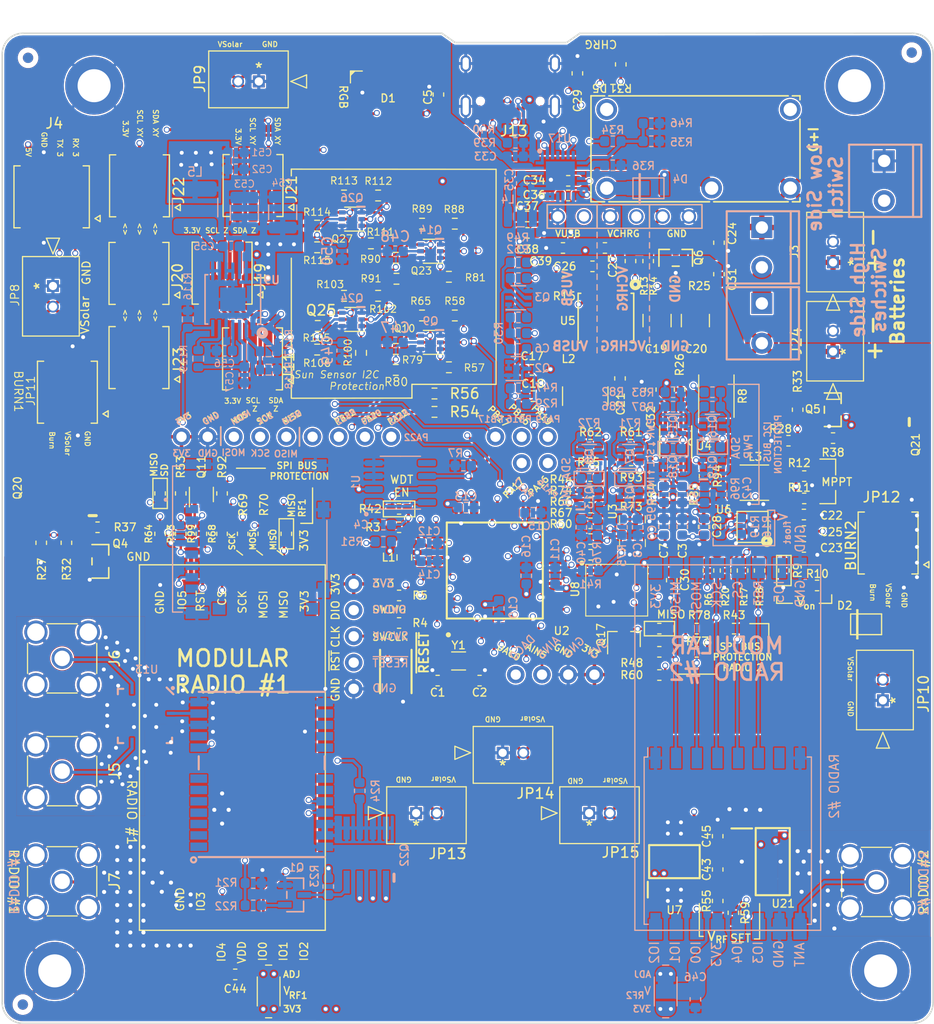
<source format=kicad_pcb>
(kicad_pcb (version 20171130) (host pcbnew "(5.1.10)-1")
  (layers (0 F.Cu signal) (1 Route2 signal hide) (2 Route15 signal) (31 B.Cu signal) (34 B.Paste user hide) (35 F.Paste user hide) (36 B.SilkS user) (37 F.SilkS user) (38 B.Mask user hide) (39 F.Mask user hide) (44 Edge.Cuts user))
  (net 0 "")
  (net 1 GND)
  (net 2 3.3V)
  (net 3 ENAB_BURN2)
  (net 4 ENAB_BURN1)
  (net 5 ENAB_GPS)
  (net 6 SWCLK)
  (net 7 SWDIO)
  (net 8 ~RESET)
  (net 9 VSOLAR)
  (net 10 L1_PROG)
  (net 11 VBATT)
  (net 12 USB_D+)
  (net 13 USB_D-)
  (net 14 GPS_PWR_IN)
  (net 15 BURN_RELAY_A)
  (net 16 "Net-(R15-Pad1)")
  (net 17 "Net-(R13-Pad1)")
  (net 18 "Net-(R10-Pad1)")
  (net 19 "Net-(C25-Pad1)")
  (net 20 "Net-(C26-Pad1)")
  (net 21 "/RF and GPS/RF_IN")
  (net 22 "/Burn Wires/VBURN_A_IN")
  (net 23 "/Burn Wires/VBURN1")
  (net 24 "/Burn Wires/VBURN2")
  (net 25 "Net-(Q5-Pad1)")
  (net 26 "Net-(D4-PadA)")
  (net 27 /Avionics/XTAL1)
  (net 28 /Avionics/XTAL2)
  (net 29 DAC0)
  (net 30 /Avionics/BATTERY)
  (net 31 MISO)
  (net 32 SCK)
  (net 33 MOSI)
  (net 34 FLASH_CS)
  (net 35 FLASH_SCK)
  (net 36 FLASH_IO3)
  (net 37 FLASH_IO2)
  (net 38 FLASH_MISO)
  (net 39 FLASH_MOSI)
  (net 40 "Net-(J5-Pad1)")
  (net 41 "Net-(J6-Pad1)")
  (net 42 "Net-(C12-Pad2)")
  (net 43 "Net-(C21-Pad1)")
  (net 44 "Net-(C27-Pad1)")
  (net 45 "Net-(L1-Pad2)")
  (net 46 "Net-(Q1-Pad1)")
  (net 47 "Net-(Q1-Pad3)")
  (net 48 "Net-(Q4-Pad1)")
  (net 49 "Net-(R6-Pad2)")
  (net 50 "Net-(R11-Pad1)")
  (net 51 "Net-(R16-Pad1)")
  (net 52 "Net-(R16-Pad2)")
  (net 53 "Net-(R18-Pad1)")
  (net 54 "Net-(C21-Pad2)")
  (net 55 "Net-(C23-Pad1)")
  (net 56 "Net-(L3-Pad1)")
  (net 57 "Net-(R42-Pad2)")
  (net 58 WDT_WDI)
  (net 59 ~CHRG)
  (net 60 RX)
  (net 61 TX)
  (net 62 PB17)
  (net 63 PA22)
  (net 64 PA20)
  (net 65 PB22)
  (net 66 PB23)
  (net 67 PA19)
  (net 68 PB16)
  (net 69 "Net-(R24-Pad1)")
  (net 70 "Net-(U1-Pad1)")
  (net 71 RF1_RST)
  (net 72 RF1_CS)
  (net 73 RF1_IO0)
  (net 74 RF2_RST)
  (net 75 RF2_CS)
  (net 76 "/RF and GPS/RF2_ANT")
  (net 77 USB_CC2)
  (net 78 USB_CC1)
  (net 79 GNDREF)
  (net 80 VBUS_IN)
  (net 81 SCL)
  (net 82 SDA)
  (net 83 /Power/VCHRG_IN)
  (net 84 "Net-(C35-Pad2)")
  (net 85 VCHRG)
  (net 86 "Net-(C32-Pad2)")
  (net 87 "Net-(C36-Pad1)")
  (net 88 THM)
  (net 89 "Net-(C36-Pad2)")
  (net 90 "Net-(D5-Pad2)")
  (net 91 "Net-(R36-Pad2)")
  (net 92 RF1_IO4)
  (net 93 AIN5)
  (net 94 "Net-(D1-Pad4)")
  (net 95 "Net-(C25-Pad2)")
  (net 96 "Net-(C37-Pad2)")
  (net 97 "Net-(C39-Pad2)")
  (net 98 SD_CS)
  (net 99 "Net-(R41-Pad1)")
  (net 100 "Net-(C6-Pad2)")
  (net 101 "Net-(C6-Pad1)")
  (net 102 "Net-(C8-Pad1)")
  (net 103 "Net-(C40-Pad1)")
  (net 104 "Net-(C41-Pad1)")
  (net 105 "Net-(C42-Pad1)")
  (net 106 "Net-(Q2-Pad2)")
  (net 107 /Power/3V3_EN)
  (net 108 "Net-(Q3-Pad5)")
  (net 109 SCL_IMU)
  (net 110 "Net-(Q7-Pad2)")
  (net 111 "Net-(Q12-Pad6)")
  (net 112 SDA_IMU)
  (net 113 "Net-(Q8-Pad2)")
  (net 114 "Net-(Q13-Pad6)")
  (net 115 MOSI_RF1)
  (net 116 SCK_RF1)
  (net 117 MISO_RF1)
  (net 118 "Net-(Q12-Pad2)")
  (net 119 "Net-(Q13-Pad2)")
  (net 120 MOSI_RF2)
  (net 121 SCK_RF2)
  (net 122 SCL_PWR)
  (net 123 "Net-(Q15-Pad2)")
  (net 124 "Net-(Q15-Pad5)")
  (net 125 SDA_PWR)
  (net 126 "Net-(Q16-Pad2)")
  (net 127 "Net-(Q16-Pad5)")
  (net 128 MISO_RF2)
  (net 129 "Net-(Q18-Pad2)")
  (net 130 "Net-(Q19-Pad2)")
  (net 131 VBUS_RESET)
  (net 132 "Net-(Q3-Pad2)")
  (net 133 STAT)
  (net 134 /Power/REGN)
  (net 135 "Net-(R26-Pad2)")
  (net 136 /Power/V_RF)
  (net 137 VCC_RF2)
  (net 138 VCC_RF1)
  (net 139 ENAB_RF)
  (net 140 "Net-(Q11-Pad4)")
  (net 141 "Net-(Q11-Pad2)")
  (net 142 "Net-(Q11-Pad5)")
  (net 143 "Net-(Q11-Pad1)")
  (net 144 "Net-(Q17-Pad2)")
  (net 145 "Net-(Q17-Pad1)")
  (net 146 VBATT_SENSE)
  (net 147 MOSI_SD)
  (net 148 SCK_SD)
  (net 149 MISO_SD)
  (net 150 "Net-(Q20-Pad4)")
  (net 151 "Net-(Q21-Pad4)")
  (net 152 RF2_IO0)
  (net 153 RF2_IO4)
  (net 154 "Net-(J16-Pad2)")
  (net 155 "Net-(R55-Pad2)")
  (net 156 PA16)
  (net 157 PA17)
  (net 158 "/RF and GPS/RF1_ANT")
  (net 159 "Net-(C47-Pad1)")
  (net 160 "Net-(C48-Pad1)")
  (net 161 "Net-(Q10-Pad5)")
  (net 162 "Net-(Q9-Pad2)")
  (net 163 SCL_SS_Z)
  (net 164 "Net-(Q10-Pad2)")
  (net 165 "Net-(Q14-Pad6)")
  (net 166 "Net-(Q14-Pad2)")
  (net 167 SDA_SS_Z)
  (net 168 "Net-(Q23-Pad2)")
  (net 169 "Net-(C49-Pad1)")
  (net 170 "Net-(C50-Pad1)")
  (net 171 "Net-(Q24-Pad6)")
  (net 172 "Net-(Q24-Pad2)")
  (net 173 SCL_SS_XY)
  (net 174 "Net-(Q25-Pad2)")
  (net 175 "Net-(Q26-Pad6)")
  (net 176 "Net-(Q26-Pad2)")
  (net 177 SDA_SS_XY)
  (net 178 "Net-(Q27-Pad2)")
  (net 179 5V)
  (net 180 "Net-(C55-Pad2)")
  (net 181 "Net-(C55-Pad1)")
  (net 182 "Net-(C56-Pad1)")
  (net 183 "Net-(C57-Pad1)")
  (net 184 "Net-(R117-Pad1)")
  (net 185 "Net-(R119-Pad1)")
  (module mainboard:MOLEX_874370443 (layer F.Cu) (at 103.124 68.326 180)
    (fp_text reference J4 (at -0.254 7.112 180) (layer F.SilkS))
    (fp_text value 874370443)
    (pad 1_1 smd rect (at -2.25 -2.175 180) (size 0.85 2.65) (layers F.Cu F.Paste) (net 62 PB17))
    (pad 1_2 smd rect (at -2.25 1.725 180) (size 0.85 3.55) (layers F.Cu F.Paste) (net 62 PB17))
    (pad 2_1 smd rect (at -0.75 -2.175 180) (size 0.85 2.65) (layers F.Cu F.Paste) (net 68 PB16))
    (pad 2_2 smd rect (at -0.75 1.725 180) (size 0.85 3.55) (layers F.Cu F.Paste) (net 68 PB16))
    (pad 3_1 smd rect (at 0.75 -2.175 180) (size 0.85 2.65) (layers F.Cu F.Paste) (net 1 GND))
    (pad 3_2 smd rect (at 0.75 1.725 180) (size 0.85 3.55) (layers F.Cu F.Paste) (net 1 GND))
    (pad 4_1 smd rect (at 2.25 -2.175 180) (size 0.85 2.65) (layers F.Cu F.Paste) (net 179 5V))
    (pad 4_2 smd rect (at 2.25 1.725 180) (size 0.85 3.55) (layers F.Cu F.Paste) (net 179 5V))
  )
  (module mainboard:MOLEX_874370343 (layer F.Cu) (at 184.15 101.854 180)
    (fp_text reference JP12 (at 0.635 4.445) (layer F.SilkS))
    (fp_text value 874370343)
    (pad 1_1 smd rect (at -1.5 -2.175 180) (size 0.85 2.65) (layers F.Cu F.Paste) (net 1 GND))
    (pad 1_2 smd rect (at -1.5 1.725 180) (size 0.85 3.55) (layers F.Cu F.Paste) (net 1 GND))
    (pad 2_1 smd rect (at 0 -2.175 180) (size 0.85 2.65) (layers F.Cu F.Paste) (net 9 VSOLAR))
    (pad 2_2 smd rect (at 0 1.725 180) (size 0.85 3.55) (layers F.Cu F.Paste) (net 9 VSOLAR))
    (pad 3_1 smd rect (at 1.5 -2.175 180) (size 0.85 2.65) (layers F.Cu F.Paste) (net 24 "/Burn Wires/VBURN2"))
    (pad 3_2 smd rect (at 1.5 1.725 180) (size 0.85 3.55) (layers F.Cu F.Paste) (net 24 "/Burn Wires/VBURN2"))
  )
  (module mainboard:MOLEX_874370343 (layer F.Cu) (at 104.648 87.249 180)
    (fp_text reference JP11 (at 3.556 0.127 270) (layer F.SilkS) (effects (font (size 0.8 0.8) (thickness 0.1))))
    (fp_text value 874370343)
    (pad 1_1 smd rect (at -1.5 -2.175 180) (size 0.85 2.65) (layers F.Cu F.Paste) (net 1 GND))
    (pad 1_2 smd rect (at -1.5 1.725 180) (size 0.85 3.55) (layers F.Cu F.Paste) (net 1 GND))
    (pad 2_1 smd rect (at 0 -2.175 180) (size 0.85 2.65) (layers F.Cu F.Paste) (net 9 VSOLAR))
    (pad 2_2 smd rect (at 0 1.725 180) (size 0.85 3.55) (layers F.Cu F.Paste) (net 9 VSOLAR))
    (pad 3_1 smd rect (at 1.5 -2.175 180) (size 0.85 2.65) (layers F.Cu F.Paste) (net 23 "/Burn Wires/VBURN1"))
    (pad 3_2 smd rect (at 1.5 1.725 180) (size 0.85 3.55) (layers F.Cu F.Paste) (net 23 "/Burn Wires/VBURN1"))
  )
  (module mainboard:MOLEX_874370343 (layer F.Cu) (at 111.5822 83.8962 180)
    (fp_text reference J23 (at -3.8608 -0.3048 90) (layer F.SilkS))
    (fp_text value 874370343)
    (pad 1_1 smd rect (at -1.5 -2.175 180) (size 0.85 2.65) (layers F.Cu F.Paste) (net 177 SDA_SS_XY))
    (pad 1_2 smd rect (at -1.5 1.725 180) (size 0.85 3.55) (layers F.Cu F.Paste) (net 177 SDA_SS_XY))
    (pad 2_1 smd rect (at 0 -2.175 180) (size 0.85 2.65) (layers F.Cu F.Paste) (net 173 SCL_SS_XY))
    (pad 2_2 smd rect (at 0 1.725 180) (size 0.85 3.55) (layers F.Cu F.Paste) (net 173 SCL_SS_XY))
    (pad 3_1 smd rect (at 1.5 -2.175 180) (size 0.85 2.65) (layers F.Cu F.Paste) (net 2 3.3V))
    (pad 3_2 smd rect (at 1.5 1.725 180) (size 0.85 3.55) (layers F.Cu F.Paste) (net 2 3.3V))
  )
  (module mainboard:MOLEX_874370343 (layer F.Cu) (at 111.633 67.2592 180)
    (fp_text reference J22 (at -3.81 -0.4318 90) (layer F.SilkS))
    (fp_text value 874370343)
    (pad 1_1 smd rect (at -1.5 -2.175 180) (size 0.85 2.65) (layers F.Cu F.Paste) (net 177 SDA_SS_XY))
    (pad 1_2 smd rect (at -1.5 1.725 180) (size 0.85 3.55) (layers F.Cu F.Paste) (net 177 SDA_SS_XY))
    (pad 2_1 smd rect (at 0 -2.175 180) (size 0.85 2.65) (layers F.Cu F.Paste) (net 173 SCL_SS_XY))
    (pad 2_2 smd rect (at 0 1.725 180) (size 0.85 3.55) (layers F.Cu F.Paste) (net 173 SCL_SS_XY))
    (pad 3_1 smd rect (at 1.5 -2.175 180) (size 0.85 2.65) (layers F.Cu F.Paste) (net 2 3.3V))
    (pad 3_2 smd rect (at 1.5 1.725 180) (size 0.85 3.55) (layers F.Cu F.Paste) (net 2 3.3V))
  )
  (module mainboard:MOLEX_874370343 (layer F.Cu) (at 122.6312 67.2338 180)
    (fp_text reference J21 (at -3.7338 -0.3302 90) (layer F.SilkS))
    (fp_text value 874370343)
    (pad 1_1 smd rect (at -1.5 -2.175 180) (size 0.85 2.65) (layers F.Cu F.Paste) (net 177 SDA_SS_XY))
    (pad 1_2 smd rect (at -1.5 1.725 180) (size 0.85 3.55) (layers F.Cu F.Paste) (net 177 SDA_SS_XY))
    (pad 2_1 smd rect (at 0 -2.175 180) (size 0.85 2.65) (layers F.Cu F.Paste) (net 173 SCL_SS_XY))
    (pad 2_2 smd rect (at 0 1.725 180) (size 0.85 3.55) (layers F.Cu F.Paste) (net 173 SCL_SS_XY))
    (pad 3_1 smd rect (at 1.5 -2.175 180) (size 0.85 2.65) (layers F.Cu F.Paste) (net 2 3.3V))
    (pad 3_2 smd rect (at 1.5 1.725 180) (size 0.85 3.55) (layers F.Cu F.Paste) (net 2 3.3V))
  )
  (module mainboard:MOLEX_874370343 (layer F.Cu) (at 111.5822 75.7428 180)
    (fp_text reference J20 (at -3.7338 -0.3302 90) (layer F.SilkS))
    (fp_text value 874370343)
    (pad 1_1 smd rect (at -1.5 -2.175 180) (size 0.85 2.65) (layers F.Cu F.Paste) (net 177 SDA_SS_XY))
    (pad 1_2 smd rect (at -1.5 1.725 180) (size 0.85 3.55) (layers F.Cu F.Paste) (net 177 SDA_SS_XY))
    (pad 2_1 smd rect (at 0 -2.175 180) (size 0.85 2.65) (layers F.Cu F.Paste) (net 173 SCL_SS_XY))
    (pad 2_2 smd rect (at 0 1.725 180) (size 0.85 3.55) (layers F.Cu F.Paste) (net 173 SCL_SS_XY))
    (pad 3_1 smd rect (at 1.5 -2.175 180) (size 0.85 2.65) (layers F.Cu F.Paste) (net 2 3.3V))
    (pad 3_2 smd rect (at 1.5 1.725 180) (size 0.85 3.55) (layers F.Cu F.Paste) (net 2 3.3V))
  )
  (module mainboard:MOLEX_874370343 (layer F.Cu) (at 119.634 75.7174 180)
    (fp_text reference J19 (at -3.683 -0.3556 90) (layer F.SilkS))
    (fp_text value 874370343)
    (pad 1_1 smd rect (at -1.5 -2.175 180) (size 0.85 2.65) (layers F.Cu F.Paste) (net 167 SDA_SS_Z))
    (pad 1_2 smd rect (at -1.5 1.725 180) (size 0.85 3.55) (layers F.Cu F.Paste) (net 167 SDA_SS_Z))
    (pad 2_1 smd rect (at 0 -2.175 180) (size 0.85 2.65) (layers F.Cu F.Paste) (net 163 SCL_SS_Z))
    (pad 2_2 smd rect (at 0 1.725 180) (size 0.85 3.55) (layers F.Cu F.Paste) (net 163 SCL_SS_Z))
    (pad 3_1 smd rect (at 1.5 -2.175 180) (size 0.85 2.65) (layers F.Cu F.Paste) (net 2 3.3V))
    (pad 3_2 smd rect (at 1.5 1.725 180) (size 0.85 3.55) (layers F.Cu F.Paste) (net 2 3.3V))
  )
  (module mainboard:MOLEX_874370343 (layer F.Cu) (at 122.5804 84.0232 180)
    (fp_text reference J11 (at -3.5306 -0.6858 90) (layer F.SilkS))
    (fp_text value 874370343)
    (pad 1_1 smd rect (at -1.5 -2.175 180) (size 0.85 2.65) (layers F.Cu F.Paste) (net 167 SDA_SS_Z))
    (pad 1_2 smd rect (at -1.5 1.725 180) (size 0.85 3.55) (layers F.Cu F.Paste) (net 167 SDA_SS_Z))
    (pad 2_1 smd rect (at 0 -2.175 180) (size 0.85 2.65) (layers F.Cu F.Paste) (net 163 SCL_SS_Z))
    (pad 2_2 smd rect (at 0 1.725 180) (size 0.85 3.55) (layers F.Cu F.Paste) (net 163 SCL_SS_Z))
    (pad 3_1 smd rect (at 1.5 -2.175 180) (size 0.85 2.65) (layers F.Cu F.Paste) (net 2 3.3V))
    (pad 3_2 smd rect (at 1.5 1.725 180) (size 0.85 3.55) (layers F.Cu F.Paste) (net 2 3.3V))
  )
  (module mainboard:MOLEX_Sherlock_2pos (layer F.Cu) (at 178.816 83.312 270)
    (fp_text reference J24 (at -1.016 3.556 90) (layer F.SilkS))
    (fp_text value MOLEX_Sherlock_2pos hide)
    (fp_text user * (at 0 -1.27 90) (layer F.SilkS))
    (pad 1 thru_hole rect (at 0 0 270) (size 1.15 1.15) (drill 0.8) (layers *.Cu *.Mask) (net 85 VCHRG))
    (pad 2 thru_hole circle (at -2.000001 0 270) (size 1.15 1.15) (drill 0.8) (layers *.Cu *.Mask) (net 79 GNDREF))
  )
  (module mainboard:SCREWTERMINAL-3.5MM-2_LOCK (layer B.Cu) (at 171.9171 78.827096 270)
    (fp_text reference J17 hide)
    (fp_text value 1985807)
    (pad 2 thru_hole circle (at 3.6778 0 270) (size 2.032 2.032) (drill 1.2) (layers *.Cu *.Mask) (net 146 VBATT_SENSE))
    (pad 1 thru_hole rect (at -0.1778 0 270) (size 2.032 2.032) (drill 1.2) (layers *.Cu *.Mask) (net 154 "Net-(J16-Pad2)"))
  )
  (module mainboard:SCREWTERMINAL-3.5MM-2_LOCK (layer B.Cu) (at 171.9171 71.471496 270)
    (fp_text reference J16 hide)
    (fp_text value 1985807)
    (pad 2 thru_hole circle (at 3.6778 0 270) (size 2.032 2.032) (drill 1.2) (layers *.Cu *.Mask) (net 154 "Net-(J16-Pad2)"))
    (pad 1 thru_hole rect (at -0.1778 0 270) (size 2.032 2.032) (drill 1.2) (layers *.Cu *.Mask) (net 85 VCHRG))
  )
  (module mainboard:SCREWTERMINAL-3.5MM-2_LOCK (layer B.Cu) (at 183.769 65.024 270)
    (fp_text reference J18 hide)
    (fp_text value 1985807)
    (pad 2 thru_hole circle (at 3.6778 0 270) (size 2.032 2.032) (drill 1.2) (layers *.Cu *.Mask) (net 1 GND))
    (pad 1 thru_hole rect (at -0.1778 0 270) (size 2.032 2.032) (drill 1.2) (layers *.Cu *.Mask) (net 79 GNDREF))
  )
  (module mainboard:PWP14_2P31X2P46-L (layer B.Cu) (at 120.6754 78.2574 90)
    (fp_text reference U9 (at 1.4224 2.8956) (layer B.SilkS) (effects (font (size 0.77216 0.77216) (thickness 0.154432)) (justify right bottom mirror)))
    (fp_text value TPS54226PWPRPWP14_2P31X2P46-L hide)
    (pad 15 smd rect (at 0 0 90) (size 2.31 2.46) (layers B.Cu B.Paste B.Mask) (net 1 GND))
    (pad 14 smd rect (at 2.7686 1.950034 90) (size 1.6002 0.3048) (layers B.Cu B.Paste B.Mask) (net 11 VBATT))
    (pad 13 smd rect (at 2.7686 1.300021 90) (size 1.6002 0.3048) (layers B.Cu B.Paste B.Mask) (net 11 VBATT))
    (pad 12 smd rect (at 2.7686 0.650012 90) (size 1.6002 0.3048) (layers B.Cu B.Paste B.Mask) (net 180 "Net-(C55-Pad2)"))
    (pad 11 smd rect (at 2.7686 0 90) (size 1.6002 0.3048) (layers B.Cu B.Paste B.Mask) (net 181 "Net-(C55-Pad1)"))
    (pad 10 smd rect (at 2.7686 -0.650012 90) (size 1.6002 0.3048) (layers B.Cu B.Paste B.Mask) (net 181 "Net-(C55-Pad1)"))
    (pad 9 smd rect (at 2.7686 -1.300021 90) (size 1.6002 0.3048) (layers B.Cu B.Paste B.Mask) (net 1 GND))
    (pad 8 smd rect (at 2.7686 -1.950034 90) (size 1.6002 0.3048) (layers B.Cu B.Paste B.Mask) (net 1 GND))
    (pad 7 smd rect (at -2.7686 -1.950034 90) (size 1.6002 0.3048) (layers B.Cu B.Paste B.Mask) (net 66 PB23))
    (pad 6 smd rect (at -2.7686 -1.300021 90) (size 1.6002 0.3048) (layers B.Cu B.Paste B.Mask) (net 185 "Net-(R119-Pad1)"))
    (pad 5 smd rect (at -2.7686 -0.650012 90) (size 1.6002 0.3048) (layers B.Cu B.Paste B.Mask) (net 1 GND))
    (pad 4 smd rect (at -2.7686 0 90) (size 1.6002 0.3048) (layers B.Cu B.Paste B.Mask) (net 182 "Net-(C56-Pad1)"))
    (pad 3 smd rect (at -2.7686 0.650012 90) (size 1.6002 0.3048) (layers B.Cu B.Paste B.Mask) (net 183 "Net-(C57-Pad1)"))
    (pad 2 smd rect (at -2.7686 1.300021 90) (size 1.6002 0.3048) (layers B.Cu B.Paste B.Mask) (net 184 "Net-(R117-Pad1)"))
    (pad 1 smd rect (at -2.7686 1.950034 90) (size 1.6002 0.3048) (layers B.Cu B.Paste B.Mask) (net 179 5V))
  )
  (module Resistor_SMD:R_0603_1608Metric (layer B.Cu) (at 117.3226 83.9978 270)
    (fp_text reference R119 (at 0 1.4224 270) (layer B.SilkS) (effects (font (size 0.7 0.7) (thickness 0.1)) (justify mirror)))
    (fp_text value 100K)
    (pad 2 smd roundrect (at 0.825 0 270) (size 0.8 0.95) (layers B.Cu B.Paste B.Mask) (net 183 "Net-(C57-Pad1)"))
    (pad 1 smd roundrect (at -0.825 0 270) (size 0.8 0.95) (layers B.Cu B.Paste B.Mask) (net 185 "Net-(R119-Pad1)"))
  )
  (module Resistor_SMD:R_0603_1608Metric (layer B.Cu) (at 124.1298 85.0646 180)
    (fp_text reference R118 (at -1.9812 -0.5588 90) (layer B.SilkS) (effects (font (size 0.7 0.7) (thickness 0.1)) (justify mirror)))
    (fp_text value 22.1K)
    (pad 2 smd roundrect (at 0.825 0 180) (size 0.8 0.95) (layers B.Cu B.Paste B.Mask) (net 184 "Net-(R117-Pad1)"))
    (pad 1 smd roundrect (at -0.825 0 180) (size 0.8 0.95) (layers B.Cu B.Paste B.Mask) (net 1 GND))
  )
  (module Resistor_SMD:R_0603_1608Metric (layer B.Cu) (at 124.1298 83.2866)
    (fp_text reference R117 (at 1.9812 -0.8128 270) (layer B.SilkS) (effects (font (size 0.7 0.7) (thickness 0.1)) (justify mirror)))
    (fp_text value 121K)
    (pad 2 smd roundrect (at 0.825 0) (size 0.8 0.95) (layers B.Cu B.Paste B.Mask) (net 179 5V))
    (pad 1 smd roundrect (at -0.825 0) (size 0.8 0.95) (layers B.Cu B.Paste B.Mask) (net 184 "Net-(R117-Pad1)"))
  )
  (module Resistor_SMD:R_0603_1608Metric (layer B.Cu) (at 116.3066 80.1878 270)
    (fp_text reference R116 (at -3.2004 0 270) (layer B.SilkS) (effects (font (size 0.7 0.7) (thickness 0.1)) (justify mirror)))
    (fp_text value 300K)
    (pad 2 smd roundrect (at 0.825 0 270) (size 0.8 0.95) (layers B.Cu B.Paste B.Mask) (net 66 PB23))
    (pad 1 smd roundrect (at -0.825 0 270) (size 0.8 0.95) (layers B.Cu B.Paste B.Mask) (net 1 GND))
  )
  (module mainboard:L_2141 (layer B.Cu) (at 117.0178 69.3674 90)
    (fp_text reference L5 (at 3.4544 0) (layer B.SilkS) (effects (font (size 0.889 0.889) (thickness 0.127)) (justify mirror)))
    (fp_text value 4.7uH)
    (pad 1 smd roundrect (at -1.8 0 90) (size 1.5 4.2) (layers B.Cu B.Paste B.Mask) (roundrect_rratio 0.222) (net 181 "Net-(C55-Pad1)"))
    (pad 2 smd roundrect (at 1.8 0 90) (size 1.5 4.2) (layers B.Cu B.Paste B.Mask) (roundrect_rratio 0.222) (net 179 5V))
  )
  (module Capacitor_SMD:C_0603_1608Metric (layer B.Cu) (at 121.793 85.5726 270)
    (fp_text reference C57 (at 0.6604 1.4224 270) (layer B.SilkS) (effects (font (size 0.7 0.7) (thickness 0.1)) (justify mirror)))
    (fp_text value 1uF)
    (pad 2 smd roundrect (at 0.775 0 270) (size 0.9 0.95) (layers B.Cu B.Paste B.Mask) (net 1 GND))
    (pad 1 smd roundrect (at -0.775 0 270) (size 0.9 0.95) (layers B.Cu B.Paste B.Mask) (net 183 "Net-(C57-Pad1)"))
  )
  (module Capacitor_SMD:C_0603_1608Metric (layer B.Cu) (at 119.8626 83.2358 180)
    (fp_text reference C56 (at 0 -1.2192 180) (layer B.SilkS) (effects (font (size 0.7 0.7) (thickness 0.1)) (justify mirror)))
    (fp_text value 3.3nF)
    (pad 2 smd roundrect (at 0.775 0 180) (size 0.9 0.95) (layers B.Cu B.Paste B.Mask) (net 1 GND))
    (pad 1 smd roundrect (at -0.775 0 180) (size 0.9 0.95) (layers B.Cu B.Paste B.Mask) (net 182 "Net-(C56-Pad1)"))
  )
  (module Capacitor_SMD:C_0603_1608Metric (layer B.Cu) (at 120.523 73.1266)
    (fp_text reference C55 (at -2.6416 0) (layer B.SilkS) (effects (font (size 0.7 0.7) (thickness 0.1)) (justify mirror)))
    (fp_text value 0.1uF)
    (pad 2 smd roundrect (at 0.775 0) (size 0.9 0.95) (layers B.Cu B.Paste B.Mask) (net 180 "Net-(C55-Pad2)"))
    (pad 1 smd roundrect (at -0.775 0) (size 0.9 0.95) (layers B.Cu B.Paste B.Mask) (net 181 "Net-(C55-Pad1)"))
  )
  (module Capacitor_SMD:C_1210_3225Metric (layer B.Cu) (at 125.5014 69.8246 90)
    (fp_text reference C54 (at 2.8448 -0.0508 180) (layer B.SilkS) (effects (font (size 0.7 0.7) (thickness 0.1)) (justify mirror)))
    (fp_text value 100uF)
    (pad 2 smd roundrect (at 1.475 0 90) (size 1.15 2.7) (layers B.Cu B.Paste B.Mask) (roundrect_rratio 0.217391) (net 1 GND))
    (pad 1 smd roundrect (at -1.475 0 90) (size 1.15 2.7) (layers B.Cu B.Paste B.Mask) (roundrect_rratio 0.217391) (net 11 VBATT))
  )
  (module Capacitor_SMD:C_1210_3225Metric (layer B.Cu) (at 121.793 69.8754 90)
    (fp_text reference C53 (at 2.794 0 180) (layer B.SilkS) (effects (font (size 0.7 0.7) (thickness 0.1)) (justify mirror)))
    (fp_text value 100uF)
    (pad 2 smd roundrect (at 1.475 0 90) (size 1.15 2.7) (layers B.Cu B.Paste B.Mask) (roundrect_rratio 0.217391) (net 1 GND))
    (pad 1 smd roundrect (at -1.475 0 90) (size 1.15 2.7) (layers B.Cu B.Paste B.Mask) (roundrect_rratio 0.217391) (net 11 VBATT))
  )
  (module Capacitor_SMD:C_0603_1608Metric (layer B.Cu) (at 120.9802 65.659 180)
    (fp_text reference C52 (at -2.54 0) (layer B.SilkS) (effects (font (size 0.7 0.7) (thickness 0.1)) (justify mirror)))
    (fp_text value 22uF)
    (pad 2 smd roundrect (at 0.775 0 180) (size 0.9 0.95) (layers B.Cu B.Paste B.Mask) (net 179 5V))
    (pad 1 smd roundrect (at -0.775 0 180) (size 0.9 0.95) (layers B.Cu B.Paste B.Mask) (net 1 GND))
  )
  (module Capacitor_SMD:C_0603_1608Metric (layer B.Cu) (at 120.9932 64.0334 180)
    (fp_text reference C51 (at -2.4762 0) (layer B.SilkS) (effects (font (size 0.7 0.7) (thickness 0.1)) (justify mirror)))
    (fp_text value 22uF)
    (pad 2 smd roundrect (at 0.775 0 180) (size 0.9 0.95) (layers B.Cu B.Paste B.Mask) (net 179 5V))
    (pad 1 smd roundrect (at -0.775 0 180) (size 0.9 0.95) (layers B.Cu B.Paste B.Mask) (net 1 GND))
  )
  (module Resistor_SMD:R_0603_1608Metric (layer F.Cu) (at 128.8415 73.2155 180)
    (fp_text reference R115 (at 0.0127 -1.2573) (layer F.SilkS) (effects (font (size 0.7 0.7) (thickness 0.1))))
    (fp_text value 200K)
    (pad 2 smd roundrect (at 0.825 0 180) (size 0.8 0.95) (layers F.Cu F.Paste F.Mask) (net 170 "Net-(C50-Pad1)"))
    (pad 1 smd roundrect (at -0.825 0 180) (size 0.8 0.95) (layers F.Cu F.Paste F.Mask) (net 177 SDA_SS_XY))
  )
  (module Resistor_SMD:R_0603_1608Metric (layer F.Cu) (at 128.8415 71.12)
    (fp_text reference R114 (at -0.0127 -1.3208 180) (layer F.SilkS) (effects (font (size 0.7 0.7) (thickness 0.1))))
    (fp_text value 10K)
    (pad 2 smd roundrect (at 0.825 0) (size 0.8 0.95) (layers F.Cu F.Paste F.Mask) (net 177 SDA_SS_XY))
    (pad 1 smd roundrect (at -0.825 0) (size 0.8 0.95) (layers F.Cu F.Paste F.Mask) (net 2 3.3V))
  )
  (module Resistor_SMD:R_0603_1608Metric (layer F.Cu) (at 131.445 68.199)
    (fp_text reference R113 (at 0 -1.43) (layer F.SilkS) (effects (font (size 0.7 0.7) (thickness 0.1))))
    (fp_text value 10K)
    (pad 2 smd roundrect (at 0.825 0) (size 0.8 0.95) (layers F.Cu F.Paste F.Mask) (net 175 "Net-(Q26-Pad6)"))
    (pad 1 smd roundrect (at -0.825 0) (size 0.8 0.95) (layers F.Cu F.Paste F.Mask) (net 2 3.3V))
  )
  (module Resistor_SMD:R_0603_1608Metric (layer F.Cu) (at 134.747 68.199 180)
    (fp_text reference R112 (at -0.0254 1.397) (layer F.SilkS) (effects (font (size 0.7 0.7) (thickness 0.1))))
    (fp_text value 680)
    (pad 2 smd roundrect (at 0.825 0 180) (size 0.8 0.95) (layers F.Cu F.Paste F.Mask) (net 175 "Net-(Q26-Pad6)"))
    (pad 1 smd roundrect (at -0.825 0 180) (size 0.8 0.95) (layers F.Cu F.Paste F.Mask) (net 178 "Net-(Q27-Pad2)"))
  )
  (module Resistor_SMD:R_0603_1608Metric (layer F.Cu) (at 134.0485 72.8345 180)
    (fp_text reference R111 (at -0.9271 1.1049) (layer F.SilkS) (effects (font (size 0.7 0.7) (thickness 0.1))))
    (fp_text value 100K)
    (pad 2 smd roundrect (at 0.825 0 180) (size 0.8 0.95) (layers F.Cu F.Paste F.Mask) (net 176 "Net-(Q26-Pad2)"))
    (pad 1 smd roundrect (at -0.825 0 180) (size 0.8 0.95) (layers F.Cu F.Paste F.Mask) (net 2 3.3V))
  )
  (module Resistor_SMD:R_0603_1608Metric (layer F.Cu) (at 128.8415 83.1215 180)
    (fp_text reference R106 (at 0.0127 -1.3081) (layer F.SilkS) (effects (font (size 0.7 0.7) (thickness 0.1))))
    (fp_text value 200K)
    (pad 2 smd roundrect (at 0.825 0 180) (size 0.8 0.95) (layers F.Cu F.Paste F.Mask) (net 169 "Net-(C49-Pad1)"))
    (pad 1 smd roundrect (at -0.825 0 180) (size 0.8 0.95) (layers F.Cu F.Paste F.Mask) (net 173 SCL_SS_XY))
  )
  (module Resistor_SMD:R_0603_1608Metric (layer F.Cu) (at 128.905 80.8355)
    (fp_text reference R105 (at -0.127 1.1557 180) (layer F.SilkS) (effects (font (size 0.7 0.7) (thickness 0.1))))
    (fp_text value 10K)
    (pad 2 smd roundrect (at 0.825 0) (size 0.8 0.95) (layers F.Cu F.Paste F.Mask) (net 173 SCL_SS_XY))
    (pad 1 smd roundrect (at -0.825 0) (size 0.8 0.95) (layers F.Cu F.Paste F.Mask) (net 2 3.3V))
  )
  (module Resistor_SMD:R_0603_1608Metric (layer F.Cu) (at 131.445 77.9145)
    (fp_text reference R103 (at -1.3462 -1.1049) (layer F.SilkS) (effects (font (size 0.7 0.7) (thickness 0.1))))
    (fp_text value 10K)
    (pad 2 smd roundrect (at 0.825 0) (size 0.8 0.95) (layers F.Cu F.Paste F.Mask) (net 171 "Net-(Q24-Pad6)"))
    (pad 1 smd roundrect (at -0.825 0) (size 0.8 0.95) (layers F.Cu F.Paste F.Mask) (net 2 3.3V))
  )
  (module Resistor_SMD:R_0603_1608Metric (layer F.Cu) (at 134.7465 77.9145 180)
    (fp_text reference R102 (at -0.4831 -1.2827) (layer F.SilkS) (effects (font (size 0.7 0.7) (thickness 0.1))))
    (fp_text value 680)
    (pad 2 smd roundrect (at 0.825 0 180) (size 0.8 0.95) (layers F.Cu F.Paste F.Mask) (net 171 "Net-(Q24-Pad6)"))
    (pad 1 smd roundrect (at -0.825 0 180) (size 0.8 0.95) (layers F.Cu F.Paste F.Mask) (net 174 "Net-(Q25-Pad2)"))
  )
  (module Resistor_SMD:R_0603_1608Metric (layer F.Cu) (at 133.096 83.439 90)
    (fp_text reference R100 (at 0.0254 -1.27 90) (layer F.SilkS) (effects (font (size 0.7 0.7) (thickness 0.1))))
    (fp_text value 100K)
    (pad 2 smd roundrect (at 0.825 0 90) (size 0.8 0.95) (layers F.Cu F.Paste F.Mask) (net 172 "Net-(Q24-Pad2)"))
    (pad 1 smd roundrect (at -0.825 0 90) (size 0.8 0.95) (layers F.Cu F.Paste F.Mask) (net 2 3.3V))
  )
  (module Package_TO_SOT_SMD:SOT-363_SC-70-6 (layer F.Cu) (at 132.207 70.485 180)
    (fp_text reference Q27 (at 0.9398 -1.905) (layer F.SilkS) (effects (font (size 0.7 0.7) (thickness 0.1))))
    (fp_text value MBT2222ADW1T1)
    (pad 6 smd rect (at 0.95 -0.65 180) (size 0.65 0.4) (layers F.Cu F.Paste F.Mask) (net 177 SDA_SS_XY))
    (pad 4 smd rect (at 0.95 0.65 180) (size 0.65 0.4) (layers F.Cu F.Paste F.Mask) (net 177 SDA_SS_XY))
    (pad 2 smd rect (at -0.95 0 180) (size 0.65 0.4) (layers F.Cu F.Paste F.Mask) (net 178 "Net-(Q27-Pad2)"))
    (pad 5 smd rect (at 0.95 0 180) (size 0.65 0.4) (layers F.Cu F.Paste F.Mask) (net 175 "Net-(Q26-Pad6)"))
    (pad 3 smd rect (at -0.95 0.65 180) (size 0.65 0.4) (layers F.Cu F.Paste F.Mask) (net 156 PA16))
    (pad 1 smd rect (at -0.95 -0.65 180) (size 0.65 0.4) (layers F.Cu F.Paste F.Mask) (net 156 PA16))
  )
  (module mainboard:BSS138DWQ-7 (layer B.Cu) (at 132.207 70.485 180)
    (fp_text reference Q26 (at 0 2.06) (layer B.SilkS) (effects (font (size 0.762 0.762) (thickness 0.127)) (justify mirror)))
    (fp_text value BSS138DWQ-7 hide)
    (pad 6 smd rect (at 0.95 0.65 90) (size 0.4 0.6) (layers B.Cu B.Paste B.Mask) (net 175 "Net-(Q26-Pad6)"))
    (pad 5 smd rect (at 0.95 0 90) (size 0.4 0.6) (layers B.Cu B.Paste B.Mask) (net 170 "Net-(C50-Pad1)"))
    (pad 4 smd rect (at 0.95 -0.65 90) (size 0.4 0.6) (layers B.Cu B.Paste B.Mask) (net 1 GND))
    (pad 3 smd rect (at -0.95 -0.65 90) (size 0.4 0.6) (layers B.Cu B.Paste B.Mask) (net 176 "Net-(Q26-Pad2)"))
    (pad 2 smd rect (at -0.95 0 90) (size 0.4 0.6) (layers B.Cu B.Paste B.Mask) (net 176 "Net-(Q26-Pad2)"))
    (pad 1 smd rect (at -0.95 0.65 90) (size 0.4 0.6) (layers B.Cu B.Paste B.Mask) (net 1 GND))
  )
  (module Package_TO_SOT_SMD:SOT-363_SC-70-6 (layer F.Cu) (at 132.207 80.2005 180)
    (fp_text reference Q25 (at 2.9845 0.889) (layer F.SilkS))
    (fp_text value MBT2222ADW1T1)
    (pad 6 smd rect (at 0.95 -0.65 180) (size 0.65 0.4) (layers F.Cu F.Paste F.Mask) (net 173 SCL_SS_XY))
    (pad 4 smd rect (at 0.95 0.65 180) (size 0.65 0.4) (layers F.Cu F.Paste F.Mask) (net 173 SCL_SS_XY))
    (pad 2 smd rect (at -0.95 0 180) (size 0.65 0.4) (layers F.Cu F.Paste F.Mask) (net 174 "Net-(Q25-Pad2)"))
    (pad 5 smd rect (at 0.95 0 180) (size 0.65 0.4) (layers F.Cu F.Paste F.Mask) (net 171 "Net-(Q24-Pad6)"))
    (pad 3 smd rect (at -0.95 0.65 180) (size 0.65 0.4) (layers F.Cu F.Paste F.Mask) (net 157 PA17))
    (pad 1 smd rect (at -0.95 -0.65 180) (size 0.65 0.4) (layers F.Cu F.Paste F.Mask) (net 157 PA17))
  )
  (module mainboard:BSS138DWQ-7 (layer B.Cu) (at 132.207 80.2005 180)
    (fp_text reference Q24 (at 0 2.06) (layer B.SilkS) (effects (font (size 0.762 0.762) (thickness 0.127)) (justify mirror)))
    (fp_text value BSS138DWQ-7 hide)
    (pad 6 smd rect (at 0.95 0.65 90) (size 0.4 0.6) (layers B.Cu B.Paste B.Mask) (net 171 "Net-(Q24-Pad6)"))
    (pad 5 smd rect (at 0.95 0 90) (size 0.4 0.6) (layers B.Cu B.Paste B.Mask) (net 169 "Net-(C49-Pad1)"))
    (pad 4 smd rect (at 0.95 -0.65 90) (size 0.4 0.6) (layers B.Cu B.Paste B.Mask) (net 1 GND))
    (pad 3 smd rect (at -0.95 -0.65 90) (size 0.4 0.6) (layers B.Cu B.Paste B.Mask) (net 172 "Net-(Q24-Pad2)"))
    (pad 2 smd rect (at -0.95 0 90) (size 0.4 0.6) (layers B.Cu B.Paste B.Mask) (net 172 "Net-(Q24-Pad2)"))
    (pad 1 smd rect (at -0.95 0.65 90) (size 0.4 0.6) (layers B.Cu B.Paste B.Mask) (net 1 GND))
  )
  (module Capacitor_SMD:C_0603_1608Metric (layer B.Cu) (at 131.2672 73.5714 270)
    (fp_text reference C50 (at 0 1.43 90) (layer B.SilkS) (effects (justify mirror)))
    (fp_text value 10nF)
    (pad 2 smd roundrect (at 0.775 0 270) (size 0.9 0.95) (layers B.Cu B.Paste B.Mask) (net 1 GND))
    (pad 1 smd roundrect (at -0.775 0 270) (size 0.9 0.95) (layers B.Cu B.Paste B.Mask) (net 170 "Net-(C50-Pad1)"))
  )
  (module Capacitor_SMD:C_0603_1608Metric (layer B.Cu) (at 131.2672 83.2234 270)
    (fp_text reference C49 (at 0 1.43 90) (layer B.SilkS) (effects (justify mirror)))
    (fp_text value 10nF)
    (pad 2 smd roundrect (at 0.775 0 270) (size 0.9 0.95) (layers B.Cu B.Paste B.Mask) (net 1 GND))
    (pad 1 smd roundrect (at -0.775 0 270) (size 0.9 0.95) (layers B.Cu B.Paste B.Mask) (net 169 "Net-(C49-Pad1)"))
  )
  (module Resistor_SMD:R_0603_1608Metric (layer F.Cu) (at 136.525 76.2635 180)
    (fp_text reference R91 (at 2.4638 0.0127) (layer F.SilkS) (effects (font (size 0.7 0.7) (thickness 0.1))))
    (fp_text value 200K)
    (pad 2 smd roundrect (at 0.825 0 180) (size 0.8 0.95) (layers F.Cu F.Paste F.Mask) (net 160 "Net-(C48-Pad1)"))
    (pad 1 smd roundrect (at -0.825 0 180) (size 0.8 0.95) (layers F.Cu F.Paste F.Mask) (net 167 SDA_SS_Z))
  )
  (module Resistor_SMD:R_0603_1608Metric (layer F.Cu) (at 136.4615 74.2315)
    (fp_text reference R90 (at -2.4511 0.127) (layer F.SilkS) (effects (font (size 0.7 0.7) (thickness 0.1))))
    (fp_text value 10K)
    (pad 2 smd roundrect (at 0.825 0) (size 0.8 0.95) (layers F.Cu F.Paste F.Mask) (net 167 SDA_SS_Z))
    (pad 1 smd roundrect (at -0.825 0) (size 0.8 0.95) (layers F.Cu F.Paste F.Mask) (net 2 3.3V))
  )
  (module Resistor_SMD:R_0603_1608Metric (layer F.Cu) (at 139.0015 70.9295)
    (fp_text reference R89 (at 0 -1.43) (layer F.SilkS) (effects (font (size 0.7 0.7) (thickness 0.1))))
    (fp_text value 10K)
    (pad 2 smd roundrect (at 0.825 0) (size 0.8 0.95) (layers F.Cu F.Paste F.Mask) (net 165 "Net-(Q14-Pad6)"))
    (pad 1 smd roundrect (at -0.825 0) (size 0.8 0.95) (layers F.Cu F.Paste F.Mask) (net 2 3.3V))
  )
  (module Resistor_SMD:R_0603_1608Metric (layer F.Cu) (at 142.1765 70.9295 180)
    (fp_text reference R88 (at 0.0635 1.397) (layer F.SilkS) (effects (font (size 0.7 0.7) (thickness 0.1))))
    (fp_text value 680)
    (pad 2 smd roundrect (at 0.825 0 180) (size 0.8 0.95) (layers F.Cu F.Paste F.Mask) (net 165 "Net-(Q14-Pad6)"))
    (pad 1 smd roundrect (at -0.825 0 180) (size 0.8 0.95) (layers F.Cu F.Paste F.Mask) (net 168 "Net-(Q23-Pad2)"))
  )
  (module Resistor_SMD:R_0603_1608Metric (layer F.Cu) (at 141.605 76.073 180)
    (fp_text reference R81 (at -2.5654 -0.0762) (layer F.SilkS) (effects (font (size 0.7 0.7) (thickness 0.1))))
    (fp_text value 100K)
    (pad 2 smd roundrect (at 0.825 0 180) (size 0.8 0.95) (layers F.Cu F.Paste F.Mask) (net 166 "Net-(Q14-Pad2)"))
    (pad 1 smd roundrect (at -0.825 0 180) (size 0.8 0.95) (layers F.Cu F.Paste F.Mask) (net 2 3.3V))
  )
  (module Resistor_SMD:R_0603_1608Metric (layer F.Cu) (at 136.4615 85.09 180)
    (fp_text reference R80 (at -0.0381 -1.1684 180) (layer F.SilkS) (effects (font (size 0.8 0.8) (thickness 0.1))))
    (fp_text value 200K)
    (pad 2 smd roundrect (at 0.825 0 180) (size 0.8 0.95) (layers F.Cu F.Paste F.Mask) (net 159 "Net-(C47-Pad1)"))
    (pad 1 smd roundrect (at -0.825 0 180) (size 0.8 0.95) (layers F.Cu F.Paste F.Mask) (net 163 SCL_SS_Z))
  )
  (module Resistor_SMD:R_0603_1608Metric (layer F.Cu) (at 136.4615 83.058)
    (fp_text reference R79 (at 1.6129 1.0668) (layer F.SilkS) (effects (font (size 0.7 0.7) (thickness 0.1))))
    (fp_text value 10K)
    (pad 2 smd roundrect (at 0.825 0) (size 0.8 0.95) (layers F.Cu F.Paste F.Mask) (net 163 SCL_SS_Z))
    (pad 1 smd roundrect (at -0.825 0) (size 0.8 0.95) (layers F.Cu F.Paste F.Mask) (net 2 3.3V))
  )
  (module Resistor_SMD:R_0603_1608Metric (layer F.Cu) (at 139.0015 79.8195)
    (fp_text reference R65 (at -0.127 -1.397) (layer F.SilkS) (effects (font (size 0.7 0.7) (thickness 0.1))))
    (fp_text value 10K)
    (pad 2 smd roundrect (at 0.825 0) (size 0.8 0.95) (layers F.Cu F.Paste F.Mask) (net 161 "Net-(Q10-Pad5)"))
    (pad 1 smd roundrect (at -0.825 0) (size 0.8 0.95) (layers F.Cu F.Paste F.Mask) (net 2 3.3V))
  )
  (module Resistor_SMD:R_0603_1608Metric (layer F.Cu) (at 142.1765 79.8195 180)
    (fp_text reference R58 (at 0 1.397) (layer F.SilkS) (effects (font (size 0.7 0.7) (thickness 0.1))))
    (fp_text value 680)
    (pad 2 smd roundrect (at 0.825 0 180) (size 0.8 0.95) (layers F.Cu F.Paste F.Mask) (net 161 "Net-(Q10-Pad5)"))
    (pad 1 smd roundrect (at -0.825 0 180) (size 0.8 0.95) (layers F.Cu F.Paste F.Mask) (net 164 "Net-(Q10-Pad2)"))
  )
  (module Resistor_SMD:R_0603_1608Metric (layer F.Cu) (at 141.605 84.836 180)
    (fp_text reference R57 (at -2.4638 -0.0508 180) (layer F.SilkS) (effects (font (size 0.7 0.7) (thickness 0.1))))
    (fp_text value 100K)
    (pad 2 smd roundrect (at 0.825 0 180) (size 0.8 0.95) (layers F.Cu F.Paste F.Mask) (net 162 "Net-(Q9-Pad2)"))
    (pad 1 smd roundrect (at -0.825 0 180) (size 0.8 0.95) (layers F.Cu F.Paste F.Mask) (net 2 3.3V))
  )
  (module Package_TO_SOT_SMD:SOT-363_SC-70-6 (layer F.Cu) (at 139.827 73.5965 180)
    (fp_text reference Q23 (at 0.889 -1.8923 180) (layer F.SilkS) (effects (font (size 0.7 0.7) (thickness 0.1))))
    (fp_text value MBT2222ADW1T1)
    (pad 6 smd rect (at 0.95 -0.65 180) (size 0.65 0.4) (layers F.Cu F.Paste F.Mask) (net 167 SDA_SS_Z))
    (pad 4 smd rect (at 0.95 0.65 180) (size 0.65 0.4) (layers F.Cu F.Paste F.Mask) (net 167 SDA_SS_Z))
    (pad 2 smd rect (at -0.95 0 180) (size 0.65 0.4) (layers F.Cu F.Paste F.Mask) (net 168 "Net-(Q23-Pad2)"))
    (pad 5 smd rect (at 0.95 0 180) (size 0.65 0.4) (layers F.Cu F.Paste F.Mask) (net 165 "Net-(Q14-Pad6)"))
    (pad 3 smd rect (at -0.95 0.65 180) (size 0.65 0.4) (layers F.Cu F.Paste F.Mask) (net 82 SDA))
    (pad 1 smd rect (at -0.95 -0.65 180) (size 0.65 0.4) (layers F.Cu F.Paste F.Mask) (net 82 SDA))
  )
  (module mainboard:BSS138DWQ-7 (layer B.Cu) (at 139.827 73.5965 180)
    (fp_text reference Q14 (at 0 2.06) (layer B.SilkS) (effects (font (size 0.762 0.762) (thickness 0.127)) (justify mirror)))
    (fp_text value BSS138DWQ-7 hide)
    (pad 6 smd rect (at 0.95 0.65 90) (size 0.4 0.6) (layers B.Cu B.Paste B.Mask) (net 165 "Net-(Q14-Pad6)"))
    (pad 5 smd rect (at 0.95 0 90) (size 0.4 0.6) (layers B.Cu B.Paste B.Mask) (net 160 "Net-(C48-Pad1)"))
    (pad 4 smd rect (at 0.95 -0.65 90) (size 0.4 0.6) (layers B.Cu B.Paste B.Mask) (net 1 GND))
    (pad 3 smd rect (at -0.95 -0.65 90) (size 0.4 0.6) (layers B.Cu B.Paste B.Mask) (net 166 "Net-(Q14-Pad2)"))
    (pad 2 smd rect (at -0.95 0 90) (size 0.4 0.6) (layers B.Cu B.Paste B.Mask) (net 166 "Net-(Q14-Pad2)"))
    (pad 1 smd rect (at -0.95 0.65 90) (size 0.4 0.6) (layers B.Cu B.Paste B.Mask) (net 1 GND))
  )
  (module Package_TO_SOT_SMD:SOT-363_SC-70-6 (layer F.Cu) (at 139.827 82.423 180)
    (fp_text reference Q10 (at 2.5146 1.3462) (layer F.SilkS) (effects (font (size 0.7 0.7) (thickness 0.1))))
    (fp_text value MBT2222ADW1T1)
    (pad 6 smd rect (at 0.95 -0.65 180) (size 0.65 0.4) (layers F.Cu F.Paste F.Mask) (net 163 SCL_SS_Z))
    (pad 4 smd rect (at 0.95 0.65 180) (size 0.65 0.4) (layers F.Cu F.Paste F.Mask) (net 163 SCL_SS_Z))
    (pad 2 smd rect (at -0.95 0 180) (size 0.65 0.4) (layers F.Cu F.Paste F.Mask) (net 164 "Net-(Q10-Pad2)"))
    (pad 5 smd rect (at 0.95 0 180) (size 0.65 0.4) (layers F.Cu F.Paste F.Mask) (net 161 "Net-(Q10-Pad5)"))
    (pad 3 smd rect (at -0.95 0.65 180) (size 0.65 0.4) (layers F.Cu F.Paste F.Mask) (net 81 SCL))
    (pad 1 smd rect (at -0.95 -0.65 180) (size 0.65 0.4) (layers F.Cu F.Paste F.Mask) (net 81 SCL))
  )
  (module mainboard:BSS138DWQ-7 (layer B.Cu) (at 139.827 82.423 180)
    (fp_text reference Q9 (at 0 2.06) (layer B.SilkS) (effects (font (size 0.762 0.762) (thickness 0.127)) (justify mirror)))
    (fp_text value BSS138DWQ-7 hide)
    (pad 6 smd rect (at 0.95 0.65 90) (size 0.4 0.6) (layers B.Cu B.Paste B.Mask) (net 161 "Net-(Q10-Pad5)"))
    (pad 5 smd rect (at 0.95 0 90) (size 0.4 0.6) (layers B.Cu B.Paste B.Mask) (net 159 "Net-(C47-Pad1)"))
    (pad 4 smd rect (at 0.95 -0.65 90) (size 0.4 0.6) (layers B.Cu B.Paste B.Mask) (net 1 GND))
    (pad 3 smd rect (at -0.95 -0.65 90) (size 0.4 0.6) (layers B.Cu B.Paste B.Mask) (net 162 "Net-(Q9-Pad2)"))
    (pad 2 smd rect (at -0.95 0 90) (size 0.4 0.6) (layers B.Cu B.Paste B.Mask) (net 162 "Net-(Q9-Pad2)"))
    (pad 1 smd rect (at -0.95 0.65 90) (size 0.4 0.6) (layers B.Cu B.Paste B.Mask) (net 1 GND))
  )
  (module Capacitor_SMD:C_0603_1608Metric (layer B.Cu) (at 136.398 73.5965 180)
    (fp_text reference C48 (at 0 1.43) (layer B.SilkS) (effects (justify mirror)))
    (fp_text value 10nF)
    (pad 2 smd roundrect (at 0.775 0 180) (size 0.9 0.95) (layers B.Cu B.Paste B.Mask) (net 1 GND))
    (pad 1 smd roundrect (at -0.775 0 180) (size 0.9 0.95) (layers B.Cu B.Paste B.Mask) (net 160 "Net-(C48-Pad1)"))
  )
  (module Capacitor_SMD:C_0603_1608Metric (layer B.Cu) (at 136.398 82.423 180)
    (fp_text reference C47 (at 0 1.43) (layer B.SilkS) (effects (justify mirror)))
    (fp_text value 10nF)
    (pad 2 smd roundrect (at 0.775 0 180) (size 0.9 0.95) (layers B.Cu B.Paste B.Mask) (net 1 GND))
    (pad 1 smd roundrect (at -0.775 0 180) (size 0.9 0.95) (layers B.Cu B.Paste B.Mask) (net 159 "Net-(C47-Pad1)"))
  )
  (module Resistor_SMD:R_0603_1608Metric (layer F.Cu) (at 140.208 87.376 180)
    (fp_text reference R56 (at -2.921 0) (layer F.SilkS))
    (fp_text value 4.7K)
    (pad 2 smd roundrect (at 0.825 0 180) (size 0.8 0.95) (layers F.Cu F.Paste F.Mask) (net 156 PA16))
    (pad 1 smd roundrect (at -0.825 0 180) (size 0.8 0.95) (layers F.Cu F.Paste F.Mask) (net 2 3.3V))
  )
  (module Resistor_SMD:R_0603_1608Metric (layer F.Cu) (at 140.208 89.154 180)
    (fp_text reference R54 (at -2.921 0) (layer F.SilkS))
    (fp_text value 4.7K)
    (pad 2 smd roundrect (at 0.825 0 180) (size 0.8 0.95) (layers F.Cu F.Paste F.Mask) (net 157 PA17))
    (pad 1 smd roundrect (at -0.825 0 180) (size 0.8 0.95) (layers F.Cu F.Paste F.Mask) (net 2 3.3V))
  )
  (module mainboard:MOLEX_Sherlock_2pos (layer F.Cu) (at 155.194 128.016 180)
    (fp_text reference JP15 (at -3.048 -3.81) (layer F.SilkS))
    (fp_text value MOLEX_Sherlock_2pos hide)
    (fp_text user * (at 0 -1.27) (layer F.SilkS))
    (pad 1 thru_hole rect (at 0 0 180) (size 1.15 1.15) (drill 0.8) (layers *.Cu *.Mask) (net 1 GND))
    (pad 2 thru_hole circle (at -2.000001 0 180) (size 1.15 1.15) (drill 0.8) (layers *.Cu *.Mask) (net 9 VSOLAR))
  )
  (module mainboard:MOLEX_Sherlock_2pos (layer F.Cu) (at 146.812 122.174 180)
    (fp_text reference JP14 (at -3.175 -3.937) (layer F.SilkS))
    (fp_text value MOLEX_Sherlock_2pos hide)
    (fp_text user * (at 0 -1.27) (layer F.SilkS))
    (pad 1 thru_hole rect (at 0 0 180) (size 1.15 1.15) (drill 0.8) (layers *.Cu *.Mask) (net 1 GND))
    (pad 2 thru_hole circle (at -2.000001 0 180) (size 1.15 1.15) (drill 0.8) (layers *.Cu *.Mask) (net 9 VSOLAR))
  )
  (module mainboard:MOLEX_Sherlock_2pos (layer F.Cu) (at 138.43 128.016 180)
    (fp_text reference JP13 (at -3.048 -3.937) (layer F.SilkS))
    (fp_text value MOLEX_Sherlock_2pos hide)
    (fp_text user * (at 0 -1.27) (layer F.SilkS))
    (pad 1 thru_hole rect (at 0 0 180) (size 1.15 1.15) (drill 0.8) (layers *.Cu *.Mask) (net 1 GND))
    (pad 2 thru_hole circle (at -2.000001 0 180) (size 1.15 1.15) (drill 0.8) (layers *.Cu *.Mask) (net 9 VSOLAR))
  )
  (module mainboard:MOLEX_Sherlock_2pos (layer F.Cu) (at 183.642 117.094 270)
    (fp_text reference JP10 (at -0.635 -3.937 90) (layer F.SilkS))
    (fp_text value MOLEX_Sherlock_2pos hide)
    (fp_text user * (at 0 -1.27 90) (layer F.SilkS))
    (pad 1 thru_hole rect (at 0 0 270) (size 1.15 1.15) (drill 0.8) (layers *.Cu *.Mask) (net 1 GND))
    (pad 2 thru_hole circle (at -2.000001 0 270) (size 1.15 1.15) (drill 0.8) (layers *.Cu *.Mask) (net 9 VSOLAR))
  )
  (module mainboard:MOLEX_Sherlock_2pos (layer F.Cu) (at 123.19 57.15)
    (fp_text reference JP9 (at -5.715 -0.254 90) (layer F.SilkS))
    (fp_text value MOLEX_Sherlock_2pos hide)
    (fp_text user * (at 0 -1.27) (layer F.SilkS))
    (pad 1 thru_hole rect (at 0 0) (size 1.15 1.15) (drill 0.8) (layers *.Cu *.Mask) (net 1 GND))
    (pad 2 thru_hole circle (at -2.000001 0) (size 1.15 1.15) (drill 0.8) (layers *.Cu *.Mask) (net 9 VSOLAR))
  )
  (module mainboard:MOLEX_Sherlock_2pos (layer F.Cu) (at 103.251 76.962 90)
    (fp_text reference JP8 (at -0.889 -3.683 90) (layer F.SilkS) (effects (font (size 0.8 0.8) (thickness 0.1))))
    (fp_text value MOLEX_Sherlock_2pos hide)
    (fp_text user * (at 0 -1.27 90) (layer F.SilkS))
    (pad 1 thru_hole rect (at 0 0 90) (size 1.15 1.15) (drill 0.8) (layers *.Cu *.Mask) (net 1 GND))
    (pad 2 thru_hole circle (at -2.000001 0 90) (size 1.15 1.15) (drill 0.8) (layers *.Cu *.Mask) (net 9 VSOLAR))
  )
  (module mainboard:USB_C_Receptacle_XKB_U262-161N-4BVC11 (layer F.Cu) (at 148.052 55.018 180)
    (fp_text reference J13 (at 0.16 -6.94) (layer F.SilkS))
    (fp_text value USB_C_pycubed)
    (pad "" np_thru_hole circle (at 3.39 -4.045 180) (size 0.65 0.65) (drill 0.65) (layers *.Cu *.Mask))
    (pad A9 smd rect (at 2.9 -5.02 180) (size 0.6 1.15) (layers F.Cu F.Paste F.Mask) (net 80 VBUS_IN))
    (pad A12 smd rect (at 3.7 -5.02 180) (size 0.6 1.15) (layers F.Cu F.Paste F.Mask) (net 79 GNDREF))
    (pad B5 smd rect (at 2.25 -5.02 180) (size 0.3 1.15) (layers F.Cu F.Paste F.Mask) (net 77 USB_CC2))
    (pad A8 smd rect (at 1.75 -5.02 180) (size 0.3 1.15) (layers F.Cu F.Paste F.Mask))
    (pad B6 smd rect (at 1.25 -5.02 180) (size 0.3 1.15) (layers F.Cu F.Paste F.Mask) (net 12 USB_D+))
    (pad A7 smd rect (at 0.75 -5.02 180) (size 0.3 1.15) (layers F.Cu F.Paste F.Mask) (net 13 USB_D-))
    (pad A6 smd rect (at 0.25 -5.02 180) (size 0.3 1.15) (layers F.Cu F.Paste F.Mask) (net 12 USB_D+))
    (pad B7 smd rect (at -0.25 -5.02 180) (size 0.3 1.15) (layers F.Cu F.Paste F.Mask) (net 13 USB_D-))
    (pad A5 smd rect (at -0.75 -5.02 180) (size 0.3 1.15) (layers F.Cu F.Paste F.Mask) (net 78 USB_CC1))
    (pad S1 thru_hole oval (at -3.82 -4.545 180) (size 1 2.1) (drill oval 0.6 1.7) (layers *.Cu *.Mask) (net 79 GNDREF))
    (pad A1 smd rect (at -2.7 -5.02 180) (size 0.6 1.15) (layers F.Cu F.Paste F.Mask) (net 79 GNDREF))
    (pad S1 thru_hole oval (at 4.82 -4.545 180) (size 1 2.1) (drill oval 0.6 1.7) (layers *.Cu *.Mask) (net 79 GNDREF))
    (pad S1 thru_hole oval (at 4.82 -0.395 180) (size 1 1.6) (drill oval 0.6 1.2) (layers *.Cu *.Mask) (net 79 GNDREF))
    (pad S1 thru_hole oval (at -3.82 -0.395 180) (size 1 1.6) (drill oval 0.6 1.2) (layers *.Cu *.Mask) (net 79 GNDREF))
    (pad "" np_thru_hole circle (at -2.39 -4.045 180) (size 0.65 0.65) (drill 0.65) (layers *.Cu *.Mask))
    (pad A4 smd rect (at -1.9 -5.02 180) (size 0.6 1.15) (layers F.Cu F.Paste F.Mask) (net 80 VBUS_IN))
    (pad B8 smd rect (at -1.25 -5.02 180) (size 0.3 1.15) (layers F.Cu F.Paste F.Mask))
  )
  (module Fiducial:Fiducial_1mm_Mask2mm (layer B.Cu) (at 186.436 54.356)
    (fp_text reference REF1B hide)
    (fp_text value Fiducial_1mm_Mask2mm)
    (pad "" smd circle (at 0 0) (size 1 1) (layers B.Cu B.Mask) (clearance 0.5))
  )
  (module Fiducial:Fiducial_1mm_Mask2mm (layer F.Cu) (at 186.436 54.356)
    (fp_text reference REF3T hide)
    (fp_text value Fiducial_1mm_Mask2mm)
    (pad "" smd circle (at 0 0) (size 1 1) (layers F.Cu F.Mask) (clearance 0.5))
  )
  (module Fiducial:Fiducial_1mm_Mask2mm (layer B.Cu) (at 100.838 54.864)
    (fp_text reference REF2B hide)
    (fp_text value Fiducial_1mm_Mask2mm)
    (pad "" smd circle (at 0 0) (size 1 1) (layers B.Cu B.Mask) (clearance 0.5))
  )
  (module Fiducial:Fiducial_1mm_Mask2mm (layer F.Cu) (at 100.838 54.864 90)
    (fp_text reference REF2T hide)
    (fp_text value Fiducial_1mm_Mask2mm)
    (pad "" smd circle (at 0 0 90) (size 1 1) (layers F.Cu F.Mask) (clearance 0.5))
  )
  (module Fiducial:Fiducial_1mm_Mask2mm (layer B.Cu) (at 100.33 146.558)
    (fp_text reference REF3B hide)
    (fp_text value Fiducial_1mm_Mask2mm)
    (pad "" smd circle (at 0 0) (size 1 1) (layers B.Cu B.Mask) (clearance 0.5))
  )
  (module Fiducial:Fiducial_1mm_Mask2mm (layer F.Cu) (at 100.33 146.558)
    (fp_text reference REF1T hide)
    (fp_text value Fiducial_1mm_Mask2mm)
    (pad "" smd circle (at 0 0) (size 1 1) (layers F.Cu F.Mask) (clearance 0.5))
  )
  (module mainboard:SMA_901-144-horizontal (layer F.Cu) (at 111.76 113.03 270)
    (fp_text reference J6 (at 0 2.54 90) (layer F.SilkS))
    (fp_text value Amphenol_901-144)
    (pad 1 thru_hole circle (at 0 7.62 270) (size 2.05 2.05) (drill 1.5) (layers *.Cu *.Mask) (net 41 "Net-(J6-Pad1)"))
    (pad 2 thru_hole circle (at 2.54 5.08 270) (size 2.25 2.25) (drill 1.7) (layers *.Cu *.Mask) (net 1 GND))
    (pad 2 thru_hole circle (at -2.54 5.08 270) (size 2.25 2.25) (drill 1.7) (layers *.Cu *.Mask) (net 1 GND))
    (pad 2 thru_hole circle (at -2.54 10.16 270) (size 2.25 2.25) (drill 1.7) (layers *.Cu *.Mask) (net 1 GND))
    (pad 2 thru_hole circle (at 2.54 10.16 270) (size 2.25 2.25) (drill 1.7) (layers *.Cu *.Mask) (net 1 GND))
  )
  (module mainboard:SMA_901-144-horizontal (layer F.Cu) (at 111.76 123.952 270)
    (fp_text reference J5 (at 0 2.54 270) (layer F.SilkS))
    (fp_text value Amphenol_901-144)
    (pad 2 thru_hole circle (at 2.54 10.16 270) (size 2.25 2.25) (drill 1.7) (layers *.Cu *.Mask) (net 1 GND))
    (pad 2 thru_hole circle (at -2.54 10.16 270) (size 2.25 2.25) (drill 1.7) (layers *.Cu *.Mask) (net 1 GND))
    (pad 2 thru_hole circle (at -2.54 5.08 270) (size 2.25 2.25) (drill 1.7) (layers *.Cu *.Mask) (net 1 GND))
    (pad 2 thru_hole circle (at 2.54 5.08 270) (size 2.25 2.25) (drill 1.7) (layers *.Cu *.Mask) (net 1 GND))
    (pad 1 thru_hole circle (at 0 7.62 270) (size 2.05 2.05) (drill 1.5) (layers *.Cu *.Mask) (net 40 "Net-(J5-Pad1)"))
  )
  (module mainboard:SMA_901-144-horizontal (layer F.Cu) (at 111.76 134.62 270)
    (fp_text reference J7 (at 0 2.54 90) (layer F.SilkS))
    (fp_text value Amphenol_901-144)
    (pad 1 thru_hole circle (at 0 7.62 270) (size 2.05 2.05) (drill 1.5) (layers *.Cu *.Mask) (net 158 "/RF and GPS/RF1_ANT"))
    (pad 2 thru_hole circle (at 2.54 5.08 270) (size 2.25 2.25) (drill 1.7) (layers *.Cu *.Mask) (net 1 GND))
    (pad 2 thru_hole circle (at -2.54 5.08 270) (size 2.25 2.25) (drill 1.7) (layers *.Cu *.Mask) (net 1 GND))
    (pad 2 thru_hole circle (at -2.54 10.16 270) (size 2.25 2.25) (drill 1.7) (layers *.Cu *.Mask) (net 1 GND))
    (pad 2 thru_hole circle (at 2.54 10.16 270) (size 2.25 2.25) (drill 1.7) (layers *.Cu *.Mask) (net 1 GND))
  )
  (module mainboard:RELAY_PE014006 (layer F.Cu) (at 174.0881 59.865096 90)
    (fp_text reference U16 hide)
    (fp_text value PE014006 hide)
    (pad 5 thru_hole circle (at 0 -17.1958 90) (size 2.0066 2.0066) (drill 1.2954) (layers *.Cu *.Mask) (net 26 "Net-(D4-PadA)"))
    (pad 12 thru_hole circle (at 0 0.5842 270) (size 2.0066 2.0066) (drill 1.2954) (layers *.Cu *.Mask) (net 1 GND))
    (pad 14 thru_hole circle (at -7.62 0.5842 90) (size 2.0066 2.0066) (drill 1.2954) (layers *.Cu *.Mask) (net 11 VBATT))
    (pad 11 thru_hole circle (at -7.62 -7.0358 90) (size 2.0066 2.0066) (drill 1.2954) (layers *.Cu *.Mask) (net 22 "/Burn Wires/VBURN_A_IN"))
    (pad 1 thru_hole circle (at -7.62 -17.1958 90) (size 2.0066 2.0066) (drill 1.2954) (layers *.Cu *.Mask) (net 11 VBATT))
  )
  (module mainboard:MOLEX_Sherlock_2pos (layer F.Cu) (at 178.816 74.676 270)
    (fp_text reference J3 (at -1.778 3.302 90) (layer F.SilkS) (effects (font (size 0.762 0.762) (thickness 0.127)) (justify right bottom)))
    (fp_text value MOLEX_Sherlock_2pos)
    (fp_text user * (at 0 -2.032 90) (layer F.SilkS))
    (pad 2 thru_hole circle (at -2.000001 0 270) (size 1.15 1.15) (drill 0.8) (layers *.Cu *.Mask) (net 79 GNDREF))
    (pad 1 thru_hole rect (at 0 0 270) (size 1.15 1.15) (drill 0.8) (layers *.Cu *.Mask) (net 85 VCHRG))
  )
  (module Capacitor_SMD:C_0603_1608Metric (layer B.Cu) (at 165.481 146.05 90)
    (fp_text reference C46 (at 2.159 0 180) (layer B.SilkS) (effects (font (size 0.762 0.762) (thickness 0.127)) (justify mirror)))
    (fp_text value 10uF)
    (pad 2 smd roundrect (at 0.7875 0 90) (size 0.875 0.95) (layers B.Cu B.Paste B.Mask) (net 137 VCC_RF2))
    (pad 1 smd roundrect (at -0.7875 0 90) (size 0.875 0.95) (layers B.Cu B.Paste B.Mask) (net 1 GND))
  )
  (module Capacitor_SMD:C_0603_1608Metric (layer F.Cu) (at 167.64 130.2512 270)
    (fp_text reference C45 (at 0 1.07188 90) (layer F.SilkS) (effects (font (size 0.762 0.762) (thickness 0.127))))
    (fp_text value 0.1uF)
    (pad 1 smd roundrect (at -0.7875 0 270) (size 0.875 0.95) (layers F.Cu F.Paste F.Mask) (net 1 GND))
    (pad 2 smd roundrect (at 0.7875 0 270) (size 0.875 0.95) (layers F.Cu F.Paste F.Mask) (net 11 VBATT))
  )
  (module Capacitor_SMD:C_0603_1608Metric (layer F.Cu) (at 120.904 143.637)
    (fp_text reference C44 (at 0 1.397) (layer F.SilkS) (effects (font (size 0.762 0.762) (thickness 0.127))))
    (fp_text value 10uF)
    (pad 2 smd roundrect (at 0.7875 0) (size 0.875 0.95) (layers F.Cu F.Paste F.Mask) (net 138 VCC_RF1))
    (pad 1 smd roundrect (at -0.7875 0) (size 0.875 0.95) (layers F.Cu F.Paste F.Mask) (net 1 GND))
  )
  (module mainboard:RFM95PW (layer F.Cu) (at 121.1291 121.666 270)
    (fp_text reference U23 hide)
    (fp_text value RFM98PW hide)
    (pad 8 smd rect (at 17.6 -6.5 270) (size 2 1.3) (layers F.Cu F.Paste F.Mask))
    (pad 7 smd rect (at 17.6 -4.5 270) (size 2 1.3) (layers F.Cu F.Paste F.Mask))
    (pad 6 smd rect (at 17.6 -2.5 270) (size 2 1.3) (layers F.Cu F.Paste F.Mask) (net 73 RF1_IO0))
    (pad 5 smd rect (at 17.6 -0.5 270) (size 2 1.3) (layers F.Cu F.Paste F.Mask) (net 138 VCC_RF1))
    (pad 4 smd rect (at 17.6 1.5 270) (size 2 1.3) (layers F.Cu F.Paste F.Mask) (net 92 RF1_IO4))
    (pad 3 smd rect (at 17.6 3.5 270) (size 2 1.3) (layers F.Cu F.Paste F.Mask))
    (pad 2 smd rect (at 17.6 5.5 270) (size 2 1.3) (layers F.Cu F.Paste F.Mask) (net 1 GND))
    (pad 1 smd rect (at 17.6 7.5 270) (size 2 1.3) (layers F.Cu F.Paste F.Mask) (net 158 "/RF and GPS/RF1_ANT"))
    (pad 9 smd rect (at -17.4 -6.5 270) (size 2 1.3) (layers F.Cu F.Paste F.Mask) (net 2 3.3V))
    (pad 10 smd rect (at -17.4 -4.5 270) (size 2 1.3) (layers F.Cu F.Paste F.Mask) (net 117 MISO_RF1))
    (pad 11 smd rect (at -17.4 -2.5 270) (size 2 1.3) (layers F.Cu F.Paste F.Mask) (net 115 MOSI_RF1))
    (pad 12 smd rect (at -17.4 -0.5 270) (size 2 1.3) (layers F.Cu F.Paste F.Mask) (net 116 SCK_RF1))
    (pad 13 smd rect (at -17.4 1.5 270) (size 2 1.3) (layers F.Cu F.Paste F.Mask) (net 72 RF1_CS))
    (pad 14 smd rect (at -17.4 3.5 270) (size 2 1.3) (layers F.Cu F.Paste F.Mask) (net 71 RF1_RST))
    (pad 15 smd rect (at -17.4 5.5 270) (size 2 1.3) (layers F.Cu F.Paste F.Mask))
    (pad 16 smd rect (at -17.4 7.5 270) (size 2 1.3) (layers F.Cu F.Paste F.Mask) (net 1 GND))
    (pad 17 smd rect (at 6.0325 2.25 270) (size 5.699999 4.800001) (layers F.Cu F.Mask) (net 1 GND))
  )
  (module mainboard:SOT-23 (layer F.Cu) (at 163.576 74.2315)
    (fp_text reference Q6 hide)
    (fp_text value MMBT2222AT hide)
    (fp_text user Q6 (at 2.667 0.8255 90) (layer F.SilkS) (effects (font (size 0.762 0.762) (thickness 0.127)) (justify left bottom)))
    (pad 3 smd rect (at 0 -0.8763) (size 0.5588 1.3208) (layers F.Cu F.Paste F.Mask) (net 26 "Net-(D4-PadA)"))
    (pad 2 smd rect (at 0.9525 1.0033) (size 0.5588 1.3208) (layers F.Cu F.Paste F.Mask) (net 1 GND))
    (pad 1 smd rect (at -0.9525 1.0033) (size 0.5588 1.3208) (layers F.Cu F.Paste F.Mask) (net 15 BURN_RELAY_A))
  )
  (module mainboard:SOT-23 (layer F.Cu) (at 178.7871 88.948096 270)
    (fp_text reference Q5 (at 0.383704 1.0887) (layer F.SilkS) (effects (font (size 0.762 0.762) (thickness 0.127)) (justify right bottom)))
    (fp_text value IRLML2803 hide)
    (pad 3 smd rect (at 0 -0.8763 270) (size 0.5588 1.3208) (layers F.Cu F.Paste F.Mask) (net 151 "Net-(Q21-Pad4)"))
    (pad 2 smd rect (at 0.9525 1.0033 270) (size 0.5588 1.3208) (layers F.Cu F.Paste F.Mask) (net 1 GND))
    (pad 1 smd rect (at -0.9525 1.0033 270) (size 0.5588 1.3208) (layers F.Cu F.Paste F.Mask) (net 25 "Net-(Q5-Pad1)"))
  )
  (module mainboard:SOT-23 (layer B.Cu) (at 126.7171 135.938096 90)
    (fp_text reference Q1 (at 2.207096 -0.7331 180) (layer B.SilkS) (effects (font (size 0.762 0.762) (thickness 0.127)) (justify right bottom mirror)))
    (fp_text value IRLML2803 hide)
    (pad 3 smd rect (at 0 0.8763 90) (size 0.5588 1.3208) (layers B.Cu B.Paste B.Mask) (net 47 "Net-(Q1-Pad3)"))
    (pad 2 smd rect (at 0.9525 -1.0033 90) (size 0.5588 1.3208) (layers B.Cu B.Paste B.Mask) (net 1 GND))
    (pad 1 smd rect (at -0.9525 -1.0033 90) (size 0.5588 1.3208) (layers B.Cu B.Paste B.Mask) (net 46 "Net-(Q1-Pad1)"))
  )
  (module mainboard:SOT-23 (layer F.Cu) (at 107.842904 103.632 270)
    (fp_text reference Q4 (at -1.27 -2.774096 180) (layer F.SilkS) (effects (font (size 0.762 0.762) (thickness 0.127)) (justify right bottom)))
    (fp_text value IRLML2803 hide)
    (pad 3 smd rect (at 0 -0.8763 270) (size 0.5588 1.3208) (layers F.Cu F.Paste F.Mask) (net 150 "Net-(Q20-Pad4)"))
    (pad 2 smd rect (at 0.9525 1.0033 270) (size 0.5588 1.3208) (layers F.Cu F.Paste F.Mask) (net 1 GND))
    (pad 1 smd rect (at -0.9525 1.0033 270) (size 0.5588 1.3208) (layers F.Cu F.Paste F.Mask) (net 48 "Net-(Q4-Pad1)"))
  )
  (module mainboard:NDS8434 (layer F.Cu) (at 183.515 92.329 180)
    (fp_text reference Q21 (at -3.302 0 270) (layer F.SilkS) (effects (font (size 0.762 0.762) (thickness 0.127))))
    (fp_text value NDS8434 hide)
    (pad 8 smd rect (at -1.905 -2.6162 180) (size 0.6096 2.2098) (layers F.Cu F.Paste F.Mask) (net 24 "/Burn Wires/VBURN2"))
    (pad 7 smd rect (at -0.635 -2.6162 180) (size 0.6096 2.2098) (layers F.Cu F.Paste F.Mask) (net 24 "/Burn Wires/VBURN2"))
    (pad 6 smd rect (at 0.635 -2.6162 180) (size 0.6096 2.2098) (layers F.Cu F.Paste F.Mask) (net 24 "/Burn Wires/VBURN2"))
    (pad 5 smd rect (at 1.905 -2.6162 180) (size 0.6096 2.2098) (layers F.Cu F.Paste F.Mask) (net 24 "/Burn Wires/VBURN2"))
    (pad 4 smd rect (at 1.905 2.6162 180) (size 0.6096 2.2098) (layers F.Cu F.Paste F.Mask) (net 151 "Net-(Q21-Pad4)"))
    (pad 3 smd rect (at 0.635 2.6162 180) (size 0.6096 2.2098) (layers F.Cu F.Paste F.Mask) (net 22 "/Burn Wires/VBURN_A_IN"))
    (pad 2 smd rect (at -0.635 2.6162 180) (size 0.6096 2.2098) (layers F.Cu F.Paste F.Mask) (net 22 "/Burn Wires/VBURN_A_IN"))
    (pad 1 smd rect (at -1.905 2.6162 180) (size 0.6096 2.2098) (layers F.Cu F.Paste F.Mask) (net 22 "/Burn Wires/VBURN_A_IN"))
  )
  (module mainboard:NDS8434 (layer F.Cu) (at 104.902 96.52 90)
    (fp_text reference Q20 (at 0 -5.08 270) (layer F.SilkS) (effects (font (size 0.762 0.762) (thickness 0.127))))
    (fp_text value NDS8434 hide)
    (pad 8 smd rect (at -1.905 -2.6162 90) (size 0.6096 2.2098) (layers F.Cu F.Paste F.Mask) (net 23 "/Burn Wires/VBURN1"))
    (pad 7 smd rect (at -0.635 -2.6162 90) (size 0.6096 2.2098) (layers F.Cu F.Paste F.Mask) (net 23 "/Burn Wires/VBURN1"))
    (pad 6 smd rect (at 0.635 -2.6162 90) (size 0.6096 2.2098) (layers F.Cu F.Paste F.Mask) (net 23 "/Burn Wires/VBURN1"))
    (pad 5 smd rect (at 1.905 -2.6162 90) (size 0.6096 2.2098) (layers F.Cu F.Paste F.Mask) (net 23 "/Burn Wires/VBURN1"))
    (pad 4 smd rect (at 1.905 2.6162 90) (size 0.6096 2.2098) (layers F.Cu F.Paste F.Mask) (net 150 "Net-(Q20-Pad4)"))
    (pad 3 smd rect (at 0.635 2.6162 90) (size 0.6096 2.2098) (layers F.Cu F.Paste F.Mask) (net 22 "/Burn Wires/VBURN_A_IN"))
    (pad 2 smd rect (at -0.635 2.6162 90) (size 0.6096 2.2098) (layers F.Cu F.Paste F.Mask) (net 22 "/Burn Wires/VBURN_A_IN"))
    (pad 1 smd rect (at -1.905 2.6162 90) (size 0.6096 2.2098) (layers F.Cu F.Paste F.Mask) (net 22 "/Burn Wires/VBURN_A_IN"))
  )
  (module mainboard:NDS8434 (layer B.Cu) (at 133.604 132.08 180)
    (fp_text reference Q22 (at -3.683 0 90) (layer B.SilkS) (effects (font (size 0.762 0.762) (thickness 0.127)) (justify mirror)))
    (fp_text value NDS8434 hide)
    (pad 8 smd rect (at -1.905 2.6162 180) (size 0.6096 2.2098) (layers B.Cu B.Paste B.Mask) (net 14 GPS_PWR_IN))
    (pad 7 smd rect (at -0.635 2.6162 180) (size 0.6096 2.2098) (layers B.Cu B.Paste B.Mask) (net 14 GPS_PWR_IN))
    (pad 6 smd rect (at 0.635 2.6162 180) (size 0.6096 2.2098) (layers B.Cu B.Paste B.Mask) (net 14 GPS_PWR_IN))
    (pad 5 smd rect (at 1.905 2.6162 180) (size 0.6096 2.2098) (layers B.Cu B.Paste B.Mask) (net 14 GPS_PWR_IN))
    (pad 4 smd rect (at 1.905 -2.6162 180) (size 0.6096 2.2098) (layers B.Cu B.Paste B.Mask) (net 47 "Net-(Q1-Pad3)"))
    (pad 3 smd rect (at 0.635 -2.6162 180) (size 0.6096 2.2098) (layers B.Cu B.Paste B.Mask) (net 2 3.3V))
    (pad 2 smd rect (at -0.635 -2.6162 180) (size 0.6096 2.2098) (layers B.Cu B.Paste B.Mask) (net 2 3.3V))
    (pad 1 smd rect (at -1.905 -2.6162 180) (size 0.6096 2.2098) (layers B.Cu B.Paste B.Mask) (net 2 3.3V))
  )
  (module Resistor_SMD:R_0603_1608Metric (layer F.Cu) (at 165.608 110.1471 180)
    (fp_text reference R78 (at -0.254 1.3081) (layer F.SilkS) (effects (font (size 0.762 0.762) (thickness 0.127))))
    (fp_text value 1K)
    (pad 2 smd roundrect (at 0.7875 0 180) (size 0.875 0.95) (layers F.Cu F.Paste F.Mask) (net 32 SCK))
    (pad 1 smd roundrect (at -0.7875 0 180) (size 0.875 0.95) (layers F.Cu F.Paste F.Mask) (net 121 SCK_RF2))
  )
  (module Resistor_SMD:R_0603_1608Metric (layer F.Cu) (at 119.6291 100.965 270)
    (fp_text reference R68 (at 0 0.9603 90) (layer F.SilkS) (effects (font (size 0.635 0.635) (thickness 0.127))))
    (fp_text value 4.7K)
    (pad 2 smd roundrect (at 0.7875 0 270) (size 0.875 0.95) (layers F.Cu F.Paste F.Mask) (net 72 RF1_CS))
    (pad 1 smd roundrect (at -0.7875 0 270) (size 0.875 0.95) (layers F.Cu F.Paste F.Mask) (net 141 "Net-(Q11-Pad2)"))
  )
  (module Resistor_SMD:R_0603_1608Metric (layer F.Cu) (at 165.608 112.395)
    (fp_text reference R77 (at 0.0635 -1.016) (layer F.SilkS) (effects (font (size 0.762 0.762) (thickness 0.127))))
    (fp_text value 1K)
    (pad 2 smd roundrect (at 0.7875 0) (size 0.875 0.95) (layers F.Cu F.Paste F.Mask) (net 33 MOSI))
    (pad 1 smd roundrect (at -0.7875 0) (size 0.875 0.95) (layers F.Cu F.Paste F.Mask) (net 120 MOSI_RF2))
  )
  (module Resistor_SMD:R_0603_1608Metric (layer F.Cu) (at 121.6291 100.965 90)
    (fp_text reference R69 (at 2.821214 0.0369 90) (layer F.SilkS) (effects (font (size 0.762 0.762) (thickness 0.127))))
    (fp_text value 1K)
    (pad 2 smd roundrect (at 0.7875 0 90) (size 0.875 0.95) (layers F.Cu F.Paste F.Mask) (net 32 SCK))
    (pad 1 smd roundrect (at -0.7875 0 90) (size 0.875 0.95) (layers F.Cu F.Paste F.Mask) (net 116 SCK_RF1))
  )
  (module Resistor_SMD:R_0603_1608Metric (layer F.Cu) (at 113.6291 100.965 90)
    (fp_text reference R64 (at 0 -1.1071 90) (layer F.SilkS) (effects (font (size 0.635 0.635) (thickness 0.127))))
    (fp_text value 1K)
    (pad 2 smd roundrect (at 0.7875 0 90) (size 0.875 0.95) (layers F.Cu F.Paste F.Mask) (net 33 MOSI))
    (pad 1 smd roundrect (at -0.7875 0 90) (size 0.875 0.95) (layers F.Cu F.Paste F.Mask) (net 147 MOSI_SD))
  )
  (module Resistor_SMD:R_0603_1608Metric (layer F.Cu) (at 115.6291 100.965 90)
    (fp_text reference R63 (at 0 -0.9481 90) (layer F.SilkS) (effects (font (size 0.635 0.635) (thickness 0.127))))
    (fp_text value 1K)
    (pad 2 smd roundrect (at 0.7875 0 90) (size 0.875 0.95) (layers F.Cu F.Paste F.Mask) (net 32 SCK))
    (pad 1 smd roundrect (at -0.7875 0 90) (size 0.875 0.95) (layers F.Cu F.Paste F.Mask) (net 148 SCK_SD))
  )
  (module Capacitor_SMD:C_0603_1608Metric (layer F.Cu) (at 149.733 87.63)
    (fp_text reference C18 (at 0 -1.2065) (layer F.SilkS) (effects (font (size 0.762 0.762) (thickness 0.127))))
    (fp_text value 22uF)
    (pad 1 smd roundrect (at -0.7875 0) (size 0.875 0.95) (layers F.Cu F.Paste F.Mask) (net 1 GND))
    (pad 2 smd roundrect (at 0.7875 0) (size 0.875 0.95) (layers F.Cu F.Paste F.Mask) (net 2 3.3V))
  )
  (module Inductor_SMD:L_0805_2012Metric_Pad1.15x1.40mm_HandSolder (layer F.Cu) (at 137.287 103.251 270)
    (fp_text reference L1 (at 0 1.524) (layer F.SilkS) (effects (font (size 0.762 0.762) (thickness 0.127))))
    (fp_text value 10uH)
    (pad 2 smd roundrect (at 1.025 0 270) (size 1.15 1.4) (layers F.Cu F.Paste F.Mask) (roundrect_rratio 0.217391) (net 45 "Net-(L1-Pad2)"))
    (pad 1 smd roundrect (at -1.025 0 270) (size 1.15 1.4) (layers F.Cu F.Paste F.Mask) (roundrect_rratio 0.217391) (net 42 "Net-(C12-Pad2)"))
  )
  (module mainboard:BTN_KMR2_4.6X2.8 (layer F.Cu) (at 136.4615 114.3 90)
    (fp_text reference SW1 hide)
    (fp_text value "KMR231NG LFS" hide)
    (pad A' smd rect (at -2.05 -0.8 90) (size 0.9 0.9) (layers F.Cu F.Paste F.Mask) (net 8 ~RESET))
    (pad B' smd rect (at -2.05 0.8 90) (size 0.9 0.9) (layers F.Cu F.Paste F.Mask) (net 1 GND))
    (pad B smd rect (at 2.05 0.8 90) (size 0.9 0.9) (layers F.Cu F.Paste F.Mask) (net 1 GND))
    (pad A smd rect (at 2.05 -0.8 90) (size 0.9 0.9) (layers F.Cu F.Paste F.Mask) (net 8 ~RESET))
  )
  (module mainboard:RFM95PW (layer B.Cu) (at 168.11752 121.666 270)
    (fp_text reference U24 hide)
    (fp_text value RFM98PW hide)
    (pad 17 smd rect (at 6.0325 -2.25 270) (size 5.699999 4.800001) (layers B.Cu B.Mask) (net 1 GND))
    (pad 16 smd rect (at -17.4 -7.5 270) (size 2 1.3) (layers B.Cu B.Paste B.Mask) (net 1 GND))
    (pad 15 smd rect (at -17.4 -5.5 270) (size 2 1.3) (layers B.Cu B.Paste B.Mask))
    (pad 14 smd rect (at -17.4 -3.5 270) (size 2 1.3) (layers B.Cu B.Paste B.Mask) (net 74 RF2_RST))
    (pad 13 smd rect (at -17.4 -1.5 270) (size 2 1.3) (layers B.Cu B.Paste B.Mask) (net 75 RF2_CS))
    (pad 12 smd rect (at -17.4 0.5 270) (size 2 1.3) (layers B.Cu B.Paste B.Mask) (net 121 SCK_RF2))
    (pad 11 smd rect (at -17.4 2.5 270) (size 2 1.3) (layers B.Cu B.Paste B.Mask) (net 120 MOSI_RF2))
    (pad 10 smd rect (at -17.4 4.5 270) (size 2 1.3) (layers B.Cu B.Paste B.Mask) (net 128 MISO_RF2))
    (pad 9 smd rect (at -17.4 6.5 270) (size 2 1.3) (layers B.Cu B.Paste B.Mask) (net 2 3.3V))
    (pad 1 smd rect (at 17.6 -7.5 270) (size 2 1.3) (layers B.Cu B.Paste B.Mask) (net 76 "/RF and GPS/RF2_ANT"))
    (pad 2 smd rect (at 17.6 -5.5 270) (size 2 1.3) (layers B.Cu B.Paste B.Mask) (net 1 GND))
    (pad 3 smd rect (at 17.6 -3.5 270) (size 2 1.3) (layers B.Cu B.Paste B.Mask))
    (pad 4 smd rect (at 17.6 -1.5 270) (size 2 1.3) (layers B.Cu B.Paste B.Mask) (net 153 RF2_IO4))
    (pad 5 smd rect (at 17.6 0.5 270) (size 2 1.3) (layers B.Cu B.Paste B.Mask) (net 137 VCC_RF2))
    (pad 6 smd rect (at 17.6 2.5 270) (size 2 1.3) (layers B.Cu B.Paste B.Mask) (net 152 RF2_IO0))
    (pad 7 smd rect (at 17.6 4.5 270) (size 2 1.3) (layers B.Cu B.Paste B.Mask))
    (pad 8 smd rect (at 17.6 6.5 270) (size 2 1.3) (layers B.Cu B.Paste B.Mask))
  )
  (module mainboard:QFN32-5X5MM (layer B.Cu) (at 112.161878 118.60415 180)
    (fp_text reference U13 (at -1.376122 4.05015) (layer B.SilkS) (effects (font (size 0.762 0.762) (thickness 0.127)) (justify left bottom mirror)))
    (fp_text value EP2W+)
    (pad EP smd rect (at 0 0 180) (size 2.794 2.794) (layers B.Cu B.Mask) (net 1 GND))
    (pad 32 smd rect (at -1.75 2.5 270) (size 0.762 0.3048) (layers B.Cu B.Paste B.Mask) (net 1 GND))
    (pad 31 smd rect (at -1.25 2.5 270) (size 0.762 0.3048) (layers B.Cu B.Paste B.Mask) (net 1 GND))
    (pad 30 smd rect (at -0.75 2.5 270) (size 0.762 0.3048) (layers B.Cu B.Paste B.Mask) (net 1 GND))
    (pad 29 smd rect (at -0.25 2.5 270) (size 0.762 0.3048) (layers B.Cu B.Paste B.Mask) (net 1 GND))
    (pad 28 smd rect (at 0.25 2.5 270) (size 0.762 0.3048) (layers B.Cu B.Paste B.Mask) (net 1 GND))
    (pad 27 smd rect (at 0.75 2.5 270) (size 0.762 0.3048) (layers B.Cu B.Paste B.Mask) (net 1 GND))
    (pad 26 smd rect (at 1.25 2.5 270) (size 0.762 0.3048) (layers B.Cu B.Paste B.Mask) (net 41 "Net-(J6-Pad1)"))
    (pad 25 smd rect (at 1.75 2.5 270) (size 0.762 0.3048) (layers B.Cu B.Paste B.Mask) (net 1 GND))
    (pad 24 smd rect (at 2.5 1.75) (size 0.762 0.3048) (layers B.Cu B.Paste B.Mask) (net 1 GND))
    (pad 23 smd rect (at 2.5 1.25) (size 0.762 0.3048) (layers B.Cu B.Paste B.Mask) (net 1 GND))
    (pad 22 smd rect (at 2.5 0.75) (size 0.762 0.3048) (layers B.Cu B.Paste B.Mask) (net 1 GND))
    (pad 21 smd rect (at 2.5 0.25) (size 0.762 0.3048) (layers B.Cu B.Paste B.Mask) (net 1 GND))
    (pad 20 smd rect (at 2.5 -0.25) (size 0.762 0.3048) (layers B.Cu B.Paste B.Mask) (net 1 GND))
    (pad 19 smd rect (at 2.5 -0.75) (size 0.762 0.3048) (layers B.Cu B.Paste B.Mask) (net 1 GND))
    (pad 18 smd rect (at 2.5 -1.25) (size 0.762 0.3048) (layers B.Cu B.Paste B.Mask) (net 1 GND))
    (pad 17 smd rect (at 2.5 -1.75) (size 0.762 0.3048) (layers B.Cu B.Paste B.Mask) (net 1 GND))
    (pad 16 smd rect (at 1.75 -2.5 90) (size 0.762 0.3048) (layers B.Cu B.Paste B.Mask) (net 1 GND))
    (pad 15 smd rect (at 1.25 -2.5 90) (size 0.762 0.3048) (layers B.Cu B.Paste B.Mask) (net 40 "Net-(J5-Pad1)"))
    (pad 14 smd rect (at 0.75 -2.5 90) (size 0.762 0.3048) (layers B.Cu B.Paste B.Mask) (net 1 GND))
    (pad 13 smd rect (at 0.25 -2.5 90) (size 0.762 0.3048) (layers B.Cu B.Paste B.Mask) (net 1 GND))
    (pad 12 smd rect (at -0.25 -2.5 90) (size 0.762 0.3048) (layers B.Cu B.Paste B.Mask) (net 1 GND))
    (pad 11 smd rect (at -0.75 -2.5 90) (size 0.762 0.3048) (layers B.Cu B.Paste B.Mask) (net 1 GND))
    (pad 10 smd rect (at -1.25 -2.5 90) (size 0.762 0.3048) (layers B.Cu B.Paste B.Mask) (net 1 GND))
    (pad 9 smd rect (at -1.75 -2.5 90) (size 0.762 0.3048) (layers B.Cu B.Paste B.Mask) (net 1 GND))
    (pad 8 smd rect (at -2.5 -1.75 180) (size 0.762 0.3048) (layers B.Cu B.Paste B.Mask) (net 1 GND))
    (pad 7 smd rect (at -2.5 -1.25 180) (size 0.762 0.3048) (layers B.Cu B.Paste B.Mask) (net 1 GND))
    (pad 6 smd rect (at -2.5 -0.75 180) (size 0.762 0.3048) (layers B.Cu B.Paste B.Mask) (net 1 GND))
    (pad 5 smd rect (at -2.5 -0.25 180) (size 0.762 0.3048) (layers B.Cu B.Paste B.Mask) (net 1 GND))
    (pad 4 smd rect (at -2.5 0.25 180) (size 0.762 0.3048) (layers B.Cu B.Paste B.Mask) (net 21 "/RF and GPS/RF_IN"))
    (pad 3 smd rect (at -2.5 0.75 180) (size 0.762 0.3048) (layers B.Cu B.Paste B.Mask) (net 1 GND))
    (pad 2 smd rect (at -2.5 1.25 180) (size 0.762 0.3048) (layers B.Cu B.Paste B.Mask) (net 1 GND))
    (pad 1 smd rect (at -2.5 1.75 180) (size 0.762 0.3048) (layers B.Cu B.Paste B.Mask) (net 1 GND))
  )
  (module mainboard:SolderJumper-3_P1.3mm_Bridged12_RoundedPad1.0x1.5mm (layer B.Cu) (at 162.60152 145.288 270)
    (fp_text reference JP7 hide)
    (fp_text value Jumper_3_Bridged12)
    (fp_poly (pts (xy -1.1 0.762) (xy -0.6 0.762) (xy -0.6 -0.762) (xy -1.1 -0.762)) (layer B.Cu) (width 0))
    (pad 3 smd custom (at 1.7 0 270) (size 1.4 0.5) (layers B.Cu B.Mask) (net 2 3.3V) (options (clearance outline) (anchor rect)) (primitives (gr_circle (center 0 -0.25) (end 0.7 -0.25) (width 0)) (gr_circle (center 0 0.25) (end 0.7 0.25) (width 0)) (gr_poly (pts (xy -0.75 0.95) (xy 0 0.95) (xy 0 -0.95) (xy -0.75 -0.95)) (width 0))))
    (pad 2 smd rect (at 0 0 270) (size 1.4 1.9) (layers B.Cu B.Mask) (net 137 VCC_RF2))
    (pad 1 smd custom (at -1.7 0 270) (size 1.4 0.5) (layers B.Cu B.Mask) (net 136 /Power/V_RF) (options (clearance outline) (anchor rect)) (primitives (gr_circle (center 0 -0.25) (end 0.7 -0.25) (width 0)) (gr_circle (center 0 0.25) (end 0.7 0.25) (width 0)) (gr_poly (pts (xy 0.75 0.95) (xy 0 0.95) (xy 0 -0.95) (xy 0.75 -0.95)) (width 0))))
  )
  (module mainboard:SolderJumper-3_P1.3mm_Bridged12_RoundedPad1.0x1.5mm (layer F.Cu) (at 124.1425 145.288 270)
    (fp_text reference JP6 hide)
    (fp_text value Jumper_3_Bridged12)
    (fp_poly (pts (xy -1.1 -0.762) (xy -0.6 -0.762) (xy -0.6 0.762) (xy -1.1 0.762)) (layer F.Cu) (width 0))
    (pad 1 smd custom (at -1.7 0 270) (size 1.4 0.5) (layers F.Cu F.Mask) (net 136 /Power/V_RF) (options (clearance outline) (anchor rect)) (primitives (gr_circle (center 0 0.25) (end 0.7 0.25) (width 0)) (gr_circle (center 0 -0.25) (end 0.7 -0.25) (width 0)) (gr_poly (pts (xy 0.75 -0.95) (xy 0 -0.95) (xy 0 0.95) (xy 0.75 0.95)) (width 0))))
    (pad 2 smd rect (at 0 0 270) (size 1.4 1.9) (layers F.Cu F.Mask) (net 138 VCC_RF1))
    (pad 3 smd custom (at 1.7 0 270) (size 1.4 0.5) (layers F.Cu F.Mask) (net 2 3.3V) (options (clearance outline) (anchor rect)) (primitives (gr_circle (center 0 0.25) (end 0.7 0.25) (width 0)) (gr_circle (center 0 -0.25) (end 0.7 -0.25) (width 0)) (gr_poly (pts (xy -0.75 -0.95) (xy 0 -0.95) (xy 0 0.95) (xy -0.75 0.95)) (width 0))))
  )
  (module Connector_PinHeader_2.54mm:PinHeader_1x04_P2.54mm_Vertical (layer F.Cu) (at 148.082 114.6048 90)
    (fp_text reference J10 hide)
    (fp_text value Conn_01x04)
    (pad 4 thru_hole oval (at 0 7.62 90) (size 1.7 1.7) (drill 1) (layers *.Cu *.Mask) (net 2 3.3V))
    (pad 3 thru_hole oval (at 0 5.08 90) (size 1.7 1.7) (drill 1) (layers *.Cu *.Mask) (net 1 GND))
    (pad 2 thru_hole oval (at 0 2.54 90) (size 1.7 1.7) (drill 1) (layers *.Cu *.Mask) (net 93 AIN5))
    (pad 1 thru_hole oval (at 0 0 90) (size 1.7 1.7) (drill 1) (layers *.Cu *.Mask) (net 29 DAC0))
  )
  (module Package_TO_SOT_SMD:SOT-363_SC-70-6 (layer B.Cu) (at 155.194 93.472)
    (fp_text reference Q8 (at 0 0 90) (layer B.SilkS) (effects (font (size 0.762 0.762) (thickness 0.127)) (justify mirror)))
    (fp_text value MBT2222ADW1T1)
    (pad 6 smd rect (at 0.95 0.65) (size 0.65 0.4) (layers B.Cu B.Paste B.Mask) (net 112 SDA_IMU))
    (pad 4 smd rect (at 0.95 -0.65) (size 0.65 0.4) (layers B.Cu B.Paste B.Mask) (net 112 SDA_IMU))
    (pad 2 smd rect (at -0.95 0) (size 0.65 0.4) (layers B.Cu B.Paste B.Mask) (net 113 "Net-(Q8-Pad2)"))
    (pad 5 smd rect (at 0.95 0) (size 0.65 0.4) (layers B.Cu B.Paste B.Mask) (net 114 "Net-(Q13-Pad6)"))
    (pad 3 smd rect (at -0.95 -0.65) (size 0.65 0.4) (layers B.Cu B.Paste B.Mask) (net 82 SDA))
    (pad 1 smd rect (at -0.95 0.65) (size 0.65 0.4) (layers B.Cu B.Paste B.Mask) (net 82 SDA))
  )
  (module Resistor_SMD:R_0603_1608Metric (layer F.Cu) (at 123.6291 100.965 270)
    (fp_text reference R70 (at -2.821214 -0.0689 90) (layer F.SilkS) (effects (font (size 0.762 0.762) (thickness 0.127))))
    (fp_text value 1K)
    (pad 1 smd roundrect (at -0.7875 0 270) (size 0.875 0.95) (layers F.Cu F.Paste F.Mask) (net 33 MOSI))
    (pad 2 smd roundrect (at 0.7875 0 270) (size 0.875 0.95) (layers F.Cu F.Paste F.Mask) (net 115 MOSI_RF1))
  )
  (module Resistor_SMD:R_0603_1608Metric (layer F.Cu) (at 117.6291 100.965 270)
    (fp_text reference R99 (at 0 0.9669 90) (layer F.SilkS) (effects (font (size 0.635 0.635) (thickness 0.127))))
    (fp_text value 0)
    (pad 1 smd roundrect (at -0.7875 0 270) (size 0.875 0.95) (layers F.Cu F.Paste F.Mask) (net 143 "Net-(Q11-Pad1)"))
    (pad 2 smd roundrect (at 0.7875 0 270) (size 0.875 0.95) (layers F.Cu F.Paste F.Mask) (net 117 MISO_RF1))
  )
  (module Resistor_SMD:R_0603_1608Metric (layer F.Cu) (at 125.857 100.965 90)
    (fp_text reference R101 hide)
    (fp_text value 0)
    (pad 1 smd roundrect (at -0.7875 0 90) (size 0.875 0.95) (layers F.Cu F.Paste F.Mask) (net 117 MISO_RF1))
    (pad 2 smd roundrect (at 0.7875 0 90) (size 0.875 0.95) (layers F.Cu F.Paste F.Mask) (net 31 MISO))
  )
  (module Package_TO_SOT_SMD:SOT-23 (layer F.Cu) (at 158.5595 111.1885 90)
    (fp_text reference Q17 (at 0.4445 -2.2225 90) (layer F.SilkS) (effects (font (size 0.762 0.762) (thickness 0.127))))
    (fp_text value MMBT2907)
    (pad 3 smd rect (at 1 0 90) (size 0.9 0.8) (layers F.Cu F.Paste F.Mask) (net 31 MISO))
    (pad 2 smd rect (at -1 0.95 90) (size 0.9 0.8) (layers F.Cu F.Paste F.Mask) (net 144 "Net-(Q17-Pad2)"))
    (pad 1 smd rect (at -1 -0.95 90) (size 0.9 0.8) (layers F.Cu F.Paste F.Mask) (net 145 "Net-(Q17-Pad1)"))
  )
  (module Package_TO_SOT_SMD:SOT-363_SC-70-6 (layer F.Cu) (at 117.6291 97.155 90)
    (fp_text reference Q11 (at 2.667 0 90) (layer F.SilkS) (effects (font (size 0.762 0.762) (thickness 0.127))))
    (fp_text value MMDT2907)
    (pad 1 smd rect (at -0.95 -0.65 90) (size 0.65 0.4) (layers F.Cu F.Paste F.Mask) (net 143 "Net-(Q11-Pad1)"))
    (pad 3 smd rect (at -0.95 0.65 90) (size 0.65 0.4) (layers F.Cu F.Paste F.Mask) (net 31 MISO))
    (pad 5 smd rect (at 0.95 0 90) (size 0.65 0.4) (layers F.Cu F.Paste F.Mask) (net 142 "Net-(Q11-Pad5)"))
    (pad 2 smd rect (at -0.95 0 90) (size 0.65 0.4) (layers F.Cu F.Paste F.Mask) (net 141 "Net-(Q11-Pad2)"))
    (pad 4 smd rect (at 0.95 0.65 90) (size 0.65 0.4) (layers F.Cu F.Paste F.Mask) (net 140 "Net-(Q11-Pad4)"))
    (pad 6 smd rect (at 0.95 -0.65 90) (size 0.65 0.4) (layers F.Cu F.Paste F.Mask) (net 31 MISO))
  )
  (module Connector_PinHeader_2.54mm:PinHeader_1x09_P2.54mm_Vertical (layer F.Cu) (at 115.697 91.567 90)
    (fp_text reference J8 hide)
    (fp_text value Conn_01x09)
    (pad 9 thru_hole oval (at 0 20.32 90) (size 1.7 1.7) (drill 1) (layers *.Cu *.Mask) (net 63 PA22))
    (pad 8 thru_hole oval (at 0 17.78 90) (size 1.7 1.7) (drill 1) (layers *.Cu *.Mask) (net 64 PA20))
    (pad 7 thru_hole oval (at 0 15.24 90) (size 1.7 1.7) (drill 1) (layers *.Cu *.Mask) (net 65 PB22))
    (pad 6 thru_hole oval (at 0 12.7 90) (size 1.7 1.7) (drill 1) (layers *.Cu *.Mask))
    (pad 5 thru_hole oval (at 0 10.16 90) (size 1.7 1.7) (drill 1) (layers *.Cu *.Mask) (net 31 MISO))
    (pad 4 thru_hole oval (at 0 7.62 90) (size 1.7 1.7) (drill 1) (layers *.Cu *.Mask) (net 32 SCK))
    (pad 3 thru_hole oval (at 0 5.08 90) (size 1.7 1.7) (drill 1) (layers *.Cu *.Mask) (net 33 MOSI))
    (pad 2 thru_hole oval (at 0 2.54 90) (size 1.7 1.7) (drill 1) (layers *.Cu *.Mask) (net 1 GND))
    (pad 1 thru_hole oval (at 0 0 90) (size 1.7 1.7) (drill 1) (layers *.Cu *.Mask) (net 2 3.3V))
  )
  (module Resistor_SMD:R_0603_1608Metric (layer F.Cu) (at 115.6291 97.0534 270)
    (fp_text reference R53 (at -2.5654 0 270) (layer F.SilkS) (effects (font (size 0.762 0.762) (thickness 0.127))))
    (fp_text value 0)
    (pad 2 smd roundrect (at 0.7875 0 270) (size 0.875 0.95) (layers F.Cu F.Paste F.Mask) (net 149 MISO_SD))
    (pad 1 smd roundrect (at -0.7875 0 270) (size 0.875 0.95) (layers F.Cu F.Paste F.Mask) (net 140 "Net-(Q11-Pad4)"))
  )
  (module Resistor_SMD:R_0603_1608Metric (layer F.Cu) (at 119.6291 97.0534 90)
    (fp_text reference R92 (at 2.5654 0.0049 270) (layer F.SilkS) (effects (font (size 0.762 0.762) (thickness 0.127))))
    (fp_text value 4.7k)
    (pad 2 smd roundrect (at 0.7875 0 90) (size 0.875 0.95) (layers F.Cu F.Paste F.Mask) (net 98 SD_CS))
    (pad 1 smd roundrect (at -0.7875 0 90) (size 0.875 0.95) (layers F.Cu F.Paste F.Mask) (net 142 "Net-(Q11-Pad5)"))
  )
  (module Resistor_SMD:R_0603_1608Metric (layer F.Cu) (at 161.9885 114.6429)
    (fp_text reference R60 (at -2.667 0) (layer F.SilkS) (effects (font (size 0.762 0.762) (thickness 0.127))))
    (fp_text value 4.7k)
    (pad 1 smd roundrect (at -0.7875 0) (size 0.875 0.95) (layers F.Cu F.Paste F.Mask) (net 145 "Net-(Q17-Pad1)"))
    (pad 2 smd roundrect (at 0.7875 0) (size 0.875 0.95) (layers F.Cu F.Paste F.Mask) (net 75 RF2_CS))
  )
  (module Resistor_SMD:R_0603_1608Metric (layer F.Cu) (at 161.9885 112.395)
    (fp_text reference R48 (at -2.667 1.0795) (layer F.SilkS) (effects (font (size 0.762 0.762) (thickness 0.127))))
    (fp_text value 0)
    (pad 2 smd roundrect (at 0.7875 0) (size 0.875 0.95) (layers F.Cu F.Paste F.Mask) (net 128 MISO_RF2))
    (pad 1 smd roundrect (at -0.7875 0) (size 0.875 0.95) (layers F.Cu F.Paste F.Mask) (net 144 "Net-(Q17-Pad2)"))
  )
  (module MountingHole:MountingHole_3.2mm_M3_DIN965_Pad (layer F.Cu) (at 103.4261 143.2941)
    (fp_text reference H2 hide)
    (fp_text value MountingHole_Pad)
    (pad 1 thru_hole circle (at 0 0) (size 5.6 5.6) (drill 3.2) (layers *.Cu *.Mask) (net 1 GND))
  )
  (module MountingHole:MountingHole_3.2mm_M3_DIN965_Pad (layer F.Cu) (at 183.4261 143.2941)
    (fp_text reference H3 hide)
    (fp_text value MountingHole_Pad)
    (pad 1 thru_hole circle (at 0 0) (size 5.6 5.6) (drill 3.2) (layers *.Cu *.Mask) (net 1 GND))
  )
  (module MountingHole:MountingHole_3.2mm_M3_DIN965_Pad (layer F.Cu) (at 180.8961 57.5641)
    (fp_text reference H4 hide)
    (fp_text value MountingHole_Pad)
    (pad 1 thru_hole circle (at 0 0) (size 5.6 5.6) (drill 3.2) (layers *.Cu *.Mask) (net 1 GND))
  )
  (module RF_Module:HOPERF_RFM9XW_SMD (layer B.Cu) (at 168.61752 130.683 270)
    (fp_text reference U15 hide)
    (fp_text value RFM9xBreakout)
    (pad 16 smd rect (at 8 7 270) (size 2 1) (layers B.Cu B.Paste B.Mask))
    (pad 15 smd rect (at 8 5 270) (size 2 1) (layers B.Cu B.Paste B.Mask))
    (pad 14 smd rect (at 8 3 270) (size 2 1) (layers B.Cu B.Paste B.Mask) (net 152 RF2_IO0))
    (pad 13 smd rect (at 8 1 270) (size 2 1) (layers B.Cu B.Paste B.Mask) (net 137 VCC_RF2))
    (pad 12 smd rect (at 8 -1 270) (size 2 1) (layers B.Cu B.Paste B.Mask) (net 153 RF2_IO4))
    (pad 11 smd rect (at 8 -3 270) (size 2 1) (layers B.Cu B.Paste B.Mask))
    (pad 10 smd rect (at 8 -5 270) (size 2 1) (layers B.Cu B.Paste B.Mask) (net 1 GND))
    (pad 9 smd rect (at 8 -7 270) (size 2 1) (layers B.Cu B.Paste B.Mask) (net 76 "/RF and GPS/RF2_ANT"))
    (pad 8 smd rect (at -8 -7 270) (size 2 1) (layers B.Cu B.Paste B.Mask) (net 1 GND))
    (pad 7 smd rect (at -8 -5 270) (size 2 1) (layers B.Cu B.Paste B.Mask))
    (pad 6 smd rect (at -8 -3 270) (size 2 1) (layers B.Cu B.Paste B.Mask) (net 74 RF2_RST))
    (pad 5 smd rect (at -8 -1 270) (size 2 1) (layers B.Cu B.Paste B.Mask) (net 75 RF2_CS))
    (pad 4 smd rect (at -8 1 270) (size 2 1) (layers B.Cu B.Paste B.Mask) (net 121 SCK_RF2))
    (pad 3 smd rect (at -8 3 270) (size 2 1) (layers B.Cu B.Paste B.Mask) (net 120 MOSI_RF2))
    (pad 2 smd rect (at -8 5 270) (size 2 1) (layers B.Cu B.Paste B.Mask) (net 128 MISO_RF2))
    (pad 1 smd rect (at -8 7 270) (size 2 1) (layers B.Cu B.Paste B.Mask) (net 1 GND))
  )
  (module Capacitor_SMD:C_0603_1608Metric (layer F.Cu) (at 167.64 133.477 270)
    (fp_text reference C43 (at 0 1.07188 90) (layer F.SilkS) (effects (font (size 0.762 0.762) (thickness 0.127))))
    (fp_text value 10uF)
    (pad 1 smd roundrect (at -0.7875 0 270) (size 0.875 0.95) (layers F.Cu F.Paste F.Mask) (net 1 GND))
    (pad 2 smd roundrect (at 0.7875 0 270) (size 0.875 0.95) (layers F.Cu F.Paste F.Mask) (net 136 /Power/V_RF))
  )
  (module Resistor_SMD:R_0603_1608Metric (layer F.Cu) (at 169.164 137.668 270)
    (fp_text reference R59 (at 0 -1.143 90 unlocked) (layer F.SilkS) (effects (font (size 0.762 0.762) (thickness 0.127))))
    (fp_text value 3.3K)
    (pad 1 smd roundrect (at -0.7875 0 270) (size 0.875 0.95) (layers F.Cu F.Paste F.Mask) (net 155 "Net-(R55-Pad2)"))
    (pad 2 smd roundrect (at 0.7875 0 270) (size 0.875 0.95) (layers F.Cu F.Paste F.Mask) (net 1 GND))
  )
  (module Resistor_SMD:R_0603_1608Metric (layer F.Cu) (at 167.64 136.525 270)
    (fp_text reference R55 (at 0 1.07188 90 unlocked) (layer F.SilkS) (effects (font (size 0.762 0.762) (thickness 0.127))))
    (fp_text value 10K)
    (pad 1 smd roundrect (at -0.7875 0 270) (size 0.875 0.95) (layers F.Cu F.Paste F.Mask) (net 136 /Power/V_RF))
    (pad 2 smd roundrect (at 0.7875 0 270) (size 0.875 0.95) (layers F.Cu F.Paste F.Mask) (net 155 "Net-(R55-Pad2)"))
  )
  (module mainboard:TPS7A4501DCQT (layer F.Cu) (at 172.974 132.715)
    (fp_text reference U21 (at 1.016 4.064) (layer F.SilkS) (effects (font (size 0.762 0.762) (thickness 0.127))))
    (fp_text value TPS7A4501DCQT hide)
    (pad 1 smd rect (at -3 -2.54 90) (size 0.65 2) (layers F.Cu F.Paste F.Mask) (net 139 ENAB_RF))
    (pad 2 smd rect (at -3 -1.27 90) (size 0.65 2) (layers F.Cu F.Paste F.Mask) (net 11 VBATT))
    (pad 3 smd rect (at -3 0 90) (size 0.65 2) (layers F.Cu F.Paste F.Mask) (net 1 GND))
    (pad 4 smd rect (at -3 1.27 90) (size 0.65 2) (layers F.Cu F.Paste F.Mask) (net 136 /Power/V_RF))
    (pad 5 smd rect (at -3 2.54 90) (size 0.65 2) (layers F.Cu F.Paste F.Mask) (net 155 "Net-(R55-Pad2)"))
    (pad 6 smd rect (at 3 0) (size 2 3.2) (layers F.Cu F.Paste F.Mask) (net 1 GND))
  )
  (module mainboard:PWRDI-123 (layer B.Cu) (at 161.036 67.5005)
    (fp_text reference D4 (at 2.1625 -0.434504) (layer B.SilkS) (effects (font (size 0.762 0.762) (thickness 0.127)) (justify right bottom mirror)))
    (fp_text value DFLS130L hide)
    (pad C smd rect (at -1.1 0) (size 2.2 1.4) (layers B.Cu B.Paste B.Mask) (net 11 VBATT))
    (pad A smd rect (at 1.45 0) (size 0.9 1.4) (layers B.Cu B.Paste B.Mask) (net 26 "Net-(D4-PadA)"))
  )
  (module LED_SMD:LED_0603_1608Metric (layer F.Cu) (at 156.2935 55.499 90)
    (fp_text reference D5 (at -2.286 -0.0835 180 unlocked) (layer F.SilkS) (effects (font (size 0.762 0.762) (thickness 0.127))))
    (fp_text value "GREEN LED")
    (pad 2 smd roundrect (at 0.7875 0 90) (size 0.875 0.95) (layers F.Cu F.Paste F.Mask) (net 90 "Net-(D5-Pad2)"))
    (pad 1 smd roundrect (at -0.7875 0 90) (size 0.875 0.95) (layers F.Cu F.Paste F.Mask) (net 133 STAT))
  )
  (module Inductor_SMD:L_1812_4532Metric (layer F.Cu) (at 171.196 96.012)
    (fp_text reference L3 (at 0.084 -2.512) (layer F.SilkS) (effects (font (size 0.762 0.762) (thickness 0.127))))
    (fp_text value 33uH)
    (pad 2 smd roundrect (at 2.1375 0) (size 1.125 3.4) (layers F.Cu F.Paste F.Mask) (roundrect_rratio 0.222222) (net 95 "Net-(C25-Pad2)"))
    (pad 1 smd roundrect (at -2.1375 0) (size 1.125 3.4) (layers F.Cu F.Paste F.Mask) (roundrect_rratio 0.222222) (net 56 "Net-(L3-Pad1)"))
  )
  (module mainboard:L_2510 (layer B.Cu) (at 148.52 70.231)
    (fp_text reference L4 (at -1.2 -1.651 180) (layer B.SilkS) (effects (font (size 0.762 0.762) (thickness 0.127)) (justify mirror)))
    (fp_text value 1uH)
    (pad 2 smd roundrect (at 1.2 0) (size 0.8 2) (layers B.Cu B.Paste B.Mask) (roundrect_rratio 0.222) (net 87 "Net-(C36-Pad1)"))
    (pad 1 smd roundrect (at -1.2 0) (size 0.8 2) (layers B.Cu B.Paste B.Mask) (roundrect_rratio 0.222) (net 84 "Net-(C35-Pad2)"))
  )
  (module mainboard:PinHeader_CUSTOM3 (layer F.Cu) (at 148.6535 94.107 90)
    (fp_text reference J15 hide)
    (fp_text value Conn_01x02)
    (pad 2 thru_hole oval (at 0 2.54 90) (size 1.7 1.7) (drill 1) (layers *.Cu *.Mask) (net 156 PA16))
    (pad 1 thru_hole oval (at 0 0 90) (size 1.7 1.7) (drill 1) (layers *.Cu *.Mask) (net 157 PA17))
  )
  (module Connector_PinHeader_2.54mm:PinHeader_1x06_P2.54mm_Vertical (layer B.Cu) (at 152.146 70.231 270)
    (fp_text reference J14 hide)
    (fp_text value Conn_01x06)
    (pad 6 thru_hole circle (at 0 -12.7 270) (size 1.4 1.4) (drill 1) (layers *.Cu *.Mask) (net 79 GNDREF))
    (pad 5 thru_hole circle (at 0 -10.16 270) (size 1.4 1.4) (drill 1) (layers *.Cu *.Mask) (net 1 GND))
    (pad 4 thru_hole circle (at 0 -7.62 270) (size 1.4 1.4) (drill 1) (layers *.Cu *.Mask) (net 85 VCHRG))
    (pad 3 thru_hole circle (at 0 -5.08 270) (size 1.4 1.4) (drill 1) (layers *.Cu *.Mask) (net 97 "Net-(C39-Pad2)"))
    (pad 2 thru_hole circle (at 0 -2.54 270) (size 1.4 1.4) (drill 1) (layers *.Cu *.Mask) (net 11 VBATT))
    (pad 1 thru_hole circle (at 0 0 270) (size 1.4 1.4) (drill 1) (layers *.Cu *.Mask) (net 96 "Net-(C37-Pad2)"))
  )
  (module Connector_PinHeader_2.54mm:PinHeader_1x03_P2.54mm_Vertical (layer F.Cu) (at 146.1135 91.567 90)
    (fp_text reference J9 hide)
    (fp_text value Conn_01x03)
    (pad 3 thru_hole oval (at 0 5.08 90) (size 1.7 1.7) (drill 1) (layers *.Cu *.Mask) (net 67 PA19))
    (pad 2 thru_hole oval (at 0 2.54 90) (size 1.7 1.7) (drill 1) (layers *.Cu *.Mask) (net 68 PB16))
    (pad 1 thru_hole oval (at 0 0 90) (size 1.7 1.7) (drill 1) (layers *.Cu *.Mask) (net 62 PB17))
  )
  (module Resistor_SMD:R_0603_1608Metric (layer B.Cu) (at 148.336 80.01 180)
    (fp_text reference R110 hide)
    (fp_text value 20K)
    (pad 2 smd roundrect (at 0.7875 0 180) (size 0.875 0.95) (layers B.Cu B.Paste B.Mask) (net 106 "Net-(Q2-Pad2)"))
    (pad 1 smd roundrect (at -0.7875 0 180) (size 0.875 0.95) (layers B.Cu B.Paste B.Mask) (net 132 "Net-(Q3-Pad2)"))
  )
  (module Package_TO_SOT_SMD:SOT-363_SC-70-6 (layer B.Cu) (at 148.336 78.105)
    (fp_text reference Q3 (at 2.328334 -0.05842) (layer B.SilkS) (effects (font (size 0.762 0.762) (thickness 0.127)) (justify mirror)))
    (fp_text value MBT2222ADW1T1)
    (pad 6 smd rect (at 0.95 0.65) (size 0.65 0.4) (layers B.Cu B.Paste B.Mask) (net 101 "Net-(C6-Pad1)"))
    (pad 4 smd rect (at 0.95 -0.65) (size 0.65 0.4) (layers B.Cu B.Paste B.Mask) (net 1 GND))
    (pad 2 smd rect (at -0.95 0) (size 0.65 0.4) (layers B.Cu B.Paste B.Mask) (net 132 "Net-(Q3-Pad2)"))
    (pad 5 smd rect (at 0.95 0) (size 0.65 0.4) (layers B.Cu B.Paste B.Mask) (net 108 "Net-(Q3-Pad5)"))
    (pad 3 smd rect (at -0.95 -0.65) (size 0.65 0.4) (layers B.Cu B.Paste B.Mask) (net 101 "Net-(C6-Pad1)"))
    (pad 1 smd rect (at -0.95 0.65) (size 0.65 0.4) (layers B.Cu B.Paste B.Mask) (net 1 GND))
  )
  (module Package_TO_SOT_SMD:SOT-363_SC-70-6 (layer B.Cu) (at 148.336 84.963)
    (fp_text reference Q2 (at 2.328334 -0.05842) (layer B.SilkS) (effects (font (size 0.762 0.762) (thickness 0.127)) (justify mirror)))
    (fp_text value MBT2222ADW1T1)
    (pad 6 smd rect (at 0.95 0.65) (size 0.65 0.4) (layers B.Cu B.Paste B.Mask) (net 107 /Power/3V3_EN))
    (pad 4 smd rect (at 0.95 -0.65) (size 0.65 0.4) (layers B.Cu B.Paste B.Mask) (net 1 GND))
    (pad 2 smd rect (at -0.95 0) (size 0.65 0.4) (layers B.Cu B.Paste B.Mask) (net 106 "Net-(Q2-Pad2)"))
    (pad 5 smd rect (at 0.95 0) (size 0.65 0.4) (layers B.Cu B.Paste B.Mask) (net 100 "Net-(C6-Pad2)"))
    (pad 3 smd rect (at -0.95 -0.65) (size 0.65 0.4) (layers B.Cu B.Paste B.Mask) (net 106 "Net-(Q2-Pad2)"))
    (pad 1 smd rect (at -0.95 0.65) (size 0.65 0.4) (layers B.Cu B.Paste B.Mask) (net 1 GND))
  )
  (module Resistor_SMD:R_0603_1608Metric (layer B.Cu) (at 167.132 92.5576 180)
    (fp_text reference R109 hide)
    (fp_text value 0)
    (pad 2 smd roundrect (at 0.7875 0 180) (size 0.875 0.95) (layers B.Cu B.Paste B.Mask) (net 82 SDA))
    (pad 1 smd roundrect (at -0.7875 0 180) (size 0.875 0.95) (layers B.Cu B.Paste B.Mask) (net 125 SDA_PWR))
  )
  (module Resistor_SMD:R_0603_1608Metric (layer B.Cu) (at 163.322 92.71 180)
    (fp_text reference R108 hide)
    (fp_text value 0)
    (pad 2 smd roundrect (at 0.7875 0 180) (size 0.875 0.95) (layers B.Cu B.Paste B.Mask) (net 81 SCL))
    (pad 1 smd roundrect (at -0.7875 0 180) (size 0.875 0.95) (layers B.Cu B.Paste B.Mask) (net 122 SCL_PWR))
  )
  (module Resistor_SMD:R_0603_1608Metric (layer F.Cu) (at 161.9885 110.1471 180)
    (fp_text reference R107 hide)
    (fp_text value 0)
    (pad 2 smd roundrect (at 0.7875 0 180) (size 0.875 0.95) (layers F.Cu F.Paste F.Mask) (net 31 MISO))
    (pad 1 smd roundrect (at -0.7875 0 180) (size 0.875 0.95) (layers F.Cu F.Paste F.Mask) (net 128 MISO_RF2))
  )
  (module Resistor_SMD:R_0603_1608Metric (layer F.Cu) (at 113.6291 97.0534 90)
    (fp_text reference R104 hide)
    (fp_text value 0)
    (pad 1 smd roundrect (at -0.7875 0 90) (size 0.875 0.95) (layers F.Cu F.Paste F.Mask) (net 149 MISO_SD))
    (pad 2 smd roundrect (at 0.7875 0 90) (size 0.875 0.95) (layers F.Cu F.Paste F.Mask) (net 31 MISO))
  )
  (module Resistor_SMD:R_0603_1608Metric (layer B.Cu) (at 155.194 95.631 180)
    (fp_text reference R98 hide)
    (fp_text value 0)
    (pad 2 smd roundrect (at 0.7875 0 180) (size 0.875 0.95) (layers B.Cu B.Paste B.Mask) (net 82 SDA))
    (pad 1 smd roundrect (at -0.7875 0 180) (size 0.875 0.95) (layers B.Cu B.Paste B.Mask) (net 112 SDA_IMU))
  )
  (module Resistor_SMD:R_0603_1608Metric (layer B.Cu) (at 159.131 95.631 180)
    (fp_text reference R97 hide)
    (fp_text value 0)
    (pad 2 smd roundrect (at 0.7875 0 180) (size 0.875 0.95) (layers B.Cu B.Paste B.Mask) (net 81 SCL))
    (pad 1 smd roundrect (at -0.7875 0 180) (size 0.875 0.95) (layers B.Cu B.Paste B.Mask) (net 109 SCL_IMU))
  )
  (module Resistor_SMD:R_0603_1608Metric (layer B.Cu) (at 166.37 97.155 90)
    (fp_text reference R96 (at 0.5715 2.9845 90) (layer B.SilkS) (effects (font (size 0.762 0.762) (thickness 0.127)) (justify mirror)))
    (fp_text value 200K)
    (pad 2 smd roundrect (at 0.7875 0 90) (size 0.875 0.95) (layers B.Cu B.Paste B.Mask) (net 105 "Net-(C42-Pad1)"))
    (pad 1 smd roundrect (at -0.7875 0 90) (size 0.875 0.95) (layers B.Cu B.Paste B.Mask) (net 125 SDA_PWR))
  )
  (module Resistor_SMD:R_0603_1608Metric (layer B.Cu) (at 162.433 97.155 90)
    (fp_text reference R95 (at -1.4605 -1.2065 90) (layer B.SilkS) (effects (font (size 0.762 0.762) (thickness 0.127)) (justify mirror)))
    (fp_text value 200K)
    (pad 2 smd roundrect (at 0.7875 0 90) (size 0.875 0.95) (layers B.Cu B.Paste B.Mask) (net 104 "Net-(C41-Pad1)"))
    (pad 1 smd roundrect (at -0.7875 0 90) (size 0.875 0.95) (layers B.Cu B.Paste B.Mask) (net 122 SCL_PWR))
  )
  (module Resistor_SMD:R_0603_1608Metric (layer F.Cu) (at 166.37 95.377 90)
    (fp_text reference R94 (at 0 1.27 90) (layer F.SilkS) (effects (font (size 0.762 0.762) (thickness 0.127))))
    (fp_text value 100K)
    (pad 2 smd roundrect (at 0.7875 0 90) (size 0.875 0.95) (layers F.Cu F.Paste F.Mask) (net 130 "Net-(Q19-Pad2)"))
    (pad 1 smd roundrect (at -0.7875 0 90) (size 0.875 0.95) (layers F.Cu F.Paste F.Mask) (net 2 3.3V))
  )
  (module Resistor_SMD:R_0603_1608Metric (layer F.Cu) (at 159.258 93.853)
    (fp_text reference R93 (at 0 1.651) (layer F.SilkS) (effects (font (size 0.762 0.762) (thickness 0.127))))
    (fp_text value 100K)
    (pad 2 smd roundrect (at 0.7875 0) (size 0.875 0.95) (layers F.Cu F.Paste F.Mask) (net 129 "Net-(Q18-Pad2)"))
    (pad 1 smd roundrect (at -0.7875 0) (size 0.875 0.95) (layers F.Cu F.Paste F.Mask) (net 2 3.3V))
  )
  (module Resistor_SMD:R_0603_1608Metric (layer B.Cu) (at 167.132 88.646)
    (fp_text reference R87 (at -6.731 0.033) (layer B.SilkS) (effects (font (size 0.762 0.762) (thickness 0.127)) (justify mirror)))
    (fp_text value 680)
    (pad 2 smd roundrect (at 0.7875 0) (size 0.875 0.95) (layers B.Cu B.Paste B.Mask) (net 127 "Net-(Q16-Pad5)"))
    (pad 1 smd roundrect (at -0.7875 0) (size 0.875 0.95) (layers B.Cu B.Paste B.Mask) (net 126 "Net-(Q16-Pad2)"))
  )
  (module Resistor_SMD:R_0603_1608Metric (layer B.Cu) (at 163.322 88.646)
    (fp_text reference R86 (at -5.842 -0.0305) (layer B.SilkS) (effects (font (size 0.762 0.762) (thickness 0.127)) (justify mirror)))
    (fp_text value 680)
    (pad 2 smd roundrect (at 0.7875 0) (size 0.875 0.95) (layers B.Cu B.Paste B.Mask) (net 124 "Net-(Q15-Pad5)"))
    (pad 1 smd roundrect (at -0.7875 0) (size 0.875 0.95) (layers B.Cu B.Paste B.Mask) (net 123 "Net-(Q15-Pad2)"))
  )
  (module Resistor_SMD:R_0603_1608Metric (layer F.Cu) (at 164.211 97.155 90)
    (fp_text reference R85 (at 0 1.143 270) (layer F.SilkS) (effects (font (size 0.762 0.762) (thickness 0.127))))
    (fp_text value 10K)
    (pad 2 smd roundrect (at 0.7875 0 90) (size 0.875 0.95) (layers F.Cu F.Paste F.Mask) (net 125 SDA_PWR))
    (pad 1 smd roundrect (at -0.7875 0 90) (size 0.875 0.95) (layers F.Cu F.Paste F.Mask) (net 2 3.3V))
  )
  (module Resistor_SMD:R_0603_1608Metric (layer F.Cu) (at 162.433 97.155 90)
    (fp_text reference R84 (at 0 -1.143 90) (layer F.SilkS) (effects (font (size 0.762 0.762) (thickness 0.127))))
    (fp_text value 10K)
    (pad 2 smd roundrect (at 0.7875 0 90) (size 0.875 0.95) (layers F.Cu F.Paste F.Mask) (net 122 SCL_PWR))
    (pad 1 smd roundrect (at -0.7875 0 90) (size 0.875 0.95) (layers F.Cu F.Paste F.Mask) (net 2 3.3V))
  )
  (module Resistor_SMD:R_0603_1608Metric (layer B.Cu) (at 167.132 87.249)
    (fp_text reference R83 (at -6.731 0.033) (layer B.SilkS) (effects (font (size 0.762 0.762) (thickness 0.127)) (justify mirror)))
    (fp_text value 10K)
    (pad 2 smd roundrect (at 0.7875 0) (size 0.875 0.95) (layers B.Cu B.Paste B.Mask) (net 127 "Net-(Q16-Pad5)"))
    (pad 1 smd roundrect (at -0.7875 0) (size 0.875 0.95) (layers B.Cu B.Paste B.Mask) (net 2 3.3V))
  )
  (module Resistor_SMD:R_0603_1608Metric (layer B.Cu) (at 163.322 87.249)
    (fp_text reference R82 (at -5.842 -0.0305) (layer B.SilkS) (effects (font (size 0.762 0.762) (thickness 0.127)) (justify mirror)))
    (fp_text value 10K)
    (pad 2 smd roundrect (at 0.7875 0) (size 0.875 0.95) (layers B.Cu B.Paste B.Mask) (net 124 "Net-(Q15-Pad5)"))
    (pad 1 smd roundrect (at -0.7875 0) (size 0.875 0.95) (layers B.Cu B.Paste B.Mask) (net 2 3.3V))
  )
  (module Resistor_SMD:R_0603_1608Metric (layer B.Cu) (at 155.956 100.33 90)
    (fp_text reference R76 (at -2.4765 0 90) (layer B.SilkS) (effects (font (size 0.762 0.762) (thickness 0.127)) (justify mirror)))
    (fp_text value 200K)
    (pad 2 smd roundrect (at 0.7875 0 90) (size 0.875 0.95) (layers B.Cu B.Paste B.Mask) (net 103 "Net-(C40-Pad1)"))
    (pad 1 smd roundrect (at -0.7875 0 90) (size 0.875 0.95) (layers B.Cu B.Paste B.Mask) (net 112 SDA_IMU))
  )
  (module Resistor_SMD:R_0603_1608Metric (layer B.Cu) (at 158.369 100.33 90)
    (fp_text reference R75 (at -2.7305 0 90) (layer B.SilkS) (effects (font (size 0.762 0.762) (thickness 0.127)) (justify mirror)))
    (fp_text value 200K)
    (pad 2 smd roundrect (at 0.7875 0 90) (size 0.875 0.95) (layers B.Cu B.Paste B.Mask) (net 102 "Net-(C8-Pad1)"))
    (pad 1 smd roundrect (at -0.7875 0 90) (size 0.875 0.95) (layers B.Cu B.Paste B.Mask) (net 109 SCL_IMU))
  )
  (module Resistor_SMD:R_0603_1608Metric (layer F.Cu) (at 155.321 98.425 180)
    (fp_text reference R74 (at 2.8575 1.651) (layer F.SilkS) (effects (font (size 0.762 0.762) (thickness 0.127))))
    (fp_text value 100K)
    (pad 2 smd roundrect (at 0.7875 0 180) (size 0.875 0.95) (layers F.Cu F.Paste F.Mask) (net 119 "Net-(Q13-Pad2)"))
    (pad 1 smd roundrect (at -0.7875 0 180) (size 0.875 0.95) (layers F.Cu F.Paste F.Mask) (net 2 3.3V))
  )
  (module Resistor_SMD:R_0603_1608Metric (layer F.Cu) (at 159.258 96.901 180)
    (fp_text reference R73 (at 0 -1.43) (layer F.SilkS) (effects (font (size 0.762 0.762) (thickness 0.127))))
    (fp_text value 100K)
    (pad 2 smd roundrect (at 0.7875 0 180) (size 0.875 0.95) (layers F.Cu F.Paste F.Mask) (net 118 "Net-(Q12-Pad2)"))
    (pad 1 smd roundrect (at -0.7875 0 180) (size 0.875 0.95) (layers F.Cu F.Paste F.Mask) (net 2 3.3V))
  )
  (module Resistor_SMD:R_0603_1608Metric (layer B.Cu) (at 155.194 91.567)
    (fp_text reference R72 (at 0 -1.3335) (layer B.SilkS) (effects (font (size 0.762 0.762) (thickness 0.127)) (justify mirror)))
    (fp_text value 680)
    (pad 2 smd roundrect (at 0.7875 0) (size 0.875 0.95) (layers B.Cu B.Paste B.Mask) (net 114 "Net-(Q13-Pad6)"))
    (pad 1 smd roundrect (at -0.7875 0) (size 0.875 0.95) (layers B.Cu B.Paste B.Mask) (net 113 "Net-(Q8-Pad2)"))
  )
  (module Resistor_SMD:R_0603_1608Metric (layer B.Cu) (at 159.131 91.567)
    (fp_text reference R71 (at 0 -1.3208) (layer B.SilkS) (effects (font (size 0.762 0.762) (thickness 0.127)) (justify mirror)))
    (fp_text value 680)
    (pad 2 smd roundrect (at 0.7875 0) (size 0.875 0.95) (layers B.Cu B.Paste B.Mask) (net 111 "Net-(Q12-Pad6)"))
    (pad 1 smd roundrect (at -0.7875 0) (size 0.875 0.95) (layers B.Cu B.Paste B.Mask) (net 110 "Net-(Q7-Pad2)"))
  )
  (module Resistor_SMD:R_0603_1608Metric (layer F.Cu) (at 155.321 101.473)
    (fp_text reference R67 (at -2.8575 -2.54) (layer F.SilkS) (effects (font (size 0.762 0.762) (thickness 0.127))))
    (fp_text value 10K)
    (pad 2 smd roundrect (at 0.7875 0) (size 0.875 0.95) (layers F.Cu F.Paste F.Mask) (net 112 SDA_IMU))
    (pad 1 smd roundrect (at -0.7875 0) (size 0.875 0.95) (layers F.Cu F.Paste F.Mask) (net 2 3.3V))
  )
  (module Resistor_SMD:R_0603_1608Metric (layer F.Cu) (at 155.321 99.949)
    (fp_text reference R66 (at -2.8575 -2.0955) (layer F.SilkS) (effects (font (size 0.762 0.762) (thickness 0.127))))
    (fp_text value 10K)
    (pad 2 smd roundrect (at 0.7875 0) (size 0.875 0.95) (layers F.Cu F.Paste F.Mask) (net 109 SCL_IMU))
    (pad 1 smd roundrect (at -0.7875 0) (size 0.875 0.95) (layers F.Cu F.Paste F.Mask) (net 2 3.3V))
  )
  (module Resistor_SMD:R_0603_1608Metric (layer F.Cu) (at 155.321 92.329)
    (fp_text reference R62 (at 0 -1.2065) (layer F.SilkS) (effects (font (size 0.762 0.762) (thickness 0.127))))
    (fp_text value 10K)
    (pad 2 smd roundrect (at 0.7875 0) (size 0.875 0.95) (layers F.Cu F.Paste F.Mask) (net 114 "Net-(Q13-Pad6)"))
    (pad 1 smd roundrect (at -0.7875 0) (size 0.875 0.95) (layers F.Cu F.Paste F.Mask) (net 2 3.3V))
  )
  (module Resistor_SMD:R_0603_1608Metric (layer F.Cu) (at 159.258 92.329)
    (fp_text reference R61 (at 0 -1.2065) (layer F.SilkS) (effects (font (size 0.762 0.762) (thickness 0.127))))
    (fp_text value 10K)
    (pad 2 smd roundrect (at 0.7875 0) (size 0.875 0.95) (layers F.Cu F.Paste F.Mask) (net 111 "Net-(Q12-Pad6)"))
    (pad 1 smd roundrect (at -0.7875 0) (size 0.875 0.95) (layers F.Cu F.Paste F.Mask) (net 2 3.3V))
  )
  (module Resistor_SMD:R_0603_1608Metric (layer B.Cu) (at 148.336 76.2)
    (fp_text reference R52 (at -0.0635 -2.794) (layer B.SilkS) (effects (font (size 0.762 0.762) (thickness 0.127)) (justify mirror)))
    (fp_text value 10K)
    (pad 1 smd roundrect (at -0.7875 0) (size 0.875 0.95) (layers B.Cu B.Paste B.Mask) (net 108 "Net-(Q3-Pad5)"))
    (pad 2 smd roundrect (at 0.7875 0) (size 0.875 0.95) (layers B.Cu B.Paste B.Mask) (net 131 VBUS_RESET))
  )
  (module Resistor_SMD:R_0603_1608Metric (layer B.Cu) (at 148.336 74.676 180)
    (fp_text reference R49 (at 0.0635 2.413) (layer B.SilkS) (effects (font (size 0.762 0.762) (thickness 0.127)) (justify mirror)))
    (fp_text value 100K)
    (pad 1 smd roundrect (at -0.7875 0 180) (size 0.875 0.95) (layers B.Cu B.Paste B.Mask) (net 11 VBATT))
    (pad 2 smd roundrect (at 0.7875 0 180) (size 0.875 0.95) (layers B.Cu B.Paste B.Mask) (net 101 "Net-(C6-Pad1)"))
  )
  (module Resistor_SMD:R_0603_1608Metric (layer B.Cu) (at 148.336 86.868)
    (fp_text reference R47 (at 2.7305 -0.05842) (layer B.SilkS) (effects (font (size 0.762 0.762) (thickness 0.127)) (justify mirror)))
    (fp_text value 200K)
    (pad 2 smd roundrect (at 0.7875 0) (size 0.875 0.95) (layers B.Cu B.Paste B.Mask) (net 100 "Net-(C6-Pad2)"))
    (pad 1 smd roundrect (at -0.7875 0) (size 0.875 0.95) (layers B.Cu B.Paste B.Mask) (net 11 VBATT))
  )
  (module Resistor_SMD:R_0603_1608Metric (layer B.Cu) (at 148.336 81.534 180)
    (fp_text reference R30 (at 1.905 0 90) (layer B.SilkS) (effects (font (size 0.762 0.762) (thickness 0.127)) (justify mirror)))
    (fp_text value 100K)
    (pad 2 smd roundrect (at 0.7875 0 180) (size 0.875 0.95) (layers B.Cu B.Paste B.Mask) (net 106 "Net-(Q2-Pad2)"))
    (pad 1 smd roundrect (at -0.7875 0 180) (size 0.875 0.95) (layers B.Cu B.Paste B.Mask) (net 11 VBATT))
  )
  (module Resistor_SMD:R_0603_1608Metric (layer B.Cu) (at 148.336 88.392)
    (fp_text reference R29 (at 2.7305 -0.05842) (layer B.SilkS) (effects (font (size 0.762 0.762) (thickness 0.127)) (justify mirror)))
    (fp_text value 73.2K)
    (pad 2 smd roundrect (at 0.7875 0) (size 0.875 0.95) (layers B.Cu B.Paste B.Mask) (net 107 /Power/3V3_EN))
    (pad 1 smd roundrect (at -0.7875 0) (size 0.875 0.95) (layers B.Cu B.Paste B.Mask) (net 11 VBATT))
  )
  (module mainboard:BSS138DWQ-7 (layer B.Cu) (at 167.132 94.488)
    (fp_text reference Q19 (at 0 0 90) (layer B.SilkS) (effects (font (size 0.762 0.762) (thickness 0.127)) (justify mirror)))
    (fp_text value BSS138DWQ-7 hide)
    (pad 6 smd rect (at 0.95 0.65 270) (size 0.4 0.6) (layers B.Cu B.Paste B.Mask) (net 127 "Net-(Q16-Pad5)"))
    (pad 5 smd rect (at 0.95 0 270) (size 0.4 0.6) (layers B.Cu B.Paste B.Mask) (net 105 "Net-(C42-Pad1)"))
    (pad 4 smd rect (at 0.95 -0.65 270) (size 0.4 0.6) (layers B.Cu B.Paste B.Mask) (net 1 GND))
    (pad 3 smd rect (at -0.95 -0.65 270) (size 0.4 0.6) (layers B.Cu B.Paste B.Mask) (net 130 "Net-(Q19-Pad2)"))
    (pad 2 smd rect (at -0.95 0 270) (size 0.4 0.6) (layers B.Cu B.Paste B.Mask) (net 130 "Net-(Q19-Pad2)"))
    (pad 1 smd rect (at -0.95 0.65 270) (size 0.4 0.6) (layers B.Cu B.Paste B.Mask) (net 1 GND))
  )
  (module mainboard:BSS138DWQ-7 (layer B.Cu) (at 163.322 94.488)
    (fp_text reference Q18 (at 0 0 90) (layer B.SilkS) (effects (font (size 0.762 0.762) (thickness 0.127)) (justify mirror)))
    (fp_text value BSS138DWQ-7 hide)
    (pad 6 smd rect (at 0.95 0.65 270) (size 0.4 0.6) (layers B.Cu B.Paste B.Mask) (net 124 "Net-(Q15-Pad5)"))
    (pad 5 smd rect (at 0.95 0 270) (size 0.4 0.6) (layers B.Cu B.Paste B.Mask) (net 104 "Net-(C41-Pad1)"))
    (pad 4 smd rect (at 0.95 -0.65 270) (size 0.4 0.6) (layers B.Cu B.Paste B.Mask) (net 1 GND))
    (pad 3 smd rect (at -0.95 -0.65 270) (size 0.4 0.6) (layers B.Cu B.Paste B.Mask) (net 129 "Net-(Q18-Pad2)"))
    (pad 2 smd rect (at -0.95 0 270) (size 0.4 0.6) (layers B.Cu B.Paste B.Mask) (net 129 "Net-(Q18-Pad2)"))
    (pad 1 smd rect (at -0.95 0.65 270) (size 0.4 0.6) (layers B.Cu B.Paste B.Mask) (net 1 GND))
  )
  (module Package_TO_SOT_SMD:SOT-363_SC-70-6 (layer B.Cu) (at 167.132 90.551)
    (fp_text reference Q16 (at 0 0 90) (layer B.SilkS) (effects (font (size 0.762 0.762) (thickness 0.127)) (justify mirror)))
    (fp_text value MBT2222ADW1T1)
    (pad 6 smd rect (at 0.95 0.65) (size 0.65 0.4) (layers B.Cu B.Paste B.Mask) (net 125 SDA_PWR))
    (pad 4 smd rect (at 0.95 -0.65) (size 0.65 0.4) (layers B.Cu B.Paste B.Mask) (net 125 SDA_PWR))
    (pad 2 smd rect (at -0.95 0) (size 0.65 0.4) (layers B.Cu B.Paste B.Mask) (net 126 "Net-(Q16-Pad2)"))
    (pad 5 smd rect (at 0.95 0) (size 0.65 0.4) (layers B.Cu B.Paste B.Mask) (net 127 "Net-(Q16-Pad5)"))
    (pad 3 smd rect (at -0.95 -0.65) (size 0.65 0.4) (layers B.Cu B.Paste B.Mask) (net 82 SDA))
    (pad 1 smd rect (at -0.95 0.65) (size 0.65 0.4) (layers B.Cu B.Paste B.Mask) (net 82 SDA))
  )
  (module Package_TO_SOT_SMD:SOT-363_SC-70-6 (layer B.Cu) (at 163.322 90.551)
    (fp_text reference Q15 (at 0 0 90) (layer B.SilkS) (effects (font (size 0.762 0.762) (thickness 0.127)) (justify mirror)))
    (fp_text value MBT2222ADW1T1)
    (pad 6 smd rect (at 0.95 0.65) (size 0.65 0.4) (layers B.Cu B.Paste B.Mask) (net 122 SCL_PWR))
    (pad 4 smd rect (at 0.95 -0.65) (size 0.65 0.4) (layers B.Cu B.Paste B.Mask) (net 122 SCL_PWR))
    (pad 2 smd rect (at -0.95 0) (size 0.65 0.4) (layers B.Cu B.Paste B.Mask) (net 123 "Net-(Q15-Pad2)"))
    (pad 5 smd rect (at 0.95 0) (size 0.65 0.4) (layers B.Cu B.Paste B.Mask) (net 124 "Net-(Q15-Pad5)"))
    (pad 3 smd rect (at -0.95 -0.65) (size 0.65 0.4) (layers B.Cu B.Paste B.Mask) (net 81 SCL))
    (pad 1 smd rect (at -0.95 0.65) (size 0.65 0.4) (layers B.Cu B.Paste B.Mask) (net 81 SCL))
  )
  (module mainboard:BSS138DWQ-7 (layer B.Cu) (at 155.194 97.409)
    (fp_text reference Q13 (at 0 0.0508 270) (layer B.SilkS) (effects (font (size 0.762 0.762) (thickness 0.127)) (justify mirror)))
    (fp_text value BSS138DWQ-7 hide)
    (pad 6 smd rect (at 0.95 0.65 270) (size 0.4 0.6) (layers B.Cu B.Paste B.Mask) (net 114 "Net-(Q13-Pad6)"))
    (pad 5 smd rect (at 0.95 0 270) (size 0.4 0.6) (layers B.Cu B.Paste B.Mask) (net 103 "Net-(C40-Pad1)"))
    (pad 4 smd rect (at 0.95 -0.65 270) (size 0.4 0.6) (layers B.Cu B.Paste B.Mask) (net 1 GND))
    (pad 3 smd rect (at -0.95 -0.65 270) (size 0.4 0.6) (layers B.Cu B.Paste B.Mask) (net 119 "Net-(Q13-Pad2)"))
    (pad 2 smd rect (at -0.95 0 270) (size 0.4 0.6) (layers B.Cu B.Paste B.Mask) (net 119 "Net-(Q13-Pad2)"))
    (pad 1 smd rect (at -0.95 0.65 270) (size 0.4 0.6) (layers B.Cu B.Paste B.Mask) (net 1 GND))
  )
  (module mainboard:BSS138DWQ-7 (layer B.Cu) (at 159.131 97.409)
    (fp_text reference Q12 (at 0 0.0508 90) (layer B.SilkS) (effects (font (size 0.762 0.762) (thickness 0.127)) (justify mirror)))
    (fp_text value BSS138DWQ-7 hide)
    (pad 6 smd rect (at 0.95 0.65 270) (size 0.4 0.6) (layers B.Cu B.Paste B.Mask) (net 111 "Net-(Q12-Pad6)"))
    (pad 5 smd rect (at 0.95 0 270) (size 0.4 0.6) (layers B.Cu B.Paste B.Mask) (net 102 "Net-(C8-Pad1)"))
    (pad 4 smd rect (at 0.95 -0.65 270) (size 0.4 0.6) (layers B.Cu B.Paste B.Mask) (net 1 GND))
    (pad 3 smd rect (at -0.95 -0.65 270) (size 0.4 0.6) (layers B.Cu B.Paste B.Mask) (net 118 "Net-(Q12-Pad2)"))
    (pad 2 smd rect (at -0.95 0 270) (size 0.4 0.6) (layers B.Cu B.Paste B.Mask) (net 118 "Net-(Q12-Pad2)"))
    (pad 1 smd rect (at -0.95 0.65 270) (size 0.4 0.6) (layers B.Cu B.Paste B.Mask) (net 1 GND))
  )
  (module Package_TO_SOT_SMD:SOT-363_SC-70-6 (layer B.Cu) (at 159.131 93.472)
    (fp_text reference Q7 (at 0 0 90) (layer B.SilkS) (effects (font (size 0.762 0.762) (thickness 0.127)) (justify mirror)))
    (fp_text value MBT2222ADW1T1)
    (pad 6 smd rect (at 0.95 0.65) (size 0.65 0.4) (layers B.Cu B.Paste B.Mask) (net 109 SCL_IMU))
    (pad 4 smd rect (at 0.95 -0.65) (size 0.65 0.4) (layers B.Cu B.Paste B.Mask) (net 109 SCL_IMU))
    (pad 2 smd rect (at -0.95 0) (size 0.65 0.4) (layers B.Cu B.Paste B.Mask) (net 110 "Net-(Q7-Pad2)"))
    (pad 5 smd rect (at 0.95 0) (size 0.65 0.4) (layers B.Cu B.Paste B.Mask) (net 111 "Net-(Q12-Pad6)"))
    (pad 3 smd rect (at -0.95 -0.65) (size 0.65 0.4) (layers B.Cu B.Paste B.Mask) (net 81 SCL))
    (pad 1 smd rect (at -0.95 0.65) (size 0.65 0.4) (layers B.Cu B.Paste B.Mask) (net 81 SCL))
  )
  (module Capacitor_SMD:C_0603_1608Metric (layer B.Cu) (at 168.021 97.155 270)
    (fp_text reference C42 (at -0.635 -2.4765 90) (layer B.SilkS) (effects (font (size 0.762 0.762) (thickness 0.127)) (justify mirror)))
    (fp_text value 10nF)
    (pad 2 smd roundrect (at 0.7875 0 270) (size 0.875 0.95) (layers B.Cu B.Paste B.Mask) (net 1 GND))
    (pad 1 smd roundrect (at -0.7875 0 270) (size 0.875 0.95) (layers B.Cu B.Paste B.Mask) (net 105 "Net-(C42-Pad1)"))
  )
  (module Capacitor_SMD:C_0603_1608Metric (layer B.Cu) (at 164.211 97.155 270)
    (fp_text reference C41 (at 0 -1.0922 90) (layer B.SilkS) (effects (font (size 0.762 0.762) (thickness 0.127)) (justify mirror)))
    (fp_text value 10nF)
    (pad 2 smd roundrect (at 0.7875 0 270) (size 0.875 0.95) (layers B.Cu B.Paste B.Mask) (net 1 GND))
    (pad 1 smd roundrect (at -0.7875 0 270) (size 0.875 0.95) (layers B.Cu B.Paste B.Mask) (net 104 "Net-(C41-Pad1)"))
  )
  (module Capacitor_SMD:C_0603_1608Metric (layer B.Cu) (at 154.432 100.33 270)
    (fp_text reference C40 (at 2.4765 0 90) (layer B.SilkS) (effects (font (size 0.762 0.762) (thickness 0.127)) (justify mirror)))
    (fp_text value 10nF)
    (pad 2 smd roundrect (at 0.7875 0 270) (size 0.875 0.95) (layers B.Cu B.Paste B.Mask) (net 1 GND))
    (pad 1 smd roundrect (at -0.7875 0 270) (size 0.875 0.95) (layers B.Cu B.Paste B.Mask) (net 103 "Net-(C40-Pad1)"))
  )
  (module Capacitor_SMD:C_0603_1608Metric (layer B.Cu) (at 159.893 100.33 270)
    (fp_text reference C8 (at 2.2225 0 90) (layer B.SilkS) (effects (font (size 0.762 0.762) (thickness 0.127)) (justify mirror)))
    (fp_text value 10nF)
    (pad 2 smd roundrect (at 0.7875 0 270) (size 0.875 0.95) (layers B.Cu B.Paste B.Mask) (net 1 GND))
    (pad 1 smd roundrect (at -0.7875 0 270) (size 0.875 0.95) (layers B.Cu B.Paste B.Mask) (net 102 "Net-(C8-Pad1)"))
  )
  (module Capacitor_SMD:C_0603_1608Metric (layer B.Cu) (at 148.336 83.058)
    (fp_text reference C6 (at 2.307167 -0.05842 180) (layer B.SilkS) (effects (font (size 0.762 0.762) (thickness 0.127)) (justify mirror)))
    (fp_text value 10uF)
    (pad 2 smd roundrect (at 0.7875 0) (size 0.875 0.95) (layers B.Cu B.Paste B.Mask) (net 100 "Net-(C6-Pad2)"))
    (pad 1 smd roundrect (at -0.7875 0) (size 0.875 0.95) (layers B.Cu B.Paste B.Mask) (net 101 "Net-(C6-Pad1)"))
  )
  (module Resistor_SMD:R_0603_1608Metric (layer B.Cu) (at 161.2138 61.214 180)
    (fp_text reference R46 (at -2.921 0.033) (layer B.SilkS) (effects (font (size 0.762 0.762) (thickness 0.127)) (justify mirror)))
    (fp_text value 10K)
    (pad 2 smd roundrect (at 0.7875 0 180) (size 0.875 0.95) (layers B.Cu B.Paste B.Mask) (net 88 THM))
    (pad 1 smd roundrect (at -0.7875 0 180) (size 0.875 0.95) (layers B.Cu B.Paste B.Mask) (net 79 GNDREF))
  )
  (module Resistor_SMD:R_0603_1608Metric (layer B.Cu) (at 155.321 104.517 180)
    (fp_text reference R41 (at 0 -1.3375 180) (layer B.SilkS) (effects (font (size 0.762 0.762) (thickness 0.127)) (justify mirror)))
    (fp_text value 10k)
    (pad 1 smd roundrect (at -0.7875 0 180) (size 0.875 0.95) (layers B.Cu B.Paste B.Mask) (net 99 "Net-(R41-Pad1)"))
    (pad 2 smd roundrect (at 0.7875 0 180) (size 0.875 0.95) (layers B.Cu B.Paste B.Mask) (net 1 GND))
  )
  (module Capacitor_SMD:C_0603_1608Metric (layer F.Cu) (at 140.589 58.42 90)
    (fp_text reference C5 (at -0.254 -1.016 270) (layer F.SilkS) (effects (font (size 0.762 0.762) (thickness 0.127))))
    (fp_text value 0.1uF)
    (pad 2 smd roundrect (at 0.7875 0 90) (size 0.875 0.95) (layers F.Cu F.Paste F.Mask) (net 1 GND))
    (pad 1 smd roundrect (at -0.7875 0 90) (size 0.875 0.95) (layers F.Cu F.Paste F.Mask) (net 2 3.3V))
  )
  (module mainboard:BMX160 (layer F.Cu) (at 159.385 100.711 270)
    (fp_text reference U3 (at -1.905 1.905 90) (layer F.SilkS) (effects (font (size 0.762 0.762) (thickness 0.127))))
    (fp_text value BMX160 hide)
    (pad 1 smd rect (at 1.262 0.75) (size 0.25 0.675) (layers F.Cu F.Paste F.Mask) (net 99 "Net-(R41-Pad1)"))
    (pad 2 smd rect (at 1.262 0.25) (size 0.25 0.675) (layers F.Cu F.Paste F.Mask) (net 1 GND))
    (pad 3 smd rect (at 1.262 -0.25) (size 0.25 0.675) (layers F.Cu F.Paste F.Mask) (net 1 GND))
    (pad 4 smd rect (at 1.262 -0.75) (size 0.25 0.675) (layers F.Cu F.Paste F.Mask))
    (pad 5 smd rect (at 0.5 -1.012 270) (size 0.25 0.675) (layers F.Cu F.Paste F.Mask) (net 2 3.3V))
    (pad 6 smd rect (at 0 -1.012 270) (size 0.25 0.675) (layers F.Cu F.Paste F.Mask) (net 1 GND))
    (pad 7 smd rect (at -0.5 -1.012 270) (size 0.25 0.675) (layers F.Cu F.Paste F.Mask) (net 1 GND))
    (pad 8 smd rect (at -1.262 -0.75) (size 0.25 0.675) (layers F.Cu F.Paste F.Mask) (net 2 3.3V))
    (pad 9 smd rect (at -1.262 -0.25) (size 0.25 0.675) (layers F.Cu F.Paste F.Mask))
    (pad 10 smd rect (at -1.262 0.25) (size 0.25 0.675) (layers F.Cu F.Paste F.Mask))
    (pad 11 smd rect (at -1.262 0.75) (size 0.25 0.675) (layers F.Cu F.Paste F.Mask))
    (pad 12 smd rect (at -0.5 1.012 270) (size 0.25 0.675) (layers F.Cu F.Paste F.Mask) (net 2 3.3V))
    (pad 13 smd rect (at 0 1.012 270) (size 0.25 0.675) (layers F.Cu F.Paste F.Mask) (net 109 SCL_IMU))
    (pad 14 smd rect (at 0.5 1.012 270) (size 0.25 0.675) (layers F.Cu F.Paste F.Mask) (net 112 SDA_IMU))
  )
  (module mainboard:QFN50P400X400X100-25N-D (layer B.Cu) (at 152.4 66.294 270)
    (fp_text reference U17 (at -3.6195 0.0635 180) (layer B.SilkS) (effects (font (size 0.762 0.762) (thickness 0.127)) (justify mirror)))
    (fp_text value BQ25883RGER hide)
    (pad 1 smd rect (at -2 1.25 180) (size 0.3 0.8) (layers B.Cu B.Paste B.Mask) (net 13 USB_D-))
    (pad 2 smd rect (at -2 0.75 180) (size 0.3 0.8) (layers B.Cu B.Paste B.Mask) (net 133 STAT))
    (pad 3 smd rect (at -2 0.25 180) (size 0.3 0.8) (layers B.Cu B.Paste B.Mask))
    (pad 4 smd rect (at -2 -0.25 180) (size 0.3 0.8) (layers B.Cu B.Paste B.Mask) (net 125 SDA_PWR))
    (pad 5 smd rect (at -2 -0.75 180) (size 0.3 0.8) (layers B.Cu B.Paste B.Mask) (net 122 SCL_PWR))
    (pad 6 smd rect (at -2 -1.25 180) (size 0.3 0.8) (layers B.Cu B.Paste B.Mask))
    (pad 7 smd rect (at -1.25 -2 270) (size 0.3 0.8) (layers B.Cu B.Paste B.Mask) (net 88 THM))
    (pad 8 smd rect (at -0.75 -2 270) (size 0.3 0.8) (layers B.Cu B.Paste B.Mask) (net 91 "Net-(R36-Pad2)"))
    (pad 9 smd rect (at -0.25 -2 270) (size 0.3 0.8) (layers B.Cu B.Paste B.Mask))
    (pad 10 smd rect (at 0.25 -2 270) (size 0.3 0.8) (layers B.Cu B.Paste B.Mask))
    (pad 11 smd rect (at 0.75 -2 270) (size 0.3 0.8) (layers B.Cu B.Paste B.Mask) (net 134 /Power/REGN))
    (pad 12 smd rect (at 1.25 -2 270) (size 0.3 0.8) (layers B.Cu B.Paste B.Mask) (net 89 "Net-(C36-Pad2)"))
    (pad 13 smd rect (at 2 -1.25 180) (size 0.3 0.8) (layers B.Cu B.Paste B.Mask) (net 97 "Net-(C39-Pad2)"))
    (pad 14 smd rect (at 2 -0.75 180) (size 0.3 0.8) (layers B.Cu B.Paste B.Mask) (net 97 "Net-(C39-Pad2)"))
    (pad 15 smd rect (at 2 -0.25 180) (size 0.3 0.8) (layers B.Cu B.Paste B.Mask) (net 96 "Net-(C37-Pad2)"))
    (pad 16 smd rect (at 2 0.25 180) (size 0.3 0.8) (layers B.Cu B.Paste B.Mask) (net 96 "Net-(C37-Pad2)"))
    (pad 17 smd rect (at 2 0.75 180) (size 0.3 0.8) (layers B.Cu B.Paste B.Mask) (net 87 "Net-(C36-Pad1)"))
    (pad 18 smd rect (at 2 1.25 180) (size 0.3 0.8) (layers B.Cu B.Paste B.Mask) (net 87 "Net-(C36-Pad1)"))
    (pad 19 smd rect (at 1.25 2 270) (size 0.3 0.8) (layers B.Cu B.Paste B.Mask) (net 79 GNDREF))
    (pad 20 smd rect (at 0.75 2 270) (size 0.3 0.8) (layers B.Cu B.Paste B.Mask) (net 79 GNDREF))
    (pad 21 smd rect (at 0.25 2 270) (size 0.3 0.8) (layers B.Cu B.Paste B.Mask) (net 84 "Net-(C35-Pad2)"))
    (pad 22 smd rect (at -0.25 2 270) (size 0.3 0.8) (layers B.Cu B.Paste B.Mask) (net 84 "Net-(C35-Pad2)"))
    (pad 23 smd rect (at -0.75 2 270) (size 0.3 0.8) (layers B.Cu B.Paste B.Mask) (net 80 VBUS_IN))
    (pad 24 smd rect (at -1.25 2 270) (size 0.3 0.8) (layers B.Cu B.Paste B.Mask) (net 12 USB_D+))
    (pad 25 smd rect (at 0 0 270) (size 2.8 2.8) (layers B.Cu B.Paste B.Mask) (net 79 GNDREF))
  )
  (module mainboard:L_2141 (layer F.Cu) (at 154.813 87.63 270)
    (fp_text reference L2 (at -3.6068 1.6256) (layer F.SilkS) (effects (font (size 0.762 0.762) (thickness 0.127))))
    (fp_text value 3.3uH)
    (pad 1 smd roundrect (at -1.8 0 270) (size 1.5 4.2) (layers F.Cu F.Paste F.Mask) (roundrect_rratio 0.222) (net 43 "Net-(C21-Pad1)"))
    (pad 2 smd roundrect (at 1.8 0 270) (size 1.5 4.2) (layers F.Cu F.Paste F.Mask) (roundrect_rratio 0.222) (net 2 3.3V))
  )
  (module LED_SMD:LED_WS2812B_PLCC4_5.0x5.0mm_P3.2mm (layer F.Cu) (at 135.636 58.674 180)
    (fp_text reference D1 (at -0.0762 -0.10668) (layer F.SilkS) (effects (font (size 0.762 0.762) (thickness 0.127))))
    (fp_text value WS2812B)
    (pad 3 smd rect (at 2.45 1.6 180) (size 1.5 1) (layers F.Cu F.Paste F.Mask) (net 1 GND))
    (pad 4 smd rect (at 2.45 -1.6 180) (size 1.5 1) (layers F.Cu F.Paste F.Mask) (net 94 "Net-(D1-Pad4)"))
    (pad 2 smd rect (at -2.45 1.6 180) (size 1.5 1) (layers F.Cu F.Paste F.Mask))
    (pad 1 smd rect (at -2.45 -1.6 180) (size 1.5 1) (layers F.Cu F.Paste F.Mask) (net 2 3.3V))
  )
  (module mainboard:ADM1176-1ARMZ-R7 (layer F.Cu) (at 163.576 92.075 270)
    (fp_text reference U4 (at 0.381 -2.7305 180) (layer F.SilkS) (effects (font (size 0.762 0.762) (thickness 0.127))))
    (fp_text value ADM1176-1ARMZ-R7 hide)
    (pad 10 smd rect (at 2.18 -1.000001 270) (size 1.35 0.3302) (layers F.Cu F.Paste F.Mask))
    (pad 9 smd rect (at 2.18 -0.499999 270) (size 1.35 0.3302) (layers F.Cu F.Paste F.Mask))
    (pad 8 smd rect (at 2.18 0 270) (size 1.35 0.3302) (layers F.Cu F.Paste F.Mask))
    (pad 7 smd rect (at 2.18 0.499999 270) (size 1.35 0.3302) (layers F.Cu F.Paste F.Mask) (net 125 SDA_PWR))
    (pad 6 smd rect (at 2.18 1.000001 270) (size 1.35 0.3302) (layers F.Cu F.Paste F.Mask) (net 122 SCL_PWR))
    (pad 5 smd rect (at -2.17 1.000001 270) (size 1.35 0.3302) (layers F.Cu F.Paste F.Mask) (net 86 "Net-(C32-Pad2)"))
    (pad 4 smd rect (at -2.17 0.499999 270) (size 1.35 0.3302) (layers F.Cu F.Paste F.Mask) (net 1 GND))
    (pad 3 smd rect (at -2.17 0 270) (size 1.35 0.3302) (layers F.Cu F.Paste F.Mask) (net 135 "Net-(R26-Pad2)"))
    (pad 2 smd rect (at -2.17 -0.499999 270) (size 1.35 0.3302) (layers F.Cu F.Paste F.Mask) (net 11 VBATT))
    (pad 1 smd rect (at -2.17 -1.000001 270) (size 1.35 0.3302) (layers F.Cu F.Paste F.Mask) (net 146 VBATT_SENSE) (thermal_gap 0.1524))
  )
  (module Resistor_SMD:R_0603_1608Metric (layer B.Cu) (at 164.211 100.289196 270)
    (fp_text reference R2 hide)
    (fp_text value 110K)
    (pad 1 smd roundrect (at -0.7875 0 270) (size 0.875 0.95) (layers B.Cu B.Paste B.Mask) (net 1 GND))
    (pad 2 smd roundrect (at 0.7875 0 270) (size 0.875 0.95) (layers B.Cu B.Paste B.Mask) (net 30 /Avionics/BATTERY))
  )
  (module Resistor_SMD:R_0603_1608Metric (layer B.Cu) (at 166.37 100.2919 270)
    (fp_text reference R1 hide)
    (fp_text value 316K)
    (pad 1 smd roundrect (at -0.7875 0 270) (size 0.875 0.95) (layers B.Cu B.Paste B.Mask) (net 11 VBATT))
    (pad 2 smd roundrect (at 0.7875 0 270) (size 0.875 0.95) (layers B.Cu B.Paste B.Mask) (net 30 /Avionics/BATTERY))
  )
  (module mainboard:SON127P600X500X90-9N (layer F.Cu) (at 157.861 106.426)
    (fp_text reference U8 (at -3.5814 0.762 90) (layer F.SilkS) (effects (font (size 0.762 0.762) (thickness 0.127)) (justify left bottom)))
    (fp_text value MR25H40MDF)
    (pad 1 smd rect (at -2.865 -1.905) (size 1.2 0.45) (layers F.Cu F.Paste F.Mask) (net 34 FLASH_CS))
    (pad 2 smd rect (at -2.865 -0.635) (size 1.2 0.45) (layers F.Cu F.Paste F.Mask) (net 38 FLASH_MISO))
    (pad 3 smd rect (at -2.865 0.635) (size 1.2 0.45) (layers F.Cu F.Paste F.Mask) (net 37 FLASH_IO2))
    (pad 4 smd rect (at -2.865 1.905) (size 1.2 0.45) (layers F.Cu F.Paste F.Mask) (net 1 GND))
    (pad 5 smd rect (at 2.865 1.905) (size 1.2 0.45) (layers F.Cu F.Paste F.Mask) (net 39 FLASH_MOSI))
    (pad 6 smd rect (at 2.865 0.635) (size 1.2 0.45) (layers F.Cu F.Paste F.Mask) (net 35 FLASH_SCK))
    (pad 7 smd rect (at 2.865 -0.635) (size 1.2 0.45) (layers F.Cu F.Paste F.Mask) (net 36 FLASH_IO3))
    (pad 8 smd rect (at 2.865 -1.905) (size 1.2 0.45) (layers F.Cu F.Paste F.Mask) (net 2 3.3V))
    (pad 9 smd rect (at 0 0 90) (size 2.1 2.1) (layers F.Cu F.Paste F.Mask) (net 1 GND))
  )
  (module Resistor_SMD:R_0603_1608Metric (layer B.Cu) (at 135.255 101.727)
    (fp_text reference R51 (at -3.048 0) (layer B.SilkS) (effects (font (size 0.762 0.762) (thickness 0.127)) (justify mirror)))
    (fp_text value 10k)
    (pad 1 smd roundrect (at -0.7875 0) (size 0.875 0.95) (layers B.Cu B.Paste B.Mask) (net 98 SD_CS))
    (pad 2 smd roundrect (at 0.7875 0) (size 0.875 0.95) (layers B.Cu B.Paste B.Mask) (net 2 3.3V))
  )
  (module Resistor_SMD:R_0603_1608Metric (layer F.Cu) (at 155.321 102.997 180)
    (fp_text reference R50 (at 2.8575 2.9845) (layer F.SilkS) (effects (font (size 0.762 0.762) (thickness 0.127))))
    (fp_text value 10k)
    (pad 1 smd roundrect (at -0.7875 0 180) (size 0.875 0.95) (layers F.Cu F.Paste F.Mask) (net 34 FLASH_CS))
    (pad 2 smd roundrect (at 0.7875 0 180) (size 0.875 0.95) (layers F.Cu F.Paste F.Mask) (net 2 3.3V))
  )
  (module Resistor_SMD:R_0603_1608Metric (layer F.Cu) (at 169.2275 110.1471)
    (fp_text reference R43 (at 0 -1.3081 180) (layer F.SilkS) (effects (font (size 0.762 0.762) (thickness 0.127))))
    (fp_text value 10k)
    (pad 1 smd roundrect (at -0.7875 0) (size 0.875 0.95) (layers F.Cu F.Paste F.Mask) (net 2 3.3V))
    (pad 2 smd roundrect (at 0.7875 0) (size 0.875 0.95) (layers F.Cu F.Paste F.Mask) (net 75 RF2_CS))
  )
  (module Resistor_SMD:R_0603_1608Metric (layer F.Cu) (at 136.779 106.934)
    (fp_text reference R5 (at 2.032 0) (layer F.SilkS) (effects (font (size 0.762 0.762) (thickness 0.127))))
    (fp_text value 10k)
    (pad 1 smd roundrect (at -0.7875 0) (size 0.875 0.95) (layers F.Cu F.Paste F.Mask) (net 2 3.3V))
    (pad 2 smd roundrect (at 0.7875 0) (size 0.875 0.95) (layers F.Cu F.Paste F.Mask) (net 72 RF1_CS))
  )
  (module mainboard:QFP50P1200X1200X120-64N (layer F.Cu) (at 146.05 104.521 90)
    (fp_text reference U2 (at -5.842 6.477 180) (layer F.SilkS) (effects (font (size 0.762 0.762) (thickness 0.127))))
    (fp_text value ATSAMD51J19A-AU hide)
    (pad 64 smd rect (at -3.75 -5.738 90) (size 0.3 1.475) (layers F.Cu F.Paste F.Mask) (net 60 RX))
    (pad 63 smd rect (at -3.25 -5.738 90) (size 0.3 1.475) (layers F.Cu F.Paste F.Mask) (net 61 TX))
    (pad 62 smd rect (at -2.75 -5.738 90) (size 0.3 1.475) (layers F.Cu F.Paste F.Mask) (net 5 ENAB_GPS))
    (pad 61 smd rect (at -2.25 -5.738 90) (size 0.3 1.475) (layers F.Cu F.Paste F.Mask) (net 71 RF1_RST))
    (pad 60 smd rect (at -1.75 -5.738 90) (size 0.3 1.475) (layers F.Cu F.Paste F.Mask) (net 4 ENAB_BURN1))
    (pad 59 smd rect (at -1.25 -5.738 90) (size 0.3 1.475) (layers F.Cu F.Paste F.Mask) (net 72 RF1_CS))
    (pad 58 smd rect (at -0.75 -5.738 90) (size 0.3 1.475) (layers F.Cu F.Paste F.Mask) (net 7 SWDIO))
    (pad 57 smd rect (at -0.25 -5.738 90) (size 0.3 1.475) (layers F.Cu F.Paste F.Mask) (net 6 SWCLK))
    (pad 56 smd rect (at 0.25 -5.738 90) (size 0.3 1.475) (layers F.Cu F.Paste F.Mask) (net 2 3.3V))
    (pad 55 smd rect (at 0.75 -5.738 90) (size 0.3 1.475) (layers F.Cu F.Paste F.Mask) (net 45 "Net-(L1-Pad2)"))
    (pad 54 smd rect (at 1.25 -5.738 90) (size 0.3 1.475) (layers F.Cu F.Paste F.Mask) (net 1 GND))
    (pad 53 smd rect (at 1.75 -5.738 90) (size 0.3 1.475) (layers F.Cu F.Paste F.Mask) (net 42 "Net-(C12-Pad2)"))
    (pad 52 smd rect (at 2.25 -5.738 90) (size 0.3 1.475) (layers F.Cu F.Paste F.Mask) (net 8 ~RESET))
    (pad 51 smd rect (at 2.75 -5.738 90) (size 0.3 1.475) (layers F.Cu F.Paste F.Mask) (net 98 SD_CS))
    (pad 50 smd rect (at 3.25 -5.738 90) (size 0.3 1.475) (layers F.Cu F.Paste F.Mask) (net 66 PB23))
    (pad 49 smd rect (at 3.75 -5.738 90) (size 0.3 1.475) (layers F.Cu F.Paste F.Mask) (net 65 PB22))
    (pad 48 smd rect (at 5.738 -3.75 180) (size 0.3 1.475) (layers F.Cu F.Paste F.Mask) (net 2 3.3V))
    (pad 47 smd rect (at 5.738 -3.25 180) (size 0.3 1.475) (layers F.Cu F.Paste F.Mask) (net 1 GND))
    (pad 46 smd rect (at 5.738 -2.75 180) (size 0.3 1.475) (layers F.Cu F.Paste F.Mask) (net 12 USB_D+))
    (pad 45 smd rect (at 5.738 -2.25 180) (size 0.3 1.475) (layers F.Cu F.Paste F.Mask) (net 13 USB_D-))
    (pad 44 smd rect (at 5.738 -1.75 180) (size 0.3 1.475) (layers F.Cu F.Paste F.Mask) (net 58 WDT_WDI))
    (pad 43 smd rect (at 5.738 -1.25 180) (size 0.3 1.475) (layers F.Cu F.Paste F.Mask) (net 63 PA22))
    (pad 42 smd rect (at 5.738 -0.75 180) (size 0.3 1.475) (layers F.Cu F.Paste F.Mask) (net 94 "Net-(D1-Pad4)"))
    (pad 41 smd rect (at 5.738 -0.25 180) (size 0.3 1.475) (layers F.Cu F.Paste F.Mask) (net 64 PA20))
    (pad 40 smd rect (at 5.738 0.25 180) (size 0.3 1.475) (layers F.Cu F.Paste F.Mask) (net 62 PB17))
    (pad 39 smd rect (at 5.738 0.75 180) (size 0.3 1.475) (layers F.Cu F.Paste F.Mask) (net 68 PB16))
    (pad 38 smd rect (at 5.738 1.25 180) (size 0.3 1.475) (layers F.Cu F.Paste F.Mask) (net 67 PA19))
    (pad 37 smd rect (at 5.738 1.75 180) (size 0.3 1.475) (layers F.Cu F.Paste F.Mask) (net 131 VBUS_RESET))
    (pad 36 smd rect (at 5.738 2.25 180) (size 0.3 1.475) (layers F.Cu F.Paste F.Mask) (net 157 PA17))
    (pad 35 smd rect (at 5.738 2.75 180) (size 0.3 1.475) (layers F.Cu F.Paste F.Mask) (net 156 PA16))
    (pad 34 smd rect (at 5.738 3.25 180) (size 0.3 1.475) (layers F.Cu F.Paste F.Mask) (net 2 3.3V))
    (pad 33 smd rect (at 5.738 3.75 180) (size 0.3 1.475) (layers F.Cu F.Paste F.Mask) (net 1 GND))
    (pad 32 smd rect (at 3.75 5.738 90) (size 0.3 1.475) (layers F.Cu F.Paste F.Mask) (net 3 ENAB_BURN2))
    (pad 31 smd rect (at 3.25 5.738 90) (size 0.3 1.475) (layers F.Cu F.Paste F.Mask) (net 31 MISO))
    (pad 30 smd rect (at 2.75 5.738 90) (size 0.3 1.475) (layers F.Cu F.Paste F.Mask) (net 32 SCK))
    (pad 29 smd rect (at 2.25 5.738 90) (size 0.3 1.475) (layers F.Cu F.Paste F.Mask) (net 33 MOSI))
    (pad 28 smd rect (at 1.75 5.738 90) (size 0.3 1.475) (layers F.Cu F.Paste F.Mask) (net 15 BURN_RELAY_A))
    (pad 27 smd rect (at 1.25 5.738 90) (size 0.3 1.475) (layers F.Cu F.Paste F.Mask) (net 74 RF2_RST))
    (pad 26 smd rect (at 0.75 5.738 90) (size 0.3 1.475) (layers F.Cu F.Paste F.Mask) (net 81 SCL))
    (pad 25 smd rect (at 0.25 5.738 90) (size 0.3 1.475) (layers F.Cu F.Paste F.Mask) (net 82 SDA))
    (pad 24 smd rect (at -0.25 5.738 90) (size 0.3 1.475) (layers F.Cu F.Paste F.Mask) (net 34 FLASH_CS))
    (pad 23 smd rect (at -0.75 5.738 90) (size 0.3 1.475) (layers F.Cu F.Paste F.Mask) (net 35 FLASH_SCK))
    (pad 22 smd rect (at -1.25 5.738 90) (size 0.3 1.475) (layers F.Cu F.Paste F.Mask) (net 1 GND))
    (pad 21 smd rect (at -1.75 5.738 90) (size 0.3 1.475) (layers F.Cu F.Paste F.Mask) (net 2 3.3V))
    (pad 20 smd rect (at -2.25 5.738 90) (size 0.3 1.475) (layers F.Cu F.Paste F.Mask) (net 36 FLASH_IO3))
    (pad 19 smd rect (at -2.75 5.738 90) (size 0.3 1.475) (layers F.Cu F.Paste F.Mask) (net 37 FLASH_IO2))
    (pad 18 smd rect (at -3.25 5.738 90) (size 0.3 1.475) (layers F.Cu F.Paste F.Mask) (net 38 FLASH_MISO))
    (pad 17 smd rect (at -3.75 5.738 90) (size 0.3 1.475) (layers F.Cu F.Paste F.Mask) (net 39 FLASH_MOSI))
    (pad 16 smd rect (at -5.738 3.75 180) (size 0.3 1.475) (layers F.Cu F.Paste F.Mask) (net 49 "Net-(R6-Pad2)"))
    (pad 15 smd rect (at -5.738 3.25 180) (size 0.3 1.475) (layers F.Cu F.Paste F.Mask) (net 30 /Avionics/BATTERY))
    (pad 14 smd rect (at -5.738 2.75 180) (size 0.3 1.475) (layers F.Cu F.Paste F.Mask) (net 93 AIN5))
    (pad 13 smd rect (at -5.738 2.25 180) (size 0.3 1.475) (layers F.Cu F.Paste F.Mask) (net 139 ENAB_RF))
    (pad 12 smd rect (at -5.738 1.75 180) (size 0.3 1.475) (layers F.Cu F.Paste F.Mask) (net 75 RF2_CS))
    (pad 11 smd rect (at -5.738 1.25 180) (size 0.3 1.475) (layers F.Cu F.Paste F.Mask) (net 59 ~CHRG))
    (pad 10 smd rect (at -5.738 0.75 180) (size 0.3 1.475) (layers F.Cu F.Paste F.Mask) (net 153 RF2_IO4))
    (pad 9 smd rect (at -5.738 0.25 180) (size 0.3 1.475) (layers F.Cu F.Paste F.Mask) (net 152 RF2_IO0))
    (pad 8 smd rect (at -5.738 -0.25 180) (size 0.3 1.475) (layers F.Cu F.Paste F.Mask) (net 2 3.3V))
    (pad 7 smd rect (at -5.738 -0.75 180) (size 0.3 1.475) (layers F.Cu F.Paste F.Mask) (net 1 GND))
    (pad 6 smd rect (at -5.738 -1.25 180) (size 0.3 1.475) (layers F.Cu F.Paste F.Mask) (net 73 RF1_IO0))
    (pad 5 smd rect (at -5.738 -1.75 180) (size 0.3 1.475) (layers F.Cu F.Paste F.Mask) (net 92 RF1_IO4))
    (pad 4 smd rect (at -5.738 -2.25 180) (size 0.3 1.475) (layers F.Cu F.Paste F.Mask) (net 2 3.3V))
    (pad 3 smd rect (at -5.738 -2.75 180) (size 0.3 1.475) (layers F.Cu F.Paste F.Mask) (net 29 DAC0))
    (pad 2 smd rect (at -5.738 -3.25 180) (size 0.3 1.475) (layers F.Cu F.Paste F.Mask) (net 28 /Avionics/XTAL2))
    (pad 1 smd rect (at -5.738 -3.75 180) (size 0.3 1.475) (layers F.Cu F.Paste F.Mask) (net 27 /Avionics/XTAL1))
  )
  (module Resistor_SMD:R_0603_1608Metric (layer B.Cu) (at 148.0566 61.7982)
    (fp_text reference R40 (at -3.0734 0 180) (layer B.SilkS) (effects (font (size 0.762 0.762) (thickness 0.127)) (justify mirror)))
    (fp_text value 5.1k)
    (pad 1 smd roundrect (at -0.7875 0) (size 0.875 0.95) (layers B.Cu B.Paste B.Mask) (net 79 GNDREF))
    (pad 2 smd roundrect (at 0.7875 0) (size 0.875 0.95) (layers B.Cu B.Paste B.Mask) (net 78 USB_CC1))
  )
  (module Resistor_SMD:R_0603_1608Metric (layer B.Cu) (at 148.0566 63.0936 180)
    (fp_text reference R39 (at 2.9972 0) (layer B.SilkS) (effects (font (size 0.762 0.762) (thickness 0.127)) (justify mirror)))
    (fp_text value 5.1k)
    (pad 1 smd roundrect (at -0.7875 0 180) (size 0.875 0.95) (layers B.Cu B.Paste B.Mask) (net 79 GNDREF))
    (pad 2 smd roundrect (at 0.7875 0 180) (size 0.875 0.95) (layers B.Cu B.Paste B.Mask) (net 77 USB_CC2))
  )
  (module Capacitor_SMD:C_0603_1608Metric (layer F.Cu) (at 167.767 75.819 90)
    (fp_text reference C31 (at -0.508 1.27 90) (layer F.SilkS) (effects (font (size 0.762 0.762) (thickness 0.127))))
    (fp_text value 22uF)
    (pad 2 smd roundrect (at 0.7875 0 90) (size 0.875 0.95) (layers F.Cu F.Paste F.Mask) (net 79 GNDREF))
    (pad 1 smd roundrect (at -0.7875 0 90) (size 0.875 0.95) (layers F.Cu F.Paste F.Mask) (net 85 VCHRG))
  )
  (module Capacitor_SMD:C_0603_1608Metric (layer F.Cu) (at 167.767 72.771 270)
    (fp_text reference C24 (at -0.889 -1.27 90) (layer F.SilkS) (effects (font (size 0.762 0.762) (thickness 0.127))))
    (fp_text value 0.1uF)
    (pad 2 smd roundrect (at 0.7875 0 270) (size 0.875 0.95) (layers F.Cu F.Paste F.Mask) (net 79 GNDREF))
    (pad 1 smd roundrect (at -0.7875 0 270) (size 0.875 0.95) (layers F.Cu F.Paste F.Mask) (net 85 VCHRG))
  )
  (module Resistor_SMD:R_0603_1608Metric (layer B.Cu) (at 157.48 65.278 180)
    (fp_text reference R36 (at -2.9718 -0.0508 180) (layer B.SilkS) (effects (font (size 0.762 0.762) (thickness 0.127)) (justify mirror)))
    (fp_text value 3.16K)
    (pad 1 smd roundrect (at -0.7875 0 180) (size 0.875 0.95) (layers B.Cu B.Paste B.Mask) (net 79 GNDREF))
    (pad 2 smd roundrect (at 0.7875 0 180) (size 0.875 0.95) (layers B.Cu B.Paste B.Mask) (net 91 "Net-(R36-Pad2)"))
  )
  (module Resistor_SMD:R_0603_1608Metric (layer B.Cu) (at 161.2138 62.9412 180)
    (fp_text reference R35 (at -2.921 -0.1016 180) (layer B.SilkS) (effects (font (size 0.762 0.762) (thickness 0.127)) (justify mirror)))
    (fp_text value 30.1K)
    (pad 1 smd roundrect (at -0.7875 0 180) (size 0.875 0.95) (layers B.Cu B.Paste B.Mask) (net 79 GNDREF))
    (pad 2 smd roundrect (at 0.7875 0 180) (size 0.875 0.95) (layers B.Cu B.Paste B.Mask) (net 88 THM))
  )
  (module Resistor_SMD:R_0603_1608Metric (layer B.Cu) (at 157.48 62.9412)
    (fp_text reference R34 (at 0 -1.0922 180) (layer B.SilkS) (effects (font (size 0.762 0.762) (thickness 0.127)) (justify mirror)))
    (fp_text value 5.23K)
    (pad 1 smd roundrect (at -0.7875 0) (size 0.875 0.95) (layers B.Cu B.Paste B.Mask) (net 80 VBUS_IN))
    (pad 2 smd roundrect (at 0.7875 0) (size 0.875 0.95) (layers B.Cu B.Paste B.Mask) (net 88 THM))
  )
  (module Resistor_SMD:R_0603_1608Metric (layer F.Cu) (at 158.2547 55.499 270)
    (fp_text reference R31 (at 2.286 0.0127 180 unlocked) (layer F.SilkS) (effects (font (size 0.762 0.762) (thickness 0.127))))
    (fp_text value 10K)
    (pad 2 smd roundrect (at 0.7875 0 270) (size 0.875 0.95) (layers F.Cu F.Paste F.Mask) (net 134 /Power/REGN))
    (pad 1 smd roundrect (at -0.7875 0 270) (size 0.875 0.95) (layers F.Cu F.Paste F.Mask) (net 90 "Net-(D5-Pad2)"))
  )
  (module Capacitor_SMD:C_0603_1608Metric (layer F.Cu) (at 152.654 73.279)
    (fp_text reference C39 (at -2.159 1.27 180) (layer F.SilkS) (effects (font (size 0.762 0.762) (thickness 0.127))))
    (fp_text value 10uF)
    (pad 1 smd roundrect (at -0.7875 0) (size 0.875 0.95) (layers F.Cu F.Paste F.Mask) (net 79 GNDREF))
    (pad 2 smd roundrect (at 0.7875 0) (size 0.875 0.95) (layers F.Cu F.Paste F.Mask) (net 97 "Net-(C39-Pad2)"))
  )
  (module Capacitor_SMD:C_0603_1608Metric (layer F.Cu) (at 149.225 71.8185)
    (fp_text reference C38 (at 0 1.5875) (layer F.SilkS) (effects (font (size 0.762 0.762) (thickness 0.127))))
    (fp_text value 22uF)
    (pad 1 smd roundrect (at -0.7875 0) (size 0.875 0.95) (layers F.Cu F.Paste F.Mask) (net 79 GNDREF))
    (pad 2 smd roundrect (at 0.7875 0) (size 0.875 0.95) (layers F.Cu F.Paste F.Mask) (net 96 "Net-(C37-Pad2)"))
  )
  (module Capacitor_SMD:C_0603_1608Metric (layer F.Cu) (at 149.187 70.231)
    (fp_text reference C37 (at 0 -1.016) (layer F.SilkS) (effects (font (size 0.762 0.762) (thickness 0.127))))
    (fp_text value 22uF)
    (pad 1 smd roundrect (at -0.7875 0) (size 0.875 0.95) (layers F.Cu F.Paste F.Mask) (net 79 GNDREF))
    (pad 2 smd roundrect (at 0.7875 0) (size 0.875 0.95) (layers F.Cu F.Paste F.Mask) (net 96 "Net-(C37-Pad2)"))
  )
  (module Capacitor_SMD:C_0603_1608Metric (layer F.Cu) (at 153.162 68.199)
    (fp_text reference C36 (at -3.302 -0.05842 180) (layer F.SilkS) (effects (font (size 0.762 0.762) (thickness 0.127))))
    (fp_text value 47nF)
    (pad 1 smd roundrect (at -0.7875 0) (size 0.875 0.95) (layers F.Cu F.Paste F.Mask) (net 87 "Net-(C36-Pad1)"))
    (pad 2 smd roundrect (at 0.7875 0) (size 0.875 0.95) (layers F.Cu F.Paste F.Mask) (net 89 "Net-(C36-Pad2)"))
  )
  (module Capacitor_SMD:C_0603_1608Metric (layer B.Cu) (at 148.6662 67.0306 90)
    (fp_text reference C35 (at 0.3556 -1.2192 90) (layer B.SilkS) (effects (font (size 0.762 0.762) (thickness 0.127)) (justify mirror)))
    (fp_text value 10uF)
    (pad 1 smd roundrect (at -0.7875 0 90) (size 0.875 0.95) (layers B.Cu B.Paste B.Mask) (net 79 GNDREF))
    (pad 2 smd roundrect (at 0.7875 0 90) (size 0.875 0.95) (layers B.Cu B.Paste B.Mask) (net 84 "Net-(C35-Pad2)"))
  )
  (module Capacitor_SMD:C_0603_1608Metric (layer F.Cu) (at 153.162 66.7766 180)
    (fp_text reference C34 (at 3.302 0.05842) (layer F.SilkS) (effects (font (size 0.762 0.762) (thickness 0.127))))
    (fp_text value 4.7uF)
    (pad 1 smd roundrect (at -0.7875 0 180) (size 0.875 0.95) (layers F.Cu F.Paste F.Mask) (net 134 /Power/REGN))
    (pad 2 smd roundrect (at 0.7875 0 180) (size 0.875 0.95) (layers F.Cu F.Paste F.Mask) (net 79 GNDREF))
  )
  (module Capacitor_SMD:C_0603_1608Metric (layer B.Cu) (at 148.0312 64.4144 180)
    (fp_text reference C33 (at 2.8956 0 180) (layer B.SilkS) (effects (font (size 0.762 0.762) (thickness 0.127)) (justify mirror)))
    (fp_text value 1uF)
    (pad 1 smd roundrect (at -0.7875 0 180) (size 0.875 0.95) (layers B.Cu B.Paste B.Mask) (net 79 GNDREF))
    (pad 2 smd roundrect (at 0.7875 0 180) (size 0.875 0.95) (layers B.Cu B.Paste B.Mask) (net 80 VBUS_IN))
  )
  (module Resistor_SMD:R_0603_1608Metric (layer F.Cu) (at 163.957 86.995 270)
    (fp_text reference R26 (at -2.413 0 90) (layer F.SilkS) (effects (font (size 0.762 0.762) (thickness 0.127))))
    (fp_text value 1K)
    (pad 2 smd roundrect (at 0.7875 0 270) (size 0.875 0.95) (layers F.Cu F.Paste F.Mask) (net 135 "Net-(R26-Pad2)"))
    (pad 1 smd roundrect (at -0.7875 0 270) (size 0.875 0.95) (layers F.Cu F.Paste F.Mask) (net 11 VBATT) (thermal_gap 0.127))
  )
  (module Capacitor_SMD:C_0603_1608Metric (layer F.Cu) (at 161.163 86.995 270)
    (fp_text reference C32 (at 2.667 0 90) (layer F.SilkS) (effects (font (size 0.762 0.762) (thickness 0.127))))
    (fp_text value 3.3nF)
    (pad 2 smd roundrect (at 0.7875 0 270) (size 0.875 0.95) (layers F.Cu F.Paste F.Mask) (net 86 "Net-(C32-Pad2)"))
    (pad 1 smd roundrect (at -0.7875 0 270) (size 0.875 0.95) (layers F.Cu F.Paste F.Mask) (net 1 GND))
  )
  (module Capacitor_SMD:C_0603_1608Metric (layer F.Cu) (at 154.051 56.368 90)
    (fp_text reference C29 (at -2.647 0.0254 270) (layer F.SilkS) (effects (font (size 0.762 0.762) (thickness 0.127))))
    (fp_text value 4.7uF)
    (pad 2 smd roundrect (at 0.7875 0 90) (size 0.875 0.95) (layers F.Cu F.Paste F.Mask) (net 79 GNDREF))
    (pad 1 smd roundrect (at -0.7875 0 90) (size 0.875 0.95) (layers F.Cu F.Paste F.Mask) (net 80 VBUS_IN))
  )
  (module Resistor_SMD:R_0603_1608Metric (layer F.Cu) (at 136.779 98.552 180)
    (fp_text reference R42 (at 2.794 0 180) (layer F.SilkS) (effects (font (size 0.762 0.762) (thickness 0.127))))
    (fp_text value 10k)
    (pad 1 smd roundrect (at -0.7875 0 180) (size 0.875 0.95) (layers F.Cu F.Paste F.Mask) (net 8 ~RESET))
    (pad 2 smd roundrect (at 0.7875 0 180) (size 0.875 0.95) (layers F.Cu F.Paste F.Mask) (net 57 "Net-(R42-Pad2)"))
  )
  (module Connector_Coaxial:SMA_Amphenol_901-144_Vertical (layer F.Cu) (at 183.007 134.684096)
    (fp_text reference J12 hide)
    (fp_text value Amphenol_901-144)
    (pad 2 thru_hole circle (at -2.54 2.54) (size 2.25 2.25) (drill 1.7) (layers *.Cu *.Mask) (net 1 GND))
    (pad 2 thru_hole circle (at -2.54 -2.54) (size 2.25 2.25) (drill 1.7) (layers *.Cu *.Mask) (net 1 GND))
    (pad 2 thru_hole circle (at 2.54 -2.54) (size 2.25 2.25) (drill 1.7) (layers *.Cu *.Mask) (net 1 GND))
    (pad 2 thru_hole circle (at 2.54 2.54) (size 2.25 2.25) (drill 1.7) (layers *.Cu *.Mask) (net 1 GND))
    (pad 1 thru_hole circle (at 0 0) (size 2.05 2.05) (drill 1.5) (layers *.Cu *.Mask) (net 76 "/RF and GPS/RF2_ANT"))
  )
  (module MountingHole:MountingHole_3.2mm_M3_DIN965_Pad (layer F.Cu) (at 107.2361 57.5641)
    (fp_text reference H1 hide)
    (fp_text value MountingHole_Pad)
    (pad 1 thru_hole circle (at 0 0) (size 5.6 5.6) (drill 3.2) (layers *.Cu *.Mask) (net 1 GND))
  )
  (module Connector_PinHeader_2.54mm:PinHeader_1x05_P2.54mm_Vertical (layer F.Cu) (at 132.3848 105.8164)
    (fp_text reference J2 hide)
    (fp_text value Conn_01x05)
    (pad 1 thru_hole oval (at 0 0) (size 1.7 1.7) (drill 1) (layers *.Cu *.Mask) (net 2 3.3V))
    (pad 2 thru_hole oval (at 0 2.54) (size 1.7 1.7) (drill 1) (layers *.Cu *.Mask) (net 7 SWDIO))
    (pad 3 thru_hole oval (at 0 5.08) (size 1.7 1.7) (drill 1) (layers *.Cu *.Mask) (net 6 SWCLK))
    (pad 4 thru_hole oval (at 0 7.62) (size 1.7 1.7) (drill 1) (layers *.Cu *.Mask) (net 8 ~RESET))
    (pad 5 thru_hole oval (at 0 10.16) (size 1.7 1.7) (drill 1) (layers *.Cu *.Mask) (net 1 GND))
  )
  (module Package_SO:SO-8_3.9x4.9mm_P1.27mm (layer B.Cu) (at 136.906 96.012)
    (fp_text reference U1 (at -4.318 0 90) (layer B.SilkS) (effects (font (size 0.762 0.762) (thickness 0.127)) (justify mirror)))
    (fp_text value MAX706RESA)
    (pad 1 smd roundrect (at -2.575 1.905) (size 1.75 0.6) (layers B.Cu B.Paste B.Mask) (net 70 "Net-(U1-Pad1)"))
    (pad 2 smd roundrect (at -2.575 0.635) (size 1.75 0.6) (layers B.Cu B.Paste B.Mask) (net 2 3.3V))
    (pad 3 smd roundrect (at -2.575 -0.635) (size 1.75 0.6) (layers B.Cu B.Paste B.Mask) (net 1 GND))
    (pad 4 smd roundrect (at -2.575 -1.905) (size 1.75 0.6) (layers B.Cu B.Paste B.Mask) (net 1 GND))
    (pad 5 smd roundrect (at 2.575 -1.905) (size 1.75 0.6) (layers B.Cu B.Paste B.Mask))
    (pad 6 smd roundrect (at 2.575 -0.635) (size 1.75 0.6) (layers B.Cu B.Paste B.Mask) (net 58 WDT_WDI))
    (pad 7 smd roundrect (at 2.575 0.635) (size 1.75 0.6) (layers B.Cu B.Paste B.Mask) (net 57 "Net-(R42-Pad2)"))
    (pad 8 smd roundrect (at 2.575 1.905) (size 1.75 0.6) (layers B.Cu B.Paste B.Mask) (net 70 "Net-(U1-Pad1)"))
  )
  (module mainboard:QFN-16-PAD (layer F.Cu) (at 171.0161 100.296496 180)
    (fp_text reference U6 (at 3.6301 1.236496) (layer F.SilkS) (effects (font (size 0.762 0.762) (thickness 0.127)) (justify left bottom)))
    (fp_text value LTC4121 hide)
    (pad P$16 smd rect (at -0.75 -1.3) (size 0.25 0.7) (layers F.Cu F.Paste F.Mask) (net 18 "Net-(R10-Pad1)"))
    (pad P$15 smd rect (at -0.25 -1.3) (size 0.25 0.7) (layers F.Cu F.Paste F.Mask) (net 53 "Net-(R18-Pad1)"))
    (pad P$14 smd rect (at 0.25 -1.3) (size 0.25 0.7) (layers F.Cu F.Paste F.Mask) (net 59 ~CHRG))
    (pad P$13 smd rect (at 0.75 -1.3) (size 0.25 0.7) (layers F.Cu F.Paste F.Mask) (net 10 L1_PROG))
    (pad P$12 smd rect (at 1.3 -0.75 90) (size 0.25 0.7) (layers F.Cu F.Paste F.Mask) (net 1 GND))
    (pad P$11 smd rect (at 1.3 -0.25 90) (size 0.25 0.7) (layers F.Cu F.Paste F.Mask) (net 51 "Net-(R16-Pad1)"))
    (pad P$9 smd rect (at 1.3 0.75 90) (size 0.25 0.7) (layers F.Cu F.Paste F.Mask) (net 11 VBATT))
    (pad P$10 smd rect (at 1.3 0.25 90) (size 0.25 0.7) (layers F.Cu F.Paste F.Mask) (net 52 "Net-(R16-Pad2)"))
    (pad P$8 smd rect (at 0.75 1.3 180) (size 0.25 0.7) (layers F.Cu F.Paste F.Mask) (net 56 "Net-(L3-Pad1)"))
    (pad P$7 smd rect (at 0.25 1.3 180) (size 0.25 0.7) (layers F.Cu F.Paste F.Mask) (net 1 GND))
    (pad P$6 smd rect (at -0.25 1.3 180) (size 0.25 0.7) (layers F.Cu F.Paste F.Mask) (net 50 "Net-(R11-Pad1)"))
    (pad P$5 smd rect (at -0.75 1.3 180) (size 0.25 0.7) (layers F.Cu F.Paste F.Mask) (net 1 GND))
    (pad P$4 smd rect (at -1.3 0.75 270) (size 0.25 0.7) (layers F.Cu F.Paste F.Mask) (net 95 "Net-(C25-Pad2)"))
    (pad P$3 smd rect (at -1.3 0.25 270) (size 0.25 0.7) (layers F.Cu F.Paste F.Mask) (net 83 /Power/VCHRG_IN))
    (pad P$1 smd rect (at -1.3 -0.75 270) (size 0.25 0.7) (layers F.Cu F.Paste F.Mask) (net 55 "Net-(C23-Pad1)"))
    (pad P$2 smd rect (at -1.3 -0.25 270) (size 0.25 0.7) (layers F.Cu F.Paste F.Mask) (net 19 "Net-(C25-Pad1)"))
    (pad P$17 smd rect (at 0 0 90) (size 1.45 1.45) (layers F.Cu F.Paste F.Mask) (net 1 GND))
  )
  (module Resistor_SMD:R_0603_1608Metric (layer F.Cu) (at 155.321 95.377)
    (fp_text reference R45 (at -0.1905 -1.3335) (layer F.SilkS) (effects (font (size 0.762 0.762) (thickness 0.127))))
    (fp_text value 10K)
    (pad 2 smd roundrect (at 0.7875 0) (size 0.875 0.95) (layers F.Cu F.Paste F.Mask) (net 81 SCL))
    (pad 1 smd roundrect (at -0.7875 0) (size 0.875 0.95) (layers F.Cu F.Paste F.Mask) (net 2 3.3V))
  )
  (module Resistor_SMD:R_0603_1608Metric (layer F.Cu) (at 155.321 96.901 180)
    (fp_text reference R44 (at 2.8575 1.2065) (layer F.SilkS) (effects (font (size 0.762 0.762) (thickness 0.127))))
    (fp_text value 10K)
    (pad 2 smd roundrect (at 0.7875 0 180) (size 0.875 0.95) (layers F.Cu F.Paste F.Mask) (net 82 SDA))
    (pad 1 smd roundrect (at -0.7875 0 180) (size 0.875 0.95) (layers F.Cu F.Paste F.Mask) (net 2 3.3V))
  )
  (module Resistor_SMD:R_0603_1608Metric (layer B.Cu) (at 132.969 125.857 270)
    (fp_text reference R24 (at 0 -1.524 270) (layer B.SilkS) (effects (font (size 0.762 0.762) (thickness 0.127)) (justify mirror)))
    (fp_text value 10K)
    (pad 1 smd roundrect (at -0.7875 0 270) (size 0.875 0.95) (layers B.Cu B.Paste B.Mask) (net 69 "Net-(R24-Pad1)"))
    (pad 2 smd roundrect (at 0.7875 0 270) (size 0.875 0.95) (layers B.Cu B.Paste B.Mask) (net 14 GPS_PWR_IN))
  )
  (module Capacitor_SMD:C_0603_1608Metric (layer F.Cu) (at 163.195 105.458096 270)
    (fp_text reference C30 (at -0.048096 -1.27 270) (layer F.SilkS) (effects (font (size 0.762 0.762) (thickness 0.127))))
    (fp_text value 0.1uF)
    (pad 2 smd roundrect (at 0.7875 0 270) (size 0.875 0.95) (layers F.Cu F.Paste F.Mask) (net 1 GND))
    (pad 1 smd roundrect (at -0.7875 0 270) (size 0.875 0.95) (layers F.Cu F.Paste F.Mask) (net 2 3.3V))
  )
  (module mainboard:PWP14_2P31X2P46-L (layer F.Cu) (at 156.8161 80.058096 270)
    (fp_text reference U5 (at 0.713904 4.5431) (layer F.SilkS) (effects (font (size 0.762 0.762) (thickness 0.127)) (justify left bottom)))
    (fp_text value TPS54226PWPRPWP14_2P31X2P46-L hide)
    (pad 15 smd rect (at 0 0 270) (size 2.31 2.46) (layers F.Cu F.Paste F.Mask) (net 1 GND))
    (pad 14 smd rect (at 2.7686 -1.950034 270) (size 1.6002 0.3048) (layers F.Cu F.Paste F.Mask) (net 11 VBATT))
    (pad 13 smd rect (at 2.7686 -1.300021 270) (size 1.6002 0.3048) (layers F.Cu F.Paste F.Mask) (net 11 VBATT))
    (pad 12 smd rect (at 2.7686 -0.650012 270) (size 1.6002 0.3048) (layers F.Cu F.Paste F.Mask) (net 54 "Net-(C21-Pad2)"))
    (pad 11 smd rect (at 2.7686 0 270) (size 1.6002 0.3048) (layers F.Cu F.Paste F.Mask) (net 43 "Net-(C21-Pad1)"))
    (pad 10 smd rect (at 2.7686 0.650012 270) (size 1.6002 0.3048) (layers F.Cu F.Paste F.Mask) (net 43 "Net-(C21-Pad1)"))
    (pad 9 smd rect (at 2.7686 1.300021 270) (size 1.6002 0.3048) (layers F.Cu F.Paste F.Mask) (net 1 GND))
    (pad 8 smd rect (at 2.7686 1.950034 270) (size 1.6002 0.3048) (layers F.Cu F.Paste F.Mask) (net 1 GND))
    (pad 7 smd rect (at -2.7686 1.950034 270) (size 1.6002 0.3048) (layers F.Cu F.Paste F.Mask) (net 107 /Power/3V3_EN))
    (pad 6 smd rect (at -2.7686 1.300021 270) (size 1.6002 0.3048) (layers F.Cu F.Paste F.Mask) (net 16 "Net-(R15-Pad1)"))
    (pad 5 smd rect (at -2.7686 0.650012 270) (size 1.6002 0.3048) (layers F.Cu F.Paste F.Mask) (net 1 GND))
    (pad 4 smd rect (at -2.7686 0 270) (size 1.6002 0.3048) (layers F.Cu F.Paste F.Mask) (net 20 "Net-(C26-Pad1)"))
    (pad 3 smd rect (at -2.7686 -0.650012 270) (size 1.6002 0.3048) (layers F.Cu F.Paste F.Mask) (net 44 "Net-(C27-Pad1)"))
    (pad 2 smd rect (at -2.7686 -1.300021 270) (size 1.6002 0.3048) (layers F.Cu F.Paste F.Mask) (net 17 "Net-(R13-Pad1)"))
    (pad 1 smd rect (at -2.7686 -1.950034 270) (size 1.6002 0.3048) (layers F.Cu F.Paste F.Mask) (net 2 3.3V))
  )
  (module Capacitor_SMD:C_0603_1608Metric (layer B.Cu) (at 146.431 108.204 270)
    (fp_text reference C10 (at -0.12192 -1.40208 270) (layer B.SilkS) (effects (font (size 0.762 0.762) (thickness 0.127)) (justify mirror)))
    (fp_text value 0.1uF)
    (pad 2 smd roundrect (at 0.7875 0 270) (size 0.875 0.95) (layers B.Cu B.Paste B.Mask) (net 1 GND))
    (pad 1 smd roundrect (at -0.7875 0 270) (size 0.875 0.95) (layers B.Cu B.Paste B.Mask) (net 2 3.3V))
  )
  (module Capacitor_SMD:C_0603_1608Metric (layer F.Cu) (at 164.211 100.289196 90)
    (fp_text reference C3 (at -2.326804 0.0305 90) (layer F.SilkS) (effects (font (size 0.762 0.762) (thickness 0.127))))
    (fp_text value 0.1uF)
    (pad 2 smd roundrect (at 0.7875 0 90) (size 0.875 0.95) (layers F.Cu F.Paste F.Mask) (net 1 GND))
    (pad 1 smd roundrect (at -0.7875 0 90) (size 0.875 0.95) (layers F.Cu F.Paste F.Mask) (net 30 /Avionics/BATTERY))
  )
  (module Crystal:Crystal_SMD_3215-2Pin_3.2x1.5mm (layer F.Cu) (at 142.5448 113.27892 180)
    (fp_text reference Y1 (at 0 1.524 180) (layer F.SilkS) (effects (font (size 0.762 0.762) (thickness 0.127))))
    (fp_text value 32.768kHz)
    (pad 1 smd rect (at 1.25 0 180) (size 1 1.8) (layers F.Cu F.Paste F.Mask) (net 27 /Avionics/XTAL1))
    (pad 2 smd rect (at -1.25 0 180) (size 1 1.8) (layers F.Cu F.Paste F.Mask) (net 28 /Avionics/XTAL2))
  )
  (module Resistor_SMD:R_0603_1608Metric (layer F.Cu) (at 136.779 109.601 180)
    (fp_text reference R4 (at -2.032 0) (layer F.SilkS) (effects (font (size 0.762 0.762) (thickness 0.127))))
    (fp_text value 10K)
    (pad 1 smd roundrect (at -0.7875 0 180) (size 0.875 0.95) (layers F.Cu F.Paste F.Mask) (net 2 3.3V))
    (pad 2 smd roundrect (at 0.7875 0 180) (size 0.875 0.95) (layers F.Cu F.Paste F.Mask) (net 6 SWCLK))
  )
  (module Resistor_SMD:R_0603_1608Metric (layer F.Cu) (at 136.779 100.33)
    (fp_text reference R3 (at -2.54 0 180) (layer F.SilkS) (effects (font (size 0.762 0.762) (thickness 0.127))))
    (fp_text value 10K)
    (pad 1 smd roundrect (at -0.7875 0) (size 0.875 0.95) (layers F.Cu F.Paste F.Mask) (net 2 3.3V))
    (pad 2 smd roundrect (at 0.7875 0) (size 0.875 0.95) (layers F.Cu F.Paste F.Mask) (net 8 ~RESET))
  )
  (module Capacitor_SMD:C_0603_1608Metric (layer B.Cu) (at 149.098 105.029 90)
    (fp_text reference C16 (at 2.8575 0 90) (layer B.SilkS) (effects (font (size 0.762 0.762) (thickness 0.127)) (justify mirror)))
    (fp_text value 10uF)
    (pad 1 smd roundrect (at -0.7875 0 90) (size 0.875 0.95) (layers B.Cu B.Paste B.Mask) (net 2 3.3V))
    (pad 2 smd roundrect (at 0.7875 0 90) (size 0.875 0.95) (layers B.Cu B.Paste B.Mask) (net 1 GND))
  )
  (module Capacitor_SMD:C_0603_1608Metric (layer B.Cu) (at 139.7 103.632)
    (fp_text reference C14 (at 0 1.27) (layer B.SilkS) (effects (font (size 0.762 0.762) (thickness 0.127)) (justify mirror)))
    (fp_text value 10uF)
    (pad 2 smd roundrect (at 0.7875 0) (size 0.875 0.95) (layers B.Cu B.Paste B.Mask) (net 1 GND))
    (pad 1 smd roundrect (at -0.7875 0) (size 0.875 0.95) (layers B.Cu B.Paste B.Mask) (net 42 "Net-(C12-Pad2)"))
  )
  (module Capacitor_SMD:C_0603_1608Metric (layer B.Cu) (at 149.733 98.933)
    (fp_text reference C15 (at 0.635 1.27) (layer B.SilkS) (effects (font (size 0.762 0.762) (thickness 0.127)) (justify mirror)))
    (fp_text value 1uF)
    (pad 1 smd roundrect (at -0.7875 0) (size 0.875 0.95) (layers B.Cu B.Paste B.Mask) (net 2 3.3V))
    (pad 2 smd roundrect (at 0.7875 0) (size 0.875 0.95) (layers B.Cu B.Paste B.Mask) (net 1 GND))
  )
  (module Capacitor_SMD:C_0603_1608Metric (layer B.Cu) (at 139.7 101.854 180)
    (fp_text reference C12 (at 0 1.143 180) (layer B.SilkS) (effects (font (size 0.762 0.762) (thickness 0.127)) (justify mirror)))
    (fp_text value 1uF)
    (pad 2 smd roundrect (at 0.7875 0 180) (size 0.875 0.95) (layers B.Cu B.Paste B.Mask) (net 42 "Net-(C12-Pad2)"))
    (pad 1 smd roundrect (at -0.7875 0 180) (size 0.875 0.95) (layers B.Cu B.Paste B.Mask) (net 1 GND))
  )
  (module Capacitor_SMD:C_0603_1608Metric (layer B.Cu) (at 143.256 98.425)
    (fp_text reference C13 (at 0 -1.0795) (layer B.SilkS) (effects (font (size 0.762 0.762) (thickness 0.127)) (justify mirror)))
    (fp_text value 1uF)
    (pad 2 smd roundrect (at 0.7875 0) (size 0.875 0.95) (layers B.Cu B.Paste B.Mask) (net 1 GND))
    (pad 1 smd roundrect (at -0.7875 0) (size 0.875 0.95) (layers B.Cu B.Paste B.Mask) (net 2 3.3V))
  )
  (module Capacitor_SMD:C_0603_1608Metric (layer B.Cu) (at 151.892 105.029 90)
    (fp_text reference C11 (at 2.54 0 90) (layer B.SilkS) (effects (font (size 0.762 0.762) (thickness 0.127)) (justify mirror)))
    (fp_text value 0.1uF)
    (pad 1 smd roundrect (at -0.7875 0 90) (size 0.875 0.95) (layers B.Cu B.Paste B.Mask) (net 2 3.3V))
    (pad 2 smd roundrect (at 0.7875 0 90) (size 0.875 0.95) (layers B.Cu B.Paste B.Mask) (net 1 GND))
  )
  (module Capacitor_SMD:C_0603_1608Metric (layer B.Cu) (at 135.255 100.076)
    (fp_text reference C4 (at -2.159 0) (layer B.SilkS) (effects (font (size 0.762 0.762) (thickness 0.127)) (justify mirror)))
    (fp_text value 1uF)
    (pad 1 smd roundrect (at -0.7875 0) (size 0.875 0.95) (layers B.Cu B.Paste B.Mask) (net 1 GND))
    (pad 2 smd roundrect (at 0.7875 0) (size 0.875 0.95) (layers B.Cu B.Paste B.Mask) (net 8 ~RESET))
  )
  (module Capacitor_SMD:C_0603_1608Metric (layer F.Cu) (at 144.5768 115.18392)
    (fp_text reference C2 (at 0 1.14808 180) (layer F.SilkS) (effects (font (size 0.762 0.762) (thickness 0.127))))
    (fp_text value 8pF)
    (pad 1 smd roundrect (at -0.7875 0) (size 0.875 0.95) (layers F.Cu F.Paste F.Mask) (net 28 /Avionics/XTAL2))
    (pad 2 smd roundrect (at 0.7875 0) (size 0.875 0.95) (layers F.Cu F.Paste F.Mask) (net 1 GND))
  )
  (module Capacitor_SMD:C_0603_1608Metric (layer F.Cu) (at 140.5128 115.18392 180)
    (fp_text reference C1 (at 0 -1.14808) (layer F.SilkS) (effects (font (size 0.762 0.762) (thickness 0.127))))
    (fp_text value 8pF)
    (pad 1 smd roundrect (at -0.7875 0 180) (size 0.875 0.95) (layers F.Cu F.Paste F.Mask) (net 27 /Avionics/XTAL1))
    (pad 2 smd roundrect (at 0.7875 0 180) (size 0.875 0.95) (layers F.Cu F.Paste F.Mask) (net 1 GND))
  )
  (module Resistor_SMD:R_0603_1608Metric (layer B.Cu) (at 143.002 94.361)
    (fp_text reference R7 (at -0.762 -1.2065 180) (layer B.SilkS) (effects (font (size 0.762 0.762) (thickness 0.127)) (justify mirror)))
    (fp_text value 10k)
    (pad 1 smd roundrect (at -0.7875 0) (size 0.875 0.95) (layers B.Cu B.Paste B.Mask) (net 1 GND))
    (pad 2 smd roundrect (at 0.7875 0) (size 0.875 0.95) (layers B.Cu B.Paste B.Mask) (net 58 WDT_WDI))
  )
  (module Resistor_SMD:R_0603_1608Metric (layer B.Cu) (at 169.926 100.203 90)
    (fp_text reference R16 (at -0.063501 2.4765 90) (layer B.SilkS) (effects (font (size 0.762 0.762) (thickness 0.127)) (justify mirror)))
    (fp_text value 845K)
    (pad 1 smd roundrect (at -0.7875 0 90) (size 0.875 0.95) (layers B.Cu B.Paste B.Mask) (net 51 "Net-(R16-Pad1)"))
    (pad 2 smd roundrect (at 0.7875 0 90) (size 0.875 0.95) (layers B.Cu B.Paste B.Mask) (net 52 "Net-(R16-Pad2)"))
  )
  (module Resistor_SMD:R_0603_1608Metric (layer B.Cu) (at 167.894 100.2665 270)
    (fp_text reference R19 (at 0.000001 -3.3655 270) (layer B.SilkS) (effects (font (size 0.762 0.762) (thickness 0.127)) (justify mirror)))
    (fp_text value 2.1M)
    (pad 1 smd roundrect (at -0.7875 0 270) (size 0.875 0.95) (layers B.Cu B.Paste B.Mask) (net 11 VBATT))
    (pad 2 smd roundrect (at 0.7875 0 270) (size 0.875 0.95) (layers B.Cu B.Paste B.Mask) (net 52 "Net-(R16-Pad2)"))
  )
  (module Resistor_SMD:R_0603_1608Metric (layer F.Cu) (at 163.449 76.962)
    (fp_text reference R25 (at 2.413 0 180) (layer F.SilkS) (effects (font (size 0.762 0.762) (thickness 0.127))))
    (fp_text value 10k)
    (pad 2 smd roundrect (at 0.7875 0) (size 0.875 0.95) (layers F.Cu F.Paste F.Mask) (net 1 GND))
    (pad 1 smd roundrect (at -0.7875 0) (size 0.875 0.95) (layers F.Cu F.Paste F.Mask) (net 15 BURN_RELAY_A))
  )
  (module Resistor_SMD:R_2512_6332Metric (layer F.Cu) (at 167.513 87.63 270)
    (fp_text reference R8 (at 0 -2.54 90) (layer F.SilkS) (effects (font (size 0.762 0.762) (thickness 0.127))))
    (fp_text value 0.1)
    (pad 2 smd roundrect (at 2.9 0 270) (size 1.35 3.35) (layers F.Cu F.Paste F.Mask) (roundrect_rratio 0.185185) (net 146 VBATT_SENSE))
    (pad 1 smd roundrect (at -2.9 0 270) (size 1.35 3.35) (layers F.Cu F.Paste F.Mask) (roundrect_rratio 0.185185) (net 11 VBATT))
  )
  (module Resistor_SMD:R_0603_1608Metric (layer F.Cu) (at 107.569 100.33 180)
    (fp_text reference R37 (at -2.667 0 180) (layer F.SilkS) (effects (font (size 0.762 0.762) (thickness 0.127))))
    (fp_text value 100k)
    (pad 1 smd roundrect (at -0.7875 0 180) (size 0.875 0.95) (layers F.Cu F.Paste F.Mask) (net 150 "Net-(Q20-Pad4)"))
    (pad 2 smd roundrect (at 0.7875 0 180) (size 0.875 0.95) (layers F.Cu F.Paste F.Mask) (net 22 "/Burn Wires/VBURN_A_IN"))
  )
  (module Resistor_SMD:R_0603_1608Metric (layer F.Cu) (at 178.816 91.694)
    (fp_text reference R38 (at 0 1.397) (layer F.SilkS) (effects (font (size 0.762 0.762) (thickness 0.127))))
    (fp_text value 100k)
    (pad 2 smd roundrect (at 0.7875 0) (size 0.875 0.95) (layers F.Cu F.Paste F.Mask) (net 22 "/Burn Wires/VBURN_A_IN"))
    (pad 1 smd roundrect (at -0.7875 0) (size 0.875 0.95) (layers F.Cu F.Paste F.Mask) (net 151 "Net-(Q21-Pad4)"))
  )
  (module Resistor_SMD:R_0603_1608Metric (layer F.Cu) (at 175.387 88.948096 270)
    (fp_text reference R33 (at -2.740496 -0.0035 270) (layer F.SilkS) (effects (font (size 0.762 0.762) (thickness 0.127))))
    (fp_text value 4.7k)
    (pad 1 smd roundrect (at -0.7875 0 270) (size 0.875 0.95) (layers F.Cu F.Paste F.Mask) (net 25 "Net-(Q5-Pad1)"))
    (pad 2 smd roundrect (at 0.7875 0 270) (size 0.875 0.95) (layers F.Cu F.Paste F.Mask) (net 3 ENAB_BURN2))
  )
  (module Resistor_SMD:R_0603_1608Metric (layer F.Cu) (at 104.5535 101.834096 90)
    (fp_text reference R32 (at -2.559904 0.031 90) (layer F.SilkS) (effects (font (size 0.762 0.762) (thickness 0.127))))
    (fp_text value 4.7k)
    (pad 2 smd roundrect (at 0.7875 0 90) (size 0.875 0.95) (layers F.Cu F.Paste F.Mask) (net 4 ENAB_BURN1))
    (pad 1 smd roundrect (at -0.7875 0 90) (size 0.875 0.95) (layers F.Cu F.Paste F.Mask) (net 48 "Net-(Q4-Pad1)"))
  )
  (module Resistor_SMD:R_0603_1608Metric (layer F.Cu) (at 102.1151 101.834096 270)
    (fp_text reference R27 (at 2.559904 -0.0564 270) (layer F.SilkS) (effects (font (size 0.762 0.762) (thickness 0.127))))
    (fp_text value 10k)
    (pad 2 smd roundrect (at 0.7875 0 270) (size 0.875 0.95) (layers F.Cu F.Paste F.Mask) (net 1 GND))
    (pad 1 smd roundrect (at -0.7875 0 270) (size 0.875 0.95) (layers F.Cu F.Paste F.Mask) (net 4 ENAB_BURN1))
  )
  (module Resistor_SMD:R_0603_1608Metric (layer F.Cu) (at 174.498 91.948 180)
    (fp_text reference R28 (at 0.762 1.143) (layer F.SilkS) (effects (font (size 0.762 0.762) (thickness 0.127))))
    (fp_text value 10k)
    (pad 1 smd roundrect (at -0.7875 0 180) (size 0.875 0.95) (layers F.Cu F.Paste F.Mask) (net 3 ENAB_BURN2))
    (pad 2 smd roundrect (at 0.7875 0 180) (size 0.875 0.95) (layers F.Cu F.Paste F.Mask) (net 1 GND))
  )
  (module Resistor_SMD:R_0603_1608Metric (layer B.Cu) (at 129.921 135.128 270)
    (fp_text reference R23 (at -1.016 1.3335 270) (layer B.SilkS) (effects (font (size 0.762 0.762) (thickness 0.127)) (justify mirror)))
    (fp_text value 3.3K)
    (pad 1 smd roundrect (at -0.7875 0 270) (size 0.875 0.95) (layers B.Cu B.Paste B.Mask) (net 2 3.3V))
    (pad 2 smd roundrect (at 0.7875 0 270) (size 0.875 0.95) (layers B.Cu B.Paste B.Mask) (net 47 "Net-(Q1-Pad3)"))
  )
  (module Resistor_SMD:R_0603_1608Metric (layer B.Cu) (at 122.6531 136.954096)
    (fp_text reference R22 (at -2.6381 0.078904) (layer B.SilkS) (effects (font (size 0.762 0.762) (thickness 0.127)) (justify mirror)))
    (fp_text value 4.7K)
    (pad 1 smd roundrect (at -0.7875 0) (size 0.875 0.95) (layers B.Cu B.Paste B.Mask) (net 5 ENAB_GPS))
    (pad 2 smd roundrect (at 0.7875 0) (size 0.875 0.95) (layers B.Cu B.Paste B.Mask) (net 46 "Net-(Q1-Pad1)"))
  )
  (module Resistor_SMD:R_0603_1608Metric (layer B.Cu) (at 122.6531 134.795096)
    (fp_text reference R21 (at -2.6381 -0.048096) (layer B.SilkS) (effects (font (size 0.762 0.762) (thickness 0.127)) (justify mirror)))
    (fp_text value 10K)
    (pad 1 smd roundrect (at -0.7875 0) (size 0.875 0.95) (layers B.Cu B.Paste B.Mask) (net 5 ENAB_GPS))
    (pad 2 smd roundrect (at 0.7875 0) (size 0.875 0.95) (layers B.Cu B.Paste B.Mask) (net 1 GND))
  )
  (module Resistor_SMD:R_0603_1608Metric (layer F.Cu) (at 152.781 76.5175 180)
    (fp_text reference R15 (at 0 -1.43) (layer F.SilkS) (effects (font (size 0.762 0.762) (thickness 0.127))))
    (fp_text value 100K)
    (pad 1 smd roundrect (at -0.7875 0 180) (size 0.875 0.95) (layers F.Cu F.Paste F.Mask) (net 16 "Net-(R15-Pad1)"))
    (pad 2 smd roundrect (at 0.7875 0 180) (size 0.875 0.95) (layers F.Cu F.Paste F.Mask) (net 44 "Net-(C27-Pad1)"))
  )
  (module Resistor_SMD:R_0603_1608Metric (layer F.Cu) (at 168.402 104.521 90)
    (fp_text reference R20 (at -2.54 0 90) (layer F.SilkS) (effects (font (size 0.635 0.635) (thickness 0.127))))
    (fp_text value 3.01K)
    (pad 1 smd roundrect (at -0.7875 0 90) (size 0.875 0.95) (layers F.Cu F.Paste F.Mask) (net 1 GND))
    (pad 2 smd roundrect (at 0.7875 0 90) (size 0.875 0.95) (layers F.Cu F.Paste F.Mask) (net 10 L1_PROG))
  )
  (module Resistor_SMD:R_0603_1608Metric (layer F.Cu) (at 171.70304 104.521 270)
    (fp_text reference R18 (at 2.54 -0.00096 90) (layer F.SilkS) (effects (font (size 0.635 0.635) (thickness 0.127))))
    (fp_text value 100k)
    (pad 1 smd roundrect (at -0.7875 0 270) (size 0.875 0.95) (layers F.Cu F.Paste F.Mask) (net 53 "Net-(R18-Pad1)"))
    (pad 2 smd roundrect (at 0.7875 0 270) (size 0.875 0.95) (layers F.Cu F.Paste F.Mask) (net 2 3.3V))
  )
  (module Resistor_SMD:R_0603_1608Metric (layer F.Cu) (at 160.909 74.549 90)
    (fp_text reference R14 (at -2.413 0.508 270) (layer F.SilkS) (effects (font (size 0.635 0.635) (thickness 0.127))))
    (fp_text value 22.1K)
    (pad 1 smd roundrect (at -0.7875 0 90) (size 0.875 0.95) (layers F.Cu F.Paste F.Mask) (net 1 GND))
    (pad 2 smd roundrect (at 0.7875 0 90) (size 0.875 0.95) (layers F.Cu F.Paste F.Mask) (net 17 "Net-(R13-Pad1)"))
  )
  (module Resistor_SMD:R_0603_1608Metric (layer F.Cu) (at 170.053 104.521 270)
    (fp_text reference R17 (at 2.54 -0.127 90) (layer F.SilkS) (effects (font (size 0.635 0.635) (thickness 0.127))))
    (fp_text value 100k)
    (pad 1 smd roundrect (at -0.7875 0 270) (size 0.875 0.95) (layers F.Cu F.Paste F.Mask) (net 59 ~CHRG))
    (pad 2 smd roundrect (at 0.7875 0 270) (size 0.875 0.95) (layers F.Cu F.Paste F.Mask) (net 2 3.3V))
  )
  (module Resistor_SMD:R_0603_1608Metric (layer F.Cu) (at 159.1945 74.549 270)
    (fp_text reference R13 (at 2.413 -1.3335 90) (layer F.SilkS) (effects (font (size 0.635 0.635) (thickness 0.127))))
    (fp_text value 73.2K)
    (pad 1 smd roundrect (at -0.7875 0 270) (size 0.875 0.95) (layers F.Cu F.Paste F.Mask) (net 17 "Net-(R13-Pad1)"))
    (pad 2 smd roundrect (at 0.7875 0 270) (size 0.875 0.95) (layers F.Cu F.Paste F.Mask) (net 2 3.3V))
  )
  (module Resistor_SMD:R_0603_1608Metric (layer F.Cu) (at 176.022 95.377 180)
    (fp_text reference R12 (at 0.4826 1.27 180) (layer F.SilkS) (effects (font (size 0.762 0.762) (thickness 0.127))))
    (fp_text value 121K)
    (pad 1 smd roundrect (at -0.7875 0 180) (size 0.875 0.95) (layers F.Cu F.Paste F.Mask) (net 1 GND))
    (pad 2 smd roundrect (at 0.7875 0 180) (size 0.875 0.95) (layers F.Cu F.Paste F.Mask) (net 50 "Net-(R11-Pad1)"))
  )
  (module Resistor_SMD:R_0603_1608Metric (layer F.Cu) (at 176.022 97.536)
    (fp_text reference R11 (at -0.4826 -1.0414) (layer F.SilkS) (effects (font (size 0.762 0.762) (thickness 0.127))))
    (fp_text value 787K)
    (pad 1 smd roundrect (at -0.7875 0) (size 0.875 0.95) (layers F.Cu F.Paste F.Mask) (net 50 "Net-(R11-Pad1)"))
    (pad 2 smd roundrect (at 0.7875 0) (size 0.875 0.95) (layers F.Cu F.Paste F.Mask) (net 83 /Power/VCHRG_IN))
  )
  (module Resistor_SMD:R_0603_1608Metric (layer F.Cu) (at 177.2631 105.966096)
    (fp_text reference R10 (at 0.0289 -1.127596) (layer F.SilkS) (effects (font (size 0.762 0.762) (thickness 0.127))))
    (fp_text value 0)
    (pad 1 smd roundrect (at -0.7875 0) (size 0.875 0.95) (layers F.Cu F.Paste F.Mask) (net 18 "Net-(R10-Pad1)"))
    (pad 2 smd roundrect (at 0.7875 0) (size 0.875 0.95) (layers F.Cu F.Paste F.Mask) (net 83 /Power/VCHRG_IN))
  )
  (module Resistor_SMD:R_0603_1608Metric (layer F.Cu) (at 174.0535 104.521 270)
    (fp_text reference R9 (at 0 -1.3335 270) (layer F.SilkS) (effects (font (size 0.762 0.762) (thickness 0.127))))
    (fp_text value 107K)
    (pad 1 smd roundrect (at -0.7875 0 270) (size 0.875 0.95) (layers F.Cu F.Paste F.Mask) (net 18 "Net-(R10-Pad1)"))
    (pad 2 smd roundrect (at 0.7875 0 270) (size 0.875 0.95) (layers F.Cu F.Paste F.Mask) (net 1 GND))
  )
  (module Resistor_SMD:R_0603_1608Metric (layer F.Cu) (at 166.751 104.521 270)
    (fp_text reference R6 (at 2.794 0 270) (layer F.SilkS) (effects (font (size 0.635 0.635) (thickness 0.127))))
    (fp_text value 4.7k)
    (pad 2 smd roundrect (at 0.7875 0 270) (size 0.875 0.95) (layers F.Cu F.Paste F.Mask) (net 49 "Net-(R6-Pad2)"))
    (pad 1 smd roundrect (at -0.7875 0 270) (size 0.875 0.95) (layers F.Cu F.Paste F.Mask) (net 10 L1_PROG))
  )
  (module Capacitor_SMD:C_1210_3225Metric (layer F.Cu) (at 161.7691 80.312096 90)
    (fp_text reference C19 (at -2.745904 -0.0981 180) (layer F.SilkS) (effects (font (size 0.762 0.762) (thickness 0.127))))
    (fp_text value 100uF)
    (pad 2 smd roundrect (at 1.4 0 90) (size 1.25 2.65) (layers F.Cu F.Paste F.Mask) (roundrect_rratio 0.2) (net 1 GND))
    (pad 1 smd roundrect (at -1.4 0 90) (size 1.25 2.65) (layers F.Cu F.Paste F.Mask) (roundrect_rratio 0.2) (net 11 VBATT))
  )
  (module Capacitor_SMD:C_1210_3225Metric (layer F.Cu) (at 165.481 80.312096 90)
    (fp_text reference C20 (at -2.745904 0.0635 180) (layer F.SilkS) (effects (font (size 0.762 0.762) (thickness 0.127))))
    (fp_text value 100uF)
    (pad 2 smd roundrect (at 1.4 0 90) (size 1.25 2.65) (layers F.Cu F.Paste F.Mask) (roundrect_rratio 0.2) (net 1 GND))
    (pad 1 smd roundrect (at -1.4 0 90) (size 1.25 2.65) (layers F.Cu F.Paste F.Mask) (roundrect_rratio 0.2) (net 11 VBATT))
  )
  (module Capacitor_SMD:C_0603_1608Metric (layer F.Cu) (at 156.718 73.279 180)
    (fp_text reference C27 (at -0.762 -1.778 90) (layer F.SilkS) (effects (font (size 0.762 0.762) (thickness 0.127))))
    (fp_text value 1uF)
    (pad 1 smd roundrect (at -0.7875 0 180) (size 0.875 0.95) (layers F.Cu F.Paste F.Mask) (net 44 "Net-(C27-Pad1)"))
    (pad 2 smd roundrect (at 0.7875 0 180) (size 0.875 0.95) (layers F.Cu F.Paste F.Mask) (net 1 GND))
  )
  (module Capacitor_SMD:C_0603_1608Metric (layer F.Cu) (at 155.5115 75.057 180)
    (fp_text reference C26 (at 2.667 0 180) (layer F.SilkS) (effects (font (size 0.762 0.762) (thickness 0.127))))
    (fp_text value 3.3nF)
    (pad 1 smd roundrect (at -0.7875 0 180) (size 0.875 0.95) (layers F.Cu F.Paste F.Mask) (net 20 "Net-(C26-Pad1)"))
    (pad 2 smd roundrect (at 0.7875 0 180) (size 0.875 0.95) (layers F.Cu F.Paste F.Mask) (net 1 GND))
  )
  (module Capacitor_SMD:C_0603_1608Metric (layer F.Cu) (at 166.291134 100.289196 270)
    (fp_text reference C28 (at -0.022696 -1.285366 270) (layer F.SilkS) (effects (font (size 0.762 0.762) (thickness 0.127))))
    (fp_text value 22uF)
    (pad 1 smd roundrect (at -0.7875 0 270) (size 0.875 0.95) (layers F.Cu F.Paste F.Mask) (net 11 VBATT))
    (pad 2 smd roundrect (at 0.7875 0 270) (size 0.875 0.95) (layers F.Cu F.Paste F.Mask) (net 1 GND))
  )
  (module Capacitor_SMD:C_0603_1608Metric (layer F.Cu) (at 158.1785 85.9155 90)
    (fp_text reference C21 (at -2.4765 0.0635 90) (layer F.SilkS) (effects (font (size 0.762 0.762) (thickness 0.127))))
    (fp_text value 0.1uF)
    (pad 1 smd roundrect (at -0.7875 0 90) (size 0.875 0.95) (layers F.Cu F.Paste F.Mask) (net 43 "Net-(C21-Pad1)"))
    (pad 2 smd roundrect (at 0.7875 0 90) (size 0.875 0.95) (layers F.Cu F.Paste F.Mask) (net 54 "Net-(C21-Pad2)"))
  )
  (module Capacitor_SMD:C_0603_1608Metric (layer F.Cu) (at 175.9931 100.700296)
    (fp_text reference C25 (at 2.667 0.094) (layer F.SilkS) (effects (font (size 0.762 0.762) (thickness 0.127))))
    (fp_text value 22nF)
    (pad 1 smd roundrect (at -0.7875 0) (size 0.875 0.95) (layers F.Cu F.Paste F.Mask) (net 19 "Net-(C25-Pad1)"))
    (pad 2 smd roundrect (at 0.7875 0) (size 0.875 0.95) (layers F.Cu F.Paste F.Mask) (net 95 "Net-(C25-Pad2)"))
  )
  (module Capacitor_SMD:C_0603_1608Metric (layer F.Cu) (at 175.9931 102.235)
    (fp_text reference C23 (at 2.667 0.094) (layer F.SilkS) (effects (font (size 0.762 0.762) (thickness 0.127))))
    (fp_text value 2.2uF)
    (pad 1 smd roundrect (at -0.7875 0) (size 0.875 0.95) (layers F.Cu F.Paste F.Mask) (net 55 "Net-(C23-Pad1)"))
    (pad 2 smd roundrect (at 0.7875 0) (size 0.875 0.95) (layers F.Cu F.Paste F.Mask) (net 1 GND))
  )
  (module Capacitor_SMD:C_0603_1608Metric (layer F.Cu) (at 175.9931 99.097896)
    (fp_text reference C22 (at 2.667 0.094) (layer F.SilkS) (effects (font (size 0.762 0.762) (thickness 0.127))))
    (fp_text value 10uF)
    (pad 1 smd roundrect (at -0.7875 0) (size 0.875 0.95) (layers F.Cu F.Paste F.Mask) (net 83 /Power/VCHRG_IN))
    (pad 2 smd roundrect (at 0.7875 0) (size 0.875 0.95) (layers F.Cu F.Paste F.Mask) (net 1 GND))
  )
  (module Capacitor_SMD:C_0603_1608Metric (layer F.Cu) (at 149.6406 85.09)
    (fp_text reference C17 (at 0.0289 -1.3335) (layer F.SilkS) (effects (font (size 0.762 0.762) (thickness 0.127))))
    (fp_text value 22uF)
    (pad 1 smd roundrect (at -0.7875 0) (size 0.875 0.95) (layers F.Cu F.Paste F.Mask) (net 1 GND))
    (pad 2 smd roundrect (at 0.7875 0) (size 0.875 0.95) (layers F.Cu F.Paste F.Mask) (net 2 3.3V))
  )
  (module Capacitor_SMD:C_0603_1608Metric (layer B.Cu) (at 162.433 100.289196 270)
    (fp_text reference C9 (at 0.548804 1.143 270) (layer B.SilkS) (effects (font (size 0.762 0.762) (thickness 0.127)) (justify mirror)))
    (fp_text value 0.1uF)
    (pad 1 smd roundrect (at -0.7875 0 270) (size 0.875 0.95) (layers B.Cu B.Paste B.Mask) (net 1 GND))
    (pad 2 smd roundrect (at 0.7875 0 270) (size 0.875 0.95) (layers B.Cu B.Paste B.Mask) (net 2 3.3V))
  )
  (module Capacitor_SMD:C_0603_1608Metric (layer F.Cu) (at 162.433 100.289196 270)
    (fp_text reference C7 (at 2.326804 0 270) (layer F.SilkS) (effects (font (size 0.762 0.762) (thickness 0.127))))
    (fp_text value 0.1uF)
    (pad 1 smd roundrect (at -0.7875 0 270) (size 0.875 0.95) (layers F.Cu F.Paste F.Mask) (net 2 3.3V))
    (pad 2 smd roundrect (at 0.7875 0 270) (size 0.875 0.95) (layers F.Cu F.Paste F.Mask) (net 1 GND))
  )
  (module mainboard:PWRDI-123 (layer F.Cu) (at 182.118 109.728)
    (fp_text reference D2 (at -2.9972 -1.368896) (layer F.SilkS) (effects (font (size 0.762 0.762) (thickness 0.127)) (justify left bottom)))
    (fp_text value DFLS130L hide)
    (pad C smd rect (at -1.1 0) (size 2.2 1.4) (layers F.Cu F.Paste F.Mask) (net 83 /Power/VCHRG_IN))
    (pad A smd rect (at 1.45 0) (size 0.9 1.4) (layers F.Cu F.Paste F.Mask) (net 9 VSOLAR))
  )
  (module mainboard:S1216_24PIN_PACKAGE (layer B.Cu) (at 123.220562 123.652543 180)
    (fp_text reference U14 hide)
    (fp_text value S1216V8 hide)
    (pad 19 smd rect (at -6.35 -2.12 90) (size 0.8128 1.6256) (layers B.Cu B.Paste B.Mask))
    (pad 16 smd rect (at -6.35 3.08 90) (size 0.8128 1.6256) (layers B.Cu B.Paste B.Mask))
    (pad 15 smd rect (at -6.35 4.18 90) (size 0.8128 1.6256) (layers B.Cu B.Paste B.Mask))
    (pad 14 smd rect (at -6.35 5.28 90) (size 0.8128 1.6256) (layers B.Cu B.Paste B.Mask))
    (pad 13 smd rect (at -6.35 6.38 90) (size 0.8128 1.6256) (layers B.Cu B.Paste B.Mask) (net 1 GND))
    (pad 17 smd rect (at -6.35 1.98 90) (size 0.8128 1.6256) (layers B.Cu B.Paste B.Mask))
    (pad 18 smd rect (at -6.35 -1.02 90) (size 0.8128 1.6256) (layers B.Cu B.Paste B.Mask))
    (pad 23 smd rect (at -6.35 -6.52 90) (size 0.8128 1.6256) (layers B.Cu B.Paste B.Mask) (net 14 GPS_PWR_IN))
    (pad 22 smd rect (at -6.35 -5.42 90) (size 0.8128 1.6256) (layers B.Cu B.Paste B.Mask) (net 14 GPS_PWR_IN))
    (pad 21 smd rect (at -6.35 -4.32 90) (size 0.8128 1.6256) (layers B.Cu B.Paste B.Mask) (net 61 TX))
    (pad 20 smd rect (at -6.35 -3.22 90) (size 0.8128 1.6256) (layers B.Cu B.Paste B.Mask) (net 60 RX))
    (pad 24 smd rect (at -6.35 -7.62 90) (size 0.8128 1.6256) (layers B.Cu B.Paste B.Mask) (net 1 GND))
    (pad 1 smd rect (at 5.85 -7.62 90) (size 0.8128 1.6256) (layers B.Cu B.Paste B.Mask))
    (pad 3 smd rect (at 5.85 -5.42 90) (size 0.8128 1.6256) (layers B.Cu B.Paste B.Mask))
    (pad 12 smd rect (at 5.85 6.38 90) (size 0.8128 1.6256) (layers B.Cu B.Paste B.Mask) (net 1 GND))
    (pad 6 smd rect (at 5.85 -2.12 90) (size 0.8128 1.6256) (layers B.Cu B.Paste B.Mask))
    (pad 5 smd rect (at 5.85 -3.22 90) (size 0.8128 1.6256) (layers B.Cu B.Paste B.Mask))
    (pad 4 smd rect (at 5.85 -4.32 90) (size 0.8128 1.6256) (layers B.Cu B.Paste B.Mask))
    (pad 2 smd rect (at 5.85 -6.52 90) (size 0.8128 1.6256) (layers B.Cu B.Paste B.Mask))
    (pad 7 smd rect (at 5.85 -1.02 90) (size 0.8128 1.6256) (layers B.Cu B.Paste B.Mask))
    (pad 9 smd rect (at 5.85 3.08 90) (size 0.8128 1.6256) (layers B.Cu B.Paste B.Mask))
    (pad 10 smd rect (at 5.85 4.18 90) (size 0.8128 1.6256) (layers B.Cu B.Paste B.Mask) (net 1 GND))
    (pad 11 smd rect (at 5.85 5.28 90) (size 0.8128 1.6256) (layers B.Cu B.Paste B.Mask) (net 21 "/RF and GPS/RF_IN"))
    (pad 8 smd rect (at 5.85 1.98 90) (size 0.8128 1.6256) (layers B.Cu B.Paste B.Mask) (net 69 "Net-(R24-Pad1)"))
  )
  (module mainboard:MOLEX_503182-1852 (layer B.Cu) (at 123.063 101.473 270)
    (fp_text reference J1 hide)
    (fp_text value 503182-1852)
    (pad P5 smd rect (at 4.94 -6.4 270) (size 1.5 1.15) (layers B.Cu B.Paste B.Mask) (net 1 GND))
    (pad P4 smd rect (at -2.84 -6.4 270) (size 1.5 1.15) (layers B.Cu B.Paste B.Mask) (net 1 GND))
    (pad P3 smd rect (at -7.145 -5.605 270) (size 1.15 2.2) (layers B.Cu B.Paste B.Mask) (net 1 GND))
    (pad DT smd rect (at 6.74 -5.275 270) (size 1.16 1.2) (layers B.Cu B.Paste B.Mask))
    (pad SW smd rect (at 6.74 3.725 270) (size 1.16 1.25) (layers B.Cu B.Paste B.Mask))
    (pad P2 smd rect (at 7.145 5.875 270) (size 1.15 2.2) (layers B.Cu B.Paste B.Mask) (net 1 GND))
    (pad P1 smd rect (at -7.245 5.725 270) (size 0.95 2.5) (layers B.Cu B.Paste B.Mask) (net 1 GND))
    (pad 8 smd rect (at 4.8 6.355 270) (size 0.8 1.24) (layers B.Cu B.Paste B.Mask))
    (pad 7 smd rect (at 3.7 6.355 270) (size 0.8 1.24) (layers B.Cu B.Paste B.Mask) (net 149 MISO_SD))
    (pad 6 smd rect (at 2.6 6.355 270) (size 0.8 1.24) (layers B.Cu B.Paste B.Mask) (net 1 GND))
    (pad 5 smd rect (at 1.5 6.355 270) (size 0.8 1.24) (layers B.Cu B.Paste B.Mask) (net 148 SCK_SD))
    (pad 4 smd rect (at 0.4 6.355 270) (size 0.8 1.24) (layers B.Cu B.Paste B.Mask) (net 2 3.3V))
    (pad 3 smd rect (at -0.7 6.355 270) (size 0.8 1.24) (layers B.Cu B.Paste B.Mask) (net 147 MOSI_SD))
    (pad 2 smd rect (at -1.8 6.355 270) (size 0.8 1.24) (layers B.Cu B.Paste B.Mask) (net 98 SD_CS))
    (pad 1 smd rect (at -2.9 6.355 270) (size 0.8 1.24) (layers B.Cu B.Paste B.Mask))
  )
  (module mainboard:SOIC127P600X175-8N (layer F.Cu) (at 163.449 132.715 90)
    (fp_text reference U7 (at -4.699 0 180) (layer F.SilkS) (effects (font (size 0.762 0.762) (thickness 0.127))))
    (fp_text value KF50BD-TR hide)
    (pad 8 smd rect (at 2.712 -1.905 180) (size 0.65 1.525) (layers F.Cu F.Paste F.Mask) (net 11 VBATT))
    (pad 7 smd rect (at 2.712 -0.635 180) (size 0.65 1.525) (layers F.Cu F.Paste F.Mask) (net 1 GND))
    (pad 6 smd rect (at 2.712 0.635 180) (size 0.65 1.525) (layers F.Cu F.Paste F.Mask) (net 1 GND))
    (pad 5 smd rect (at 2.712 1.905 180) (size 0.65 1.525) (layers F.Cu F.Paste F.Mask) (net 139 ENAB_RF))
    (pad 4 smd rect (at -2.712 1.905 180) (size 0.65 1.525) (layers F.Cu F.Paste F.Mask))
    (pad 3 smd rect (at -2.712 0.635 180) (size 0.65 1.525) (layers F.Cu F.Paste F.Mask) (net 1 GND))
    (pad 2 smd rect (at -2.712 -0.635 180) (size 0.65 1.525) (layers F.Cu F.Paste F.Mask) (net 1 GND))
    (pad 1 smd rect (at -2.712 -1.905 180) (size 0.65 1.525) (layers F.Cu F.Paste F.Mask) (net 136 /Power/V_RF))
  )
  (gr_text 3.3V (at 117.602 71.882) (layer F.SilkS) (effects (font (size 0.5 0.5) (thickness 0.1)) (justify right bottom)))
  (gr_text "SDA Z" (at 121.793 71.882) (layer F.SilkS) (effects (font (size 0.5 0.5) (thickness 0.1)) (justify bottom)))
  (gr_text "SCL Z" (at 119.126 71.882) (layer F.SilkS) (effects (font (size 0.5 0.5) (thickness 0.1)) (justify bottom)))
  (gr_text "SDA\nZ" (at 124.841 89.154) (layer F.SilkS) (effects (font (size 0.5 0.5) (thickness 0.1)) (justify bottom)))
  (gr_text "SCL \nZ" (at 122.809 89.154) (layer F.SilkS) (effects (font (size 0.5 0.5) (thickness 0.1)) (justify bottom)))
  (gr_text 3.3V (at 121.539 88.392) (layer F.SilkS) (effects (font (size 0.5 0.5) (thickness 0.1)) (justify right bottom)))
  (gr_text 3.3V (at 120.904 63.373 -90) (layer F.SilkS) (effects (font (size 0.5 0.5) (thickness 0.1)) (justify right bottom)))
  (gr_text "SDA XY" (at 124.714 63.373 -90) (layer F.SilkS) (effects (font (size 0.5 0.5) (thickness 0.1)) (justify right bottom)))
  (gr_text "SCL XY" (at 122.301 63.373 -90) (layer F.SilkS) (effects (font (size 0.5 0.5) (thickness 0.1)) (justify right bottom)))
  (gr_text <> (at 112.903 80.518 -90) (layer F.SilkS) (effects (font (size 0.5 0.5) (thickness 0.1)) (justify right bottom)))
  (gr_text <> (at 111.379 80.518 -90) (layer F.SilkS) (effects (font (size 0.5 0.5) (thickness 0.1)) (justify right bottom)))
  (gr_text <> (at 109.982 80.518 -90) (layer F.SilkS) (effects (font (size 0.5 0.5) (thickness 0.1)) (justify right bottom)))
  (gr_text <> (at 109.982 72.136 -90) (layer F.SilkS) (effects (font (size 0.5 0.5) (thickness 0.1)) (justify right bottom)))
  (gr_text <> (at 111.379 72.136 -90) (layer F.SilkS) (effects (font (size 0.5 0.5) (thickness 0.1)) (justify right bottom)))
  (gr_text <> (at 112.903 72.136 -90) (layer F.SilkS) (effects (font (size 0.5 0.5) (thickness 0.1)) (justify right bottom)))
  (gr_text 3.3V (at 109.982 62.611 -90) (layer F.SilkS) (effects (font (size 0.5 0.5) (thickness 0.1)) (justify right bottom)))
  (gr_text "SCL XY" (at 111.379 62.611 -90) (layer F.SilkS) (effects (font (size 0.5 0.5) (thickness 0.1)) (justify right bottom)))
  (gr_text "SDA XY" (at 112.903 62.611 -90) (layer F.SilkS) (effects (font (size 0.5 0.5) (thickness 0.1)) (justify right bottom)))
  (gr_text VSolar (at 156.464 124.587 180) (layer F.SilkS) (effects (font (size 0.5 0.5) (thickness 0.1)) (justify right bottom)))
  (gr_text GND (at 153.035 124.587 180) (layer F.SilkS) (effects (font (size 0.5 0.5) (thickness 0.1)) (justify right bottom)))
  (gr_text VSolar (at 148.463 118.618 180) (layer F.SilkS) (effects (font (size 0.5 0.5) (thickness 0.1)) (justify right bottom)))
  (gr_text GND (at 145.034 118.618 180) (layer F.SilkS) (effects (font (size 0.5 0.5) (thickness 0.1)) (justify right bottom)))
  (gr_text VSolar (at 139.827 124.46 180) (layer F.SilkS) (effects (font (size 0.5 0.5) (thickness 0.1)) (justify right bottom)))
  (gr_text GND (at 136.398 124.46 180) (layer F.SilkS) (effects (font (size 0.5 0.5) (thickness 0.1)) (justify right bottom)))
  (gr_text VSolar (at 180.213 115.316 270) (layer F.SilkS) (effects (font (size 0.5 0.5) (thickness 0.1)) (justify right bottom)))
  (gr_text GND (at 180.213 118.745 270) (layer F.SilkS) (effects (font (size 0.5 0.5) (thickness 0.1)) (justify right bottom)))
  (gr_text GND (at 185.42 108.204 -90) (layer F.SilkS) (effects (font (size 0.5 0.5) (thickness 0.1)) (justify right bottom)))
  (gr_text Burn (at 182.372 107.569 -90) (layer F.SilkS) (effects (font (size 0.5 0.5) (thickness 0.1)) (justify right bottom)))
  (gr_text VSolar (at 183.896 108.204 -90) (layer F.SilkS) (effects (font (size 0.5 0.5) (thickness 0.1)) (justify right bottom)))
  (gr_text - (at 183.515 73.406 90) (layer F.SilkS) (effects (font (size 1.59258 1.59258) (thickness 0.25146)) (justify left bottom)))
  (gr_text + (at 181.737 75.565) (layer F.SilkS) (effects (font (size 1.59258 1.59258) (thickness 0.25146)) (justify left bottom)))
  (gr_text GND (at 125.095 53.848) (layer F.SilkS) (effects (font (size 0.5 0.5) (thickness 0.1)) (justify right bottom)))
  (gr_text VSolar (at 121.666 53.848) (layer F.SilkS) (effects (font (size 0.5 0.5) (thickness 0.1)) (justify right bottom)))
  (gr_text "RX 3" (at 105.156 64.516 -90) (layer F.SilkS) (effects (font (size 0.5 0.5) (thickness 0.1)) (justify right bottom)))
  (gr_text "TX 3" (at 103.632 64.516 -90) (layer F.SilkS) (effects (font (size 0.5 0.5) (thickness 0.1)) (justify right bottom)))
  (gr_text GND (at 102.108 63.627 -90) (layer F.SilkS) (effects (font (size 0.5 0.5) (thickness 0.1)) (justify right bottom)))
  (gr_text 5V (at 100.584 64.516 -90) (layer F.SilkS) (effects (font (size 0.5 0.5) (thickness 0.1)) (justify right bottom)))
  (gr_text Burn (at 102.87 92.837 -90) (layer F.SilkS) (effects (font (size 0.5 0.5) (thickness 0.1)) (justify right bottom)))
  (gr_text GND (at 106.299 92.583 -90) (layer F.SilkS) (effects (font (size 0.5 0.5) (thickness 0.1)) (justify right bottom)))
  (gr_text VSolar (at 104.394 93.472 -90) (layer F.SilkS) (effects (font (size 0.5 0.5) (thickness 0.1)) (justify right bottom)))
  (gr_text VSolar (at 106.807 77.851 90) (layer F.SilkS) (effects (font (size 0.77216 0.77216) (thickness 0.12192)) (justify right bottom)))
  (gr_text "Sun Sensor I2C \nProtection" (at 135.4328 86.106) (layer F.SilkS) (effects (font (size 0.7 0.7) (thickness 0.09) italic) (justify right)))
  (gr_line (start 126.3396 87.8332) (end 126.3396 86.4362) (layer F.SilkS) (width 0.127))
  (gr_line (start 138.0236 87.8205) (end 126.3904 87.8332) (layer F.SilkS) (width 0.127))
  (gr_line (start 138.0236 86.487) (end 138.0236 87.8205) (layer F.SilkS) (width 0.127))
  (gr_line (start 146.177 86.487) (end 138.0236 86.487) (layer F.SilkS) (width 0.127))
  (gr_line (start 146.177 65.659) (end 146.177 86.487) (layer F.SilkS) (width 0.127))
  (gr_line (start 126.3396 65.6463) (end 146.177 65.659) (layer F.SilkS) (width 0.127))
  (gr_line (start 126.3396 66.294) (end 126.3396 65.6463) (layer F.SilkS) (width 0.127))
  (gr_line (start 126.3396 86.4108) (end 126.3396 74.2696) (layer F.SilkS) (width 0.127))
  (gr_text "MISO\nRF1" (at 127.762 99.441 90) (layer F.SilkS) (effects (font (size 0.635 0.635) (thickness 0.127)) (justify left bottom)))
  (gr_line (start 165.862 136.779) (end 165.862 139.954) (layer F.SilkS) (width 0.127))
  (gr_line (start 171.704 140.208) (end 171.704 136.779) (layer F.SilkS) (width 0.127))
  (gr_line (start 171.196 140.208) (end 171.704 140.208) (layer F.SilkS) (width 0.127))
  (gr_text RGB (at 130.937 59.8805 270) (layer F.SilkS) (effects (font (size 0.762 0.762) (thickness 0.127)) (justify right bottom)))
  (gr_line (start 128.397 99.949) (end 127.254 99.949) (layer F.SilkS) (width 0.127))
  (gr_line (start 128.397 99.949) (end 128.397 96.52) (layer F.SilkS) (width 0.127))
  (gr_line (start 121.031 94.615) (end 123.825 94.615) (layer F.SilkS) (width 0.127))
  (gr_text "SPI BUS \nPROTECTION" (at 127.127 95.758) (layer F.SilkS) (effects (font (size 0.635 0.635) (thickness 0.127)) (justify bottom)))
  (gr_text 3V3 (at 128.01899 102.743 90) (layer F.SilkS) (effects (font (size 0.762 0.762) (thickness 0.127)) (justify left bottom)))
  (gr_line (start 125.5268 103.0224) (end 124.968 102.5906) (layer F.SilkS) (width 0.127))
  (gr_line (start 123.5456 103.0224) (end 122.9868 102.5906) (layer F.SilkS) (width 0.127))
  (gr_line (start 121.6152 103.0224) (end 121.0564 102.5906) (layer F.SilkS) (width 0.127))
  (gr_text "MISO\nSD" (at 114.427 95.504 90) (layer F.SilkS) (effects (font (size 0.635 0.635) (thickness 0.127)) (justify left bottom)))
  (gr_line (start 172.593 109.6645) (end 172.593 111.4425) (layer F.SilkS) (width 0.127))
  (gr_text 3V3 (at 155.956 113.157 -30) (layer F.SilkS) (effects (font (size 0.635 0.635) (thickness 0.127)) (justify right bottom)))
  (gr_text GND (at 153.416 113.157 -30) (layer F.SilkS) (effects (font (size 0.635 0.635) (thickness 0.127)) (justify right bottom)))
  (gr_text AIN5 (at 150.876 113.2205 -30) (layer F.SilkS) (effects (font (size 0.635 0.635) (thickness 0.127)) (justify right bottom)))
  (gr_text DAC0 (at 148.336 113.411 -30) (layer F.SilkS) (effects (font (size 0.635 0.635) (thickness 0.127)) (justify right bottom)))
  (gr_text MISO (at 124.9172 102.616 90) (layer F.SilkS) (effects (font (size 0.5588 0.5588) (thickness 0.127)) (justify left bottom)))
  (gr_text SCK (at 120.9294 102.616 90) (layer F.SilkS) (effects (font (size 0.5588 0.5588) (thickness 0.127)) (justify left bottom)))
  (gr_text "RADIO #1" (at 110.363 131.191 -90) (layer F.SilkS) (effects (font (size 0.889 0.889) (thickness 0.127)) (justify right bottom)))
  (gr_text 3V3 (at 115.296648 90.551 30) (layer B.SilkS) (effects (font (size 0.5588 0.5588) (thickness 0.127)) (justify right bottom mirror)))
  (gr_text GND (at 117.93099 90.551 30) (layer B.SilkS) (effects (font (size 0.5588 0.5588) (thickness 0.127)) (justify right bottom mirror)))
  (gr_text PA22 (at 135.946848 90.551 30) (layer B.SilkS) (effects (font (size 0.5588 0.5588) (thickness 0.127)) (justify right bottom mirror)))
  (gr_text PA20 (at 133.279848 90.551 30) (layer B.SilkS) (effects (font (size 0.5588 0.5588) (thickness 0.127)) (justify right bottom mirror)))
  (gr_text PB22 (at 130.787019 90.551 30) (layer B.SilkS) (effects (font (size 0.5588 0.5588) (thickness 0.127)) (justify right bottom mirror)))
  (gr_text MOSI (at 120.659676 90.551 30) (layer B.SilkS) (effects (font (size 0.5588 0.5588) (thickness 0.127)) (justify right bottom mirror)))
  (gr_text SCK (at 123.19121 90.551 30) (layer B.SilkS) (effects (font (size 0.5588 0.5588) (thickness 0.127)) (justify right bottom mirror)))
  (gr_text MISO (at 125.612676 90.551 30) (layer B.SilkS) (effects (font (size 0.5588 0.5588) (thickness 0.127)) (justify right bottom mirror)))
  (gr_text PA22 (at 137.795 89.3826 30) (layer F.SilkS) (effects (font (size 0.5588 0.5588) (thickness 0.127)) (justify right bottom)))
  (gr_text PA20 (at 135.255 89.3826 30) (layer F.SilkS) (effects (font (size 0.5588 0.5588) (thickness 0.127)) (justify right bottom)))
  (gr_text PB22 (at 132.715 89.342685 30) (layer F.SilkS) (effects (font (size 0.5588 0.5588) (thickness 0.127)) (justify right bottom)))
  (gr_text 3V3 (at 116.84 89.662 30) (layer F.SilkS) (effects (font (size 0.5588 0.5588) (thickness 0.127)) (justify right bottom)))
  (gr_text GND (at 119.507 89.582171 30) (layer F.SilkS) (effects (font (size 0.5588 0.5588) (thickness 0.127)) (justify right bottom)))
  (gr_text MOSI (at 122.555 89.422514 30) (layer F.SilkS) (effects (font (size 0.5588 0.5588) (thickness 0.127)) (justify right bottom)))
  (gr_text SCK (at 124.714 89.608781 30) (layer F.SilkS) (effects (font (size 0.5588 0.5588) (thickness 0.127)) (justify right bottom)))
  (gr_text MISO (at 127.508 89.422514 30) (layer F.SilkS) (effects (font (size 0.5588 0.5588) (thickness 0.127)) (justify right bottom)))
  (gr_line (start 163.703 114.554) (end 167.513 114.554) (layer F.SilkS) (width 0.127))
  (gr_text GND (at 176.149 102.87 90) (layer B.SilkS) (effects (font (size 0.889 0.889) (thickness 0.127)) (justify right bottom mirror)))
  (gr_text SET (at 170.942 140.589) (layer F.SilkS) (effects (font (size 0.762 0.762) (thickness 0.127)) (justify right bottom)))
  (gr_line (start 163.4617 109.4486) (end 163.4617 110.8456) (layer F.SilkS) (width 0.127))
  (gr_line (start 160.5407 109.4486) (end 163.4617 109.4486) (layer F.SilkS) (width 0.127))
  (gr_line (start 160.5407 110.8456) (end 163.4617 110.8456) (layer F.SilkS) (width 0.127))
  (gr_line (start 160.5407 109.4486) (end 160.5407 110.8456) (layer F.SilkS) (width 0.127))
  (gr_text RF2 (at 159.639 146.05) (layer B.SilkS) (effects (font (size 0.635 0.635) (thickness 0.127)) (justify bottom mirror)))
  (gr_text V (at 160.849041 145.67662) (layer B.SilkS) (effects (font (size 0.762 0.762) (thickness 0.12192)) (justify bottom mirror)))
  (gr_text RF1 (at 127 146.05) (layer F.SilkS) (effects (font (size 0.635 0.635) (thickness 0.127)) (justify bottom)))
  (gr_text 3V3 (at 131.064 104.700615 90) (layer F.SilkS) (effects (font (size 0.762 0.762) (thickness 0.127)) (justify right bottom)))
  (gr_text DIO (at 131.064 107.331329 90) (layer F.SilkS) (effects (font (size 0.762 0.762) (thickness 0.127)) (justify right bottom)))
  (gr_text CLK (at 131.064 109.762472 90) (layer F.SilkS) (effects (font (size 0.762 0.762) (thickness 0.127)) (justify right bottom)))
  (gr_text GND (at 114.046 106.3625 90) (layer F.SilkS) (effects (font (size 0.762 0.762) (thickness 0.12192)) (justify right bottom)))
  (gr_text 3V3 (at 128.0668 106.3625 90) (layer F.SilkS) (effects (font (size 0.762 0.762) (thickness 0.12192)) (justify right bottom)))
  (gr_text MOSI (at 122.936 102.616 90) (layer F.SilkS) (effects (font (size 0.5588 0.5588) (thickness 0.127)) (justify left bottom)))
  (gr_line (start 126.5555 99.5045) (end 125.1585 99.5045) (layer F.SilkS) (width 0.127))
  (gr_line (start 125.1585 102.4255) (end 125.1585 99.5045) (layer F.SilkS) (width 0.127))
  (gr_line (start 126.5555 99.5045) (end 126.5555 102.4255) (layer F.SilkS) (width 0.127))
  (gr_line (start 126.5555 102.4255) (end 125.1585 102.4255) (layer F.SilkS) (width 0.127))
  (gr_line (start 114.3276 98.5139) (end 112.9306 98.5139) (layer F.SilkS) (width 0.127))
  (gr_line (start 112.9306 95.5929) (end 112.9306 98.5139) (layer F.SilkS) (width 0.127))
  (gr_line (start 114.3276 95.5929) (end 114.3276 98.5139) (layer F.SilkS) (width 0.127))
  (gr_line (start 114.3276 95.5929) (end 112.9306 95.5929) (layer F.SilkS) (width 0.127))
  (gr_text MOSI (at 119.507 93.472) (layer B.SilkS) (effects (font (size 0.635 0.635) (thickness 0.127)) (justify right bottom mirror)))
  (gr_text MISO (at 124.587 93.599) (layer B.SilkS) (effects (font (size 0.635 0.635) (thickness 0.127)) (justify right bottom mirror)))
  (gr_text ~RST (at 131.064 112.141 90) (layer F.SilkS) (effects (font (size 0.762 0.762) (thickness 0.127)) (justify right bottom)))
  (gr_text float (at 174.752 100.838 90) (layer B.SilkS) (effects (font (size 0.635 0.635) (thickness 0.127)) (justify bottom mirror)))
  (gr_text "V  " (at 174.4726 99.9998 90) (layer B.SilkS) (effects (font (size 0.889 0.889) (thickness 0.1524)) (justify bottom mirror)))
  (gr_text "V  " (at 176.3522 108.1024) (layer F.SilkS) (effects (font (size 0.889 0.889) (thickness 0.1524)) (justify bottom)))
  (gr_text on (at 176.53 108.331) (layer F.SilkS) (effects (font (size 0.635 0.635) (thickness 0.127)) (justify bottom)))
  (gr_text ADJ (at 159.446478 144.006395) (layer B.SilkS) (effects (font (size 0.635 0.635) (thickness 0.127)) (justify right bottom mirror)))
  (gr_text 3V3 (at 159.355763 147.356395) (layer B.SilkS) (effects (font (size 0.635 0.635) (thickness 0.127)) (justify right bottom mirror)))
  (gr_text RF (at 168.021 140.6398) (layer F.SilkS) (effects (font (size 0.635 0.635) (thickness 0.127)) (justify bottom)))
  (gr_text "V  " (at 167.7162 140.462) (layer F.SilkS) (effects (font (size 0.889 0.889) (thickness 0.1524)) (justify bottom)))
  (gr_line (start 166.243 139.954) (end 165.862 139.954) (layer F.SilkS) (width 0.127))
  (gr_text 3V3 (at 127.388258 147.356395) (layer F.SilkS) (effects (font (size 0.635 0.635) (thickness 0.127)) (justify right bottom)))
  (gr_text "RADIO #2" (at 188.129333 138.049 90) (layer B.SilkS) (effects (font (size 0.889 0.889) (thickness 0.127)) (justify right bottom mirror)))
  (gr_text VDD (at 121.9835 140.335 90) (layer F.SilkS) (effects (font (size 0.762 0.762) (thickness 0.12192)) (justify right bottom)))
  (gr_text PA16 (at 149.987 95.9485 315) (layer B.SilkS) (effects (font (size 0.635 0.635) (thickness 0.127)) (justify right bottom mirror)))
  (gr_text PA17 (at 147.6375 95.9485 315) (layer B.SilkS) (effects (font (size 0.635 0.635) (thickness 0.127)) (justify right bottom mirror)))
  (gr_text PB17 (at 144.3355 90.2335) (layer B.SilkS) (effects (font (size 0.635 0.635) (thickness 0.127)) (justify right bottom mirror)))
  (gr_text PA22 (at 137.16 92.0115) (layer B.SilkS) (effects (font (size 0.635 0.635) (thickness 0.127)) (justify right bottom mirror)))
  (gr_text SCK (at 122.316119 93.5355) (layer B.SilkS) (effects (font (size 0.635 0.635) (thickness 0.127)) (justify right bottom mirror)))
  (gr_text PA17 (at 149.0345 95.885 45) (layer F.SilkS) (effects (font (size 0.635 0.635) (thickness 0.127)) (justify right bottom)))
  (gr_text PA16 (at 151.4475 95.6945 45) (layer F.SilkS) (effects (font (size 0.635 0.635) (thickness 0.127)) (justify right bottom)))
  (gr_line (start 174.752 105.9815) (end 173.355 105.9815) (layer F.SilkS) (width 0.127))
  (gr_line (start 174.752 103.0605) (end 173.355 103.0605) (layer F.SilkS) (width 0.127))
  (gr_line (start 174.752 103.0605) (end 174.752 105.9815) (layer F.SilkS) (width 0.127))
  (gr_line (start 173.355 103.0605) (end 173.355 105.9815) (layer F.SilkS) (width 0.127))
  (gr_line (start 161.036 71.374) (end 161.036 69.088) (layer B.SilkS) (width 0.127))
  (gr_line (start 155.956 69.088) (end 155.956 71.374) (layer B.SilkS) (width 0.127))
  (gr_text VUSB (at 151.8285 72.263) (layer F.SilkS) (effects (font (size 0.635 0.635) (thickness 0.127)) (justify left bottom)))
  (gr_text VCHRG (at 156.875238 72.263) (layer F.SilkS) (effects (font (size 0.635 0.635) (thickness 0.127)) (justify left bottom)))
  (gr_text GND (at 162.6235 72.263) (layer F.SilkS) (effects (font (size 0.635 0.635) (thickness 0.127)) (justify left bottom)))
  (gr_line (start 155.956 71.374) (end 155.956 69.088) (layer F.SilkS) (width 0.127))
  (gr_line (start 161.036 71.374) (end 161.036 69.088) (layer F.SilkS) (width 0.127))
  (gr_text GND (at 117.205881 93.5355) (layer B.SilkS) (effects (font (size 0.635 0.635) (thickness 0.127)) (justify right bottom mirror)))
  (gr_line (start 119.507 92.3925) (end 119.507 90.6145) (layer B.SilkS) (width 0.1524))
  (gr_line (start 127.127 92.456) (end 127.127 90.678) (layer B.SilkS) (width 0.1524))
  (gr_text VUSB (at 153.585273 75.3745 90) (layer B.SilkS) (effects (font (size 0.889 0.889) (thickness 0.2032)) (justify left bottom mirror)))
  (gr_text VCHRG (at 158.96463 74.908834 90) (layer B.SilkS) (effects (font (size 0.889 0.889) (thickness 0.2032)) (justify left bottom mirror)))
  (gr_text GND (at 164.04463 75.734334 90) (layer B.SilkS) (effects (font (size 0.889 0.889) (thickness 0.2032)) (justify left bottom mirror)))
  (gr_line (start 168.656 86.487) (end 171.6405 86.487) (layer B.SilkS) (width 0.127))
  (gr_line (start 171.6405 98.1075) (end 171.6405 86.487) (layer B.SilkS) (width 0.127))
  (gr_line (start 170.942 98.1075) (end 171.6405 98.1075) (layer B.SilkS) (width 0.127))
  (gr_line (start 172.466 98.679) (end 173.1645 98.679) (layer B.SilkS) (width 0.127))
  (gr_line (start 160.909 94.996) (end 161.036 94.869) (layer B.SilkS) (width 0.1524))
  (gr_line (start 160.909 94.996) (end 161.4805 94.996) (layer B.SilkS) (width 0.1524))
  (gr_line (start 160.909 94.996) (end 161.036 95.123) (layer B.SilkS) (width 0.1524))
  (gr_text "PWR  SCL  IMU" (at 161.544 89.662 90) (layer B.SilkS) (effects (font (size 0.635 0.635) (thickness 0.127)) (justify left bottom mirror)))
  (gr_text "SDA\nPWR" (at 171.069 93.7895 90) (layer B.SilkS) (effects (font (size 0.762 0.762) (thickness 0.127)) (justify right bottom mirror)))
  (gr_line (start 161.544 92.2655) (end 161.417 92.3925) (layer B.SilkS) (width 0.1524))
  (gr_line (start 161.544 92.2655) (end 160.9725 92.2655) (layer B.SilkS) (width 0.1524))
  (gr_line (start 161.544 92.2655) (end 161.417 92.1385) (layer B.SilkS) (width 0.1524))
  (gr_text "SDA IMU" (at 153.416 93.472 90) (layer B.SilkS) (effects (font (size 0.762 0.762) (thickness 0.127)) (justify left bottom mirror)))
  (gr_line (start 156.6545 96.3295) (end 153.7335 96.3295) (layer B.SilkS) (width 0.127))
  (gr_line (start 156.6545 94.9325) (end 153.7335 94.9325) (layer B.SilkS) (width 0.127))
  (gr_line (start 156.6545 94.9325) (end 156.6545 96.3295) (layer B.SilkS) (width 0.127))
  (gr_line (start 153.7335 94.9325) (end 153.7335 96.3295) (layer B.SilkS) (width 0.127))
  (gr_line (start 157.6705 94.9325) (end 157.6705 96.3295) (layer B.SilkS) (width 0.127))
  (gr_line (start 160.5915 94.9325) (end 157.6705 94.9325) (layer B.SilkS) (width 0.127))
  (gr_line (start 160.5915 96.3295) (end 157.6705 96.3295) (layer B.SilkS) (width 0.127))
  (gr_line (start 160.5915 94.9325) (end 160.5915 96.3295) (layer B.SilkS) (width 0.127))
  (gr_line (start 161.8615 92.0115) (end 161.8615 93.4085) (layer B.SilkS) (width 0.127))
  (gr_line (start 164.7825 92.0115) (end 161.8615 92.0115) (layer B.SilkS) (width 0.127))
  (gr_line (start 164.7825 93.4085) (end 161.8615 93.4085) (layer B.SilkS) (width 0.127))
  (gr_line (start 164.7825 92.0115) (end 164.7825 93.4085) (layer B.SilkS) (width 0.127))
  (gr_line (start 168.5925 93.2561) (end 165.6715 93.2561) (layer B.SilkS) (width 0.127))
  (gr_line (start 168.5925 91.8591) (end 168.5925 93.2561) (layer B.SilkS) (width 0.127))
  (gr_line (start 168.5925 91.8591) (end 165.6715 91.8591) (layer B.SilkS) (width 0.127))
  (gr_line (start 165.6715 91.8591) (end 165.6715 93.2561) (layer B.SilkS) (width 0.127))
  (gr_text MISO (at 164.084 108.839 90) (layer B.SilkS) (effects (font (size 0.889 0.889) (thickness 0.127)) (justify right bottom mirror)))
  (gr_text MOSI (at 166.116 108.839 90) (layer B.SilkS) (effects (font (size 0.889 0.889) (thickness 0.127)) (justify right bottom mirror)))
  (gr_line (start 167.1955 102.108) (end 167.1955 101.4095) (layer B.SilkS) (width 0.127))
  (gr_line (start 173.1645 102.108) (end 167.1955 102.108) (layer B.SilkS) (width 0.127))
  (gr_line (start 173.1645 98.679) (end 173.1645 102.108) (layer B.SilkS) (width 0.127))
  (gr_text "I2C BUS \nPROTECTION" (at 173.863 92.29725 90) (layer B.SilkS) (effects (font (size 0.635 0.635) (thickness 0.127)) (justify bottom mirror)))
  (gr_line (start 170.7515 109.6645) (end 172.593 109.6645) (layer F.SilkS) (width 0.127))
  (gr_text "SPI BUS \nPROTECTION\nRADIO 2" (at 170.053 114.3) (layer F.SilkS) (effects (font (size 0.635 0.635) (thickness 0.127)) (justify bottom)))
  (gr_text MISO (at 161.671 109.22) (layer F.SilkS) (effects (font (size 0.762 0.762) (thickness 0.127)) (justify left bottom)))
  (gr_line (start 178.689 106.8705) (end 178.689 107.696) (layer F.SilkS) (width 0.127))
  (gr_line (start 127.127 92.456) (end 127.127 90.678) (layer F.SilkS) (width 0.1524))
  (gr_line (start 119.507 92.3925) (end 119.507 90.6145) (layer F.SilkS) (width 0.1524))
  (gr_line (start 161.036 73.787) (end 161.036 74.295) (layer B.SilkS) (width 0.127))
  (gr_line (start 161.036 81.407) (end 161.036 80.899) (layer B.SilkS) (width 0.127))
  (gr_line (start 161.036 76.327) (end 161.036 75.819) (layer B.SilkS) (width 0.127))
  (gr_line (start 161.036 73.279) (end 161.036 72.771) (layer B.SilkS) (width 0.127))
  (gr_line (start 161.036 76.835) (end 161.036 77.343) (layer B.SilkS) (width 0.127))
  (gr_line (start 161.036 74.803) (end 161.036 75.311) (layer B.SilkS) (width 0.127))
  (gr_line (start 161.036 71.755) (end 161.036 72.263) (layer B.SilkS) (width 0.127))
  (gr_line (start 161.036 82.423) (end 161.036 81.915) (layer B.SilkS) (width 0.127))
  (gr_line (start 161.036 83.439) (end 161.036 82.931) (layer B.SilkS) (width 0.127))
  (gr_line (start 161.036 79.883) (end 161.036 80.391) (layer B.SilkS) (width 0.127))
  (gr_line (start 161.036 79.375) (end 161.036 78.867) (layer B.SilkS) (width 0.127))
  (gr_line (start 161.036 77.851) (end 161.036 78.359) (layer B.SilkS) (width 0.127))
  (gr_text GND (at 165.0365 83.312) (layer B.SilkS) (effects (font (size 0.889 0.889) (thickness 0.2032)) (justify left bottom mirror)))
  (gr_line (start 155.956 83.439) (end 155.956 82.931) (layer B.SilkS) (width 0.127))
  (gr_line (start 155.956 82.423) (end 155.956 81.915) (layer B.SilkS) (width 0.127))
  (gr_line (start 155.956 81.407) (end 155.956 80.899) (layer B.SilkS) (width 0.127))
  (gr_line (start 155.956 73.279) (end 155.956 72.771) (layer B.SilkS) (width 0.127))
  (gr_line (start 155.956 71.755) (end 155.956 72.263) (layer B.SilkS) (width 0.127))
  (gr_line (start 155.956 73.787) (end 155.956 74.295) (layer B.SilkS) (width 0.127))
  (gr_line (start 155.956 76.327) (end 155.956 75.819) (layer B.SilkS) (width 0.127))
  (gr_line (start 155.956 74.803) (end 155.956 75.311) (layer B.SilkS) (width 0.127))
  (gr_line (start 155.956 76.835) (end 155.956 77.343) (layer B.SilkS) (width 0.127))
  (gr_line (start 155.956 77.851) (end 155.956 78.359) (layer B.SilkS) (width 0.127))
  (gr_line (start 155.956 79.375) (end 155.956 78.867) (layer B.SilkS) (width 0.127))
  (gr_line (start 155.956 79.883) (end 155.956 80.391) (layer B.SilkS) (width 0.127))
  (gr_text VUSB (at 155.194 83.312) (layer B.SilkS) (effects (font (size 0.889 0.889) (thickness 0.2032)) (justify left bottom mirror)))
  (gr_text VCHRG (at 160.782 83.312) (layer B.SilkS) (effects (font (size 0.889 0.889) (thickness 0.2032)) (justify left bottom mirror)))
  (gr_line (start 166.116 69.088) (end 151.13 69.088) (layer B.SilkS) (width 0.127))
  (gr_line (start 166.116 71.374) (end 166.116 69.088) (layer B.SilkS) (width 0.127))
  (gr_line (start 151.13 71.374) (end 166.116 71.374) (layer B.SilkS) (width 0.127))
  (gr_line (start 151.13 69.088) (end 151.13 71.374) (layer B.SilkS) (width 0.127))
  (gr_line (start 166.116 69.088) (end 151.13 69.088) (layer F.SilkS) (width 0.127))
  (gr_line (start 166.116 71.374) (end 166.116 69.088) (layer F.SilkS) (width 0.127))
  (gr_line (start 151.13 71.374) (end 166.116 71.374) (layer F.SilkS) (width 0.127))
  (gr_line (start 151.13 69.088) (end 151.13 71.374) (layer F.SilkS) (width 0.127))
  (gr_line (start 177.4825 107.696) (end 178.689 107.696) (layer F.SilkS) (width 0.127))
  (gr_line (start 173.355 107.696) (end 174.879 107.696) (layer F.SilkS) (width 0.127))
  (gr_line (start 173.355 107.1245) (end 173.355 107.696) (layer F.SilkS) (width 0.127))
  (gr_line (start 179.07 93.726) (end 179.07 95.25) (layer F.SilkS) (width 0.127))
  (gr_line (start 177.546 93.726) (end 179.07 93.726) (layer F.SilkS) (width 0.127))
  (gr_line (start 179.07 98.044) (end 179.07 96.774) (layer F.SilkS) (width 0.127))
  (gr_line (start 177.546 98.044) (end 179.07 98.044) (layer F.SilkS) (width 0.127))
  (gr_text MPPT (at 177.6095 96.393) (layer F.SilkS) (effects (font (size 0.762 0.762) (thickness 0.127)) (justify left bottom)))
  (gr_text GND (at 134.112 116.369795) (layer B.SilkS) (effects (font (size 0.77216 0.77216) (thickness 0.12192)) (justify right bottom mirror)))
  (gr_text SWDIO (at 134.112 108.721144) (layer B.SilkS) (effects (font (size 0.7112 0.7112) (thickness 0.12192)) (justify right bottom mirror)))
  (gr_text 3V3 (at 134.112 106.209795) (layer B.SilkS) (effects (font (size 0.77216 0.77216) (thickness 0.12192)) (justify right bottom mirror)))
  (gr_text SWCLK (at 134.112 111.261144) (layer B.SilkS) (effects (font (size 0.7112 0.7112) (thickness 0.12192)) (justify right bottom mirror)))
  (gr_text ~RESET (at 134.112 113.948261) (layer B.SilkS) (effects (font (size 0.77216 0.77216) (thickness 0.12192)) (justify right bottom mirror)))
  (gr_text DAC0 (at 147.955 113.411 45) (layer B.SilkS) (effects (font (size 0.77216 0.77216) (thickness 0.12192)) (justify right bottom mirror)))
  (gr_text AIN5 (at 150.622 113.2586 45) (layer B.SilkS) (effects (font (size 0.77216 0.77216) (thickness 0.12192)) (justify right bottom mirror)))
  (gr_text 3V3 (at 155.575 113.2586 45) (layer B.SilkS) (effects (font (size 0.77216 0.77216) (thickness 0.12192)) (justify right bottom mirror)))
  (gr_text GND (at 153.162 113.157 45) (layer B.SilkS) (effects (font (size 0.77216 0.77216) (thickness 0.12192)) (justify right bottom mirror)))
  (gr_text PA19 (at 149.9235 90.2335) (layer B.SilkS) (effects (font (size 0.635 0.635) (thickness 0.127)) (justify right bottom mirror)))
  (gr_text PB16 (at 147.066 90.2335) (layer B.SilkS) (effects (font (size 0.635 0.635) (thickness 0.127)) (justify right bottom mirror)))
  (gr_line (start 135.255 99.314) (end 135.255 97.79) (layer F.SilkS) (width 0.127))
  (gr_line (start 138.303 99.314) (end 135.255 99.314) (layer F.SilkS) (width 0.127))
  (gr_line (start 138.303 97.79) (end 138.303 99.314) (layer F.SilkS) (width 0.127))
  (gr_line (start 135.255 97.79) (end 138.303 97.79) (layer F.SilkS) (width 0.127))
  (gr_text "WDT\nEN" (at 137.033 97.409) (layer F.SilkS) (effects (font (size 0.77216 0.77216) (thickness 0.12192)) (justify bottom)))
  (gr_text V (at 125.894979 145.67662) (layer F.SilkS) (effects (font (size 0.762 0.762) (thickness 0.12192)) (justify bottom)))
  (gr_text "RADIO #1" (at 98.933 137.90143 -90) (layer F.SilkS) (effects (font (size 0.889 0.889) (thickness 0.127)) (justify right bottom)))
  (gr_text "RADIO #2" (at 188.1124 131.466763 90) (layer F.SilkS) (effects (font (size 0.889 0.889) (thickness 0.127)) (justify right bottom)))
  (gr_text CHRG (at 154.686 53.086 180) (layer F.SilkS) (effects (font (size 0.77216 0.77216) (thickness 0.12192)) (justify right bottom)))
  (gr_text IO5 (at 174.117 107.7595 90) (layer B.SilkS) (effects (font (size 0.889 0.889) (thickness 0.127)) (justify right bottom mirror)))
  (gr_text SCK (at 168.0845 108.2675 90) (layer B.SilkS) (effects (font (size 0.889 0.889) (thickness 0.127)) (justify right bottom mirror)))
  (gr_text CS (at 170.1165 107.315 90) (layer B.SilkS) (effects (font (size 0.889 0.889) (thickness 0.127)) (justify right bottom mirror)))
  (gr_text RST (at 172.1485 107.95 90) (layer B.SilkS) (effects (font (size 0.889 0.889) (thickness 0.127)) (justify right bottom mirror)))
  (gr_text 3V3 (at 162.179 108.331 90) (layer B.SilkS) (effects (font (size 0.889 0.889) (thickness 0.127)) (justify right bottom mirror)))
  (gr_text GND (at 176.149 108.204 90) (layer B.SilkS) (effects (font (size 0.889 0.889) (thickness 0.127)) (justify right bottom mirror)))
  (gr_text 3V3 (at 168.0464 143.002 90) (layer B.SilkS) (effects (font (size 0.889 0.889) (thickness 0.127)) (justify right bottom mirror)))
  (gr_text IO0 (at 166.047056 142.6972 90) (layer B.SilkS) (effects (font (size 0.889 0.889) (thickness 0.127)) (justify right bottom mirror)))
  (gr_text IO3 (at 172.07774 142.6972 90) (layer B.SilkS) (effects (font (size 0.889 0.889) (thickness 0.127)) (justify right bottom mirror)))
  (gr_text IO1 (at 164.036828 142.6972 90) (layer B.SilkS) (effects (font (size 0.889 0.889) (thickness 0.127)) (justify right bottom mirror)))
  (gr_text IO4 (at 170.067512 142.6972 90) (layer B.SilkS) (effects (font (size 0.889 0.889) (thickness 0.127)) (justify right bottom mirror)))
  (gr_text IO2 (at 162.0266 142.6972 90) (layer B.SilkS) (effects (font (size 0.889 0.889) (thickness 0.127)) (justify right bottom mirror)))
  (gr_text GND (at 174.0662 143.129 90) (layer B.SilkS) (effects (font (size 0.889 0.889) (thickness 0.127)) (justify right bottom mirror)))
  (gr_text ANT (at 176.0982 143.002 90) (layer B.SilkS) (effects (font (size 0.889 0.889) (thickness 0.127)) (justify right bottom mirror)))
  (gr_text SCK (at 122.047 106.3625 90) (layer F.SilkS) (effects (font (size 0.762 0.762) (thickness 0.12192)) (justify right bottom)))
  (gr_text MOSI (at 124.079 106.3625 90) (layer F.SilkS) (effects (font (size 0.762 0.762) (thickness 0.12192)) (justify right bottom)))
  (gr_text RST (at 117.983 106.3625 90) (layer F.SilkS) (effects (font (size 0.762 0.762) (thickness 0.12192)) (justify right bottom)))
  (gr_text MISO (at 126.0475 106.3625 90) (layer F.SilkS) (effects (font (size 0.762 0.762) (thickness 0.12192)) (justify right bottom)))
  (gr_text CS (at 120.0785 106.3625 90) (layer F.SilkS) (effects (font (size 0.762 0.762) (thickness 0.12192)) (justify right bottom)))
  (gr_text IO5 (at 116.210442 106.3625 90) (layer F.SilkS) (effects (font (size 0.762 0.762) (thickness 0.12192)) (justify right bottom)))
  (gr_text GND (at 112.776 103.632) (layer F.SilkS) (effects (font (size 0.762 0.762) (thickness 0.12192)) (justify right bottom)))
  (gr_text IO2 (at 128.016 140.3858 90) (layer F.SilkS) (effects (font (size 0.762 0.762) (thickness 0.12192)) (justify right bottom)))
  (gr_text IO1 (at 126.016652 140.3858 90) (layer F.SilkS) (effects (font (size 0.762 0.762) (thickness 0.12192)) (justify right bottom)))
  (gr_text IO0 (at 124.01731 140.3858 90) (layer F.SilkS) (effects (font (size 0.762 0.762) (thickness 0.12192)) (justify right bottom)))
  (gr_text IO4 (at 120.015 140.462 90) (layer F.SilkS) (effects (font (size 0.762 0.762) (thickness 0.12192)) (justify right bottom)))
  (gr_text IO3 (at 118.019284 135.563429 90) (layer F.SilkS) (effects (font (size 0.762 0.762) (thickness 0.12192)) (justify right bottom)))
  (gr_text GND (at 116.0145 135.128 90) (layer F.SilkS) (effects (font (size 0.762 0.762) (thickness 0.12192)) (justify right bottom)))
  (gr_text GND (at 106.934 74.422 90) (layer F.SilkS) (effects (font (size 0.77216 0.77216) (thickness 0.12192)) (justify right bottom)))
  (gr_text 3V3 (at 114.756595 93.5355) (layer B.SilkS) (effects (font (size 0.635 0.635) (thickness 0.127)) (justify right bottom mirror)))
  (gr_text "RADIO #2" (at 179.451 128.651 90) (layer B.SilkS) (effects (font (size 0.889 0.889) (thickness 0.127)) (justify right bottom mirror)))
  (gr_text "Low Side\nSwitch" (at 179.832 67.437 90) (layer B.SilkS) (effects (font (size 1.27 1.27) (thickness 0.254)) (justify bottom mirror)))
  (gr_text "MODULAR\nRADIO #2" (at 168.529 110.871) (layer B.SilkS) (effects (font (size 1.59258 1.59258) (thickness 0.254)) (justify top mirror)))
  (gr_text "MODULAR\nRADIO #1" (at 120.65 112.0902) (layer F.SilkS) (effects (font (size 1.59258 1.59258) (thickness 0.25146)) (justify top)))
  (gr_circle (center 133.604 99.06) (end 133.731 99.06) (layer B.SilkS) (width 0.2))
  (gr_text ADJ (at 127.297543 144.006395) (layer F.SilkS) (effects (font (size 0.635 0.635) (thickness 0.127)) (justify right bottom)))
  (gr_text PA19 (at 151.257 90.6145 315) (layer F.SilkS) (effects (font (size 0.635 0.635) (thickness 0.127)) (justify right bottom)))
  (gr_text PB16 (at 149.098 90.6145 315) (layer F.SilkS) (effects (font (size 0.635 0.635) (thickness 0.127)) (justify right bottom)))
  (gr_text PB17 (at 147.066 90.805 315) (layer F.SilkS) (effects (font (size 0.635 0.635) (thickness 0.127)) (justify right bottom)))
  (gr_text ~RESET (at 139.7 110.363 90) (layer F.SilkS) (effects (font (size 0.889 0.889) (thickness 0.1778)) (justify right bottom)))
  (gr_line (start 98.3361 54.4891) (end 98.3361 146.3741) (layer Edge.Cuts) (width 0.15))
  (gr_arc (start 100.3361 146.3741) (end 98.3361 146.3741) (angle -90) (layer Edge.Cuts) (width 0.15))
  (gr_line (start 100.3361 148.3741) (end 186.5061 148.3741) (layer Edge.Cuts) (width 0.15))
  (gr_arc (start 186.5061 146.3741) (end 186.5061 148.3741) (angle -90) (layer Edge.Cuts) (width 0.15))
  (gr_line (start 188.5061 146.3741) (end 188.5061 54.4891) (layer Edge.Cuts) (width 0.15))
  (gr_arc (start 186.5061 54.4891) (end 188.5061 54.4891) (angle -90) (layer Edge.Cuts) (width 0.15))
  (gr_line (start 186.5061 52.4891) (end 154.2761 52.499096) (layer Edge.Cuts) (width 0.15))
  (gr_line (start 154.2761 52.499096) (end 153.0061 53.388096) (layer Edge.Cuts) (width 0.15))
  (gr_line (start 153.0061 53.388096) (end 142.2111 53.388096) (layer Edge.Cuts) (width 0.15))
  (gr_line (start 142.2111 53.388096) (end 140.931103 52.4891) (layer Edge.Cuts) (width 0.15))
  (gr_line (start 140.931103 52.4891) (end 100.3361 52.4891) (layer Edge.Cuts) (width 0.15))
  (gr_arc (start 100.3361 54.4891) (end 100.3361 52.4891) (angle -90) (layer Edge.Cuts) (width 0.15))
  (gr_text Batteries (at 185.801 82.804 90) (layer F.SilkS) (effects (font (size 1.27 1.27) (thickness 0.25146)) (justify left bottom)))
  (gr_text + (at 181.737 84.074) (layer F.SilkS) (effects (font (size 1.59258 1.59258) (thickness 0.25146)) (justify left bottom)))
  (gr_text - (at 183.515 81.915 90) (layer F.SilkS) (effects (font (size 1.59258 1.59258) (thickness 0.25146)) (justify left bottom)))
  (gr_text SWDIO (at 137.550435 108.712) (layer F.SilkS) (effects (font (size 0.7112 0.7112) (thickness 0.12192)) (justify right bottom)))
  (gr_text "RADIO #1" (at 98.933 131.445 -90) (layer B.SilkS) (effects (font (size 0.889 0.889) (thickness 0.127)) (justify right bottom mirror)))
  (gr_text SWCLK (at 137.753635 111.379) (layer F.SilkS) (effects (font (size 0.7112 0.7112) (thickness 0.12192)) (justify right bottom)))
  (gr_text 3V3 (at 136.398 106.209795) (layer F.SilkS) (effects (font (size 0.77216 0.77216) (thickness 0.12192)) (justify right bottom)))
  (gr_text "High Side\nSwitches" (at 184.023 77.343 90) (layer B.SilkS) (effects (font (size 1.27 1.27) (thickness 0.254)) (justify bottom mirror)))
  (gr_text BURN2 (at 181.102 104.648 90) (layer F.SilkS) (effects (font (size 0.9652 0.9652) (thickness 0.1524)) (justify left bottom)))
  (gr_text BURN1 (at 99.441 85.09 -90) (layer F.SilkS) (effects (font (size 0.8 0.8) (thickness 0.1)) (justify left bottom)))
  (gr_text G+I (at 177.44948 64.11214 90) (layer F.SilkS) (effects (font (size 0.889 0.889) (thickness 0.2)) (justify left bottom)))
  (gr_text GND (at 131.064 114.808 90) (layer F.SilkS) (effects (font (size 0.762 0.762) (thickness 0.127)) (justify right bottom)))
  (via (at 100.838 63.246) (size 0.5842) (drill 0.381) (layers F.Cu B.Cu) (net 179))
  (via (at 170.36752 127.6985) (size 0.6) (drill 0.4) (layers F.Cu B.Cu) (net 1))
  (via (at 168.783 127.635) (size 0.6) (drill 0.4) (layers F.Cu B.Cu) (net 1))
  (via (at 171.75742 127.6985) (size 0.6) (drill 0.4) (layers F.Cu B.Cu) (net 1))
  (segment (start 164.084 130.003) (end 164.084 128.905) (width 0.6096) (layer F.Cu) (net 1))
  (via (at 164.084 128.905) (size 0.5842) (drill 0.381) (layers F.Cu B.Cu) (net 1))
  (segment (start 162.814 130.003) (end 162.814 128.905) (width 0.6096) (layer F.Cu) (net 1))
  (via (at 162.814 128.905) (size 0.5842) (drill 0.381) (layers F.Cu B.Cu) (net 1))
  (segment (start 164.084 135.427) (end 164.084 136.525) (width 0.6096) (layer F.Cu) (net 1))
  (via (at 164.084 136.525) (size 0.5842) (drill 0.381) (layers F.Cu B.Cu) (net 1))
  (via (at 112.014 139.573) (size 0.6) (drill 0.4) (layers F.Cu B.Cu) (net 1))
  (via (at 110.744 139.573) (size 0.6) (drill 0.4) (layers F.Cu B.Cu) (net 1))
  (via (at 109.474 139.573) (size 0.6) (drill 0.4) (layers F.Cu B.Cu) (net 1))
  (via (at 115.8205 116.126096) (size 0.5842) (drill 0.381) (layers F.Cu B.Cu) (net 1))
  (via (at 115.7697 120.088496) (size 0.5842) (drill 0.381) (layers F.Cu B.Cu) (net 1))
  (segment (start 129.570562 117.272543) (end 129.6381 117.205006) (width 0.2794) (layer B.Cu) (net 1))
  (segment (start 129.6381 117.205006) (end 129.6381 115.973696) (width 0.2794) (layer B.Cu) (net 1))
  (via (at 129.6381 115.973696) (size 0.5842) (drill 0.381) (layers F.Cu B.Cu) (net 1))
  (segment (start 171.7661 98.996496) (end 171.7661 98.382096) (width 0.25) (layer F.Cu) (net 1))
  (via (at 172.0561 98.092096) (size 0.5842) (drill 0.381) (layers F.Cu B.Cu) (net 1))
  (segment (start 171.7661 98.382096) (end 172.0561 98.092096) (width 0.25) (layer F.Cu) (net 1))
  (via (at 112.522 115.059296) (size 0.5842) (drill 0.381) (layers F.Cu B.Cu) (net 1))
  (via (at 113.5853 115.059296) (size 0.5842) (drill 0.381) (layers F.Cu B.Cu) (net 1))
  (via (at 114.6521 115.059296) (size 0.5842) (drill 0.381) (layers F.Cu B.Cu) (net 1))
  (via (at 115.8205 115.059296) (size 0.5842) (drill 0.381) (layers F.Cu B.Cu) (net 1))
  (via (at 108.5053 117.548496) (size 0.5842) (drill 0.381) (layers F.Cu B.Cu) (net 1))
  (via (at 108.5053 118.564496) (size 0.5842) (drill 0.381) (layers F.Cu B.Cu) (net 1))
  (via (at 108.5053 119.580496) (size 0.5842) (drill 0.381) (layers F.Cu B.Cu) (net 1))
  (via (at 115.8205 117.294496) (size 0.5842) (drill 0.381) (layers F.Cu B.Cu) (net 1))
  (via (at 115.7697 119.123296) (size 0.5842) (drill 0.381) (layers F.Cu B.Cu) (net 1))
  (via (at 114.6556 122.171296) (size 0.5842) (drill 0.381) (layers F.Cu B.Cu) (net 1))
  (via (at 112.0613 122.047) (size 0.5842) (drill 0.381) (layers F.Cu B.Cu) (net 1))
  (via (at 118.7415 118.818496) (size 0.5842) (drill 0.381) (layers F.Cu B.Cu) (net 1))
  (via (at 118.7415 117.345296) (size 0.5842) (drill 0.381) (layers F.Cu B.Cu) (net 1))
  (via (at 118.7415 115.872096) (size 0.5842) (drill 0.381) (layers F.Cu B.Cu) (net 1))
  (segment (start 170.7661 98.996496) (end 170.7661 100.046496) (width 0.25) (layer F.Cu) (net 1))
  (via (at 170.7661 100.046496) (size 0.5842) (drill 0.381) (layers F.Cu B.Cu) (net 1))
  (segment (start 171.0161 100.296496) (end 170.7661 100.046496) (width 0.25) (layer F.Cu) (net 1))
  (segment (start 171.0161 100.296496) (end 171.361237 100.641634) (width 0.2794) (layer F.Cu) (net 1))
  (segment (start 171.361237 100.641634) (end 171.361237 100.649596) (width 0.2794) (layer F.Cu) (net 1))
  (via (at 171.361237 100.649596) (size 0.5842) (drill 0.381) (layers F.Cu B.Cu) (net 1))
  (segment (start 156.166087 78.531784) (end 156.166087 77.289496) (width 0.4064) (layer F.Cu) (net 1))
  (segment (start 123.5031 134.795096) (end 123.5031 133.564096) (width 0.4064) (layer B.Cu) (net 1))
  (segment (start 123.5031 133.564096) (end 123.5421 133.525096) (width 0.4064) (layer B.Cu) (net 1))
  (via (at 123.5421 133.525096) (size 0.5842) (drill 0.381) (layers F.Cu B.Cu) (net 1))
  (segment (start 113.411878 117.35415) (end 114.661878 117.35415) (width 0.271781) (layer B.Cu) (net 1))
  (segment (start 112.411878 116.10415) (end 112.3661 116.149928) (width 0.271781) (layer B.Cu) (net 1))
  (segment (start 112.911878 116.10415) (end 112.8741 116.066371) (width 0.271781) (layer B.Cu) (net 1))
  (via (at 113.2551 119.682096) (size 0.5842) (drill 0.381) (layers F.Cu B.Cu) (net 1))
  (via (at 113.2551 117.523096) (size 0.5842) (drill 0.381) (layers F.Cu B.Cu) (net 1))
  (via (at 111.0961 117.523096) (size 0.5842) (drill 0.381) (layers F.Cu B.Cu) (net 1))
  (via (at 111.0961 119.682096) (size 0.5842) (drill 0.381) (layers F.Cu B.Cu) (net 1))
  (segment (start 115.504046 120.35415) (end 115.7697 120.088496) (width 0.271781) (layer B.Cu) (net 1))
  (segment (start 111.911878 115.417875) (end 111.7311 115.237096) (width 0.271781) (layer B.Cu) (net 1))
  (segment (start 112.411878 115.155875) (end 112.3153 115.059296) (width 0.271781) (layer B.Cu) (net 1))
  (segment (start 113.411878 115.232718) (end 113.5853 115.059296) (width 0.271781) (layer B.Cu) (net 1))
  (segment (start 113.911878 115.385875) (end 113.5853 115.059296) (width 0.271781) (layer B.Cu) (net 1))
  (segment (start 113.911878 116.10415) (end 114.6521 116.10415) (width 0.271781) (layer B.Cu) (net 1))
  (segment (start 114.6521 116.10415) (end 114.801046 116.10415) (width 0.271781) (layer B.Cu) (net 1))
  (segment (start 114.801046 116.10415) (end 114.9061 115.999096) (width 0.271781) (layer B.Cu) (net 1))
  (segment (start 114.661878 116.85415) (end 114.6521 116.844371) (width 0.271781) (layer B.Cu) (net 1))
  (segment (start 114.6521 116.844371) (end 114.6521 116.10415) (width 0.271781) (layer B.Cu) (net 1))
  (segment (start 113.924046 116.116318) (end 113.911878 116.10415) (width 0.271781) (layer B.Cu) (net 1))
  (segment (start 115.538846 119.35415) (end 115.7697 119.123296) (width 0.271781) (layer B.Cu) (net 1))
  (segment (start 114.661878 117.35415) (end 115.760846 117.35415) (width 0.271781) (layer B.Cu) (net 1))
  (segment (start 115.760846 117.35415) (end 115.8205 117.294496) (width 0.271781) (layer B.Cu) (net 1))
  (segment (start 113.411878 119.838875) (end 113.2551 119.682096) (width 0.271781) (layer B.Cu) (net 1))
  (segment (start 114.6521 121.206096) (end 114.550153 121.10415) (width 0.271781) (layer B.Cu) (net 1))
  (segment (start 114.661878 120.35415) (end 114.6521 120.363928) (width 0.271781) (layer B.Cu) (net 1))
  (segment (start 114.6521 120.363928) (end 114.6521 121.206096) (width 0.271781) (layer B.Cu) (net 1))
  (segment (start 111.411878 121.10415) (end 111.411878 121.521875) (width 0.271781) (layer B.Cu) (net 1))
  (segment (start 111.911878 122.021875) (end 112.0613 122.171296) (width 0.271781) (layer B.Cu) (net 1))
  (segment (start 112.411878 121.820718) (end 112.0613 122.171296) (width 0.271781) (layer B.Cu) (net 1))
  (segment (start 109.661878 121.041875) (end 109.6991 121.079096) (width 0.271781) (layer B.Cu) (net 1))
  (segment (start 110.411878 121.10415) (end 110.349603 121.041875) (width 0.271781) (layer B.Cu) (net 1))
  (segment (start 109.661878 116.85415) (end 109.661878 116.290318) (width 0.271781) (layer B.Cu) (net 1))
  (segment (start 109.661878 116.290318) (end 109.6991 116.253096) (width 0.271781) (layer B.Cu) (net 1))
  (segment (start 110.411878 116.10415) (end 110.262931 116.253096) (width 0.271781) (layer B.Cu) (net 1))
  (segment (start 110.262931 116.253096) (end 109.6991 116.253096) (width 0.271781) (layer B.Cu) (net 1))
  (segment (start 110.411878 116.10415) (end 110.411878 115.695875) (width 0.271781) (layer B.Cu) (net 1))
  (segment (start 109.627931 116.888096) (end 108.9371 116.888096) (width 0.271781) (layer B.Cu) (net 1))
  (segment (start 109.661878 117.35415) (end 109.530153 117.35415) (width 0.271781) (layer B.Cu) (net 1))
  (segment (start 109.661878 117.85415) (end 109.114046 117.85415) (width 0.271781) (layer B.Cu) (net 1))
  (segment (start 108.715646 118.35415) (end 108.5053 118.564496) (width 0.271781) (layer B.Cu) (net 1))
  (segment (start 108.731646 119.35415) (end 108.5053 119.580496) (width 0.271781) (layer B.Cu) (net 1))
  (segment (start 108.778953 119.85415) (end 108.5053 119.580496) (width 0.271781) (layer B.Cu) (net 1))
  (segment (start 110.924046 119.85415) (end 111.0961 119.682096) (width 0.271781) (layer B.Cu) (net 1))
  (segment (start 110.927153 117.35415) (end 111.0961 117.523096) (width 0.271781) (layer B.Cu) (net 1))
  (segment (start 110.411878 116.10415) (end 110.427153 116.119425) (width 0.271781) (layer B.Cu) (net 1))
  (segment (start 165.481 78.912096) (end 161.7691 78.912096) (width 1.27) (layer F.Cu) (net 1))
  (segment (start 102.07842 102.720776) (end 102.07842 103.326808) (width 0.271781) (layer F.Cu) (net 1))
  (segment (start 102.1151 102.684096) (end 102.07842 102.720776) (width 0.271781) (layer F.Cu) (net 1))
  (segment (start 102.07842 103.326808) (end 102.07842 103.739899) (width 0.271781) (layer F.Cu) (net 1))
  (via (at 102.07842 103.739899) (size 0.5842) (drill 0.381) (layers F.Cu B.Cu) (net 1))
  (via (at 106.80701 105.41) (size 0.5842) (drill 0.381) (layers F.Cu B.Cu) (net 1))
  (segment (start 106.80701 104.497194) (end 106.80701 105.41) (width 0.4064) (layer F.Cu) (net 1))
  (segment (start 106.839604 104.4646) (end 106.80701 104.497194) (width 0.4064) (layer F.Cu) (net 1))
  (via (at 140.0048 114.16792) (size 0.5842) (drill 0.381) (layers F.Cu B.Cu) (net 1))
  (segment (start 140.0048 114.90442) (end 140.0048 114.16792) (width 0.27178) (layer F.Cu) (net 1))
  (segment (start 139.7253 115.18392) (end 140.0048 114.90442) (width 0.27178) (layer F.Cu) (net 1))
  (via (at 157.861 104.902) (size 0.5842) (drill 0.381) (layers F.Cu B.Cu) (net 1))
  (segment (start 157.861 106.426) (end 157.861 104.902) (width 0.6096) (layer F.Cu) (net 1))
  (segment (start 118.237 91.948) (end 117.221 91.948) (width 0.27178) (layer B.Cu) (net 1))
  (segment (start 118.237 91.948) (end 119.253 91.948) (width 0.27178) (layer B.Cu) (net 1))
  (via (at 145.109398 108.964855) (size 0.5842) (drill 0.381) (layers F.Cu B.Cu) (net 1))
  (segment (start 145.3 109.155457) (end 145.109398 108.964855) (width 0.3) (layer F.Cu) (net 1))
  (segment (start 145.3 110.191) (end 145.3 109.155457) (width 0.3) (layer F.Cu) (net 1))
  (segment (start 112.911878 121.955075) (end 113.1281 122.171296) (width 0.271781) (layer B.Cu) (net 1))
  (segment (start 113.411878 121.887518) (end 113.1281 122.171296) (width 0.271781) (layer B.Cu) (net 1))
  (via (at 108.20908 133.78256) (size 0.6) (drill 0.4) (layers F.Cu B.Cu) (net 1))
  (via (at 114.681 134.747) (size 0.6) (drill 0.4) (layers F.Cu B.Cu) (net 1))
  (via (at 112.903 134.747) (size 0.6) (drill 0.4) (layers F.Cu B.Cu) (net 1))
  (via (at 112.014 136.922) (size 0.6) (drill 0.4) (layers F.Cu B.Cu) (net 1))
  (via (at 110.744 136.922) (size 0.6) (drill 0.4) (layers F.Cu B.Cu) (net 1))
  (via (at 110.744 135.652) (size 0.6) (drill 0.4) (layers F.Cu B.Cu) (net 1))
  (via (at 109.474 135.652) (size 0.6) (drill 0.4) (layers F.Cu B.Cu) (net 1))
  (via (at 109.474 136.922) (size 0.6) (drill 0.4) (layers F.Cu B.Cu) (net 1))
  (via (at 112.01908 131.29336) (size 0.6) (drill 0.4) (layers F.Cu B.Cu) (net 1))
  (via (at 110.74908 132.56336) (size 0.6) (drill 0.4) (layers F.Cu B.Cu) (net 1))
  (via (at 112.01908 133.78256) (size 0.6) (drill 0.4) (layers F.Cu B.Cu) (net 1))
  (via (at 109.47908 131.29336) (size 0.6) (drill 0.4) (layers F.Cu B.Cu) (net 1))
  (via (at 110.74908 131.29336) (size 0.6) (drill 0.4) (layers F.Cu B.Cu) (net 1))
  (via (at 109.47908 132.56336) (size 0.6) (drill 0.4) (layers F.Cu B.Cu) (net 1))
  (via (at 110.74908 133.78256) (size 0.6) (drill 0.4) (layers F.Cu B.Cu) (net 1))
  (via (at 112.01908 132.56336) (size 0.6) (drill 0.4) (layers F.Cu B.Cu) (net 1))
  (via (at 109.47908 133.78256) (size 0.6) (drill 0.4) (layers F.Cu B.Cu) (net 1))
  (via (at 145.093023 114.16792) (size 0.5842) (drill 0.381) (layers F.Cu B.Cu) (net 1))
  (segment (start 145.093023 114.912643) (end 145.093023 114.16792) (width 0.27178) (layer F.Cu) (net 1))
  (segment (start 145.3643 115.18392) (end 145.093023 114.912643) (width 0.27178) (layer F.Cu) (net 1))
  (via (at 154.813 73.533) (size 0.5842) (drill 0.381) (layers F.Cu B.Cu) (net 1))
  (via (at 114.681 121.1326) (size 0.5842) (drill 0.381) (layers F.Cu B.Cu) (net 1))
  (segment (start 113.65 122.9764) (end 113.6396 122.9868) (width 0.6096) (layer F.Cu) (net 1))
  (segment (start 113.65 121.5638) (end 113.65 122.9764) (width 0.6096) (layer F.Cu) (net 1))
  (via (at 127.6604 120.1166) (size 0.5842) (drill 0.381) (layers F.Cu B.Cu) (net 1))
  (segment (start 127.65 121.5638) (end 127.65 120.127) (width 0.6096) (layer F.Cu) (net 1))
  (segment (start 127.65 120.127) (end 127.6604 120.1166) (width 0.6096) (layer F.Cu) (net 1))
  (via (at 168.275004 106.172) (size 0.5842) (drill 0.381) (layers F.Cu B.Cu) (net 1))
  (via (at 150.495 105.613194) (size 0.5842) (drill 0.381) (layers F.Cu B.Cu) (net 1))
  (segment (start 151.72 105.771) (end 150.652806 105.771) (width 0.27178) (layer F.Cu) (net 1))
  (segment (start 150.652806 105.771) (end 150.495 105.613194) (width 0.27178) (layer F.Cu) (net 1))
  (via (at 178.308 133.731) (size 0.6) (drill 0.4) (layers F.Cu B.Cu) (net 1))
  (via (at 176.53 133.858) (size 0.6) (drill 0.4) (layers F.Cu B.Cu) (net 1))
  (via (at 178.308 131.699) (size 0.6) (drill 0.4) (layers F.Cu B.Cu) (net 1))
  (via (at 176.53 131.699) (size 0.6) (drill 0.4) (layers F.Cu B.Cu) (net 1))
  (via (at 177.673 132.715) (size 0.6) (drill 0.4) (layers F.Cu B.Cu) (net 1))
  (via (at 177.038 138.43) (size 0.6) (drill 0.4) (layers F.Cu B.Cu) (net 1))
  (via (at 179.705 133.731) (size 0.6) (drill 0.4) (layers F.Cu B.Cu) (net 1))
  (via (at 175.974 132.715) (size 0.6) (drill 0.4) (layers F.Cu B.Cu) (net 1))
  (via (at 107.8992 124.968) (size 0.5842) (drill 0.381) (layers F.Cu B.Cu) (net 1))
  (via (at 108.966 124.968) (size 0.5842) (drill 0.381) (layers F.Cu B.Cu) (net 1))
  (via (at 110.49 123.444) (size 0.5842) (drill 0.381) (layers F.Cu B.Cu) (net 1))
  (via (at 109.728 124.206) (size 0.5842) (drill 0.381) (layers F.Cu B.Cu) (net 1))
  (via (at 111.506 123.698) (size 0.5842) (drill 0.381) (layers F.Cu B.Cu) (net 1))
  (via (at 109.982 125.222) (size 0.5842) (drill 0.381) (layers F.Cu B.Cu) (net 1))
  (via (at 110.744 124.46) (size 0.5842) (drill 0.381) (layers F.Cu B.Cu) (net 1))
  (via (at 108.458 112.014) (size 0.5842) (drill 0.381) (layers F.Cu B.Cu) (net 1))
  (via (at 109.474 112.522) (size 0.5842) (drill 0.381) (layers F.Cu B.Cu) (net 1))
  (via (at 110.998 114.046) (size 0.5842) (drill 0.381) (layers F.Cu B.Cu) (net 1))
  (via (at 110.236 113.284) (size 0.5842) (drill 0.381) (layers F.Cu B.Cu) (net 1))
  (via (at 111.252 113.03) (size 0.5842) (drill 0.381) (layers F.Cu B.Cu) (net 1))
  (via (at 110.49 112.268) (size 0.5842) (drill 0.381) (layers F.Cu B.Cu) (net 1))
  (via (at 109.474 111.506) (size 0.5842) (drill 0.381) (layers F.Cu B.Cu) (net 1))
  (via (at 133.223 58.2295) (size 0.5842) (drill 0.381) (layers F.Cu B.Cu) (net 1))
  (segment (start 133.186 58.1925) (end 133.223 58.2295) (width 0.2794) (layer F.Cu) (net 1))
  (segment (start 162.5473 101.076696) (end 162.5473 102.0318) (width 0.2794) (layer F.Cu) (net 1))
  (via (at 162.5346 102.0445) (size 0.5842) (drill 0.381) (layers F.Cu B.Cu) (net 1))
  (segment (start 162.5473 102.0318) (end 162.5346 102.0445) (width 0.2794) (layer F.Cu) (net 1))
  (segment (start 133.223 58.2295) (end 133.223 57.111) (width 0.508) (layer F.Cu) (net 1))
  (segment (start 113.636096 104.551092) (end 113.636096 105.504909) (width 0.508) (layer F.Cu) (net 1))
  (via (at 113.636096 105.918) (size 0.5842) (drill 0.381) (layers F.Cu B.Cu) (net 1))
  (segment (start 113.6291 104.544096) (end 113.636096 104.551092) (width 0.508) (layer F.Cu) (net 1))
  (segment (start 113.636096 105.504909) (end 113.636096 105.918) (width 0.508) (layer F.Cu) (net 1))
  (via (at 156.083 108.004589) (size 0.5842) (drill 0.381) (layers F.Cu B.Cu) (net 1))
  (segment (start 154.996 108.331) (end 155.756589 108.331) (width 0.2794) (layer F.Cu) (net 1))
  (segment (start 155.756589 108.331) (end 156.083 108.004589) (width 0.2794) (layer F.Cu) (net 1))
  (via (at 159.131 102.976402) (size 0.5842) (drill 0.381) (layers F.Cu B.Cu) (net 1))
  (segment (start 159.135 102.972402) (end 159.131 102.976402) (width 0.25) (layer F.Cu) (net 1))
  (segment (start 159.135 101.998) (end 159.135 102.972402) (width 0.25) (layer F.Cu) (net 1))
  (segment (start 168.275004 105.435496) (end 168.275004 106.172) (width 0.508) (layer F.Cu) (net 1))
  (segment (start 168.402 105.3085) (end 168.275004 105.435496) (width 0.508) (layer F.Cu) (net 1))
  (via (at 150.241 97.78999) (size 0.5842) (drill 0.381) (layers F.Cu B.Cu) (net 1))
  (segment (start 149.8 98.851) (end 149.8 98.256) (width 0.3) (layer F.Cu) (net 1))
  (segment (start 150.241 97.815) (end 150.241 97.78999) (width 0.3) (layer F.Cu) (net 1))
  (segment (start 149.8 98.256) (end 150.241 97.815) (width 0.3) (layer F.Cu) (net 1))
  (segment (start 161.036 100.711) (end 161.2265 100.5205) (width 0.25) (layer F.Cu) (net 1))
  (via (at 161.2265 100.5205) (size 0.5842) (drill 0.381) (layers F.Cu B.Cu) (net 1))
  (segment (start 160.397 100.711) (end 161.036 100.711) (width 0.25) (layer F.Cu) (net 1))
  (via (at 161.036 99.7585) (size 0.5842) (drill 0.381) (layers F.Cu B.Cu) (net 1))
  (segment (start 161.035994 99.695016) (end 161.036 99.695022) (width 0.25) (layer F.Cu) (net 1))
  (segment (start 161.036 99.695022) (end 161.036 99.7585) (width 0.25) (layer F.Cu) (net 1))
  (segment (start 160.7105 100.211) (end 161.036 99.8855) (width 0.25) (layer F.Cu) (net 1))
  (segment (start 161.036 99.8855) (end 161.036 99.7585) (width 0.25) (layer F.Cu) (net 1))
  (segment (start 160.397 100.211) (end 160.7105 100.211) (width 0.25) (layer F.Cu) (net 1))
  (segment (start 159.635 102.6274) (end 159.803673 102.796073) (width 0.25) (layer F.Cu) (net 1))
  (segment (start 159.803673 102.796073) (end 159.880538 102.796073) (width 0.25) (layer F.Cu) (net 1))
  (via (at 159.880538 102.796073) (size 0.5842) (drill 0.381) (layers F.Cu B.Cu) (net 1))
  (segment (start 159.635 101.998) (end 159.635 102.6274) (width 0.25) (layer F.Cu) (net 1))
  (via (at 108.35386 110.99292) (size 0.5842) (drill 0.381) (layers F.Cu B.Cu) (net 1))
  (via (at 108.17606 114.09934) (size 0.5842) (drill 0.381) (layers F.Cu B.Cu) (net 1))
  (via (at 108.90758 114.83086) (size 0.5842) (drill 0.381) (layers F.Cu B.Cu) (net 1))
  (via (at 109.56798 115.67414) (size 0.5842) (drill 0.381) (layers F.Cu B.Cu) (net 1))
  (via (at 108.6993 122.53214) (size 0.5842) (drill 0.381) (layers F.Cu B.Cu) (net 1))
  (via (at 107.96778 123.26366) (size 0.5842) (drill 0.381) (layers F.Cu B.Cu) (net 1))
  (via (at 109.3597 121.68886) (size 0.5842) (drill 0.381) (layers F.Cu B.Cu) (net 1))
  (via (at 113.792 135.636) (size 0.6) (drill 0.4) (layers F.Cu B.Cu) (net 1))
  (via (at 108.204 135.652) (size 0.6) (drill 0.4) (layers F.Cu B.Cu) (net 1))
  (via (at 112.014 138.43) (size 0.6) (drill 0.4) (layers F.Cu B.Cu) (net 1))
  (via (at 115.57 140.843) (size 0.6) (drill 0.4) (layers F.Cu B.Cu) (net 1))
  (via (at 112.014 140.843) (size 0.6) (drill 0.4) (layers F.Cu B.Cu) (net 1))
  (via (at 113.284 140.843) (size 0.6) (drill 0.4) (layers F.Cu B.Cu) (net 1))
  (via (at 114.427 140.843) (size 0.6) (drill 0.4) (layers F.Cu B.Cu) (net 1))
  (via (at 110.744 140.843) (size 0.6) (drill 0.4) (layers F.Cu B.Cu) (net 1))
  (via (at 109.474 140.843) (size 0.6) (drill 0.4) (layers F.Cu B.Cu) (net 1))
  (via (at 110.744 138.43) (size 0.6) (drill 0.4) (layers F.Cu B.Cu) (net 1))
  (via (at 109.474 138.43) (size 0.6) (drill 0.4) (layers F.Cu B.Cu) (net 1))
  (via (at 116.586 140.843) (size 0.6) (drill 0.4) (layers F.Cu B.Cu) (net 1))
  (via (at 113.792 133.78256) (size 0.6) (drill 0.4) (layers F.Cu B.Cu) (net 1))
  (via (at 118.745 120.142) (size 0.5842) (drill 0.381) (layers F.Cu B.Cu) (net 1))
  (segment (start 118.7415 120.1385) (end 118.745 120.142) (width 0.2794) (layer F.Cu) (net 1))
  (via (at 111.252 122.682) (size 0.5842) (drill 0.381) (layers F.Cu B.Cu) (net 1))
  (via (at 112.268 123.063) (size 0.5842) (drill 0.381) (layers F.Cu B.Cu) (net 1))
  (via (at 111.633 114.681) (size 0.5842) (drill 0.381) (layers F.Cu B.Cu) (net 1))
  (via (at 112.141 113.919) (size 0.5842) (drill 0.381) (layers F.Cu B.Cu) (net 1))
  (via (at 112.161878 118.60415) (size 0.5842) (drill 0.381) (layers F.Cu B.Cu) (net 1))
  (via (at 177.038 136.906) (size 0.6) (drill 0.4) (layers F.Cu B.Cu) (net 1))
  (via (at 179.705 135.4742) (size 0.6) (drill 0.4) (layers F.Cu B.Cu) (net 1))
  (via (at 178.308 135.509) (size 0.6) (drill 0.4) (layers F.Cu B.Cu) (net 1))
  (via (at 175.768 135.636) (size 0.6) (drill 0.4) (layers F.Cu B.Cu) (net 1))
  (via (at 178.308 136.906) (size 0.6) (drill 0.4) (layers F.Cu B.Cu) (net 1))
  (via (at 175.387 133.858) (size 0.6) (drill 0.4) (layers F.Cu B.Cu) (net 1))
  (via (at 178.943 139.192) (size 0.6) (drill 0.4) (layers F.Cu B.Cu) (net 1))
  (segment (start 170.7661 98.996496) (end 170.7661 98.136078) (width 0.25) (layer F.Cu) (net 1))
  (via (at 170.688 98.057978) (size 0.5842) (drill 0.381) (layers F.Cu B.Cu) (net 1))
  (segment (start 170.7661 98.136078) (end 170.688 98.057978) (width 0.25) (layer F.Cu) (net 1))
  (segment (start 177.710908 99.097896) (end 177.736512 99.1235) (width 0.508) (layer F.Cu) (net 1))
  (segment (start 176.8431 99.097896) (end 177.710908 99.097896) (width 0.508) (layer F.Cu) (net 1))
  (via (at 177.736512 99.1235) (size 0.5842) (drill 0.381) (layers F.Cu B.Cu) (net 1))
  (via (at 157.55867 107.554376) (size 0.5842) (drill 0.381) (layers F.Cu B.Cu) (net 1))
  (segment (start 157.861 106.426) (end 157.861 107.252046) (width 0.6096) (layer F.Cu) (net 1))
  (segment (start 157.861 107.252046) (end 157.55867 107.554376) (width 0.6096) (layer F.Cu) (net 1))
  (via (at 163.22802 91.48572) (size 0.5842) (drill 0.381) (layers F.Cu B.Cu) (net 1))
  (segment (start 163.076001 91.333701) (end 163.22802 91.48572) (width 0.3302) (layer F.Cu) (net 1))
  (segment (start 163.076001 90.032) (end 163.076001 91.333701) (width 0.3302) (layer F.Cu) (net 1))
  (via (at 172.847028 91.948) (size 0.6) (drill 0.4) (layers F.Cu B.Cu) (net 1))
  (segment (start 173.7105 91.948) (end 172.847028 91.948) (width 0.508) (layer F.Cu) (net 1))
  (via (at 178.435 90.550992) (size 0.5842) (drill 0.381) (layers F.Cu B.Cu) (net 1))
  (segment (start 177.7838 89.900596) (end 178.434196 90.550992) (width 0.508) (layer F.Cu) (net 1))
  (segment (start 178.434196 90.550992) (end 178.435 90.550992) (width 0.508) (layer F.Cu) (net 1))
  (segment (start 176.8095 95.377) (end 176.8095 96.240446) (width 0.508) (layer F.Cu) (net 1))
  (segment (start 176.8095 96.240446) (end 176.784 96.265946) (width 0.508) (layer F.Cu) (net 1))
  (via (at 176.784 96.265946) (size 0.5842) (drill 0.381) (layers F.Cu B.Cu) (net 1))
  (via (at 160.274 86.233) (size 0.5842) (drill 0.381) (layers F.Cu B.Cu) (net 1))
  (segment (start 161.163 86.2075) (end 160.2995 86.2075) (width 0.29337) (layer F.Cu) (net 1))
  (segment (start 160.2995 86.2075) (end 160.274 86.233) (width 0.29337) (layer F.Cu) (net 1))
  (via (at 165.353581 99.822) (size 0.5842) (drill 0.381) (layers F.Cu B.Cu) (net 1))
  (segment (start 165.353581 99.821581) (end 165.353581 99.822) (width 0.508) (layer F.Cu) (net 1))
  (segment (start 164.973 99.441) (end 165.353581 99.821581) (width 0.508) (layer F.Cu) (net 1))
  (segment (start 164.0713 99.501696) (end 164.131996 99.441) (width 0.508) (layer F.Cu) (net 1))
  (segment (start 164.131996 99.441) (end 164.973 99.441) (width 0.508) (layer F.Cu) (net 1))
  (segment (start 169.7161 101.046496) (end 169.7161 101.580741) (width 0.25) (layer F.Cu) (net 1))
  (segment (start 169.7161 101.580741) (end 169.416121 101.88072) (width 0.25) (layer F.Cu) (net 1))
  (via (at 169.416121 101.88072) (size 0.5842) (drill 0.381) (layers F.Cu B.Cu) (net 1))
  (via (at 177.29199 102.997) (size 0.5842) (drill 0.381) (layers F.Cu B.Cu) (net 1))
  (segment (start 176.7806 102.48561) (end 177.29199 102.997) (width 0.508) (layer F.Cu) (net 1))
  (segment (start 176.7806 102.235) (end 176.7806 102.48561) (width 0.508) (layer F.Cu) (net 1))
  (via (at 173.99 106.172026) (size 0.5842) (drill 0.381) (layers F.Cu B.Cu) (net 1))
  (segment (start 174.0535 106.108526) (end 173.99 106.172026) (width 0.4064) (layer F.Cu) (net 1))
  (segment (start 174.0535 105.3085) (end 174.0535 106.108526) (width 0.4064) (layer F.Cu) (net 1))
  (segment (start 163.195 106.245596) (end 163.195 107.009268) (width 0.2794) (layer F.Cu) (net 1))
  (via (at 163.039415 107.164853) (size 0.5842) (drill 0.381) (layers F.Cu B.Cu) (net 1))
  (segment (start 163.195 107.009268) (end 163.039415 107.164853) (width 0.2794) (layer F.Cu) (net 1))
  (via (at 137.033 113.157) (size 0.5842) (drill 0.381) (layers F.Cu B.Cu) (net 1))
  (segment (start 137.033 112.4785) (end 137.033 113.157) (width 0.23495) (layer F.Cu) (net 1))
  (segment (start 137.2615 112.25) (end 137.033 112.4785) (width 0.23495) (layer F.Cu) (net 1))
  (via (at 137.16 117.221) (size 0.5842) (drill 0.381) (layers F.Cu B.Cu) (net 1))
  (segment (start 137.16 116.4515) (end 137.16 117.221) (width 0.23495) (layer F.Cu) (net 1))
  (segment (start 137.2615 116.35) (end 137.16 116.4515) (width 0.23495) (layer F.Cu) (net 1))
  (via (at 163.576 75.69199) (size 0.5842) (drill 0.381) (layers F.Cu B.Cu) (net 1))
  (segment (start 163.57601 75.692) (end 163.576 75.69199) (width 0.508) (layer F.Cu) (net 1))
  (via (at 141.478 103.251) (size 0.5842) (drill 0.381) (layers F.Cu B.Cu) (net 1))
  (segment (start 141.458 103.271) (end 141.478 103.251) (width 0.3) (layer F.Cu) (net 1))
  (segment (start 140.38 103.271) (end 141.458 103.271) (width 0.3) (layer F.Cu) (net 1))
  (via (at 142.787262 99.949008) (size 0.5842) (drill 0.381) (layers F.Cu B.Cu) (net 1))
  (segment (start 142.8 99.93627) (end 142.787262 99.949008) (width 0.23495) (layer F.Cu) (net 1))
  (segment (start 142.8 98.783) (end 142.8 99.93627) (width 0.3) (layer F.Cu) (net 1))
  (segment (start 140.589 57.6325) (end 139.725468 57.6325) (width 0.508) (layer F.Cu) (net 1))
  (segment (start 139.725468 57.6325) (end 139.7 57.657968) (width 0.508) (layer F.Cu) (net 1))
  (via (at 139.7 57.657968) (size 0.5842) (drill 0.381) (layers F.Cu B.Cu) (net 1))
  (via (at 165.862 101.981) (size 0.5842) (drill 0.381) (layers F.Cu B.Cu) (net 1))
  (segment (start 166.291134 101.551866) (end 165.862 101.981) (width 0.508) (layer F.Cu) (net 1))
  (segment (start 166.291134 101.076696) (end 166.291134 101.551866) (width 0.508) (layer F.Cu) (net 1))
  (via (at 115.189 135.89) (size 0.5842) (drill 0.381) (layers F.Cu B.Cu) (net 1))
  (via (at 116.586 135.89) (size 0.6) (drill 0.4) (layers F.Cu B.Cu) (net 1))
  (via (at 116.586 136.922) (size 0.6) (drill 0.4) (layers F.Cu B.Cu) (net 1))
  (via (at 115.189 136.9299) (size 0.5842) (drill 0.381) (layers F.Cu B.Cu) (net 1))
  (segment (start 116.56705 139.319) (end 116.586 139.319) (width 0.23495) (layer F.Cu) (net 1))
  (segment (start 115.6291 139.266) (end 116.51405 139.266) (width 0.508) (layer F.Cu) (net 1))
  (segment (start 116.51405 139.266) (end 116.56705 139.319) (width 0.23495) (layer F.Cu) (net 1))
  (segment (start 115.65 139.2451) (end 115.6291 139.266) (width 0.23495) (layer F.Cu) (net 1))
  (segment (start 115.65 138.583) (end 115.65 139.2451) (width 0.23495) (layer F.Cu) (net 1))
  (segment (start 115.57 139.319) (end 114.681 139.319) (width 0.508) (layer F.Cu) (net 1))
  (segment (start 115.65 138.583) (end 115.65 139.239) (width 0.23495) (layer F.Cu) (net 1))
  (segment (start 115.65 139.239) (end 115.57 139.319) (width 0.23495) (layer F.Cu) (net 1))
  (segment (start 115.6291 139.319) (end 115.6291 136.2119) (width 0.508) (layer F.Cu) (net 1))
  (segment (start 114.661878 118.85415) (end 114.661878 119.35415) (width 0.23495) (layer B.Cu) (net 1))
  (via (at 162.814 136.525) (size 0.5842) (drill 0.381) (layers F.Cu B.Cu) (net 1))
  (segment (start 162.814 135.427) (end 162.814 136.525) (width 0.6096) (layer F.Cu) (net 1))
  (via (at 164.084 130.003) (size 0.5842) (drill 0.381) (layers F.Cu B.Cu) (net 1))
  (via (at 162.814 130.003) (size 0.5842) (drill 0.381) (layers F.Cu B.Cu) (net 1))
  (via (at 162.814 135.427) (size 0.5842) (drill 0.381) (layers F.Cu B.Cu) (net 1))
  (via (at 164.084 135.427) (size 0.5842) (drill 0.381) (layers F.Cu B.Cu) (net 1))
  (via (at 169.974 132.715) (size 0.6) (drill 0.4) (layers F.Cu B.Cu) (net 1))
  (via (at 167.64 128.651) (size 0.5842) (drill 0.381) (layers F.Cu B.Cu) (net 1))
  (segment (start 167.64 129.4637) (end 167.64 128.651) (width 0.29337) (layer F.Cu) (net 1))
  (via (at 118.8791 127.6985) (size 0.6) (drill 0.4) (layers F.Cu B.Cu) (net 1))
  (via (at 120.269 127.6985) (size 0.6) (drill 0.4) (layers F.Cu B.Cu) (net 1))
  (via (at 119.634 126.111) (size 0.6) (drill 0.4) (layers F.Cu B.Cu) (net 1))
  (via (at 119.634 129.032) (size 0.6) (drill 0.4) (layers F.Cu B.Cu) (net 1))
  (via (at 175.387 131.699) (size 0.6) (drill 0.4) (layers F.Cu B.Cu) (net 1))
  (via (at 173.736 132.715) (size 0.6) (drill 0.4) (layers F.Cu B.Cu) (net 1))
  (via (at 170.604508 138.01683) (size 0.5842) (drill 0.381) (layers F.Cu B.Cu) (net 1))
  (segment (start 169.164 138.4555) (end 170.165838 138.4555) (width 0.29337) (layer F.Cu) (net 1))
  (segment (start 170.165838 138.4555) (end 170.604508 138.01683) (width 0.29337) (layer F.Cu) (net 1))
  (segment (start 174.551 139.266) (end 172.72 139.266) (width 0.508) (layer B.Cu) (net 1))
  (segment (start 138.828 83.122) (end 138.877 83.073) (width 0.23495) (layer B.Cu) (net 1))
  (via (at 163.10952 146.988) (size 0.5842) (drill 0.381) (layers F.Cu B.Cu) (net 2))
  (via (at 162.08272 146.988) (size 0.5842) (drill 0.381) (layers F.Cu B.Cu) (net 2))
  (via (at 148.977822 100.02889) (size 0.5842) (drill 0.381) (layers F.Cu B.Cu) (net 2))
  (segment (start 148.9455 98.933) (end 148.9455 99.996568) (width 0.27178) (layer B.Cu) (net 2))
  (segment (start 148.9455 99.996568) (end 148.977822 100.02889) (width 0.27178) (layer B.Cu) (net 2))
  (via (at 135.509 136.271) (size 0.5842) (drill 0.381) (layers F.Cu B.Cu) (net 2))
  (segment (start 135.509 134.6708) (end 135.509 136.271) (width 0.6096) (layer B.Cu) (net 2))
  (via (at 134.239 136.271) (size 0.5842) (drill 0.381) (layers F.Cu B.Cu) (net 2))
  (segment (start 134.239 134.6708) (end 134.239 136.271) (width 0.6096) (layer B.Cu) (net 2))
  (via (at 132.969 136.271) (size 0.5842) (drill 0.381) (layers F.Cu B.Cu) (net 2))
  (segment (start 132.969 134.6708) (end 132.969 136.271) (width 0.6096) (layer B.Cu) (net 2))
  (segment (start 171.6751 105.356596) (end 171.1001 105.356596) (width 0.2794) (layer F.Cu) (net 2))
  (segment (start 171.6751 105.894096) (end 171.524196 106.045) (width 0.2794) (layer F.Cu) (net 2))
  (segment (start 171.6751 105.356596) (end 171.6751 105.894096) (width 0.2794) (layer F.Cu) (net 2))
  (segment (start 129.921 134.3405) (end 129.921 133.38341) (width 0.6096) (layer B.Cu) (net 2))
  (segment (start 129.921 133.38341) (end 129.937705 133.366705) (width 0.6096) (layer B.Cu) (net 2))
  (via (at 129.937705 133.366705) (size 0.5842) (drill 0.381) (layers F.Cu B.Cu) (net 2))
  (via (at 149.10308 106.7943) (size 0.5842) (drill 0.381) (layers F.Cu B.Cu) (net 2))
  (segment (start 149.098 105.8165) (end 149.098 106.78922) (width 0.508) (layer B.Cu) (net 2))
  (segment (start 149.098 106.78922) (end 149.10308 106.7943) (width 0.508) (layer B.Cu) (net 2))
  (via (at 145.112578 107.8014) (size 0.5842) (drill 0.381) (layers F.Cu B.Cu) (net 2))
  (via (at 152.984198 106.2228) (size 0.5842) (drill 0.381) (layers F.Cu B.Cu) (net 2))
  (segment (start 152.0698 106.2228) (end 152.571107 106.2228) (width 0.508) (layer B.Cu) (net 2))
  (segment (start 152.571107 106.2228) (end 152.984198 106.2228) (width 0.508) (layer B.Cu) (net 2))
  (segment (start 151.8285 105.9815) (end 152.0698 106.2228) (width 0.508) (layer B.Cu) (net 2))
  (segment (start 139.58932 104.271) (end 139.2682 104.4956) (width 0.27178) (layer F.Cu) (net 2))
  (segment (start 140.38 104.271) (end 139.58932 104.271) (width 0.27178) (layer F.Cu) (net 2))
  (via (at 139.446 60.2615) (size 0.5842) (drill 0.381) (layers F.Cu B.Cu) (net 2))
  (segment (start 138.086 60.274) (end 139.4335 60.274) (width 0.508) (layer F.Cu) (net 2))
  (segment (start 139.4335 60.274) (end 139.446 60.2615) (width 0.2794) (layer F.Cu) (net 2))
  (segment (start 140.5 59.2075) (end 139.446 60.2615) (width 0.508) (layer F.Cu) (net 2))
  (segment (start 140.589 59.2075) (end 140.5 59.2075) (width 0.508) (layer F.Cu) (net 2))
  (via (at 163.3093 97.39884) (size 0.5842) (drill 0.381) (layers F.Cu B.Cu) (net 2))
  (segment (start 160.422 101.211) (end 161.266091 101.211) (width 0.25) (layer F.Cu) (net 2))
  (segment (start 161.266091 101.211) (end 161.284439 101.229348) (width 0.25) (layer F.Cu) (net 2))
  (via (at 161.284439 101.229348) (size 0.5842) (drill 0.381) (layers F.Cu B.Cu) (net 2))
  (segment (start 162.56 101.165596) (end 161.348191 101.165596) (width 0.2794) (layer B.Cu) (net 2))
  (segment (start 161.348191 101.165596) (end 161.284439 101.229348) (width 0.2794) (layer B.Cu) (net 2))
  (segment (start 160.528 101.342) (end 160.528 101.5365) (width 0.27178) (layer F.Cu) (net 2))
  (segment (start 160.397 101.211) (end 160.528 101.342) (width 0.27178) (layer F.Cu) (net 2))
  (segment (start 161.51552 103.759) (end 160.55089 103.759) (width 0.6096) (layer B.Cu) (net 2))
  (segment (start 160.55089 103.759) (end 160.539445 103.770445) (width 0.6096) (layer B.Cu) (net 2))
  (segment (start 161.61752 103.861) (end 161.51552 103.759) (width 0.6096) (layer B.Cu) (net 2))
  (via (at 160.539445 103.770445) (size 0.5842) (drill 0.381) (layers F.Cu B.Cu) (net 2))
  (segment (start 158.766134 75.891866) (end 159.3215 75.3365) (width 0.3048) (layer F.Cu) (net 2))
  (segment (start 158.766134 77.289496) (end 158.766134 75.891866) (width 0.3048) (layer F.Cu) (net 2))
  (via (at 151.4475 85.0265) (size 0.5842) (drill 0.381) (layers F.Cu B.Cu) (net 2))
  (segment (start 165.5825 96.1645) (end 165.4175 96.3295) (width 0.27178) (layer F.Cu) (net 2))
  (via (at 165.4175 96.3295) (size 0.5842) (drill 0.381) (layers F.Cu B.Cu) (net 2))
  (segment (start 166.37 96.1645) (end 165.5825 96.1645) (width 0.27178) (layer F.Cu) (net 2))
  (segment (start 159.639 75.654) (end 159.639 76.200054) (width 0.271781) (layer F.Cu) (net 2))
  (segment (start 159.3215 75.3365) (end 159.639 75.654) (width 0.271781) (layer F.Cu) (net 2))
  (via (at 159.639 76.200054) (size 0.5842) (drill 0.381) (layers F.Cu B.Cu) (net 2))
  (segment (start 165.7985 87.122) (end 165.2905 86.614) (width 0.27178) (layer B.Cu) (net 2))
  (via (at 165.2905 86.614) (size 0.5842) (drill 0.381) (layers F.Cu B.Cu) (net 2))
  (segment (start 166.3445 87.122) (end 165.7985 87.122) (width 0.27178) (layer B.Cu) (net 2))
  (via (at 123.6237 146.988) (size 0.5842) (drill 0.381) (layers F.Cu B.Cu) (net 2))
  (via (at 124.6505 146.988) (size 0.5842) (drill 0.381) (layers F.Cu B.Cu) (net 2))
  (via (at 129.667 146.988) (size 0.5842) (drill 0.381) (layers F.Cu B.Cu) (net 2))
  (via (at 130.683 146.988) (size 0.5842) (drill 0.381) (layers F.Cu B.Cu) (net 2))
  (segment (start 162.5345 86.512536) (end 162.687 86.360036) (width 0.27178) (layer B.Cu) (net 2))
  (segment (start 162.5345 87.3125) (end 162.5345 86.512536) (width 0.27178) (layer B.Cu) (net 2))
  (via (at 162.687 86.360036) (size 0.5842) (drill 0.381) (layers F.Cu B.Cu) (net 2))
  (via (at 135.89 102.616) (size 0.5842) (drill 0.381) (layers F.Cu B.Cu) (net 2))
  (segment (start 135.89 101.8795) (end 135.89 102.616) (width 0.23495) (layer B.Cu) (net 2))
  (segment (start 136.0425 101.727) (end 135.89 101.8795) (width 0.23495) (layer B.Cu) (net 2))
  (via (at 141.478 98.044) (size 0.5842) (drill 0.381) (layers F.Cu B.Cu) (net 2))
  (segment (start 142.113 98.044) (end 141.478 98.044) (width 0.6096) (layer B.Cu) (net 2))
  (segment (start 142.494 98.425) (end 142.113 98.044) (width 0.6096) (layer B.Cu) (net 2))
  (via (at 140.991989 66.805564) (size 0.5842) (drill 0.381) (layers F.Cu B.Cu) (net 2))
  (segment (start 145.525669 107.8014) (end 145.112578 107.8014) (width 0.508) (layer B.Cu) (net 2))
  (segment (start 146.431 107.442) (end 146.0716 107.8014) (width 0.508) (layer B.Cu) (net 2))
  (segment (start 146.0716 107.8014) (end 145.525669 107.8014) (width 0.508) (layer B.Cu) (net 2))
  (segment (start 116.708 101.873) (end 114.699994 101.873) (width 0.6096) (layer B.Cu) (net 2))
  (via (at 114.681 101.854006) (size 0.5842) (drill 0.381) (layers F.Cu B.Cu) (net 2))
  (segment (start 114.699994 101.873) (end 114.681 101.854006) (width 0.6096) (layer B.Cu) (net 2))
  (segment (start 134.331 96.647) (end 132.884707 96.647) (width 0.23495) (layer B.Cu) (net 2))
  (via (at 132.884707 96.647) (size 0.5842) (drill 0.381) (layers F.Cu B.Cu) (net 2))
  (segment (start 171.6751 104.8731) (end 171.323 104.521) (width 0.2794) (layer F.Cu) (net 2))
  (segment (start 171.6751 105.356596) (end 171.6751 104.8731) (width 0.2794) (layer F.Cu) (net 2))
  (via (at 122.9868 73.914) (size 0.5842) (drill 0.381) (layers F.Cu B.Cu) (net 2))
  (via (at 152.4254 100.075998) (size 0.5842) (drill 0.381) (layers F.Cu B.Cu) (net 3))
  (segment (start 152.399998 100.050596) (end 152.4254 100.075998) (width 0.27178) (layer F.Cu) (net 3))
  (segment (start 152.399998 100.507802) (end 152.399998 100.050596) (width 0.27178) (layer F.Cu) (net 3))
  (segment (start 151.72 100.771) (end 152.1368 100.771) (width 0.27178) (layer F.Cu) (net 3))
  (segment (start 152.1368 100.771) (end 152.399998 100.507802) (width 0.27178) (layer F.Cu) (net 3))
  (via (at 175.387 90.805) (size 0.5842) (drill 0.381) (layers F.Cu B.Cu) (net 3))
  (segment (start 175.387 89.735596) (end 175.387 90.805) (width 0.271781) (layer F.Cu) (net 3))
  (segment (start 175.387 91.8465) (end 175.387 90.805) (width 0.271781) (layer F.Cu) (net 3))
  (segment (start 175.2855 91.948) (end 175.387 91.8465) (width 0.271781) (layer F.Cu) (net 3))
  (segment (start 102.1151 100.984096) (end 102.2031 101.072096) (width 0.271781) (layer F.Cu) (net 4))
  (segment (start 102.2031 101.072096) (end 103.3343 101.072096) (width 0.271781) (layer F.Cu) (net 4))
  (via (at 103.3343 101.072096) (size 0.5842) (drill 0.381) (layers F.Cu B.Cu) (net 4))
  (segment (start 104.5535 100.984096) (end 104.4655 101.072096) (width 0.271781) (layer F.Cu) (net 4))
  (segment (start 104.4655 101.072096) (end 103.3343 101.072096) (width 0.271781) (layer F.Cu) (net 4))
  (segment (start 141.70119 106.271) (end 141.702595 106.269595) (width 0.27178) (layer F.Cu) (net 4))
  (segment (start 140.38 106.271) (end 141.70119 106.271) (width 0.27178) (layer F.Cu) (net 4))
  (via (at 141.702595 106.269595) (size 0.5842) (drill 0.381) (layers F.Cu B.Cu) (net 4))
  (via (at 142.45 107.1906) (size 0.5842) (drill 0.381) (layers F.Cu B.Cu) (net 5))
  (segment (start 142.3696 107.271) (end 142.45 107.1906) (width 0.27178) (layer F.Cu) (net 5))
  (segment (start 140.38 107.271) (end 142.3696 107.271) (width 0.27178) (layer F.Cu) (net 5))
  (via (at 121.857754 132.601956) (size 0.5842) (drill 0.381) (layers F.Cu B.Cu) (net 5))
  (segment (start 121.857754 136.899442) (end 121.857754 133.015047) (width 0.271781) (layer B.Cu) (net 5))
  (segment (start 121.857754 133.015047) (end 121.857754 132.601956) (width 0.271781) (layer B.Cu) (net 5))
  (segment (start 121.8031 136.954096) (end 121.857754 136.899442) (width 0.271781) (layer B.Cu) (net 5))
  (segment (start 140.38 104.771) (end 141.601 104.771) (width 0.27178) (layer F.Cu) (net 6))
  (via (at 141.986 105.156) (size 0.5842) (drill 0.381) (layers F.Cu B.Cu) (net 6))
  (segment (start 141.601 104.771) (end 141.986 105.156) (width 0.27178) (layer F.Cu) (net 6))
  (segment (start 132.4865 110.8709) (end 132.461 110.8964) (width 0.27178) (layer F.Cu) (net 6))
  (segment (start 135.9915 109.601) (end 134.7216 110.8709) (width 0.27178) (layer F.Cu) (net 6))
  (segment (start 134.7216 110.8709) (end 132.4865 110.8709) (width 0.27178) (layer F.Cu) (net 6))
  (segment (start 139.207154 105.271) (end 138.862333 105.615821) (width 0.27178) (layer F.Cu) (net 7))
  (segment (start 140.38 105.271) (end 139.207154 105.271) (width 0.27178) (layer F.Cu) (net 7))
  (via (at 138.862333 105.615821) (size 0.5842) (drill 0.381) (layers F.Cu B.Cu) (net 7))
  (via (at 135.6614 113.1316) (size 0.5842) (drill 0.381) (layers F.Cu B.Cu) (net 8))
  (segment (start 135.6615 113.1315) (end 135.6614 113.1316) (width 0.23495) (layer B.Cu) (net 8))
  (segment (start 135.6615 113.1317) (end 135.6614 113.1316) (width 0.23495) (layer F.Cu) (net 8))
  (segment (start 135.6615 116.35) (end 135.6615 113.1317) (width 0.23495) (layer F.Cu) (net 8))
  (segment (start 135.6615 113.1315) (end 135.6614 113.1316) (width 0.23495) (layer F.Cu) (net 8))
  (segment (start 135.6615 112.25) (end 135.6615 113.1315) (width 0.23495) (layer F.Cu) (net 8))
  (via (at 137.667998 99.440984) (size 0.5842) (drill 0.381) (layers F.Cu B.Cu) (net 8))
  (segment (start 137.6935 98.552) (end 137.6935 99.415482) (width 0.27178) (layer F.Cu) (net 8))
  (segment (start 137.6935 99.415482) (end 137.667998 99.440984) (width 0.27178) (layer F.Cu) (net 8))
  (segment (start 137.667998 100.38899) (end 139.550008 102.271) (width 0.27178) (layer F.Cu) (net 8))
  (segment (start 139.550008 102.271) (end 139.95581 102.271) (width 0.27178) (layer F.Cu) (net 8))
  (segment (start 137.667998 99.440984) (end 137.667998 100.38899) (width 0.27178) (layer F.Cu) (net 8))
  (segment (start 137.032982 100.076) (end 137.667998 99.440984) (width 0.23495) (layer B.Cu) (net 8))
  (segment (start 136.0425 100.076) (end 137.032982 100.076) (width 0.23495) (layer B.Cu) (net 8))
  (via (at 143.353747 103.387546) (size 0.5842) (drill 0.381) (layers F.Cu B.Cu) (net 8))
  (segment (start 141.49861 102.696009) (end 141.744397 102.696009) (width 0.27178) (layer F.Cu) (net 8))
  (segment (start 140.38 102.271) (end 141.073601 102.271) (width 0.27178) (layer F.Cu) (net 8))
  (segment (start 141.744397 102.696009) (end 142.435934 103.387546) (width 0.27178) (layer F.Cu) (net 8))
  (segment (start 142.435934 103.387546) (end 143.353747 103.387546) (width 0.27178) (layer F.Cu) (net 8))
  (segment (start 141.073601 102.271) (end 141.49861 102.696009) (width 0.27178) (layer F.Cu) (net 8))
  (via (at 186.436 97.663) (size 0.5842) (drill 0.381) (layers F.Cu B.Cu) (net 1))
  (via (at 186.944 99.187) (size 0.5842) (drill 0.381) (layers F.Cu B.Cu) (net 1))
  (via (at 186.944 100.584) (size 0.5842) (drill 0.381) (layers F.Cu B.Cu) (net 1))
  (via (at 186.944 102.235) (size 0.5842) (drill 0.381) (layers F.Cu B.Cu) (net 1))
  (via (at 186.944 103.759) (size 0.5842) (drill 0.381) (layers F.Cu B.Cu) (net 1))
  (via (at 186.944 105.156) (size 0.5842) (drill 0.381) (layers F.Cu B.Cu) (net 1))
  (via (at 185.674 106.172) (size 0.5842) (drill 0.381) (layers F.Cu B.Cu) (net 1))
  (segment (start 185.65 106.148) (end 185.674 106.172) (width 0.508) (layer F.Cu) (net 1))
  (segment (start 185.65 104.029) (end 185.65 106.148) (width 0.508) (layer F.Cu) (net 1))
  (segment (start 185.817 104.029) (end 186.944 105.156) (width 0.508) (layer F.Cu) (net 1))
  (segment (start 185.65 104.029) (end 185.817 104.029) (width 0.508) (layer F.Cu) (net 1))
  (segment (start 186.674 104.029) (end 186.944 103.759) (width 0.508) (layer F.Cu) (net 1))
  (segment (start 185.65 104.029) (end 186.674 104.029) (width 0.508) (layer F.Cu) (net 1))
  (segment (start 185.65 103.529) (end 186.944 102.235) (width 0.508) (layer F.Cu) (net 1))
  (segment (start 185.65 104.029) (end 185.65 103.529) (width 0.508) (layer F.Cu) (net 1))
  (segment (start 186.489 100.129) (end 186.944 100.584) (width 0.508) (layer F.Cu) (net 1))
  (segment (start 185.65 100.129) (end 186.489 100.129) (width 0.508) (layer F.Cu) (net 1))
  (segment (start 186.002 100.129) (end 186.944 99.187) (width 0.508) (layer F.Cu) (net 1))
  (segment (start 185.65 100.129) (end 186.002 100.129) (width 0.508) (layer F.Cu) (net 1))
  (segment (start 185.65 98.449) (end 186.436 97.663) (width 0.508) (layer F.Cu) (net 1))
  (segment (start 185.65 100.129) (end 185.65 98.449) (width 0.508) (layer F.Cu) (net 1))
  (segment (start 106.148 89.424) (end 106.148 85.524) (width 0.508) (layer F.Cu) (net 1))
  (via (at 105.664 91.44) (size 0.5842) (drill 0.381) (layers F.Cu B.Cu) (net 1))
  (via (at 106.172 81.915) (size 0.5842) (drill 0.381) (layers F.Cu B.Cu) (net 1))
  (via (at 105.156 82.804) (size 0.5842) (drill 0.381) (layers F.Cu B.Cu) (net 1))
  (segment (start 106.148 81.939) (end 106.172 81.915) (width 0.508) (layer F.Cu) (net 1))
  (segment (start 106.148 85.524) (end 106.148 81.939) (width 0.508) (layer F.Cu) (net 1))
  (segment (start 106.148 83.796) (end 105.156 82.804) (width 0.508) (layer F.Cu) (net 1))
  (segment (start 106.148 85.524) (end 106.148 83.796) (width 0.508) (layer F.Cu) (net 1))
  (segment (start 106.148 89.424) (end 106.148 90.324) (width 0.508) (layer F.Cu) (net 1))
  (segment (start 106.148 90.956) (end 105.664 91.44) (width 0.508) (layer F.Cu) (net 1))
  (segment (start 106.148 89.424) (end 106.148 90.956) (width 0.508) (layer F.Cu) (net 1))
  (segment (start 102.374 70.501) (end 102.374 66.601) (width 0.508) (layer F.Cu) (net 1))
  (via (at 102.362 72.771) (size 0.5842) (drill 0.381) (layers F.Cu B.Cu) (net 1))
  (via (at 102.362 64.008) (size 0.5842) (drill 0.381) (layers F.Cu B.Cu) (net 1))
  (segment (start 102.362 70.513) (end 102.374 70.501) (width 0.508) (layer F.Cu) (net 1))
  (segment (start 102.362 72.771) (end 102.362 70.513) (width 0.508) (layer F.Cu) (net 1))
  (segment (start 102.362 66.589) (end 102.374 66.601) (width 0.508) (layer F.Cu) (net 1))
  (segment (start 102.374 64.02) (end 102.362 64.008) (width 0.6096) (layer F.Cu) (net 1))
  (segment (start 102.374 66.601) (end 102.374 64.02) (width 0.6096) (layer F.Cu) (net 1))
  (segment (start 184.15 100.129) (end 184.15 104.029) (width 0.508) (layer F.Cu) (net 9))
  (segment (start 104.648 89.424) (end 104.648 85.524) (width 0.508) (layer F.Cu) (net 9))
  (segment (start 170.268205 101.867295) (end 168.402 103.7335) (width 0.25) (layer F.Cu) (net 10))
  (segment (start 170.268205 101.598601) (end 170.268205 101.867295) (width 0.25) (layer F.Cu) (net 10))
  (segment (start 170.2661 101.596496) (end 170.268205 101.598601) (width 0.25) (layer F.Cu) (net 10))
  (segment (start 168.402 103.7335) (end 166.751 103.7335) (width 0.27178) (layer F.Cu) (net 10))
  (via (at 171.831 131.064) (size 0.6) (drill 0.4) (layers F.Cu B.Cu) (net 11))
  (segment (start 156.8923 67.485096) (end 156.8923 67.9231) (width 1.27) (layer F.Cu) (net 11))
  (segment (start 169.7161 99.546496) (end 169.241556 99.546496) (width 0.25) (layer F.Cu) (net 11))
  (segment (start 156.907704 67.5005) (end 156.8923 67.485096) (width 1.27) (layer B.Cu) (net 11))
  (segment (start 159.936 67.5005) (end 156.907704 67.5005) (width 1.27) (layer B.Cu) (net 11))
  (via (at 149.9235 81.534) (size 0.5842) (drill 0.381) (layers F.Cu B.Cu) (net 11))
  (segment (start 149.1235 81.534) (end 149.9235 81.534) (width 0.3048) (layer B.Cu) (net 11))
  (via (at 149.9235 74.676) (size 0.5842) (drill 0.381) (layers F.Cu B.Cu) (net 11))
  (segment (start 149.1235 74.676) (end 149.9235 74.676) (width 0.3048) (layer B.Cu) (net 11))
  (segment (start 147.5485 88.392) (end 147.5485 87.592) (width 0.27178) (layer B.Cu) (net 11))
  (segment (start 147.5485 87.592) (end 147.5485 86.868) (width 0.27178) (layer B.Cu) (net 11))
  (via (at 147.97786 87.627462) (size 0.5842) (drill 0.381) (layers F.Cu B.Cu) (net 11))
  (segment (start 147.942398 87.592) (end 147.97786 87.627462) (width 0.3048) (layer B.Cu) (net 11))
  (segment (start 147.5485 87.592) (end 147.942398 87.592) (width 0.3048) (layer B.Cu) (net 11))
  (segment (start 165.481 81.712096) (end 161.7691 81.712096) (width 1.27) (layer F.Cu) (net 11))
  (segment (start 167.894 99.479) (end 168.059 99.314) (width 0.27178) (layer B.Cu) (net 11))
  (segment (start 168.059 99.314) (end 168.7195 99.314) (width 0.27178) (layer B.Cu) (net 11))
  (via (at 168.783 99.187) (size 0.5842) (drill 0.381) (layers F.Cu B.Cu) (net 11))
  (segment (start 169.7161 99.31492) (end 169.7161 99.546496) (width 0.2032) (layer F.Cu) (net 11))
  (segment (start 168.783 99.187) (end 169.58818 99.187) (width 0.2032) (layer F.Cu) (net 11))
  (segment (start 169.58818 99.187) (end 169.7161 99.31492) (width 0.2032) (layer F.Cu) (net 11))
  (segment (start 166.37 99.5044) (end 166.135214 99.5044) (width 0.27178) (layer B.Cu) (net 11))
  (segment (start 166.291134 99.501696) (end 166.13251 99.501696) (width 0.27178) (layer F.Cu) (net 11))
  (segment (start 166.13251 99.501696) (end 165.4842 98.853386) (width 0.27178) (layer F.Cu) (net 11))
  (via (at 165.4842 98.853386) (size 0.5842) (drill 0.381) (layers F.Cu B.Cu) (net 11))
  (segment (start 165.836599 98.450401) (end 165.4842 98.8028) (width 0.27178) (layer F.Cu) (net 11))
  (segment (start 166.154099 98.450401) (end 165.836599 98.450401) (width 0.27178) (layer F.Cu) (net 11))
  (segment (start 166.135214 99.5044) (end 165.4842 98.853386) (width 0.27178) (layer B.Cu) (net 11))
  (segment (start 165.4842 98.8028) (end 165.4842 98.853386) (width 0.27178) (layer F.Cu) (net 11))
  (segment (start 163.957 86.2075) (end 163.957 84.836) (width 0.29337) (layer F.Cu) (net 11))
  (segment (start 164.414305 87.071305) (end 163.957 86.614) (width 0.29337) (layer F.Cu) (net 11))
  (segment (start 164.075999 88.908001) (end 164.705695 88.278305) (width 0.29337) (layer F.Cu) (net 11))
  (segment (start 163.957 86.614) (end 163.957 86.2075) (width 0.29337) (layer F.Cu) (net 11))
  (segment (start 164.075999 89.905) (end 164.075999 88.908001) (width 0.29337) (layer F.Cu) (net 11))
  (segment (start 164.705695 87.359769) (end 164.417231 87.071305) (width 0.29337) (layer F.Cu) (net 11))
  (segment (start 164.705695 88.278305) (end 164.705695 87.359769) (width 0.29337) (layer F.Cu) (net 11))
  (segment (start 164.417231 87.071305) (end 164.414305 87.071305) (width 0.29337) (layer F.Cu) (net 11))
  (via (at 174.117 130.175) (size 0.6) (drill 0.4) (layers F.Cu B.Cu) (net 11))
  (via (at 173.228 130.683) (size 0.6) (drill 0.4) (layers F.Cu B.Cu) (net 11))
  (via (at 122.9868 72.8472) (size 0.5842) (drill 0.381) (layers F.Cu B.Cu) (net 11))
  (via (at 124.1044 72.898) (size 0.5842) (drill 0.381) (layers F.Cu B.Cu) (net 11))
  (via (at 124.1044 73.914) (size 0.5842) (drill 0.381) (layers F.Cu B.Cu) (net 11))
  (via (at 125.2728 72.9234) (size 0.5842) (drill 0.381) (layers F.Cu B.Cu) (net 11))
  (via (at 126.5936 72.9234) (size 0.5842) (drill 0.381) (layers F.Cu B.Cu) (net 11))
  (via (at 124.1044 75.1586) (size 0.5842) (drill 0.381) (layers F.Cu B.Cu) (net 11))
  (via (at 124.079 76.1746) (size 0.5842) (drill 0.381) (layers F.Cu B.Cu) (net 11))
  (via (at 147.269194 58.9788) (size 0.5842) (drill 0.381) (layers F.Cu B.Cu) (net 12))
  (segment (start 146.8066 60.0618) (end 146.8066 59.2074) (width 0.2794) (layer F.Cu) (net 12))
  (segment (start 146.8066 59.2074) (end 147.0352 58.9788) (width 0.2794) (layer F.Cu) (net 12))
  (segment (start 147.0352 58.9788) (end 147.269194 58.9788) (width 0.2794) (layer F.Cu) (net 12))
  (segment (start 147.3708 58.877194) (end 147.269194 58.9788) (width 0.2794) (layer B.Cu) (net 12))
  (segment (start 147.8066 60.0618) (end 147.8066 59.378028) (width 0.2794) (layer F.Cu) (net 12))
  (segment (start 147.8066 59.378028) (end 147.407372 58.9788) (width 0.2794) (layer F.Cu) (net 12))
  (segment (start 147.407372 58.9788) (end 147.269194 58.9788) (width 0.2794) (layer F.Cu) (net 12))
  (segment (start 150.6166 65.044) (end 150.622 65.0494) (width 0.2794) (layer B.Cu) (net 12))
  (segment (start 150.4 65.044) (end 150.6166 65.044) (width 0.2794) (layer B.Cu) (net 12))
  (via (at 150.291802 62.3824) (size 0.5842) (drill 0.381) (layers F.Cu B.Cu) (net 12))
  (segment (start 150.6474 65.044) (end 150.6474 63.996828) (width 0.2794) (layer B.Cu) (net 12))
  (segment (start 150.291802 63.64123) (end 150.291802 62.3824) (width 0.2794) (layer B.Cu) (net 12))
  (segment (start 150.6474 63.996828) (end 150.291802 63.64123) (width 0.2794) (layer B.Cu) (net 12))
  (segment (start 150.4 65.044) (end 150.6474 65.044) (width 0.2794) (layer B.Cu) (net 12))
  (via (at 142.748 97.028038) (size 0.5842) (drill 0.381) (layers F.Cu B.Cu) (net 12))
  (segment (start 143.3 97.580038) (end 142.748 97.028038) (width 0.29337) (layer F.Cu) (net 12))
  (segment (start 143.3 98.851) (end 143.3 97.580038) (width 0.29337) (layer F.Cu) (net 12))
  (via (at 148.056596 61.0616) (size 0.5842) (drill 0.381) (layers F.Cu B.Cu) (net 13))
  (via (at 150.850602 63.3476) (size 0.5842) (drill 0.381) (layers F.Cu B.Cu) (net 13))
  (segment (start 150.9776 63.3476) (end 150.850602 63.3476) (width 0.2794) (layer B.Cu) (net 13))
  (segment (start 148.0566 61.0616) (end 148.056596 61.0616) (width 0.2794) (layer F.Cu) (net 13))
  (segment (start 148.3066 60.0618) (end 148.3066 60.8116) (width 0.2794) (layer F.Cu) (net 13))
  (segment (start 148.3066 60.8116) (end 148.0566 61.0616) (width 0.2794) (layer F.Cu) (net 13))
  (segment (start 151.15 63.646998) (end 150.850602 63.3476) (width 0.3) (layer B.Cu) (net 13))
  (segment (start 151.15 64.294) (end 151.15 63.646998) (width 0.3) (layer B.Cu) (net 13))
  (segment (start 143.8 98.851) (end 143.8 97.064) (width 0.29337) (layer F.Cu) (net 13))
  (via (at 143.764 97.028) (size 0.5842) (drill 0.381) (layers F.Cu B.Cu) (net 13))
  (segment (start 143.8 97.064) (end 143.764 97.028) (width 0.29337) (layer F.Cu) (net 13))
  (segment (start 147.3066 60.8196) (end 147.3962 60.9092) (width 0.2794) (layer F.Cu) (net 13))
  (segment (start 147.3066 60.0618) (end 147.3066 60.8196) (width 0.2794) (layer F.Cu) (net 13))
  (segment (start 147.3962 60.9092) (end 147.904196 60.9092) (width 0.2794) (layer F.Cu) (net 13))
  (segment (start 147.904196 60.9092) (end 148.056596 61.0616) (width 0.2794) (layer F.Cu) (net 13))
  (segment (start 129.570562 130.172543) (end 129.570562 129.072543) (width 0.6096) (layer B.Cu) (net 14))
  (segment (start 132.969 126.619) (end 132.969 129.8193) (width 0.6096) (layer B.Cu) (net 14))
  (via (at 152.99944 102.56266) (size 0.5842) (drill 0.381) (layers F.Cu B.Cu) (net 15))
  (segment (start 151.72 102.771) (end 152.7911 102.771) (width 0.2794) (layer F.Cu) (net 15))
  (segment (start 152.7911 102.771) (end 152.99944 102.56266) (width 0.2794) (layer F.Cu) (net 15))
  (via (at 161.797996 76.962) (size 0.5842) (drill 0.381) (layers F.Cu B.Cu) (net 15))
  (segment (start 162.6235 76.924) (end 162.6615 76.962) (width 0.29337) (layer F.Cu) (net 15))
  (segment (start 162.6235 75.2348) (end 162.6235 76.924) (width 0.29337) (layer F.Cu) (net 15))
  (segment (start 162.6615 76.962) (end 161.797996 76.962) (width 0.29337) (layer F.Cu) (net 15))
  (segment (start 155.516079 76.204579) (end 155.516079 77.289496) (width 0.3048) (layer F.Cu) (net 16))
  (segment (start 155.5115 76.2) (end 155.516079 76.204579) (width 0.3048) (layer F.Cu) (net 16))
  (segment (start 153.5685 76.5175) (end 153.886 76.2) (width 0.3048) (layer F.Cu) (net 16))
  (segment (start 153.886 76.2) (end 155.5115 76.2) (width 0.3048) (layer F.Cu) (net 16))
  (segment (start 158.116121 77.289496) (end 158.116121 74.801879) (width 0.3048) (layer F.Cu) (net 17))
  (segment (start 160.909 73.7615) (end 159.3215 73.7615) (width 0.508) (layer F.Cu) (net 17))
  (segment (start 171.7661 101.596496) (end 171.7661 102.283096) (width 0.25) (layer F.Cu) (net 18))
  (segment (start 171.7661 102.283096) (end 171.8021 102.283096) (width 0.2794) (layer F.Cu) (net 18))
  (segment (start 171.7661 102.283096) (end 172.0561 102.573096) (width 0.2794) (layer F.Cu) (net 18))
  (segment (start 172.0561 102.573096) (end 172.0561 102.918096) (width 0.2794) (layer F.Cu) (net 18))
  (segment (start 172.3161 100.546496) (end 172.7325 100.546496) (width 0.25) (layer F.Cu) (net 19))
  (segment (start 175.0518 100.546496) (end 175.2056 100.700296) (width 0.271781) (layer F.Cu) (net 19))
  (segment (start 172.7325 100.546496) (end 175.0518 100.546496) (width 0.271781) (layer F.Cu) (net 19))
  (segment (start 156.8161 76.756096) (end 156.8161 77.289496) (width 0.3048) (layer F.Cu) (net 20))
  (segment (start 156.8161 75.5996) (end 156.8161 76.756096) (width 0.3048) (layer F.Cu) (net 20))
  (segment (start 156.299 75.057) (end 156.299 75.0825) (width 0.3048) (layer F.Cu) (net 20))
  (segment (start 156.299 75.0825) (end 156.8161 75.5996) (width 0.3048) (layer F.Cu) (net 20))
  (segment (start 117.352169 118.35415) (end 117.370562 118.372543) (width 0.29337) (layer B.Cu) (net 21))
  (segment (start 114.661878 118.35415) (end 117.352169 118.35415) (width 0.29337) (layer B.Cu) (net 21))
  (segment (start 106.7815 98.5775) (end 106.807 98.552) (width 0.27178) (layer F.Cu) (net 22))
  (segment (start 106.7815 100.33) (end 106.7815 98.5775) (width 0.27178) (layer F.Cu) (net 22))
  (segment (start 179.6035 91.567) (end 179.6035 90.684591) (width 0.508) (layer F.Cu) (net 22))
  (via (at 180.085958 89.662) (size 0.5842) (drill 0.381) (layers F.Cu B.Cu) (net 22))
  (via (at 180.594 90.424) (size 0.5842) (drill 0.381) (layers F.Cu B.Cu) (net 22))
  (segment (start 179.705 90.583091) (end 179.864091 90.424) (width 0.508) (layer F.Cu) (net 22))
  (segment (start 179.864091 90.424) (end 180.594 90.424) (width 0.508) (layer F.Cu) (net 22))
  (segment (start 107.696 91.059) (end 104.92994 93.82506) (width 1.27) (layer F.Cu) (net 22))
  (segment (start 107.696 63.5) (end 107.696 91.059) (width 1.27) (layer F.Cu) (net 22))
  (segment (start 104.92994 96.67494) (end 105.029 96.774) (width 1.27) (layer F.Cu) (net 22))
  (segment (start 111.7854 59.4106) (end 107.696 63.5) (width 1.27) (layer F.Cu) (net 22))
  (segment (start 127 59.4106) (end 111.7854 59.4106) (width 1.27) (layer F.Cu) (net 22))
  (segment (start 104.92994 93.82506) (end 104.92994 96.67494) (width 1.27) (layer F.Cu) (net 22))
  (segment (start 129.667 62.0776) (end 127 59.4106) (width 1.27) (layer F.Cu) (net 22))
  (segment (start 146.014611 65.064811) (end 143.0274 62.0776) (width 1.27) (layer F.Cu) (net 22))
  (segment (start 143.0274 62.0776) (end 129.667 62.0776) (width 1.27) (layer F.Cu) (net 22))
  (segment (start 164.632015 65.064811) (end 146.014611 65.064811) (width 1.27) (layer F.Cu) (net 22))
  (segment (start 167.0523 67.485096) (end 164.632015 65.064811) (width 1.27) (layer F.Cu) (net 22))
  (segment (start 103.148 89.424) (end 103.148 85.524) (width 0.508) (layer F.Cu) (net 23))
  (segment (start 182.65 100.129) (end 182.65 104.029) (width 0.508) (layer F.Cu) (net 24))
  (segment (start 177.672204 87.884) (end 177.7838 87.995596) (width 0.271781) (layer F.Cu) (net 25))
  (segment (start 175.387 88.160596) (end 175.663596 87.884) (width 0.271781) (layer F.Cu) (net 25))
  (segment (start 175.663596 87.884) (end 177.672204 87.884) (width 0.271781) (layer F.Cu) (net 25))
  (segment (start 162.486 67.5005) (end 162.486 66.1924) (width 0.889) (layer B.Cu) (net 26))
  (via (at 162.486 66.1924) (size 0.5842) (drill 0.381) (layers F.Cu B.Cu) (net 26))
  (segment (start 141.3003 113.28442) (end 141.2948 113.27892) (width 0.3) (layer F.Cu) (net 27))
  (segment (start 141.3003 115.18392) (end 141.3003 113.28442) (width 0.3) (layer F.Cu) (net 27))
  (segment (start 141.2948 112.8322) (end 141.2948 113.27892) (width 0.3) (layer F.Cu) (net 27))
  (segment (start 142.3 110.259) (end 142.3 111.827) (width 0.3) (layer F.Cu) (net 27))
  (segment (start 142.3 111.827) (end 141.2948 112.8322) (width 0.3) (layer F.Cu) (net 27))
  (segment (start 143.7893 113.28442) (end 143.7948 113.27892) (width 0.3) (layer F.Cu) (net 28))
  (segment (start 143.7893 115.18392) (end 143.7893 113.28442) (width 0.3) (layer F.Cu) (net 28))
  (segment (start 143.7948 112.8068) (end 143.7948 113.27892) (width 0.3) (layer F.Cu) (net 28))
  (segment (start 142.8 110.259) (end 142.8 111.812) (width 0.3) (layer F.Cu) (net 28))
  (segment (start 142.8 111.812) (end 143.7948 112.8068) (width 0.3) (layer F.Cu) (net 28))
  (segment (start 143.3 110.191) (end 143.3 108.541) (width 0.27178) (layer F.Cu) (net 29))
  (segment (start 143.344901 108.496099) (end 143.637 108.204) (width 0.27178) (layer F.Cu) (net 29))
  (segment (start 143.3 108.541) (end 143.344901 108.496099) (width 0.27178) (layer F.Cu) (net 29))
  (via (at 143.637 108.204) (size 0.5842) (drill 0.381) (layers F.Cu B.Cu) (net 29))
  (segment (start 149.3 109.399) (end 149.440901 109.258099) (width 0.27178) (layer F.Cu) (net 30))
  (segment (start 149.3 110.191) (end 149.3 109.399) (width 0.27178) (layer F.Cu) (net 30))
  (segment (start 149.440901 109.258099) (end 149.733 108.966) (width 0.27178) (layer F.Cu) (net 30))
  (via (at 149.733 108.966) (size 0.5842) (drill 0.381) (layers F.Cu B.Cu) (net 30))
  (via (at 165.222346 101.218996) (size 0.5842) (drill 0.381) (layers F.Cu B.Cu) (net 30))
  (segment (start 164.464996 101.218996) (end 165.222346 101.218996) (width 0.2794) (layer B.Cu) (net 30))
  (segment (start 164.322696 101.076696) (end 164.464996 101.218996) (width 0.2794) (layer F.Cu) (net 30))
  (segment (start 164.464996 101.218996) (end 165.222346 101.218996) (width 0.2794) (layer F.Cu) (net 30))
  (segment (start 166.37 101.092) (end 166.202839 101.259161) (width 0.2794) (layer B.Cu) (net 30))
  (segment (start 165.262511 101.259161) (end 165.222346 101.218996) (width 0.2794) (layer B.Cu) (net 30))
  (segment (start 164.322696 101.076696) (end 164.464996 101.218996) (width 0.2794) (layer B.Cu) (net 30))
  (segment (start 164.0713 101.076696) (end 164.322696 101.076696) (width 0.2794) (layer F.Cu) (net 30))
  (segment (start 164.0713 101.076696) (end 164.322696 101.076696) (width 0.2794) (layer B.Cu) (net 30))
  (segment (start 166.202839 101.259161) (end 165.262511 101.259161) (width 0.2794) (layer B.Cu) (net 30))
  (segment (start 151.72 101.271) (end 150.166 101.271) (width 0.23495) (layer F.Cu) (net 31))
  (via (at 150.0886 101.1936) (size 0.5842) (drill 0.381) (layers F.Cu B.Cu) (net 31))
  (segment (start 150.166 101.271) (end 150.0886 101.1936) (width 0.23495) (layer F.Cu) (net 31))
  (via (at 159.893 110.1725) (size 0.5842) (drill 0.381) (layers F.Cu B.Cu) (net 31))
  (segment (start 159.877 110.1885) (end 159.893 110.1725) (width 0.23495) (layer F.Cu) (net 31))
  (segment (start 158.5595 110.1885) (end 159.877 110.1885) (width 0.23495) (layer F.Cu) (net 31))
  (segment (start 161.1756 110.1725) (end 161.201 110.1471) (width 0.23495) (layer F.Cu) (net 31))
  (segment (start 159.893 110.1725) (end 161.1756 110.1725) (width 0.23495) (layer F.Cu) (net 31))
  (segment (start 116.9791 96.520057) (end 116.9791 96.205) (width 0.23495) (layer F.Cu) (net 31))
  (segment (start 118.2791 97.820057) (end 116.9791 96.520057) (width 0.23495) (layer F.Cu) (net 31))
  (segment (start 118.2791 98.105) (end 118.2791 97.820057) (width 0.23495) (layer F.Cu) (net 31))
  (via (at 120.722673 97.830617) (size 0.5842) (drill 0.381) (layers F.Cu B.Cu) (net 31))
  (segment (start 120.048116 98.552) (end 120.722673 97.877443) (width 0.23495) (layer F.Cu) (net 31))
  (segment (start 119.18005 98.552) (end 120.048116 98.552) (width 0.23495) (layer F.Cu) (net 31))
  (segment (start 118.73305 98.105) (end 119.18005 98.552) (width 0.23495) (layer F.Cu) (net 31))
  (segment (start 120.722673 97.877443) (end 120.722673 97.830617) (width 0.23495) (layer F.Cu) (net 31))
  (segment (start 118.2791 98.105) (end 118.73305 98.105) (width 0.23495) (layer F.Cu) (net 31))
  (via (at 125.602992 97.790008) (size 0.5842) (drill 0.381) (layers F.Cu B.Cu) (net 31))
  (segment (start 125.603 97.790016) (end 125.602992 97.790008) (width 0.23495) (layer F.Cu) (net 31))
  (segment (start 125.603 100.1775) (end 125.603 97.790016) (width 0.23495) (layer F.Cu) (net 31))
  (segment (start 114.311085 96.947885) (end 116.236215 96.947885) (width 0.23495) (layer F.Cu) (net 31))
  (segment (start 113.6291 96.2659) (end 114.311085 96.947885) (width 0.23495) (layer F.Cu) (net 31))
  (segment (start 116.236215 96.947885) (end 116.9791 96.205) (width 0.23495) (layer F.Cu) (net 31))
  (segment (start 151.72 101.771) (end 148.927022 101.771) (width 0.23495) (layer F.Cu) (net 32))
  (segment (start 148.927022 101.771) (end 148.209022 102.489) (width 0.23495) (layer F.Cu) (net 32))
  (via (at 148.209022 102.489) (size 0.5842) (drill 0.381) (layers F.Cu B.Cu) (net 32))
  (via (at 115.627033 99.35253) (size 0.5842) (drill 0.381) (layers F.Cu B.Cu) (net 32))
  (segment (start 115.6291 100.1775) (end 115.6291 99.354597) (width 0.23495) (layer F.Cu) (net 32))
  (segment (start 115.6291 99.354597) (end 115.627033 99.35253) (width 0.23495) (layer F.Cu) (net 32))
  (via (at 121.638764 99.322954) (size 0.5842) (drill 0.381) (layers F.Cu B.Cu) (net 32))
  (segment (start 121.6291 100.1775) (end 121.6291 99.332618) (width 0.23495) (layer F.Cu) (net 32))
  (segment (start 121.6291 99.332618) (end 121.638764 99.322954) (width 0.23495) (layer F.Cu) (net 32))
  (segment (start 164.8205 110.1471) (end 164.52849 110.43911) (width 0.23495) (layer F.Cu) (net 32))
  (via (at 164.52849 110.998) (size 0.5842) (drill 0.381) (layers F.Cu B.Cu) (net 32))
  (segment (start 164.52849 110.43911) (end 164.52849 110.998) (width 0.23495) (layer F.Cu) (net 32))
  (via (at 147.319996 103.124) (size 0.5842) (drill 0.381) (layers F.Cu B.Cu) (net 33))
  (segment (start 148.495135 103.124) (end 147.319996 103.124) (width 0.23495) (layer F.Cu) (net 33))
  (segment (start 149.348135 102.271) (end 148.495135 103.124) (width 0.23495) (layer F.Cu) (net 33))
  (segment (start 151.72 102.271) (end 149.348135 102.271) (width 0.23495) (layer F.Cu) (net 33))
  (via (at 113.630362 99.272019) (size 0.5842) (drill 0.381) (layers F.Cu B.Cu) (net 33))
  (segment (start 113.6291 100.1775) (end 113.6291 99.273281) (width 0.23495) (layer F.Cu) (net 33))
  (segment (start 113.6291 99.273281) (end 113.630362 99.272019) (width 0.23495) (layer F.Cu) (net 33))
  (segment (start 166.3955 112.395) (end 166.624 112.1665) (width 0.23495) (layer F.Cu) (net 33))
  (segment (start 166.624 112.1665) (end 166.624 111.506) (width 0.23495) (layer F.Cu) (net 33))
  (via (at 166.624 111.506) (size 0.5842) (drill 0.381) (layers F.Cu B.Cu) (net 33))
  (segment (start 122.808901 100.1775) (end 122.783601 100.1522) (width 0.23495) (layer F.Cu) (net 33))
  (segment (start 123.6291 100.1775) (end 122.808901 100.1775) (width 0.23495) (layer F.Cu) (net 33))
  (via (at 122.783601 100.1522) (size 0.5842) (drill 0.381) (layers F.Cu B.Cu) (net 33))
  (segment (start 155.829 104.521) (end 156.1085 104.2415) (width 0.27178) (layer F.Cu) (net 34))
  (segment (start 153.67 104.521) (end 155.829 104.521) (width 0.27178) (layer F.Cu) (net 34))
  (segment (start 151.72 104.771) (end 153.42 104.771) (width 0.27178) (layer F.Cu) (net 34))
  (segment (start 156.1085 104.2415) (end 156.1085 103.251) (width 0.27178) (layer F.Cu) (net 34))
  (segment (start 153.42 104.771) (end 153.67 104.521) (width 0.27178) (layer F.Cu) (net 34))
  (via (at 161.925 107.061) (size 0.5842) (drill 0.381) (layers F.Cu B.Cu) (net 35))
  (segment (start 160.711 107.061) (end 161.925 107.061) (width 0.27178) (layer F.Cu) (net 35))
  (segment (start 152.769 105.271) (end 152.9715 105.4735) (width 0.2794) (layer F.Cu) (net 35))
  (via (at 152.9715 105.4735) (size 0.5842) (drill 0.381) (layers F.Cu B.Cu) (net 35))
  (segment (start 151.72 105.271) (end 152.769 105.271) (width 0.2794) (layer F.Cu) (net 35))
  (via (at 159.766 106.206909) (size 0.5842) (drill 0.381) (layers F.Cu B.Cu) (net 36))
  (segment (start 159.91422 105.791) (end 159.766 105.93922) (width 0.27178) (layer F.Cu) (net 36))
  (segment (start 159.766 105.93922) (end 159.766 106.206909) (width 0.27178) (layer F.Cu) (net 36))
  (segment (start 160.711 105.791) (end 159.91422 105.791) (width 0.27178) (layer F.Cu) (net 36))
  (via (at 150.4442 107.1118) (size 0.5842) (drill 0.381) (layers F.Cu B.Cu) (net 36))
  (segment (start 151.72 106.771) (end 150.7056 106.771) (width 0.2794) (layer F.Cu) (net 36))
  (segment (start 150.4442 107.0324) (end 150.4442 107.1118) (width 0.2794) (layer F.Cu) (net 36))
  (segment (start 150.7056 106.771) (end 150.4442 107.0324) (width 0.2794) (layer F.Cu) (net 36))
  (segment (start 154.6225 107.061) (end 155.011 107.061) (width 0.27178) (layer F.Cu) (net 37))
  (segment (start 151.72 107.271) (end 154.4125 107.271) (width 0.27178) (layer F.Cu) (net 37))
  (segment (start 154.4125 107.271) (end 154.6225 107.061) (width 0.27178) (layer F.Cu) (net 37))
  (segment (start 155.8925 106.3725) (end 155.311 105.791) (width 0.2794) (layer F.Cu) (net 38))
  (segment (start 151.72 107.771) (end 155.498472 107.771) (width 0.2794) (layer F.Cu) (net 38))
  (segment (start 155.311 105.791) (end 155.011 105.791) (width 0.2794) (layer F.Cu) (net 38))
  (segment (start 155.498472 107.771) (end 155.8925 107.376972) (width 0.2794) (layer F.Cu) (net 38))
  (segment (start 155.8925 107.376972) (end 155.8925 106.3725) (width 0.2794) (layer F.Cu) (net 38))
  (via (at 153.035 108.331) (size 0.5842) (drill 0.381) (layers F.Cu B.Cu) (net 39))
  (segment (start 152.975 108.271) (end 153.035 108.331) (width 0.27178) (layer F.Cu) (net 39))
  (segment (start 151.72 108.271) (end 152.975 108.271) (width 0.27178) (layer F.Cu) (net 39))
  (segment (start 160.230864 108.331) (end 159.512 107.612136) (width 0.27178) (layer F.Cu) (net 39))
  (via (at 159.512 107.612136) (size 0.5842) (drill 0.381) (layers F.Cu B.Cu) (net 39))
  (segment (start 160.711 108.331) (end 160.230864 108.331) (width 0.27178) (layer F.Cu) (net 39))
  (segment (start 105.255868 124.058896) (end 104.1111 124.058896) (width 0.29337) (layer B.Cu) (net 40))
  (segment (start 110.911878 121.75693) (end 108.609912 124.058896) (width 0.29337) (layer B.Cu) (net 40))
  (segment (start 108.609912 124.058896) (end 105.255868 124.058896) (width 0.29337) (layer B.Cu) (net 40))
  (segment (start 110.911878 121.10415) (end 110.911878 121.75693) (width 0.29337) (layer B.Cu) (net 40))
  (segment (start 110.911878 116.10415) (end 110.911878 115.45137) (width 0.29337) (layer B.Cu) (net 41))
  (segment (start 110.911878 115.45137) (end 108.609216 113.148708) (width 0.29337) (layer B.Cu) (net 41))
  (segment (start 108.609216 113.148708) (end 104.1111 113.148708) (width 0.29337) (layer B.Cu) (net 41))
  (segment (start 138.532 102.771) (end 139.319 102.771) (width 0.508) (layer F.Cu) (net 42))
  (via (at 138.532 102.771) (size 0.5842) (drill 0.381) (layers F.Cu B.Cu) (net 42))
  (segment (start 140.312 102.771) (end 139.319 102.771) (width 0.29337) (layer F.Cu) (net 42))
  (segment (start 138.532 103.2515) (end 138.9125 103.632) (width 0.508) (layer B.Cu) (net 42))
  (segment (start 138.532 102.771) (end 138.532 103.2515) (width 0.508) (layer B.Cu) (net 42))
  (segment (start 138.532 102.2345) (end 138.9125 101.854) (width 0.508) (layer B.Cu) (net 42))
  (segment (start 138.532 102.771) (end 138.532 102.2345) (width 0.508) (layer B.Cu) (net 42))
  (segment (start 137.832 102.771) (end 138.532 102.771) (width 0.508) (layer F.Cu) (net 42))
  (segment (start 137.287 102.226) (end 137.832 102.771) (width 0.508) (layer F.Cu) (net 42))
  (via (at 152.019 75.2475) (size 0.5842) (drill 0.381) (layers F.Cu B.Cu) (net 44))
  (segment (start 151.9935 76.1365) (end 151.9935 75.273) (width 0.2794) (layer F.Cu) (net 44))
  (segment (start 151.9935 75.273) (end 152.019 75.2475) (width 0.2794) (layer F.Cu) (net 44))
  (segment (start 157.479994 72.987006) (end 157.479994 74.358508) (width 0.2794) (layer F.Cu) (net 44))
  (segment (start 157.466112 74.37239) (end 157.479994 74.358508) (width 0.3048) (layer F.Cu) (net 44))
  (segment (start 157.5055 72.9615) (end 157.479994 72.987006) (width 0.2794) (layer F.Cu) (net 44))
  (via (at 157.479994 74.358508) (size 0.5842) (drill 0.381) (layers F.Cu B.Cu) (net 44))
  (segment (start 157.466112 77.289496) (end 157.466112 74.37239) (width 0.3048) (layer F.Cu) (net 44))
  (segment (start 140.312 103.771) (end 139.319 103.771) (width 0.29337) (layer F.Cu) (net 45))
  (segment (start 137.792 103.771) (end 139.319 103.771) (width 0.508) (layer F.Cu) (net 45))
  (segment (start 137.287 104.276) (end 137.792 103.771) (width 0.508) (layer F.Cu) (net 45))
  (segment (start 123.5031 136.954096) (end 125.6503 136.954096) (width 0.271781) (layer B.Cu) (net 46))
  (segment (start 125.6503 136.954096) (end 125.7138 136.890596) (width 0.271781) (layer B.Cu) (net 46))
  (segment (start 131.1655 135.9155) (end 131.572 135.509) (width 0.2794) (layer B.Cu) (net 47))
  (segment (start 129.413 135.9155) (end 131.1655 135.9155) (width 0.2794) (layer B.Cu) (net 47))
  (segment (start 127.5934 135.938096) (end 129.390404 135.938096) (width 0.2794) (layer B.Cu) (net 47))
  (segment (start 129.390404 135.938096) (end 129.413 135.9155) (width 0.2794) (layer B.Cu) (net 47))
  (segment (start 106.839604 102.6795) (end 106.776104 102.743) (width 0.27178) (layer F.Cu) (net 48))
  (segment (start 104.674904 102.743) (end 104.5535 102.621596) (width 0.27178) (layer F.Cu) (net 48))
  (segment (start 106.776104 102.743) (end 104.674904 102.743) (width 0.27178) (layer F.Cu) (net 48))
  (segment (start 150.545649 109.874169) (end 150.545649 109.859944) (width 0.27178) (layer F.Cu) (net 49))
  (segment (start 150.228818 110.191) (end 150.545649 109.874169) (width 0.27178) (layer F.Cu) (net 49))
  (via (at 150.545649 109.859944) (size 0.5842) (drill 0.381) (layers F.Cu B.Cu) (net 49))
  (segment (start 149.8 110.191) (end 150.228818 110.191) (width 0.27178) (layer F.Cu) (net 49))
  (via (at 166.624 106.172) (size 0.5842) (drill 0.381) (layers F.Cu B.Cu) (net 49))
  (segment (start 166.624 105.4355) (end 166.624 106.172) (width 0.27178) (layer F.Cu) (net 49))
  (segment (start 166.751 105.3085) (end 166.624 105.4355) (width 0.27178) (layer F.Cu) (net 49))
  (via (at 171.295947 97.331943) (size 0.5842) (drill 0.381) (layers F.Cu B.Cu) (net 50))
  (segment (start 171.2661 98.996496) (end 171.2661 97.36179) (width 0.25) (layer F.Cu) (net 50))
  (segment (start 171.2661 97.36179) (end 171.295947 97.331943) (width 0.25) (layer F.Cu) (net 50))
  (segment (start 175.2345 96.418484) (end 175.26 96.392984) (width 0.2794) (layer F.Cu) (net 50))
  (via (at 175.26 96.392984) (size 0.5842) (drill 0.381) (layers F.Cu B.Cu) (net 50))
  (segment (start 175.2345 97.79) (end 175.2345 96.418484) (width 0.2794) (layer F.Cu) (net 50))
  (segment (start 175.2345 96.367484) (end 175.26 96.392984) (width 0.2794) (layer F.Cu) (net 50))
  (segment (start 175.2345 95.377) (end 175.2345 96.367484) (width 0.2794) (layer F.Cu) (net 50))
  (via (at 168.946932 101.139) (size 0.5842) (drill 0.381) (layers F.Cu B.Cu) (net 51))
  (segment (start 169.926 100.838) (end 169.247932 100.838) (width 0.271781) (layer B.Cu) (net 51))
  (segment (start 169.371501 100.546496) (end 168.946932 100.971065) (width 0.25) (layer F.Cu) (net 51))
  (segment (start 169.7161 100.546496) (end 169.371501 100.546496) (width 0.25) (layer F.Cu) (net 51))
  (segment (start 169.247932 100.838) (end 168.946932 101.139) (width 0.271781) (layer B.Cu) (net 51))
  (segment (start 168.946932 101.092) (end 168.946932 101.139) (width 0.271781) (layer F.Cu) (net 51))
  (segment (start 168.946932 100.971065) (end 168.946932 101.139) (width 0.25) (layer F.Cu) (net 51))
  (segment (start 168.946834 101.091902) (end 168.946932 101.092) (width 0.271781) (layer F.Cu) (net 51))
  (segment (start 169.7161 100.046496) (end 168.939504 100.046496) (width 0.25) (layer F.Cu) (net 52))
  (via (at 168.940526 100.029) (size 0.5842) (drill 0.381) (layers F.Cu B.Cu) (net 52))
  (segment (start 168.919 100.029) (end 168.940526 100.029) (width 0.27178) (layer B.Cu) (net 52))
  (segment (start 169.926 99.4155) (end 169.554026 99.4155) (width 0.27178) (layer B.Cu) (net 52))
  (segment (start 167.894 101.054) (end 168.919 100.029) (width 0.27178) (layer B.Cu) (net 52))
  (segment (start 168.940526 100.045474) (end 168.940526 100.029) (width 0.27178) (layer F.Cu) (net 52))
  (segment (start 168.939504 100.046496) (end 168.940526 100.045474) (width 0.27178) (layer F.Cu) (net 52))
  (segment (start 169.554026 99.4155) (end 168.940526 100.029) (width 0.27178) (layer B.Cu) (net 52))
  (segment (start 171.2661 101.596496) (end 171.2661 102.2985) (width 0.25) (layer F.Cu) (net 53))
  (segment (start 171.2661 103.310096) (end 171.6751 103.719096) (width 0.271781) (layer F.Cu) (net 53))
  (segment (start 171.2661 103.310096) (end 171.2661 102.2985) (width 0.271781) (layer F.Cu) (net 53))
  (segment (start 158.0515 85.128) (end 158.1785 85.128) (width 0.3048) (layer F.Cu) (net 54))
  (segment (start 157.466112 82.826696) (end 157.466112 84.542612) (width 0.3048) (layer F.Cu) (net 54))
  (segment (start 157.466112 84.542612) (end 158.0515 85.128) (width 0.3048) (layer F.Cu) (net 54))
  (segment (start 173.182496 101.046496) (end 172.3161 101.046496) (width 0.271781) (layer F.Cu) (net 55))
  (segment (start 175.2056 102.235) (end 174.371 102.235) (width 0.271781) (layer F.Cu) (net 55))
  (segment (start 174.371 102.235) (end 173.182496 101.046496) (width 0.271781) (layer F.Cu) (net 55))
  (segment (start 170.11904 98.40722) (end 169.83202 98.40722) (width 0.25) (layer F.Cu) (net 56))
  (segment (start 170.2661 98.55428) (end 170.11904 98.40722) (width 0.25) (layer F.Cu) (net 56))
  (segment (start 170.2661 98.996496) (end 170.2661 98.55428) (width 0.25) (layer F.Cu) (net 56))
  (segment (start 169.745649 98.879649) (end 169.7355 98.8695) (width 0.2032) (layer F.Cu) (net 56))
  (segment (start 170.2661 98.996496) (end 170.240696 99.0219) (width 0.2032) (layer F.Cu) (net 56))
  (segment (start 169.890068 99.0219) (end 169.747817 98.879649) (width 0.2032) (layer F.Cu) (net 56))
  (segment (start 169.747817 98.879649) (end 169.745649 98.879649) (width 0.2032) (layer F.Cu) (net 56))
  (segment (start 170.240696 99.0219) (end 169.890068 99.0219) (width 0.2032) (layer F.Cu) (net 56))
  (segment (start 136.1185 98.552) (end 136.1185 97.336085) (width 0.27178) (layer F.Cu) (net 57))
  (segment (start 136.1185 97.336085) (end 136.144 97.310585) (width 0.27178) (layer F.Cu) (net 57))
  (via (at 136.144 97.310585) (size 0.5842) (drill 0.381) (layers F.Cu B.Cu) (net 57))
  (segment (start 139.481 96.647) (end 139.434009 96.600009) (width 0.27178) (layer B.Cu) (net 57))
  (segment (start 136.854576 96.600009) (end 136.144 97.310585) (width 0.27178) (layer B.Cu) (net 57))
  (segment (start 139.434009 96.600009) (end 136.854576 96.600009) (width 0.27178) (layer B.Cu) (net 57))
  (segment (start 144.318991 98.832009) (end 144.318991 96.185983) (width 0.27178) (layer F.Cu) (net 58))
  (segment (start 139.446 95.377) (end 143.48711 95.377) (width 0.27178) (layer B.Cu) (net 58))
  (segment (start 144.3 98.851) (end 144.318991 98.832009) (width 0.27178) (layer F.Cu) (net 58))
  (via (at 143.498559 95.365551) (size 0.5842) (drill 0.381) (layers F.Cu B.Cu) (net 58))
  (segment (start 143.48711 95.377) (end 143.498559 95.365551) (width 0.27178) (layer B.Cu) (net 58))
  (segment (start 144.318991 96.185983) (end 143.498559 95.365551) (width 0.27178) (layer F.Cu) (net 58))
  (segment (start 143.637 95.22711) (end 143.498559 95.365551) (width 0.27178) (layer B.Cu) (net 58))
  (segment (start 143.637 94.361) (end 143.637 95.22711) (width 0.27178) (layer B.Cu) (net 58))
  (via (at 147.980062 108.780025) (size 0.5842) (drill 0.381) (layers F.Cu B.Cu) (net 59))
  (segment (start 147.886975 108.780025) (end 147.980062 108.780025) (width 0.2794) (layer F.Cu) (net 59))
  (segment (start 147.3 110.191) (end 147.3 109.367) (width 0.2794) (layer F.Cu) (net 59))
  (segment (start 147.3 109.367) (end 147.886975 108.780025) (width 0.2794) (layer F.Cu) (net 59))
  (segment (start 170.7661 101.596496) (end 170.7661 102.2204) (width 0.25) (layer F.Cu) (net 59))
  (via (at 170.434 102.743) (size 0.5842) (drill 0.381) (layers F.Cu B.Cu) (net 59))
  (segment (start 170.7661 102.2204) (end 170.7661 102.4109) (width 0.25) (layer F.Cu) (net 59))
  (segment (start 170.7661 102.4109) (end 170.434 102.743) (width 0.25) (layer F.Cu) (net 59))
  (segment (start 170.053 103.124) (end 170.053 103.7335) (width 0.25) (layer F.Cu) (net 59))
  (segment (start 170.434 102.743) (end 170.053 103.124) (width 0.25) (layer F.Cu) (net 59))
  (via (at 128.016 126.746) (size 0.5842) (drill 0.381) (layers F.Cu B.Cu) (net 60))
  (segment (start 128.142543 126.872543) (end 128.016 126.746) (width 0.23495) (layer B.Cu) (net 60))
  (segment (start 129.570562 126.872543) (end 128.142543 126.872543) (width 0.23495) (layer B.Cu) (net 60))
  (via (at 140.462002 109.728) (size 0.5842) (drill 0.381) (layers F.Cu B.Cu) (net 60))
  (segment (start 140.462002 108.353002) (end 140.462002 109.728) (width 0.23495) (layer F.Cu) (net 60))
  (segment (start 140.38 108.271) (end 140.462002 108.353002) (width 0.23495) (layer F.Cu) (net 60))
  (segment (start 141.807 107.771) (end 142.367 108.331) (width 0.23495) (layer F.Cu) (net 61))
  (via (at 142.367 108.331) (size 0.5842) (drill 0.381) (layers F.Cu B.Cu) (net 61))
  (segment (start 140.38 107.771) (end 141.807 107.771) (width 0.23495) (layer F.Cu) (net 61))
  (via (at 128.016 128.016002) (size 0.5842) (drill 0.381) (layers F.Cu B.Cu) (net 61))
  (segment (start 129.570562 127.972543) (end 128.059459 127.972543) (width 0.23495) (layer B.Cu) (net 61))
  (segment (start 128.059459 127.972543) (end 128.016 128.016002) (width 0.23495) (layer B.Cu) (net 61))
  (segment (start 146.304 97.959992) (end 146.304 97.536) (width 0.27178) (layer F.Cu) (net 62))
  (segment (start 146.3 98.851) (end 146.3 97.963992) (width 0.27178) (layer F.Cu) (net 62))
  (via (at 146.304 97.536) (size 0.5842) (drill 0.381) (layers F.Cu B.Cu) (net 62))
  (segment (start 146.3 97.963992) (end 146.304 97.959992) (width 0.27178) (layer F.Cu) (net 62))
  (segment (start 146.1135 91.567) (end 145.0975 90.551) (width 0.23495) (layer B.Cu) (net 62))
  (segment (start 145.0975 90.551) (end 139.192 90.551) (width 0.23495) (layer B.Cu) (net 62))
  (segment (start 139.192 90.551) (end 137.033 88.392) (width 0.23495) (layer B.Cu) (net 62))
  (segment (start 137.033 88.392) (end 130.556 88.392) (width 0.23495) (layer B.Cu) (net 62))
  (segment (start 130.556 88.392) (end 130.556 88.392) (width 0.23495) (layer B.Cu) (net 62))
  (via (at 130.556 88.392) (size 0.5842) (drill 0.381) (layers F.Cu B.Cu) (net 62))
  (via (at 105.41 73.787) (size 0.5842) (drill 0.381) (layers F.Cu B.Cu) (net 62))
  (segment (start 105.41 70.537) (end 105.374 70.501) (width 0.23495) (layer F.Cu) (net 62))
  (segment (start 105.41 73.787) (end 105.41 70.537) (width 0.23495) (layer F.Cu) (net 62))
  (segment (start 105.374 70.501) (end 105.374 66.601) (width 0.508) (layer F.Cu) (net 62))
  (via (at 143.383004 93.218006) (size 0.5842) (drill 0.381) (layers F.Cu B.Cu) (net 63))
  (segment (start 144.844783 94.679785) (end 143.383004 93.218006) (width 0.27178) (layer F.Cu) (net 63))
  (segment (start 144.844783 98.806217) (end 144.844783 94.679785) (width 0.27178) (layer F.Cu) (net 63))
  (segment (start 144.8 98.851) (end 144.844783 98.806217) (width 0.27178) (layer F.Cu) (net 63))
  (via (at 145.796 99.948974) (size 0.5842) (drill 0.381) (layers F.Cu B.Cu) (net 64))
  (segment (start 145.8 99.944974) (end 145.796 99.948974) (width 0.27178) (layer F.Cu) (net 64))
  (segment (start 145.8 98.851) (end 145.8 99.944974) (width 0.27178) (layer F.Cu) (net 64))
  (segment (start 140.38 100.771) (end 140.38 99.584415) (width 0.27178) (layer F.Cu) (net 65))
  (segment (start 140.38 99.584415) (end 140.335 99.539415) (width 0.27178) (layer F.Cu) (net 65))
  (via (at 140.335 99.539415) (size 0.5842) (drill 0.381) (layers F.Cu B.Cu) (net 65))
  (via (at 138.8364 99.539415) (size 0.5842) (drill 0.381) (layers F.Cu B.Cu) (net 66))
  (segment (start 140.38 101.271) (end 139.244 101.271) (width 0.27178) (layer F.Cu) (net 66))
  (segment (start 138.8364 100.8634) (end 138.8364 99.539415) (width 0.27178) (layer F.Cu) (net 66))
  (segment (start 139.244 101.271) (end 138.8364 100.8634) (width 0.27178) (layer F.Cu) (net 66))
  (segment (start 116.3198 81.026) (end 116.3066 81.0128) (width 0.29337) (layer B.Cu) (net 66))
  (segment (start 118.725366 81.026) (end 116.3198 81.026) (width 0.29337) (layer B.Cu) (net 66))
  (via (at 115.824 90.17) (size 0.5842) (drill 0.381) (layers F.Cu B.Cu) (net 66))
  (segment (start 115.8494 90.1446) (end 115.824 90.17) (width 0.27178) (layer B.Cu) (net 66))
  (segment (start 115.8494 81.47) (end 115.8494 90.1446) (width 0.27178) (layer B.Cu) (net 66))
  (segment (start 116.3066 81.0128) (end 115.8494 81.47) (width 0.27178) (layer B.Cu) (net 66))
  (segment (start 147.354996 98.796004) (end 147.354996 96.901488) (width 0.27178) (layer F.Cu) (net 67))
  (segment (start 147.354996 96.901488) (end 147.472345 96.784139) (width 0.27178) (layer F.Cu) (net 67))
  (via (at 147.472345 96.784139) (size 0.5842) (drill 0.381) (layers F.Cu B.Cu) (net 67))
  (segment (start 147.3 98.851) (end 147.354996 98.796004) (width 0.27178) (layer F.Cu) (net 67))
  (segment (start 146.859008 98.791992) (end 146.859008 96.440008) (width 0.27178) (layer F.Cu) (net 68))
  (via (at 146.558 96.139) (size 0.5842) (drill 0.381) (layers F.Cu B.Cu) (net 68))
  (segment (start 146.859008 96.440008) (end 146.558 96.139) (width 0.27178) (layer F.Cu) (net 68))
  (segment (start 146.8 98.851) (end 146.859008 98.791992) (width 0.27178) (layer F.Cu) (net 68))
  (segment (start 146.558 96.139) (end 146.558 94.869) (width 0.23495) (layer B.Cu) (net 68))
  (segment (start 146.558 94.869) (end 144.018 92.329) (width 0.23495) (layer B.Cu) (net 68))
  (segment (start 144.018 92.329) (end 139.192 92.329) (width 0.23495) (layer B.Cu) (net 68))
  (segment (start 139.192 92.329) (end 136.271 89.408) (width 0.23495) (layer B.Cu) (net 68))
  (segment (start 136.271 89.408) (end 130.556 89.408) (width 0.23495) (layer B.Cu) (net 68))
  (segment (start 130.556 89.408) (end 130.556 89.408) (width 0.23495) (layer B.Cu) (net 68))
  (via (at 130.556 89.408) (size 0.5842) (drill 0.381) (layers F.Cu B.Cu) (net 68))
  (via (at 103.886 73.787) (size 0.5842) (drill 0.381) (layers F.Cu B.Cu) (net 68))
  (segment (start 103.886 70.513) (end 103.874 70.501) (width 0.23495) (layer F.Cu) (net 68))
  (segment (start 103.886 73.787) (end 103.886 70.513) (width 0.23495) (layer F.Cu) (net 68))
  (segment (start 103.874 70.501) (end 103.874 66.601) (width 0.508) (layer F.Cu) (net 68))
  (via (at 130.81 122.936) (size 0.5842) (drill 0.381) (layers F.Cu B.Cu) (net 69))
  (via (at 118.618 121.285008) (size 0.5842) (drill 0.381) (layers F.Cu B.Cu) (net 69))
  (segment (start 118.230465 121.672543) (end 118.618 121.285008) (width 0.2794) (layer B.Cu) (net 69))
  (segment (start 117.370562 121.672543) (end 118.230465 121.672543) (width 0.2794) (layer B.Cu) (net 69))
  (segment (start 132.334 122.936) (end 130.81 122.936) (width 0.2794) (layer B.Cu) (net 69))
  (segment (start 132.969 125.095) (end 132.969 123.571) (width 0.2794) (layer B.Cu) (net 69))
  (segment (start 132.969 123.571) (end 132.334 122.936) (width 0.2794) (layer B.Cu) (net 69))
  (segment (start 134.874 97.917) (end 134.331 97.917) (width 0.27178) (layer B.Cu) (net 70))
  (segment (start 135.255 98.298) (end 134.874 97.917) (width 0.27178) (layer B.Cu) (net 70))
  (segment (start 139.481 97.917) (end 138.1935 97.917) (width 0.27178) (layer B.Cu) (net 70))
  (segment (start 137.8125 98.298) (end 135.255 98.298) (width 0.27178) (layer B.Cu) (net 70))
  (segment (start 138.1935 97.917) (end 137.8125 98.298) (width 0.27178) (layer B.Cu) (net 70))
  (via (at 138.811 106.934) (size 0.5842) (drill 0.381) (layers F.Cu B.Cu) (net 71))
  (segment (start 140.38 106.771) (end 138.974 106.771) (width 0.27178) (layer F.Cu) (net 71))
  (segment (start 138.974 106.771) (end 138.811 106.934) (width 0.27178) (layer F.Cu) (net 71))
  (via (at 117.747136 106.172) (size 0.5842) (drill 0.381) (layers F.Cu B.Cu) (net 71))
  (segment (start 117.747136 104.662132) (end 117.747136 106.172) (width 0.2794) (layer F.Cu) (net 71))
  (segment (start 117.6291 104.544096) (end 117.747136 104.662132) (width 0.2794) (layer F.Cu) (net 71))
  (segment (start 139.484443 105.771) (end 139.464443 105.791) (width 0.23495) (layer F.Cu) (net 72))
  (segment (start 140.38 105.771) (end 139.484443 105.771) (width 0.23495) (layer F.Cu) (net 72))
  (segment (start 139.464443 105.791) (end 139.446 105.791) (width 0.23495) (layer F.Cu) (net 72))
  (segment (start 139.446 105.791) (end 139.036423 106.200577) (width 0.23495) (layer F.Cu) (net 72))
  (segment (start 139.036423 106.200577) (end 137.766423 106.200577) (width 0.23495) (layer F.Cu) (net 72))
  (via (at 137.414 105.918) (size 0.5842) (drill 0.381) (layers F.Cu B.Cu) (net 72))
  (segment (start 137.706099 106.210099) (end 137.414 105.918) (width 0.23495) (layer F.Cu) (net 72))
  (segment (start 137.756901 106.210099) (end 137.706099 106.210099) (width 0.23495) (layer F.Cu) (net 72))
  (segment (start 137.766423 106.200577) (end 137.756901 106.210099) (width 0.23495) (layer F.Cu) (net 72))
  (segment (start 137.766423 106.200577) (end 137.5665 106.4005) (width 0.23495) (layer F.Cu) (net 72))
  (segment (start 137.5665 106.4005) (end 137.5665 106.934) (width 0.23495) (layer F.Cu) (net 72))
  (segment (start 119.6291 102.19) (end 119.6291 104.266) (width 0.23495) (layer F.Cu) (net 72))
  (segment (start 119.6291 101.7525) (end 119.6291 102.19) (width 0.23495) (layer F.Cu) (net 72))
  (via (at 119.634 106.426) (size 0.5842) (drill 0.381) (layers F.Cu B.Cu) (net 72))
  (segment (start 119.634 104.3725) (end 119.634 106.426) (width 0.23495) (layer F.Cu) (net 72))
  (segment (start 119.6848 104.3217) (end 119.634 104.3725) (width 0.23495) (layer F.Cu) (net 72))
  (segment (start 144.8 110.191) (end 144.8 111.271755) (width 0.27178) (layer F.Cu) (net 73))
  (via (at 125.7935 133.6675) (size 0.6) (drill 0.4) (layers F.Cu B.Cu) (net 73))
  (segment (start 144.8 111.271755) (end 144.706619 111.365136) (width 0.27178) (layer F.Cu) (net 73))
  (via (at 144.706619 111.365136) (size 0.5842) (drill 0.381) (layers F.Cu B.Cu) (net 73))
  (segment (start 123.6291 135.8319) (end 125.7935 133.6675) (width 0.27178) (layer F.Cu) (net 73))
  (segment (start 123.6291 139.266) (end 123.6291 135.8319) (width 0.27178) (layer F.Cu) (net 73))
  (segment (start 150.694392 103.755106) (end 150.67967 103.769828) (width 0.27178) (layer F.Cu) (net 74))
  (segment (start 150.694392 103.397504) (end 150.694392 103.755106) (width 0.27178) (layer F.Cu) (net 74))
  (segment (start 151.72 103.271) (end 150.820896 103.271) (width 0.27178) (layer F.Cu) (net 74))
  (via (at 150.387571 104.061927) (size 0.5842) (drill 0.381) (layers F.Cu B.Cu) (net 74))
  (segment (start 150.820896 103.271) (end 150.694392 103.397504) (width 0.27178) (layer F.Cu) (net 74))
  (segment (start 150.67967 103.769828) (end 150.387571 104.061927) (width 0.27178) (layer F.Cu) (net 74))
  (via (at 171.577 108.585) (size 0.5842) (drill 0.381) (layers F.Cu B.Cu) (net 74))
  (segment (start 171.6278 103.87128) (end 171.577 103.92208) (width 0.23495) (layer B.Cu) (net 74))
  (segment (start 171.577 122.7582) (end 171.577 108.585) (width 0.23495) (layer B.Cu) (net 74))
  (segment (start 171.577 103.92208) (end 171.577 108.585) (width 0.23495) (layer B.Cu) (net 74))
  (segment (start 171.6278 122.809) (end 171.577 122.7582) (width 0.23495) (layer B.Cu) (net 74))
  (segment (start 147.8 110.191) (end 147.8 112.113) (width 0.23495) (layer F.Cu) (net 75))
  (segment (start 147.8 112.113) (end 147.8788 112.1918) (width 0.23495) (layer F.Cu) (net 75))
  (via (at 147.8788 112.1918) (size 0.5842) (drill 0.381) (layers F.Cu B.Cu) (net 75))
  (segment (start 169.545 104.33852) (end 169.61752 104.266) (width 0.23495) (layer B.Cu) (net 75))
  (via (at 162.56 113.7285) (size 0.5842) (drill 0.381) (layers F.Cu B.Cu) (net 75))
  (segment (start 162.56 114.4269) (end 162.56 113.7285) (width 0.23495) (layer F.Cu) (net 75))
  (segment (start 162.776 114.6429) (end 162.56 114.4269) (width 0.23495) (layer F.Cu) (net 75))
  (segment (start 169.545 122.61048) (end 169.545 111.252) (width 0.23495) (layer B.Cu) (net 75))
  (segment (start 169.61752 122.683) (end 169.545 122.61048) (width 0.23495) (layer B.Cu) (net 75))
  (via (at 169.545 111.1885) (size 0.5842) (drill 0.381) (layers F.Cu B.Cu) (net 75))
  (segment (start 169.545 111.1885) (end 169.545 104.33852) (width 0.23495) (layer B.Cu) (net 75))
  (segment (start 170.015 110.7185) (end 169.545 111.1885) (width 0.23495) (layer F.Cu) (net 75))
  (segment (start 170.015 110.1471) (end 170.015 110.7185) (width 0.23495) (layer F.Cu) (net 75))
  (segment (start 181.557432 134.684096) (end 183.007 134.684096) (width 0.29337) (layer B.Cu) (net 76))
  (segment (start 177.989904 134.684096) (end 181.557432 134.684096) (width 0.29337) (layer B.Cu) (net 76))
  (segment (start 175.641 139.319) (end 175.641 137.033) (width 0.29337) (layer B.Cu) (net 76))
  (segment (start 175.641 137.033) (end 177.989904 134.684096) (width 0.29337) (layer B.Cu) (net 76))
  (segment (start 145.8066 61.14009) (end 145.88051 61.214) (width 0.27178) (layer F.Cu) (net 77))
  (segment (start 145.8066 60.0618) (end 145.8066 61.14009) (width 0.27178) (layer F.Cu) (net 77))
  (via (at 145.88051 61.214) (size 0.5842) (drill 0.381) (layers F.Cu B.Cu) (net 77))
  (segment (start 145.9992 61.33269) (end 145.88051 61.214) (width 0.2794) (layer B.Cu) (net 77))
  (segment (start 147.2438 63.119) (end 145.9992 61.8744) (width 0.2794) (layer B.Cu) (net 77))
  (segment (start 145.9992 61.8744) (end 145.9992 61.33269) (width 0.2794) (layer B.Cu) (net 77))
  (via (at 148.310596 59.055) (size 0.5842) (drill 0.381) (layers F.Cu B.Cu) (net 78))
  (segment (start 148.8066 59.2074) (end 148.6542 59.055) (width 0.2794) (layer F.Cu) (net 78))
  (segment (start 148.6542 59.055) (end 148.310596 59.055) (width 0.2794) (layer F.Cu) (net 78))
  (segment (start 148.8066 60.0618) (end 148.8066 59.2074) (width 0.2794) (layer F.Cu) (net 78))
  (segment (start 148.3106 59.055004) (end 148.310596 59.055) (width 0.2794) (layer B.Cu) (net 78))
  (segment (start 148.3106 59.5376) (end 148.3106 59.055004) (width 0.2794) (layer B.Cu) (net 78))
  (segment (start 148.8441 61.7982) (end 148.8441 60.0711) (width 0.2794) (layer B.Cu) (net 78))
  (segment (start 148.8441 60.0711) (end 148.3106 59.5376) (width 0.2794) (layer B.Cu) (net 78))
  (segment (start 167.767 75.0315) (end 168.656 75.0315) (width 0.6096) (layer F.Cu) (net 79))
  (via (at 168.656 75.0315) (size 0.5842) (drill 0.381) (layers F.Cu B.Cu) (net 79))
  (segment (start 148.6662 67.8181) (end 149.1741 67.8181) (width 0.2794) (layer B.Cu) (net 79))
  (segment (start 148.8187 63.119) (end 148.8441 63.0936) (width 0.2794) (layer B.Cu) (net 79))
  (segment (start 148.8187 64.4144) (end 148.8187 63.119) (width 0.2794) (layer B.Cu) (net 79))
  (via (at 150.7744 61.0362) (size 0.5842) (drill 0.381) (layers F.Cu B.Cu) (net 79))
  (via (at 154.061149 54.689867) (size 0.5842) (drill 0.381) (layers F.Cu B.Cu) (net 79))
  (segment (start 154.051 55.6205) (end 154.051 54.700016) (width 0.508) (layer F.Cu) (net 79))
  (segment (start 154.051 54.700016) (end 154.061149 54.689867) (width 0.508) (layer F.Cu) (net 79))
  (via (at 151.4856 66.675004) (size 0.6) (drill 0.4) (layers F.Cu B.Cu) (net 79))
  (segment (start 152.3745 66.675) (end 151.485604 66.675) (width 0.6096) (layer F.Cu) (net 79))
  (segment (start 144.3566 59.944) (end 144.3566 60.977) (width 0.6096) (layer F.Cu) (net 79))
  (segment (start 149.733 67.044) (end 151.118 67.044) (width 0.3) (layer B.Cu) (net 79))
  (segment (start 149.733 67.5386) (end 151.118 67.5386) (width 0.3) (layer B.Cu) (net 79))
  (via (at 144.353278 61.02096) (size 0.5842) (drill 0.381) (layers F.Cu B.Cu) (net 79))
  (segment (start 144.3566 61.017638) (end 144.353278 61.02096) (width 0.27178) (layer F.Cu) (net 79))
  (segment (start 144.3566 60.977) (end 144.3566 61.017638) (width 0.27178) (layer F.Cu) (net 79))
  (via (at 151.0284 73.279) (size 0.5842) (drill 0.381) (layers F.Cu B.Cu) (net 79))
  (segment (start 151.8665 73.279) (end 151.0284 73.279) (width 0.508) (layer F.Cu) (net 79))
  (via (at 148.59 69.342) (size 0.5842) (drill 0.381) (layers F.Cu B.Cu) (net 79))
  (segment (start 148.59 70.0405) (end 148.59 69.342) (width 0.508) (layer F.Cu) (net 79))
  (segment (start 148.3995 70.231) (end 148.59 70.0405) (width 0.508) (layer F.Cu) (net 79))
  (segment (start 150.241 67.564) (end 150.241 67.8815) (width 0.27178) (layer B.Cu) (net 79))
  (segment (start 150.4 67.544) (end 150.261 67.544) (width 0.27178) (layer B.Cu) (net 79))
  (segment (start 150.261 67.544) (end 150.241 67.564) (width 0.27178) (layer B.Cu) (net 79))
  (segment (start 150.7566 61.0184) (end 150.7744 61.0362) (width 0.6096) (layer F.Cu) (net 79))
  (segment (start 150.7566 60.0618) (end 150.7566 61.0184) (width 0.6096) (layer F.Cu) (net 79))
  (via (at 148.463044 72.644) (size 0.5842) (drill 0.381) (layers F.Cu B.Cu) (net 79))
  (segment (start 148.4375 72.618456) (end 148.463044 72.644) (width 0.508) (layer F.Cu) (net 79))
  (segment (start 148.4375 71.8185) (end 148.4375 72.618456) (width 0.508) (layer F.Cu) (net 79))
  (via (at 168.656 73.5585) (size 0.5842) (drill 0.381) (layers F.Cu B.Cu) (net 79))
  (segment (start 167.767 73.5585) (end 168.656 73.5585) (width 0.6096) (layer F.Cu) (net 79))
  (segment (start 147.8535 62.484) (end 148.0566 62.484) (width 0.2794) (layer B.Cu) (net 79))
  (segment (start 145.1566 60.0618) (end 145.313401 59.904999) (width 0.2794) (layer F.Cu) (net 80))
  (segment (start 145.567401 59.029605) (end 145.8595 58.737506) (width 0.2794) (layer F.Cu) (net 80))
  (segment (start 145.313401 59.283605) (end 145.567401 59.029605) (width 0.2794) (layer F.Cu) (net 80))
  (via (at 149.415516 58.928) (size 0.5842) (drill 0.381) (layers F.Cu B.Cu) (net 80))
  (segment (start 145.313401 59.904999) (end 145.313401 59.283605) (width 0.2794) (layer F.Cu) (net 80))
  (segment (start 149.707615 59.220099) (end 149.415516 58.928) (width 0.2794) (layer F.Cu) (net 80))
  (segment (start 149.8092 59.321684) (end 149.707615 59.220099) (width 0.2794) (layer F.Cu) (net 80))
  (segment (start 149.9566 60.0618) (end 149.8092 59.9144) (width 0.2794) (layer F.Cu) (net 80))
  (segment (start 149.8092 59.9144) (end 149.8092 59.321684) (width 0.2794) (layer F.Cu) (net 80))
  (segment (start 149.415516 59.017016) (end 149.415516 58.928) (width 0.2794) (layer B.Cu) (net 80))
  (via (at 155.194 62.9412) (size 0.5842) (drill 0.381) (layers F.Cu B.Cu) (net 80))
  (via (at 144.983204 61.722) (size 0.5842) (drill 0.381) (layers F.Cu B.Cu) (net 80))
  (segment (start 145.1566 60.0618) (end 145.1566 61.548604) (width 0.6096) (layer F.Cu) (net 80))
  (segment (start 145.1566 61.548604) (end 144.983204 61.722) (width 0.6096) (layer F.Cu) (net 80))
  (segment (start 147.2437 64.4144) (end 146.7062 64.4144) (width 0.6096) (layer B.Cu) (net 80))
  (segment (start 146.7062 64.4144) (end 144.983204 62.691404) (width 0.6096) (layer B.Cu) (net 80))
  (segment (start 144.983204 62.691404) (end 144.983204 61.722) (width 0.6096) (layer B.Cu) (net 80))
  (segment (start 147.2437 64.7445) (end 147.2437 64.4144) (width 0.6096) (layer B.Cu) (net 80))
  (segment (start 149.4282 65.3542) (end 147.8534 65.3542) (width 0.6096) (layer B.Cu) (net 80))
  (segment (start 147.8534 65.3542) (end 147.2437 64.7445) (width 0.6096) (layer B.Cu) (net 80))
  (segment (start 149.5418 65.544) (end 149.352 65.3542) (width 0.2794) (layer B.Cu) (net 80))
  (segment (start 150.4 65.544) (end 149.5418 65.544) (width 0.2794) (layer B.Cu) (net 80))
  (segment (start 154.051 59.054984) (end 154.432 59.435984) (width 0.2794) (layer F.Cu) (net 80))
  (segment (start 154.051 57.1555) (end 154.051 59.054984) (width 0.2794) (layer F.Cu) (net 80))
  (via (at 154.432 59.435984) (size 0.5842) (drill 0.381) (layers F.Cu B.Cu) (net 80))
  (segment (start 156.718 62.9412) (end 155.194 62.9412) (width 0.2794) (layer B.Cu) (net 80))
  (segment (start 154.051 57.1955) (end 153.16939 58.07711) (width 0.508) (layer F.Cu) (net 80))
  (via (at 153.162 58.07711) (size 0.5842) (drill 0.381) (layers F.Cu B.Cu) (net 80))
  (segment (start 153.16939 58.07711) (end 153.162 58.07711) (width 0.508) (layer F.Cu) (net 80))
  (segment (start 145.8595 58.737506) (end 146.151599 58.445407) (width 0.6096) (layer F.Cu) (net 80))
  (segment (start 146.151599 58.445407) (end 146.151599 58.445401) (width 0.6096) (layer F.Cu) (net 80))
  (segment (start 158.529204 94.122) (end 158.181 94.122) (width 0.23495) (layer B.Cu) (net 81))
  (segment (start 158.768891 93.882313) (end 158.529204 94.122) (width 0.23495) (layer B.Cu) (net 81))
  (segment (start 158.529204 92.822) (end 158.768891 93.061687) (width 0.23495) (layer B.Cu) (net 81))
  (segment (start 158.768891 93.061687) (end 158.768891 93.882313) (width 0.23495) (layer B.Cu) (net 81))
  (segment (start 158.181 92.822) (end 158.529204 92.822) (width 0.23495) (layer B.Cu) (net 81))
  (segment (start 162.720204 91.201) (end 162.372 91.201) (width 0.23495) (layer B.Cu) (net 81))
  (segment (start 162.959891 90.961313) (end 162.720204 91.201) (width 0.23495) (layer B.Cu) (net 81))
  (segment (start 162.959891 90.140687) (end 162.959891 90.961313) (width 0.23495) (layer B.Cu) (net 81))
  (segment (start 162.720204 89.901) (end 162.959891 90.140687) (width 0.23495) (layer B.Cu) (net 81))
  (segment (start 162.372 89.901) (end 162.720204 89.901) (width 0.23495) (layer B.Cu) (net 81))
  (via (at 157.68828 94.62516) (size 0.5842) (drill 0.381) (layers F.Cu B.Cu) (net 81))
  (segment (start 158.181 94.122) (end 158.181 94.13244) (width 0.23495) (layer B.Cu) (net 81))
  (segment (start 158.181 94.13244) (end 157.68828 94.62516) (width 0.23495) (layer B.Cu) (net 81))
  (segment (start 157.68828 94.97578) (end 158.3435 95.631) (width 0.23495) (layer B.Cu) (net 81))
  (segment (start 157.68828 94.62516) (end 157.68828 94.97578) (width 0.23495) (layer B.Cu) (net 81))
  (segment (start 156.86034 94.62516) (end 156.1085 95.377) (width 0.23495) (layer F.Cu) (net 81))
  (segment (start 157.68828 94.62516) (end 156.86034 94.62516) (width 0.23495) (layer F.Cu) (net 81))
  (via (at 162.38474 91.81592) (size 0.5842) (drill 0.381) (layers F.Cu B.Cu) (net 81))
  (segment (start 162.372 91.201) (end 162.372 91.80318) (width 0.23495) (layer B.Cu) (net 81))
  (segment (start 162.372 91.80318) (end 162.38474 91.81592) (width 0.23495) (layer B.Cu) (net 81))
  (segment (start 162.38474 92.56024) (end 162.5345 92.71) (width 0.23495) (layer B.Cu) (net 81))
  (segment (start 162.38474 91.81592) (end 162.38474 92.56024) (width 0.23495) (layer B.Cu) (net 81))
  (segment (start 152.72678 103.771) (end 153.141198 103.356582) (width 0.23495) (layer F.Cu) (net 81))
  (via (at 153.141198 103.33175) (size 0.5842) (drill 0.381) (layers F.Cu B.Cu) (net 81))
  (segment (start 151.72 103.771) (end 152.72678 103.771) (width 0.23495) (layer F.Cu) (net 81))
  (segment (start 153.141198 103.356582) (end 153.141198 103.33175) (width 0.23495) (layer F.Cu) (net 81))
  (segment (start 157.68828 94.62516) (end 157.68828 94.18828) (width 0.23495) (layer F.Cu) (net 81))
  (segment (start 157.68828 94.18828) (end 157.226 93.726) (width 0.23495) (layer F.Cu) (net 81))
  (segment (start 157.226 93.726) (end 153.162 93.726) (width 0.23495) (layer F.Cu) (net 81))
  (segment (start 153.162 93.726) (end 152.4 92.964) (width 0.23495) (layer F.Cu) (net 81))
  (segment (start 152.4 92.964) (end 152.4 90.678) (width 0.23495) (layer F.Cu) (net 81))
  (segment (start 152.4 90.678) (end 152.146 90.424) (width 0.23495) (layer F.Cu) (net 81))
  (segment (start 152.146 90.424) (end 151.892 90.17) (width 0.23495) (layer F.Cu) (net 81))
  (segment (start 151.892 90.17) (end 150.622 88.9) (width 0.23495) (layer F.Cu) (net 81))
  (segment (start 150.622 88.9) (end 150.622 88.9) (width 0.23495) (layer F.Cu) (net 81))
  (via (at 150.622 88.9) (size 0.5842) (drill 0.381) (layers F.Cu B.Cu) (net 81))
  (segment (start 150.622 88.9) (end 150.114 89.408) (width 0.23495) (layer B.Cu) (net 81))
  (segment (start 150.114 89.408) (end 146.812 89.408) (width 0.23495) (layer B.Cu) (net 81))
  (segment (start 146.812 89.408) (end 146.05 88.646) (width 0.23495) (layer B.Cu) (net 81))
  (segment (start 146.05 84.328) (end 144.018 82.296) (width 0.23495) (layer B.Cu) (net 81))
  (segment (start 146.05 88.646) (end 146.05 84.328) (width 0.23495) (layer B.Cu) (net 81))
  (segment (start 144.018 82.296) (end 144.018 82.296) (width 0.23495) (layer B.Cu) (net 81))
  (segment (start 144.018 82.296) (end 144.018 82.296) (width 0.23495) (layer B.Cu) (net 81))
  (via (at 144.018 82.296) (size 0.5842) (drill 0.381) (layers F.Cu B.Cu) (net 81))
  (segment (start 143.495 81.773) (end 144.018 82.296) (width 0.23495) (layer F.Cu) (net 81))
  (segment (start 140.777 81.773) (end 143.495 81.773) (width 0.23495) (layer F.Cu) (net 81))
  (segment (start 143.241 83.073) (end 144.018 82.296) (width 0.23495) (layer F.Cu) (net 81))
  (segment (start 140.777 83.073) (end 143.241 83.073) (width 0.23495) (layer F.Cu) (net 81))
  (segment (start 154.592204 94.122) (end 154.244 94.122) (width 0.23495) (layer B.Cu) (net 82))
  (segment (start 154.831891 93.882313) (end 154.592204 94.122) (width 0.23495) (layer B.Cu) (net 82))
  (segment (start 154.592204 92.822) (end 154.831891 93.061687) (width 0.23495) (layer B.Cu) (net 82))
  (segment (start 154.831891 93.061687) (end 154.831891 93.882313) (width 0.23495) (layer B.Cu) (net 82))
  (segment (start 154.244 92.822) (end 154.592204 92.822) (width 0.23495) (layer B.Cu) (net 82))
  (segment (start 154.244 94.122) (end 154.178 94.188) (width 0.23495) (layer B.Cu) (net 82))
  (via (at 153.289 96.139) (size 0.5842) (drill 0.381) (layers F.Cu B.Cu) (net 82))
  (segment (start 154.5335 96.901) (end 153.67 96.901) (width 0.23495) (layer F.Cu) (net 82))
  (segment (start 153.289 96.52) (end 153.289 96.139) (width 0.23495) (layer F.Cu) (net 82))
  (segment (start 153.67 96.901) (end 153.289 96.52) (width 0.23495) (layer F.Cu) (net 82))
  (segment (start 166.530204 91.201) (end 166.182 91.201) (width 0.23495) (layer B.Cu) (net 82))
  (segment (start 166.769891 90.961313) (end 166.530204 91.201) (width 0.23495) (layer B.Cu) (net 82))
  (segment (start 166.769891 90.140687) (end 166.769891 90.961313) (width 0.23495) (layer B.Cu) (net 82))
  (segment (start 166.530204 89.901) (end 166.769891 90.140687) (width 0.23495) (layer B.Cu) (net 82))
  (segment (start 166.182 89.901) (end 166.530204 89.901) (width 0.23495) (layer B.Cu) (net 82))
  (segment (start 154.4065 95.504) (end 153.543 95.504) (width 0.23495) (layer B.Cu) (net 82))
  (segment (start 153.289 95.758) (end 153.289 96.139) (width 0.23495) (layer B.Cu) (net 82))
  (segment (start 153.543 95.504) (end 153.289 95.758) (width 0.23495) (layer B.Cu) (net 82))
  (segment (start 154.178 94.107) (end 154.178 95.2755) (width 0.23495) (layer B.Cu) (net 82))
  (segment (start 154.178 95.2755) (end 154.4065 95.504) (width 0.23495) (layer B.Cu) (net 82))
  (segment (start 166.182 91.333004) (end 166.598578 91.749582) (width 0.23495) (layer B.Cu) (net 82))
  (segment (start 166.182 91.201) (end 166.182 91.333004) (width 0.23495) (layer B.Cu) (net 82))
  (via (at 166.598578 91.749582) (size 0.5842) (drill 0.381) (layers F.Cu B.Cu) (net 82))
  (segment (start 166.598578 92.280662) (end 166.598578 91.749582) (width 0.23495) (layer B.Cu) (net 82))
  (segment (start 166.3445 92.53474) (end 166.598578 92.280662) (width 0.23495) (layer B.Cu) (net 82))
  (segment (start 151.72 104.271) (end 153.166061 104.271) (width 0.23495) (layer F.Cu) (net 82))
  (via (at 153.479963 103.957098) (size 0.5842) (drill 0.381) (layers F.Cu B.Cu) (net 82))
  (segment (start 153.166061 104.271) (end 153.479963 103.957098) (width 0.23495) (layer F.Cu) (net 82))
  (segment (start 153.289 96.139) (end 150.749 96.139) (width 0.23495) (layer F.Cu) (net 82))
  (segment (start 150.749 96.139) (end 149.86 95.25) (width 0.23495) (layer F.Cu) (net 82))
  (segment (start 149.86 95.25) (end 149.86 90.424) (width 0.23495) (layer F.Cu) (net 82))
  (segment (start 149.86 90.424) (end 149.86 90.424) (width 0.23495) (layer F.Cu) (net 82))
  (via (at 149.86 90.424) (size 0.5842) (drill 0.381) (layers F.Cu B.Cu) (net 82))
  (via (at 144.4625 73.533) (size 0.5842) (drill 0.381) (layers F.Cu B.Cu) (net 82))
  (segment (start 143.876 72.9465) (end 144.4625 73.533) (width 0.23495) (layer F.Cu) (net 82))
  (segment (start 140.777 72.9465) (end 143.876 72.9465) (width 0.23495) (layer F.Cu) (net 82))
  (segment (start 143.749 74.2465) (end 144.4625 73.533) (width 0.23495) (layer F.Cu) (net 82))
  (segment (start 140.777 74.2465) (end 143.749 74.2465) (width 0.23495) (layer F.Cu) (net 82))
  (segment (start 172.3161 100.046496) (end 174.5185 100.046496) (width 0.25) (layer F.Cu) (net 83))
  (segment (start 174.5185 100.046496) (end 174.5961 100.124096) (width 0.25) (layer F.Cu) (net 83))
  (segment (start 148.8653 66.044) (end 148.6662 66.2431) (width 0.2794) (layer B.Cu) (net 84))
  (segment (start 150.4 66.044) (end 148.8653 66.044) (width 0.3) (layer B.Cu) (net 84))
  (segment (start 148.9671 66.544) (end 148.6662 66.2431) (width 0.2794) (layer B.Cu) (net 84))
  (segment (start 150.4 66.544) (end 148.9671 66.544) (width 0.3) (layer B.Cu) (net 84))
  (segment (start 147.32 67.5893) (end 147.32 70.231) (width 0.6096) (layer B.Cu) (net 84))
  (segment (start 148.6662 66.2431) (end 147.32 67.5893) (width 0.6096) (layer B.Cu) (net 84))
  (segment (start 170.4085 76.6065) (end 170.434 76.581) (width 0.6096) (layer F.Cu) (net 85))
  (segment (start 167.767 76.6065) (end 170.4085 76.6065) (width 0.6096) (layer F.Cu) (net 85))
  (segment (start 167.767 71.9835) (end 168.5035 71.247) (width 0.6096) (layer F.Cu) (net 85))
  (segment (start 171.870404 71.247) (end 171.9171 71.293696) (width 0.6096) (layer F.Cu) (net 85))
  (segment (start 168.5035 71.247) (end 171.870404 71.247) (width 0.6096) (layer F.Cu) (net 85))
  (segment (start 161.8235 87.7825) (end 161.163 87.7825) (width 0.29337) (layer F.Cu) (net 86))
  (segment (start 162.575999 89.905) (end 162.575999 88.534999) (width 0.29337) (layer F.Cu) (net 86))
  (segment (start 162.575999 88.534999) (end 161.8235 87.7825) (width 0.29337) (layer F.Cu) (net 86))
  (via (at 150.622 68.326) (size 0.5842) (drill 0.381) (layers F.Cu B.Cu) (net 87))
  (segment (start 152.3745 68.326) (end 150.622 68.326) (width 0.6096) (layer F.Cu) (net 87))
  (segment (start 151.003 68.326) (end 150.876 68.326) (width 0.6096) (layer B.Cu) (net 87))
  (segment (start 151.65 68.072) (end 151.15 68.072) (width 0.27178) (layer B.Cu) (net 87))
  (segment (start 151.65 68.5165) (end 151.15 68.5165) (width 0.27178) (layer B.Cu) (net 87))
  (segment (start 150.622 68.326) (end 149.72 69.228) (width 0.6096) (layer B.Cu) (net 87))
  (segment (start 149.72 69.228) (end 149.72 70.231) (width 0.6096) (layer B.Cu) (net 87))
  (segment (start 158.2675 62.9412) (end 160.4263 62.9412) (width 0.3) (layer B.Cu) (net 88))
  (segment (start 160.4263 62.9412) (end 160.4263 61.214) (width 0.3) (layer B.Cu) (net 88))
  (segment (start 154.935396 65.044) (end 155.463395 64.516) (width 0.3) (layer B.Cu) (net 88))
  (segment (start 154.4 65.044) (end 154.935396 65.044) (width 0.3) (layer B.Cu) (net 88))
  (segment (start 155.463395 64.516) (end 156.972 64.516) (width 0.3) (layer B.Cu) (net 88))
  (segment (start 158.2675 62.992) (end 158.2675 62.9412) (width 0.3) (layer B.Cu) (net 88))
  (segment (start 156.972 64.516) (end 158.2675 63.2205) (width 0.3) (layer B.Cu) (net 88))
  (segment (start 158.2675 63.2205) (end 158.2675 62.992) (width 0.3) (layer B.Cu) (net 88))
  (segment (start 155.092399 67.995801) (end 154.9654 68.1228) (width 0.2794) (layer B.Cu) (net 89))
  (via (at 154.9654 68.1228) (size 0.5842) (drill 0.381) (layers F.Cu B.Cu) (net 89))
  (segment (start 154.4 67.544) (end 154.4 67.977) (width 0.3) (layer B.Cu) (net 89))
  (segment (start 154.4 67.544) (end 154.92 67.544) (width 0.3) (layer B.Cu) (net 89))
  (segment (start 155.092399 67.986399) (end 155.092399 67.995801) (width 0.2794) (layer B.Cu) (net 89))
  (segment (start 154.4 67.977) (end 154.5458 68.1228) (width 0.3) (layer B.Cu) (net 89))
  (segment (start 154.9654 67.5894) (end 154.9654 68.1228) (width 0.3) (layer B.Cu) (net 89))
  (segment (start 154.5458 68.1228) (end 154.9654 68.1228) (width 0.3) (layer B.Cu) (net 89))
  (segment (start 154.92 67.544) (end 154.9654 67.5894) (width 0.3) (layer B.Cu) (net 89))
  (segment (start 154.0002 68.1228) (end 154.9654 68.1228) (width 0.6096) (layer F.Cu) (net 89))
  (segment (start 153.9495 68.199) (end 153.9495 68.1735) (width 0.6096) (layer F.Cu) (net 89))
  (segment (start 153.9495 68.1735) (end 154.0002 68.1228) (width 0.6096) (layer F.Cu) (net 89))
  (segment (start 158.2547 54.7115) (end 156.2935 54.7115) (width 0.508) (layer F.Cu) (net 90))
  (segment (start 155.3344 65.544) (end 155.3464 65.532) (width 0.2794) (layer B.Cu) (net 91))
  (segment (start 154.4 65.544) (end 155.3344 65.544) (width 0.3) (layer B.Cu) (net 91))
  (segment (start 156.464 65.1256) (end 155.901 65.1256) (width 0.6096) (layer B.Cu) (net 91))
  (segment (start 155.6766 65.1256) (end 155.3464 65.4558) (width 0.6096) (layer B.Cu) (net 91))
  (segment (start 156.5148 65.1256) (end 155.6766 65.1256) (width 0.6096) (layer B.Cu) (net 91))
  (via (at 119.6594 135.5852) (size 0.5842) (drill 0.381) (layers F.Cu B.Cu) (net 92))
  (segment (start 144.3 109.140387) (end 144.372787 109.0676) (width 0.27178) (layer F.Cu) (net 92))
  (segment (start 144.3 110.191) (end 144.3 109.140387) (width 0.27178) (layer F.Cu) (net 92))
  (via (at 144.372787 109.0676) (size 0.5842) (drill 0.381) (layers F.Cu B.Cu) (net 92))
  (segment (start 119.6594 139.2357) (end 119.6291 139.266) (width 0.27178) (layer F.Cu) (net 92))
  (segment (start 119.6594 135.5852) (end 119.6594 139.2357) (width 0.27178) (layer F.Cu) (net 92))
  (segment (start 150.622 112.973002) (end 150.622 114.6048) (width 0.25) (layer F.Cu) (net 93))
  (segment (start 148.834999 111.186001) (end 150.622 112.973002) (width 0.25) (layer F.Cu) (net 93))
  (segment (start 148.8 110.191) (end 148.834999 110.225999) (width 0.25) (layer F.Cu) (net 93))
  (segment (start 148.834999 110.225999) (end 148.834999 111.186001) (width 0.25) (layer F.Cu) (net 93))
  (segment (start 133.186 60.274) (end 134.544 60.274) (width 0.2794) (layer F.Cu) (net 94))
  (segment (start 134.544 60.274) (end 134.62 60.198) (width 0.2794) (layer F.Cu) (net 94))
  (via (at 134.62 60.198) (size 0.5842) (drill 0.381) (layers F.Cu B.Cu) (net 94))
  (via (at 143.383 91.44) (size 0.5842) (drill 0.381) (layers F.Cu B.Cu) (net 94))
  (segment (start 145.3 98.851) (end 145.3 93.357) (width 0.2286) (layer F.Cu) (net 94))
  (segment (start 145.3 93.357) (end 143.383 91.44) (width 0.2286) (layer F.Cu) (net 94))
  (segment (start 172.3161 99.546496) (end 172.3101 99.546496) (width 0.25) (layer F.Cu) (net 95))
  (segment (start 172.3101 99.546496) (end 172.3101 98.854096) (width 0.25) (layer F.Cu) (net 95))
  (segment (start 172.3161 99.546496) (end 173.1991 99.546496) (width 0.25) (layer F.Cu) (net 95))
  (segment (start 173.1991 99.546496) (end 173.1991 99.235096) (width 0.25) (layer F.Cu) (net 95))
  (segment (start 172.8877 99.546496) (end 173.1991 99.235096) (width 0.271781) (layer F.Cu) (net 95))
  (via (at 173.1991 99.235096) (size 0.5842) (drill 0.381) (layers F.Cu B.Cu) (net 95))
  (via (at 177.8 100.711) (size 0.5842) (drill 0.381) (layers F.Cu B.Cu) (net 95))
  (segment (start 176.791304 100.711) (end 177.8 100.711) (width 0.271781) (layer F.Cu) (net 95))
  (segment (start 176.7806 100.700296) (end 176.791304 100.711) (width 0.271781) (layer F.Cu) (net 95))
  (segment (start 149.9745 70.231) (end 152.146 70.231) (width 0.6096) (layer F.Cu) (net 96))
  (segment (start 152.146 70.231) (end 152.146 69.241051) (width 0.2794) (layer B.Cu) (net 96))
  (segment (start 152.146 70.231) (end 152.146 71.220949) (width 0.2794) (layer B.Cu) (net 96))
  (segment (start 152.15 68.294) (end 152.15 68.576) (width 0.2794) (layer B.Cu) (net 96))
  (segment (start 152.65 68.294) (end 152.65 68.83) (width 0.3) (layer B.Cu) (net 96))
  (segment (start 152.15 68.294) (end 152.15 68.83) (width 0.3) (layer B.Cu) (net 96))
  (segment (start 150.811764 71.8185) (end 150.824832 71.831568) (width 0.508) (layer F.Cu) (net 96))
  (segment (start 150.0125 71.8185) (end 150.811764 71.8185) (width 0.508) (layer F.Cu) (net 96))
  (via (at 150.824832 71.831568) (size 0.5842) (drill 0.381) (layers F.Cu B.Cu) (net 96))
  (segment (start 153.15 68.294) (end 153.15 68.5045) (width 0.2794) (layer B.Cu) (net 97))
  (segment (start 153.65 68.294) (end 153.65 68.4965) (width 0.2794) (layer B.Cu) (net 97))
  (segment (start 153.65 68.294) (end 153.65 68.814) (width 0.3) (layer B.Cu) (net 97))
  (segment (start 153.15 68.294) (end 153.15 68.822) (width 0.3) (layer B.Cu) (net 97))
  (segment (start 153.4415 71.7551) (end 153.4414 71.755) (width 0.508) (layer F.Cu) (net 97))
  (segment (start 153.4414 71.773709) (end 153.4414 71.755) (width 0.508) (layer B.Cu) (net 97))
  (segment (start 153.4415 73.279) (end 153.4415 71.7551) (width 0.508) (layer F.Cu) (net 97))
  (via (at 153.4414 71.755) (size 0.5842) (drill 0.381) (layers F.Cu B.Cu) (net 97))
  (segment (start 141.522014 101.771) (end 141.605 101.853986) (width 0.23495) (layer F.Cu) (net 98))
  (segment (start 140.38 101.771) (end 141.522014 101.771) (width 0.23495) (layer F.Cu) (net 98))
  (via (at 141.605 101.853986) (size 0.5842) (drill 0.381) (layers F.Cu B.Cu) (net 98))
  (via (at 133.604 101.854) (size 0.5842) (drill 0.381) (layers F.Cu B.Cu) (net 98))
  (segment (start 134.3405 101.854) (end 133.604 101.854) (width 0.23495) (layer B.Cu) (net 98))
  (segment (start 134.4675 101.727) (end 134.3405 101.854) (width 0.23495) (layer B.Cu) (net 98))
  (via (at 117.701213 99.179144) (size 0.5842) (drill 0.381) (layers F.Cu B.Cu) (net 98))
  (segment (start 117.207357 99.673) (end 117.701213 99.179144) (width 0.23495) (layer B.Cu) (net 98))
  (segment (start 116.708 99.673) (end 117.207357 99.673) (width 0.23495) (layer B.Cu) (net 98))
  (segment (start 119.6291 96.2659) (end 119.7611 96.2659) (width 0.23495) (layer F.Cu) (net 98))
  (via (at 120.396 95.631) (size 0.5842) (drill 0.381) (layers F.Cu B.Cu) (net 98))
  (segment (start 119.7611 96.2659) (end 120.396 95.631) (width 0.23495) (layer F.Cu) (net 98))
  (segment (start 158.635 101.973) (end 158.635 102.477) (width 0.25) (layer F.Cu) (net 99))
  (segment (start 156.1085 104.517) (end 156.595 104.517) (width 0.25) (layer B.Cu) (net 99))
  (segment (start 158.635 102.477) (end 158.3055 102.8065) (width 0.25) (layer F.Cu) (net 99))
  (segment (start 156.595 104.517) (end 158.3055 102.8065) (width 0.25) (layer B.Cu) (net 99))
  (via (at 158.3055 102.8065) (size 0.5842) (drill 0.381) (layers F.Cu B.Cu) (net 99))
  (segment (start 148.698109 84.723313) (end 148.698109 83.457891) (width 0.27178) (layer B.Cu) (net 100))
  (segment (start 148.698109 83.457891) (end 149.098 83.058) (width 0.27178) (layer B.Cu) (net 100))
  (segment (start 149.286 84.963) (end 148.937796 84.963) (width 0.27178) (layer B.Cu) (net 100))
  (segment (start 149.098 83.058) (end 149.1235 83.058) (width 0.27178) (layer B.Cu) (net 100))
  (segment (start 148.937796 84.963) (end 148.698109 84.723313) (width 0.27178) (layer B.Cu) (net 100))
  (segment (start 149.1235 86.393) (end 149.1235 86.868) (width 0.27178) (layer B.Cu) (net 100))
  (segment (start 148.698109 85.202687) (end 148.698109 85.967609) (width 0.27178) (layer B.Cu) (net 100))
  (segment (start 148.698109 85.967609) (end 149.1235 86.393) (width 0.27178) (layer B.Cu) (net 100))
  (segment (start 148.937796 84.963) (end 148.698109 85.202687) (width 0.27178) (layer B.Cu) (net 100))
  (segment (start 147.637796 77.455) (end 147.386 77.455) (width 0.27178) (layer B.Cu) (net 101))
  (segment (start 149.286 78.755) (end 148.937796 78.755) (width 0.27178) (layer B.Cu) (net 101))
  (segment (start 148.937796 78.755) (end 148.184898 78.002102) (width 0.27178) (layer B.Cu) (net 101))
  (segment (start 148.184898 78.002102) (end 147.637796 77.455) (width 0.27178) (layer B.Cu) (net 101))
  (segment (start 147.037796 77.455) (end 147.386 77.455) (width 0.27178) (layer B.Cu) (net 101))
  (segment (start 146.798109 77.694687) (end 147.037796 77.455) (width 0.27178) (layer B.Cu) (net 101))
  (segment (start 147.5485 83.058) (end 147.5485 83.0325) (width 0.27178) (layer B.Cu) (net 101))
  (segment (start 146.798109 82.282109) (end 146.798109 77.694687) (width 0.27178) (layer B.Cu) (net 101))
  (segment (start 147.5485 83.0325) (end 146.798109 82.282109) (width 0.27178) (layer B.Cu) (net 101))
  (segment (start 146.8481 77.0421) (end 146.8481 75.3764) (width 0.27178) (layer B.Cu) (net 101))
  (segment (start 146.8481 75.3764) (end 147.5485 74.676) (width 0.27178) (layer B.Cu) (net 101))
  (segment (start 147.386 77.455) (end 147.261 77.455) (width 0.27178) (layer B.Cu) (net 101))
  (segment (start 147.261 77.455) (end 146.8481 77.0421) (width 0.27178) (layer B.Cu) (net 101))
  (segment (start 159.893 99.5425) (end 159.1565 99.5425) (width 0.27178) (layer B.Cu) (net 102))
  (segment (start 159.1565 99.5425) (end 158.369 99.5425) (width 0.27178) (layer B.Cu) (net 102))
  (segment (start 159.518109 97.648687) (end 159.518109 98.730109) (width 0.27178) (layer B.Cu) (net 102))
  (segment (start 159.518109 98.730109) (end 159.893 99.105) (width 0.27178) (layer B.Cu) (net 102))
  (segment (start 159.757796 97.409) (end 159.518109 97.648687) (width 0.27178) (layer B.Cu) (net 102))
  (segment (start 159.893 99.105) (end 159.893 99.5425) (width 0.27178) (layer B.Cu) (net 102))
  (segment (start 160.081 97.409) (end 159.757796 97.409) (width 0.27178) (layer B.Cu) (net 102))
  (segment (start 154.432 99.5425) (end 155.1685 99.5425) (width 0.27178) (layer B.Cu) (net 103))
  (segment (start 155.1685 99.5425) (end 155.956 99.5425) (width 0.27178) (layer B.Cu) (net 103))
  (segment (start 155.956 99.105) (end 155.956 99.5425) (width 0.27178) (layer B.Cu) (net 103))
  (segment (start 156.144 97.409) (end 155.820796 97.409) (width 0.27178) (layer B.Cu) (net 103))
  (segment (start 155.820796 97.409) (end 155.581109 97.648687) (width 0.27178) (layer B.Cu) (net 103))
  (segment (start 155.581109 98.730109) (end 155.956 99.105) (width 0.27178) (layer B.Cu) (net 103))
  (segment (start 155.581109 97.648687) (end 155.581109 98.730109) (width 0.27178) (layer B.Cu) (net 103))
  (segment (start 162.4585 96.3675) (end 162.433 96.393) (width 0.27178) (layer B.Cu) (net 104))
  (segment (start 163.70022 94.488) (end 164.272 94.488) (width 0.27178) (layer B.Cu) (net 104))
  (segment (start 163.3475 94.84072) (end 163.70022 94.488) (width 0.27178) (layer B.Cu) (net 104))
  (segment (start 163.3475 96.3675) (end 163.3475 94.84072) (width 0.27178) (layer B.Cu) (net 104))
  (segment (start 164.211 96.3675) (end 163.3475 96.3675) (width 0.27178) (layer B.Cu) (net 104))
  (segment (start 163.3475 96.3675) (end 162.4585 96.3675) (width 0.27178) (layer B.Cu) (net 104))
  (segment (start 167.894 96.3675) (end 167.1575 96.3675) (width 0.27178) (layer B.Cu) (net 105))
  (segment (start 167.1575 96.3675) (end 166.243 96.3675) (width 0.27178) (layer B.Cu) (net 105))
  (segment (start 167.450257 95.782633) (end 167.450257 94.547963) (width 0.27178) (layer B.Cu) (net 105))
  (segment (start 167.1575 96.07539) (end 167.450257 95.782633) (width 0.27178) (layer B.Cu) (net 105))
  (segment (start 167.1575 96.3675) (end 167.1575 96.07539) (width 0.27178) (layer B.Cu) (net 105))
  (segment (start 167.450257 94.547963) (end 167.51022 94.488) (width 0.27178) (layer B.Cu) (net 105))
  (segment (start 167.51022 94.488) (end 168.082 94.488) (width 0.27178) (layer B.Cu) (net 105))
  (segment (start 147.386 84.313) (end 147.386 84.963) (width 0.27178) (layer B.Cu) (net 106))
  (segment (start 147.5485 80.01) (end 147.5485 81.534) (width 0.27178) (layer B.Cu) (net 106))
  (segment (start 148.2489 84.04688) (end 147.98278 84.313) (width 0.27178) (layer B.Cu) (net 106))
  (segment (start 147.98278 84.313) (end 147.386 84.313) (width 0.27178) (layer B.Cu) (net 106))
  (segment (start 148.2489 82.3359) (end 148.2489 84.04688) (width 0.27178) (layer B.Cu) (net 106))
  (segment (start 147.5485 81.534) (end 147.5485 81.6355) (width 0.27178) (layer B.Cu) (net 106))
  (segment (start 147.5485 81.6355) (end 148.2489 82.3359) (width 0.27178) (layer B.Cu) (net 106))
  (via (at 154.178 78.740048) (size 0.5842) (drill 0.381) (layers F.Cu B.Cu) (net 107))
  (segment (start 154.866066 78.210708) (end 154.336726 78.740048) (width 0.3048) (layer F.Cu) (net 107))
  (segment (start 154.866066 77.289496) (end 154.866066 78.210708) (width 0.3048) (layer F.Cu) (net 107))
  (segment (start 154.336726 78.740048) (end 154.178 78.740048) (width 0.2794) (layer F.Cu) (net 107))
  (segment (start 149.86 88.093) (end 149.561 88.392) (width 0.27178) (layer B.Cu) (net 107))
  (segment (start 149.286 85.613) (end 149.748 85.613) (width 0.27178) (layer B.Cu) (net 107))
  (segment (start 149.561 88.392) (end 149.1235 88.392) (width 0.27178) (layer B.Cu) (net 107))
  (segment (start 149.748 85.613) (end 149.86 85.725) (width 0.27178) (layer B.Cu) (net 107))
  (segment (start 149.86 85.725) (end 149.86 86.36) (width 0.27178) (layer B.Cu) (net 107))
  (segment (start 149.86 86.36) (end 149.86 86.868) (width 0.27178) (layer B.Cu) (net 107))
  (segment (start 149.86 86.868) (end 149.86 88.093) (width 0.27178) (layer B.Cu) (net 107))
  (via (at 150.5585 86.36) (size 0.5842) (drill 0.381) (layers F.Cu B.Cu) (net 107))
  (segment (start 149.86 86.36) (end 150.5585 86.36) (width 0.27178) (layer B.Cu) (net 107))
  (segment (start 147.5485 76.715704) (end 147.5485 76.675) (width 0.27178) (layer B.Cu) (net 108))
  (segment (start 148.937796 78.105) (end 147.5485 76.715704) (width 0.27178) (layer B.Cu) (net 108))
  (segment (start 147.5485 76.675) (end 147.5485 76.2) (width 0.27178) (layer B.Cu) (net 108))
  (segment (start 149.286 78.105) (end 148.937796 78.105) (width 0.27178) (layer B.Cu) (net 108))
  (via (at 157.226 100.457) (size 0.5842) (drill 0.381) (layers F.Cu B.Cu) (net 109))
  (segment (start 157.226 100.457) (end 156.6165 100.457) (width 0.23495) (layer F.Cu) (net 109))
  (segment (start 156.6165 100.457) (end 156.1085 99.949) (width 0.23495) (layer F.Cu) (net 109))
  (segment (start 157.48 100.711) (end 157.226 100.457) (width 0.23495) (layer F.Cu) (net 109))
  (segment (start 158.373 100.711) (end 157.48 100.711) (width 0.23495) (layer F.Cu) (net 109))
  (segment (start 159.732796 94.122) (end 160.081 94.122) (width 0.23495) (layer B.Cu) (net 109))
  (segment (start 159.493109 93.882313) (end 159.732796 94.122) (width 0.23495) (layer B.Cu) (net 109))
  (segment (start 159.493109 93.061687) (end 159.493109 93.882313) (width 0.23495) (layer B.Cu) (net 109))
  (segment (start 159.732796 92.822) (end 159.493109 93.061687) (width 0.23495) (layer B.Cu) (net 109))
  (segment (start 160.081 92.822) (end 159.732796 92.822) (width 0.23495) (layer B.Cu) (net 109))
  (segment (start 157.7085 100.457) (end 158.369 101.1175) (width 0.23495) (layer B.Cu) (net 109))
  (segment (start 157.226 100.457) (end 157.7085 100.457) (width 0.23495) (layer B.Cu) (net 109))
  (segment (start 160.081 94.77252) (end 160.09112 94.78264) (width 0.23495) (layer B.Cu) (net 109))
  (segment (start 160.081 94.122) (end 160.09112 94.13212) (width 0.23495) (layer B.Cu) (net 109))
  (segment (start 160.09112 95.45838) (end 160.09112 94.79154) (width 0.23495) (layer B.Cu) (net 109))
  (segment (start 160.09112 94.13212) (end 160.09112 94.79154) (width 0.23495) (layer B.Cu) (net 109))
  (segment (start 160.09112 94.78264) (end 160.09112 94.79154) (width 0.23495) (layer B.Cu) (net 109))
  (via (at 160.09112 94.79154) (size 0.5842) (drill 0.381) (layers F.Cu B.Cu) (net 109))
  (segment (start 159.9185 95.631) (end 160.09112 95.45838) (width 0.23495) (layer B.Cu) (net 109))
  (segment (start 157.593109 93.232313) (end 157.593109 92.342891) (width 0.27178) (layer B.Cu) (net 110))
  (segment (start 158.181 93.472) (end 157.832796 93.472) (width 0.27178) (layer B.Cu) (net 110))
  (segment (start 158.3435 91.5925) (end 158.3435 91.567) (width 0.27178) (layer B.Cu) (net 110))
  (segment (start 157.593109 92.342891) (end 158.3435 91.5925) (width 0.27178) (layer B.Cu) (net 110))
  (segment (start 157.832796 93.472) (end 157.593109 93.232313) (width 0.27178) (layer B.Cu) (net 110))
  (segment (start 160.668891 97.903109) (end 160.668891 93.838687) (width 0.27178) (layer B.Cu) (net 111))
  (segment (start 160.081 98.059) (end 160.513 98.059) (width 0.27178) (layer B.Cu) (net 111))
  (segment (start 160.513 98.059) (end 160.668891 97.903109) (width 0.27178) (layer B.Cu) (net 111))
  (segment (start 159.893 91.567) (end 159.9185 91.567) (width 0.27178) (layer B.Cu) (net 111))
  (segment (start 160.668891 92.342891) (end 159.893 91.567) (width 0.27178) (layer B.Cu) (net 111))
  (segment (start 160.429204 93.472) (end 160.668891 93.232313) (width 0.27178) (layer B.Cu) (net 111))
  (segment (start 160.668891 93.232313) (end 160.668891 92.342891) (width 0.27178) (layer B.Cu) (net 111))
  (via (at 160.782 91.567) (size 0.5842) (drill 0.381) (layers F.Cu B.Cu) (net 111))
  (segment (start 159.9185 91.567) (end 160.782 91.567) (width 0.27178) (layer B.Cu) (net 111))
  (segment (start 160.6805 91.694) (end 160.0455 92.329) (width 0.27178) (layer F.Cu) (net 111))
  (segment (start 160.782 91.694) (end 160.6805 91.694) (width 0.27178) (layer F.Cu) (net 111))
  (segment (start 160.429204 93.472) (end 160.081 93.472) (width 0.27178) (layer B.Cu) (net 111))
  (segment (start 160.668891 93.711687) (end 160.429204 93.472) (width 0.27178) (layer B.Cu) (net 111))
  (segment (start 160.668891 93.838687) (end 160.668891 93.711687) (width 0.27178) (layer B.Cu) (net 111))
  (segment (start 155.556109 93.061687) (end 155.556109 93.882313) (width 0.23495) (layer B.Cu) (net 112))
  (segment (start 155.795796 94.122) (end 156.144 94.122) (width 0.23495) (layer B.Cu) (net 112))
  (segment (start 156.144 92.822) (end 155.795796 92.822) (width 0.23495) (layer B.Cu) (net 112))
  (segment (start 155.795796 92.822) (end 155.556109 93.061687) (width 0.23495) (layer B.Cu) (net 112))
  (segment (start 155.556109 93.882313) (end 155.795796 94.122) (width 0.23495) (layer B.Cu) (net 112))
  (segment (start 157.34576 101.211) (end 156.92628 101.63048) (width 0.23495) (layer F.Cu) (net 112))
  (via (at 156.92628 101.63048) (size 0.5842) (drill 0.381) (layers F.Cu B.Cu) (net 112))
  (segment (start 156.49448 101.63048) (end 156.92628 101.63048) (width 0.23495) (layer B.Cu) (net 112))
  (segment (start 155.9815 101.1175) (end 156.49448 101.63048) (width 0.23495) (layer B.Cu) (net 112))
  (segment (start 155.956 101.1175) (end 155.9815 101.1175) (width 0.23495) (layer B.Cu) (net 112))
  (segment (start 158.373 101.211) (end 157.34576 101.211) (width 0.23495) (layer F.Cu) (net 112))
  (segment (start 156.26598 101.63048) (end 156.92628 101.63048) (width 0.23495) (layer F.Cu) (net 112))
  (segment (start 156.1085 101.473) (end 156.26598 101.63048) (width 0.23495) (layer F.Cu) (net 112))
  (segment (start 156.26588 95.34662) (end 155.9815 95.631) (width 0.23495) (layer B.Cu) (net 112))
  (segment (start 156.144 94.122) (end 156.26588 94.24388) (width 0.23495) (layer B.Cu) (net 112))
  (segment (start 156.26588 94.24388) (end 156.26588 95.34662) (width 0.23495) (layer B.Cu) (net 112))
  (via (at 155.506422 94.48546) (size 0.5842) (drill 0.381) (layers F.Cu B.Cu) (net 112))
  (segment (start 156.144 94.122) (end 155.869882 94.122) (width 0.23495) (layer B.Cu) (net 112))
  (segment (start 155.869882 94.122) (end 155.506422 94.48546) (width 0.23495) (layer B.Cu) (net 112))
  (segment (start 153.895796 93.472) (end 154.244 93.472) (width 0.27178) (layer B.Cu) (net 113))
  (segment (start 153.656109 93.232313) (end 153.895796 93.472) (width 0.27178) (layer B.Cu) (net 113))
  (segment (start 153.656109 92.342891) (end 153.656109 93.232313) (width 0.27178) (layer B.Cu) (net 113))
  (segment (start 154.4065 91.567) (end 154.4065 91.5925) (width 0.27178) (layer B.Cu) (net 113))
  (segment (start 154.4065 91.5925) (end 153.656109 92.342891) (width 0.27178) (layer B.Cu) (net 113))
  (segment (start 156.731891 92.317391) (end 155.9815 91.567) (width 0.27178) (layer B.Cu) (net 114))
  (segment (start 156.731891 93.232313) (end 156.731891 92.317391) (width 0.27178) (layer B.Cu) (net 114))
  (segment (start 156.492204 93.472) (end 156.731891 93.232313) (width 0.27178) (layer B.Cu) (net 114))
  (segment (start 156.144 93.472) (end 156.492204 93.472) (width 0.27178) (layer B.Cu) (net 114))
  (via (at 156.845 91.567) (size 0.5842) (drill 0.381) (layers F.Cu B.Cu) (net 114))
  (segment (start 155.9815 91.567) (end 156.845 91.567) (width 0.27178) (layer B.Cu) (net 114))
  (segment (start 156.7435 91.694) (end 156.1085 92.329) (width 0.27178) (layer F.Cu) (net 114))
  (segment (start 156.845 91.694) (end 156.7435 91.694) (width 0.27178) (layer F.Cu) (net 114))
  (segment (start 156.576 98.059) (end 156.144 98.059) (width 0.27178) (layer B.Cu) (net 114))
  (segment (start 156.744672 97.890328) (end 156.576 98.059) (width 0.27178) (layer B.Cu) (net 114))
  (segment (start 156.464 93.472) (end 156.744672 93.752672) (width 0.27178) (layer B.Cu) (net 114))
  (segment (start 156.744672 93.752672) (end 156.744672 97.890328) (width 0.27178) (layer B.Cu) (net 114))
  (segment (start 123.6291 102.19) (end 123.6291 104.266) (width 0.23495) (layer F.Cu) (net 115))
  (segment (start 123.6291 101.7525) (end 123.6291 102.19) (width 0.23495) (layer F.Cu) (net 115))
  (segment (start 121.6291 101.7525) (end 121.6291 104.266) (width 0.23495) (layer F.Cu) (net 116))
  (via (at 125.6291 102.616) (size 0.5842) (drill 0.381) (layers F.Cu B.Cu) (net 117))
  (segment (start 125.6291 102.616) (end 125.6291 104.266) (width 0.23495) (layer F.Cu) (net 117))
  (segment (start 117.6291 101.7525) (end 117.6291 101.8811) (width 0.23495) (layer F.Cu) (net 117))
  (via (at 118.237 102.489) (size 0.5842) (drill 0.381) (layers F.Cu B.Cu) (net 117))
  (segment (start 117.6291 101.8811) (end 118.237 102.489) (width 0.23495) (layer F.Cu) (net 117))
  (segment (start 125.6291 102.616) (end 125.6291 101.9804) (width 0.23495) (layer F.Cu) (net 117))
  (segment (start 125.6291 101.9804) (end 125.857 101.7525) (width 0.23495) (layer F.Cu) (net 117))
  (segment (start 158.181 97.409) (end 158.181 96.759) (width 0.27178) (layer B.Cu) (net 118))
  (via (at 157.50794 96.75876) (size 0.5842) (drill 0.381) (layers F.Cu B.Cu) (net 118))
  (segment (start 158.181 96.759) (end 157.50818 96.759) (width 0.27178) (layer B.Cu) (net 118))
  (segment (start 157.50818 96.759) (end 157.50794 96.75876) (width 0.27178) (layer B.Cu) (net 118))
  (segment (start 158.32826 96.75876) (end 158.4705 96.901) (width 0.27178) (layer F.Cu) (net 118))
  (segment (start 157.50794 96.75876) (end 158.32826 96.75876) (width 0.27178) (layer F.Cu) (net 118))
  (segment (start 154.244 96.759) (end 154.244 97.409) (width 0.27178) (layer B.Cu) (net 119))
  (segment (start 153.289 98.171) (end 153.289 97.917) (width 0.27178) (layer F.Cu) (net 119))
  (segment (start 154.5335 98.425) (end 153.543 98.425) (width 0.27178) (layer F.Cu) (net 119))
  (via (at 153.289 97.917) (size 0.5842) (drill 0.381) (layers F.Cu B.Cu) (net 119))
  (segment (start 153.543 98.425) (end 153.289 98.171) (width 0.27178) (layer F.Cu) (net 119))
  (segment (start 153.289 97.663) (end 153.289 97.917) (width 0.27178) (layer B.Cu) (net 119))
  (segment (start 154.244 97.409) (end 153.543 97.409) (width 0.27178) (layer B.Cu) (net 119))
  (segment (start 153.543 97.409) (end 153.289 97.663) (width 0.27178) (layer B.Cu) (net 119))
  (segment (start 165.61752 104.799876) (end 165.61752 103.528096) (width 0.23495) (layer B.Cu) (net 120))
  (segment (start 165.608 109.601) (end 165.61752 104.799876) (width 0.23495) (layer B.Cu) (net 120))
  (segment (start 165.608 113.3475) (end 165.608 113.4745) (width 0.23495) (layer B.Cu) (net 120))
  (segment (start 165.608 113.3475) (end 165.608 109.601) (width 0.23495) (layer B.Cu) (net 120))
  (segment (start 165.608 122.809) (end 165.608 113.4745) (width 0.23495) (layer B.Cu) (net 120))
  (via (at 165.608 113.4745) (size 0.5842) (drill 0.381) (layers F.Cu B.Cu) (net 120))
  (segment (start 164.8205 112.395) (end 164.8205 113.1315) (width 0.23495) (layer F.Cu) (net 120))
  (segment (start 165.1635 113.4745) (end 165.608 113.4745) (width 0.23495) (layer F.Cu) (net 120))
  (segment (start 164.8205 113.1315) (end 165.1635 113.4745) (width 0.23495) (layer F.Cu) (net 120))
  (via (at 167.512988 109.093) (size 0.5842) (drill 0.381) (layers F.Cu B.Cu) (net 121))
  (segment (start 167.513 104.321122) (end 167.513 109.092988) (width 0.23495) (layer B.Cu) (net 121))
  (segment (start 167.64 122.809) (end 167.513 122.682) (width 0.23495) (layer B.Cu) (net 121))
  (segment (start 167.513 109.093012) (end 167.512988 109.093) (width 0.23495) (layer B.Cu) (net 121))
  (segment (start 167.335199 104.143321) (end 167.513 104.321122) (width 0.23495) (layer B.Cu) (net 121))
  (segment (start 166.3955 110.1471) (end 167.4496 109.093) (width 0.23495) (layer F.Cu) (net 121))
  (segment (start 167.4496 109.093) (end 167.512988 109.093) (width 0.23495) (layer F.Cu) (net 121))
  (segment (start 167.513 122.682) (end 167.513 109.093012) (width 0.23495) (layer B.Cu) (net 121))
  (segment (start 167.513 109.092988) (end 167.512988 109.093) (width 0.23495) (layer B.Cu) (net 121))
  (segment (start 153.15 64.294) (end 153.15 63.84813) (width 0.23495) (layer B.Cu) (net 122))
  (via (at 153.67254 62.84468) (size 0.5842) (drill 0.381) (layers F.Cu B.Cu) (net 122))
  (segment (start 153.67254 63.32559) (end 153.67254 62.84468) (width 0.23495) (layer B.Cu) (net 122))
  (segment (start 153.15 63.84813) (end 153.67254 63.32559) (width 0.23495) (layer B.Cu) (net 122))
  (segment (start 163.684109 90.961313) (end 163.923796 91.201) (width 0.23495) (layer B.Cu) (net 122))
  (segment (start 163.684109 90.140687) (end 163.684109 90.961313) (width 0.23495) (layer B.Cu) (net 122))
  (segment (start 163.923796 89.901) (end 163.684109 90.140687) (width 0.23495) (layer B.Cu) (net 122))
  (segment (start 163.923796 91.201) (end 164.272 91.201) (width 0.23495) (layer B.Cu) (net 122))
  (segment (start 164.272 89.901) (end 163.923796 89.901) (width 0.23495) (layer B.Cu) (net 122))
  (segment (start 162.575999 96.224501) (end 162.433 96.3675) (width 0.23495) (layer F.Cu) (net 122))
  (segment (start 162.575999 94.382) (end 162.575999 96.224501) (width 0.23495) (layer F.Cu) (net 122))
  (via (at 161.544 97.409) (size 0.5842) (drill 0.381) (layers F.Cu B.Cu) (net 122))
  (segment (start 162.433 97.9425) (end 162.0775 97.9425) (width 0.23495) (layer B.Cu) (net 122))
  (segment (start 162.0775 97.9425) (end 161.544 97.409) (width 0.23495) (layer B.Cu) (net 122))
  (segment (start 162.433 96.52) (end 161.544 97.409) (width 0.23495) (layer F.Cu) (net 122))
  (segment (start 162.433 96.3675) (end 162.433 96.52) (width 0.23495) (layer F.Cu) (net 122))
  (via (at 164.26688 91.89212) (size 0.5842) (drill 0.381) (layers F.Cu B.Cu) (net 122))
  (segment (start 164.26688 92.55262) (end 164.1095 92.71) (width 0.23495) (layer B.Cu) (net 122))
  (segment (start 164.26688 91.89212) (end 164.26688 92.55262) (width 0.23495) (layer B.Cu) (net 122))
  (segment (start 164.272 91.887) (end 164.26688 91.89212) (width 0.23495) (layer B.Cu) (net 122))
  (segment (start 164.272 91.201) (end 164.272 91.887) (width 0.23495) (layer B.Cu) (net 122))
  (segment (start 161.784109 89.421891) (end 162.56 88.646) (width 0.27178) (layer B.Cu) (net 123))
  (segment (start 162.56 88.646) (end 162.5345 88.646) (width 0.27178) (layer B.Cu) (net 123))
  (segment (start 162.372 90.551) (end 162.023796 90.551) (width 0.27178) (layer B.Cu) (net 123))
  (segment (start 161.784109 90.311313) (end 161.784109 89.421891) (width 0.27178) (layer B.Cu) (net 123))
  (segment (start 162.023796 90.551) (end 161.784109 90.311313) (width 0.27178) (layer B.Cu) (net 123))
  (segment (start 164.859891 90.917687) (end 164.859891 94.982109) (width 0.27178) (layer B.Cu) (net 124))
  (segment (start 164.859891 94.982109) (end 164.719 95.123) (width 0.27178) (layer B.Cu) (net 124))
  (segment (start 164.287 95.123) (end 164.272 95.138) (width 0.27178) (layer B.Cu) (net 124))
  (segment (start 164.719 95.123) (end 164.287 95.123) (width 0.27178) (layer B.Cu) (net 124))
  (segment (start 164.859891 89.421891) (end 164.859891 90.311313) (width 0.27178) (layer B.Cu) (net 124))
  (segment (start 164.1095 88.646) (end 164.1095 88.6715) (width 0.27178) (layer B.Cu) (net 124))
  (segment (start 164.859891 90.311313) (end 164.620204 90.551) (width 0.27178) (layer B.Cu) (net 124))
  (segment (start 164.1095 88.6715) (end 164.859891 89.421891) (width 0.27178) (layer B.Cu) (net 124))
  (segment (start 164.1095 88.646) (end 164.1095 87.122) (width 0.27178) (layer B.Cu) (net 124))
  (segment (start 164.620204 90.551) (end 164.272 90.551) (width 0.27178) (layer B.Cu) (net 124))
  (segment (start 164.859891 90.790687) (end 164.620204 90.551) (width 0.27178) (layer B.Cu) (net 124))
  (segment (start 164.859891 90.917687) (end 164.859891 90.790687) (width 0.27178) (layer B.Cu) (net 124))
  (via (at 152.734044 63.43905) (size 0.5842) (drill 0.381) (layers F.Cu B.Cu) (net 125))
  (segment (start 152.65 64.294) (end 152.65 63.523094) (width 0.23495) (layer B.Cu) (net 125))
  (segment (start 152.65 63.523094) (end 152.734044 63.43905) (width 0.23495) (layer B.Cu) (net 125))
  (segment (start 167.733796 91.201) (end 168.082 91.201) (width 0.23495) (layer B.Cu) (net 125))
  (segment (start 167.494109 90.961313) (end 167.733796 91.201) (width 0.23495) (layer B.Cu) (net 125))
  (segment (start 167.494109 90.140687) (end 167.494109 90.961313) (width 0.23495) (layer B.Cu) (net 125))
  (segment (start 167.733796 89.901) (end 167.494109 90.140687) (width 0.23495) (layer B.Cu) (net 125))
  (segment (start 168.082 89.901) (end 167.733796 89.901) (width 0.23495) (layer B.Cu) (net 125))
  (segment (start 164.0585 96.3675) (end 164.211 96.3675) (width 0.23495) (layer F.Cu) (net 125))
  (segment (start 163.076001 94.382) (end 163.076001 95.385001) (width 0.23495) (layer F.Cu) (net 125))
  (segment (start 163.076001 95.385001) (end 164.0585 96.3675) (width 0.23495) (layer F.Cu) (net 125))
  (via (at 168.109902 91.72956) (size 0.5842) (drill 0.381) (layers F.Cu B.Cu) (net 125))
  (segment (start 168.082 91.87184) (end 168.109902 91.843938) (width 0.23495) (layer B.Cu) (net 125))
  (segment (start 168.109902 91.843938) (end 168.109902 91.72956) (width 0.23495) (layer B.Cu) (net 125))
  (segment (start 168.082 91.201) (end 168.109902 91.228902) (width 0.23495) (layer B.Cu) (net 125))
  (segment (start 168.109902 91.228902) (end 168.109902 91.72956) (width 0.23495) (layer B.Cu) (net 125))
  (segment (start 168.109902 92.417898) (end 168.109902 91.72956) (width 0.23495) (layer B.Cu) (net 125))
  (segment (start 167.9448 92.583) (end 168.109902 92.417898) (width 0.23495) (layer B.Cu) (net 125))
  (segment (start 164.240737 96.3675) (end 165.163504 97.290267) (width 0.23495) (layer F.Cu) (net 125))
  (segment (start 165.633504 97.9425) (end 165.163504 97.4725) (width 0.23495) (layer B.Cu) (net 125))
  (segment (start 166.243 97.9425) (end 165.633504 97.9425) (width 0.23495) (layer B.Cu) (net 125))
  (segment (start 165.163504 97.290267) (end 165.163504 97.4725) (width 0.23495) (layer F.Cu) (net 125))
  (segment (start 164.211 96.3675) (end 164.240737 96.3675) (width 0.23495) (layer F.Cu) (net 125))
  (via (at 165.163504 97.4725) (size 0.5842) (drill 0.381) (layers F.Cu B.Cu) (net 125))
  (segment (start 165.833796 90.551) (end 166.182 90.551) (width 0.27178) (layer B.Cu) (net 126))
  (segment (start 165.594109 90.311313) (end 165.833796 90.551) (width 0.27178) (layer B.Cu) (net 126))
  (segment (start 166.3445 88.646) (end 166.3445 88.6715) (width 0.27178) (layer B.Cu) (net 126))
  (segment (start 165.594109 89.421891) (end 165.594109 90.311313) (width 0.27178) (layer B.Cu) (net 126))
  (segment (start 166.3445 88.6715) (end 165.594109 89.421891) (width 0.27178) (layer B.Cu) (net 126))
  (segment (start 168.669891 90.311313) (end 168.430204 90.551) (width 0.27178) (layer B.Cu) (net 127))
  (segment (start 168.669891 89.421891) (end 168.669891 90.311313) (width 0.27178) (layer B.Cu) (net 127))
  (segment (start 167.9195 88.646) (end 167.9195 88.6715) (width 0.27178) (layer B.Cu) (net 127))
  (segment (start 167.9195 88.6715) (end 168.669891 89.421891) (width 0.27178) (layer B.Cu) (net 127))
  (segment (start 167.9195 88.646) (end 167.9195 87.122) (width 0.27178) (layer B.Cu) (net 127))
  (segment (start 168.430204 90.551) (end 168.082 90.551) (width 0.27178) (layer B.Cu) (net 127))
  (segment (start 168.671251 94.871953) (end 168.671251 90.792047) (width 0.27178) (layer B.Cu) (net 127))
  (segment (start 168.405204 95.138) (end 168.671251 94.871953) (width 0.27178) (layer B.Cu) (net 127))
  (segment (start 168.082 95.138) (end 168.405204 95.138) (width 0.27178) (layer B.Cu) (net 127))
  (segment (start 168.671251 90.792047) (end 168.430204 90.551) (width 0.27178) (layer B.Cu) (net 127))
  (segment (start 163.61752 104.266) (end 163.576 104.30752) (width 0.23495) (layer B.Cu) (net 128))
  (segment (start 163.576 112.839474) (end 163.575974 112.8395) (width 0.23495) (layer B.Cu) (net 128))
  (segment (start 163.576 104.30752) (end 163.576 112.776) (width 0.23495) (layer B.Cu) (net 128))
  (segment (start 163.61752 122.683) (end 163.576 122.64148) (width 0.23495) (layer B.Cu) (net 128))
  (segment (start 163.576 112.839526) (end 163.575974 112.8395) (width 0.23495) (layer B.Cu) (net 128))
  (segment (start 163.576 112.776) (end 163.576 112.839474) (width 0.23495) (layer B.Cu) (net 128))
  (segment (start 163.576 122.64148) (end 163.576 112.839526) (width 0.23495) (layer B.Cu) (net 128))
  (via (at 163.575974 113.157) (size 0.5842) (drill 0.381) (layers F.Cu B.Cu) (net 128))
  (segment (start 162.813974 112.395) (end 163.575974 113.157) (width 0.23495) (layer F.Cu) (net 128))
  (segment (start 162.776 112.395) (end 162.813974 112.395) (width 0.23495) (layer F.Cu) (net 128))
  (segment (start 162.776 112.395) (end 162.776 110.1471) (width 0.23495) (layer F.Cu) (net 128))
  (segment (start 162.372 94.488) (end 162.372 93.838) (width 0.27178) (layer B.Cu) (net 129))
  (segment (start 160.0455 93.853) (end 160.21696 93.68154) (width 0.27178) (layer F.Cu) (net 129))
  (segment (start 161.81222 93.838) (end 161.65576 93.68154) (width 0.27178) (layer B.Cu) (net 129))
  (via (at 161.65576 93.68154) (size 0.5842) (drill 0.381) (layers F.Cu B.Cu) (net 129))
  (segment (start 160.21696 93.68154) (end 161.65576 93.68154) (width 0.27178) (layer F.Cu) (net 129))
  (segment (start 162.372 93.838) (end 161.81222 93.838) (width 0.27178) (layer B.Cu) (net 129))
  (segment (start 166.182 94.488) (end 166.182 93.838) (width 0.27178) (layer B.Cu) (net 130))
  (via (at 165.54958 93.8403) (size 0.5842) (drill 0.381) (layers F.Cu B.Cu) (net 130))
  (segment (start 166.182 93.838) (end 165.55188 93.838) (width 0.27178) (layer B.Cu) (net 130))
  (segment (start 165.55188 93.838) (end 165.54958 93.8403) (width 0.27178) (layer B.Cu) (net 130))
  (segment (start 166.29878 94.5895) (end 165.54958 93.8403) (width 0.27178) (layer F.Cu) (net 130))
  (segment (start 166.37 94.5895) (end 166.29878 94.5895) (width 0.27178) (layer F.Cu) (net 130))
  (via (at 147.955 100.20299) (size 0.5842) (drill 0.381) (layers F.Cu B.Cu) (net 131))
  (segment (start 147.8 98.851) (end 147.8 100.04799) (width 0.27178) (layer F.Cu) (net 131))
  (segment (start 147.8 100.04799) (end 147.955 100.20299) (width 0.27178) (layer F.Cu) (net 131))
  (via (at 149.987 76.2) (size 0.5842) (drill 0.381) (layers F.Cu B.Cu) (net 131))
  (segment (start 149.1235 76.2) (end 149.987 76.2) (width 0.27178) (layer B.Cu) (net 131))
  (segment (start 147.6935 78.105) (end 147.386 78.105) (width 0.27178) (layer B.Cu) (net 132))
  (segment (start 149.1235 79.535) (end 147.6935 78.105) (width 0.27178) (layer B.Cu) (net 132))
  (segment (start 149.1235 80.01) (end 149.1235 79.535) (width 0.27178) (layer B.Cu) (net 132))
  (segment (start 151.65 64.294) (end 151.65 62.9292) (width 0.3) (layer B.Cu) (net 133))
  (via (at 152.6286 61.9506) (size 0.5842) (drill 0.381) (layers F.Cu B.Cu) (net 133))
  (segment (start 151.65 62.9292) (end 152.6286 61.9506) (width 0.3) (layer B.Cu) (net 133))
  (via (at 156.21 57.340502) (size 0.5842) (drill 0.381) (layers F.Cu B.Cu) (net 133))
  (segment (start 156.2935 57.257002) (end 156.21 57.340502) (width 0.27178) (layer F.Cu) (net 133))
  (segment (start 156.2935 56.2865) (end 156.2935 57.257002) (width 0.27178) (layer F.Cu) (net 133))
  (via (at 155.204192 66.804794) (size 0.5842) (drill 0.381) (layers F.Cu B.Cu) (net 134))
  (segment (start 154.4 67.044) (end 154.964986 67.044) (width 0.3) (layer B.Cu) (net 134))
  (segment (start 154.964986 67.044) (end 155.204192 66.804794) (width 0.3) (layer B.Cu) (net 134))
  (segment (start 155.204192 66.804794) (end 154.175306 66.804794) (width 0.3) (layer F.Cu) (net 134))
  (segment (start 153.9495 67.0306) (end 153.9495 67.056) (width 0.2794) (layer F.Cu) (net 134))
  (segment (start 154.175306 66.804794) (end 153.9495 67.0306) (width 0.2794) (layer F.Cu) (net 134))
  (via (at 158.242 57.15) (size 0.5842) (drill 0.381) (layers F.Cu B.Cu) (net 134))
  (segment (start 158.2547 56.2865) (end 158.2547 57.1373) (width 0.27178) (layer F.Cu) (net 134))
  (segment (start 158.2547 57.1373) (end 158.242 57.15) (width 0.27178) (layer F.Cu) (net 134))
  (segment (start 163.576 88.1635) (end 163.957 87.7825) (width 0.29337) (layer F.Cu) (net 135))
  (segment (start 163.576 89.905) (end 163.576 88.1635) (width 0.29337) (layer F.Cu) (net 135))
  (via (at 161.544 133.858) (size 0.5842) (drill 0.381) (layers F.Cu B.Cu) (net 136))
  (via (at 162.08272 143.588) (size 0.5842) (drill 0.381) (layers F.Cu B.Cu) (net 136))
  (via (at 163.10952 143.588) (size 0.5842) (drill 0.381) (layers F.Cu B.Cu) (net 136))
  (via (at 123.6237 143.588) (size 0.5842) (drill 0.381) (layers F.Cu B.Cu) (net 136))
  (via (at 124.6505 143.588) (size 0.5842) (drill 0.381) (layers F.Cu B.Cu) (net 136))
  (segment (start 167.513 135.7375) (end 167.513 134.2645) (width 0.29337) (layer F.Cu) (net 136))
  (via (at 162.433 133.858) (size 0.5842) (drill 0.381) (layers F.Cu B.Cu) (net 136))
  (segment (start 167.61752 138.683) (end 167.61752 139.42352) (width 1.27) (layer B.Cu) (net 137))
  (segment (start 167.61752 140.80198) (end 167.61752 139.954) (width 1.651) (layer B.Cu) (net 137))
  (segment (start 165.61752 142.80198) (end 167.61752 140.80198) (width 1.651) (layer B.Cu) (net 137))
  (segment (start 162.60152 145.288) (end 163.948574 145.288) (width 1.27) (layer B.Cu) (net 137))
  (segment (start 165.608 145.288) (end 163.948574 145.288) (width 1.651) (layer B.Cu) (net 137))
  (segment (start 165.61752 145.27848) (end 165.608 145.288) (width 1.651) (layer B.Cu) (net 137))
  (segment (start 165.61752 142.80198) (end 165.61752 145.27848) (width 1.651) (layer B.Cu) (net 137))
  (segment (start 121.6291 139.266) (end 121.6291 140.335) (width 1.27) (layer F.Cu) (net 138))
  (segment (start 121.6291 145.288) (end 121.6291 140.335) (width 1.651) (layer F.Cu) (net 138))
  (segment (start 124.1371 145.288) (end 122.790046 145.288) (width 1.27) (layer F.Cu) (net 138))
  (segment (start 121.6291 145.288) (end 122.790046 145.288) (width 1.651) (layer F.Cu) (net 138))
  (segment (start 149.098 112.06628) (end 149.098 113.109385) (width 0.27178) (layer F.Cu) (net 139))
  (segment (start 148.3 111.26828) (end 149.098 112.06628) (width 0.27178) (layer F.Cu) (net 139))
  (via (at 149.098 113.109385) (size 0.5842) (drill 0.381) (layers F.Cu B.Cu) (net 139))
  (segment (start 148.3 110.259) (end 148.3 111.26828) (width 0.27178) (layer F.Cu) (net 139))
  (segment (start 169.847 130.302) (end 169.974 130.175) (width 0.29337) (layer F.Cu) (net 139))
  (segment (start 165.354 130.003) (end 165.653 130.302) (width 0.29337) (layer F.Cu) (net 139))
  (segment (start 165.653 130.302) (end 169.847 130.302) (width 0.29337) (layer F.Cu) (net 139))
  (via (at 165.354 127.889) (size 0.5842) (drill 0.381) (layers F.Cu B.Cu) (net 139))
  (segment (start 165.354 130.003) (end 165.354 127.889) (width 0.29337) (layer F.Cu) (net 139))
  (segment (start 118.2791 95.781522) (end 118.2791 96.205) (width 0.23495) (layer F.Cu) (net 140))
  (segment (start 115.6291 96.2659) (end 116.259476 95.635524) (width 0.23495) (layer F.Cu) (net 140))
  (segment (start 118.133102 95.635524) (end 118.2791 95.781522) (width 0.23495) (layer F.Cu) (net 140))
  (segment (start 116.259476 95.635524) (end 118.133102 95.635524) (width 0.23495) (layer F.Cu) (net 140))
  (segment (start 117.6291 98.105) (end 117.6291 98.32891) (width 0.23495) (layer F.Cu) (net 141))
  (segment (start 117.6291 98.32891) (end 119.47769 100.1775) (width 0.23495) (layer F.Cu) (net 141))
  (segment (start 119.47769 100.1775) (end 119.6291 100.1775) (width 0.23495) (layer F.Cu) (net 141))
  (segment (start 118.98084 97.8409) (end 119.6291 97.8409) (width 0.23495) (layer F.Cu) (net 142))
  (segment (start 117.6291 96.205) (end 117.6291 96.48916) (width 0.23495) (layer F.Cu) (net 142))
  (segment (start 117.6291 96.48916) (end 118.98084 97.8409) (width 0.23495) (layer F.Cu) (net 142))
  (segment (start 116.9791 98.105) (end 116.9791 99.5275) (width 0.23495) (layer F.Cu) (net 143))
  (segment (start 116.9791 99.5275) (end 117.6291 100.1775) (width 0.23495) (layer F.Cu) (net 143))
  (segment (start 160.9945 112.1885) (end 161.201 112.395) (width 0.23495) (layer F.Cu) (net 144))
  (segment (start 159.5095 112.1885) (end 160.9945 112.1885) (width 0.23495) (layer F.Cu) (net 144))
  (segment (start 160.0961 113.538) (end 161.201 114.6429) (width 0.23495) (layer F.Cu) (net 145))
  (segment (start 157.6095 112.1885) (end 158.959 113.538) (width 0.23495) (layer F.Cu) (net 145))
  (segment (start 158.959 113.538) (end 160.0961 113.538) (width 0.23495) (layer F.Cu) (net 145))
  (segment (start 164.576001 89.169999) (end 164.719 89.027) (width 0.29337) (layer F.Cu) (net 146))
  (segment (start 164.576001 89.905) (end 164.576001 89.169999) (width 0.29337) (layer F.Cu) (net 146))
  (via (at 114.427 100.838) (size 0.5842) (drill 0.381) (layers F.Cu B.Cu) (net 147))
  (segment (start 116.708 100.773) (end 114.492 100.773) (width 0.23495) (layer B.Cu) (net 147))
  (segment (start 114.427 100.9546) (end 114.427 100.838) (width 0.23495) (layer F.Cu) (net 147))
  (segment (start 114.492 100.773) (end 114.427 100.838) (width 0.23495) (layer B.Cu) (net 147))
  (segment (start 113.6291 101.7525) (end 114.427 100.9546) (width 0.23495) (layer F.Cu) (net 147))
  (segment (start 116.708 102.973) (end 116.476835 102.741835) (width 0.23495) (layer B.Cu) (net 148))
  (via (at 115.630317 102.741835) (size 0.5842) (drill 0.381) (layers F.Cu B.Cu) (net 148))
  (segment (start 116.476835 102.741835) (end 115.630317 102.741835) (width 0.23495) (layer B.Cu) (net 148))
  (segment (start 115.630317 101.753717) (end 115.630317 102.741835) (width 0.23495) (layer F.Cu) (net 148))
  (segment (start 115.6291 101.7525) (end 115.630317 101.753717) (width 0.23495) (layer F.Cu) (net 148))
  (via (at 115.443 105.791) (size 0.5842) (drill 0.381) (layers F.Cu B.Cu) (net 149))
  (segment (start 115.443 105.41) (end 115.443 105.791) (width 0.23495) (layer B.Cu) (net 149))
  (segment (start 116.708 105.173) (end 115.68 105.173) (width 0.23495) (layer B.Cu) (net 149))
  (segment (start 115.68 105.173) (end 115.443 105.41) (width 0.23495) (layer B.Cu) (net 149))
  (segment (start 115.6291 97.8409) (end 113.6291 97.8409) (width 0.23495) (layer F.Cu) (net 149))
  (via (at 112.649 97.917) (size 0.5842) (drill 0.381) (layers F.Cu B.Cu) (net 149))
  (segment (start 113.553 97.917) (end 112.649 97.917) (width 0.23495) (layer F.Cu) (net 149))
  (segment (start 113.6291 97.8409) (end 113.553 97.917) (width 0.23495) (layer F.Cu) (net 149))
  (segment (start 108.89488 94.615) (end 109.601 95.32112) (width 0.27178) (layer F.Cu) (net 150))
  (segment (start 107.5182 94.615) (end 108.89488 94.615) (width 0.27178) (layer F.Cu) (net 150))
  (segment (start 109.601 95.32112) (end 109.601 99.0855) (width 0.27178) (layer F.Cu) (net 150))
  (segment (start 109.601 99.0855) (end 108.3565 100.33) (width 0.27178) (layer F.Cu) (net 150))
  (segment (start 108.3565 103.269296) (end 108.719204 103.632) (width 0.27178) (layer F.Cu) (net 150))
  (segment (start 108.3565 100.33) (end 108.3565 103.269296) (width 0.27178) (layer F.Cu) (net 150))
  (segment (start 179.6634 88.948096) (end 181.594596 88.948096) (width 0.27178) (layer F.Cu) (net 151))
  (segment (start 181.61 88.9635) (end 181.61 89.7128) (width 0.27178) (layer F.Cu) (net 151))
  (segment (start 181.594596 88.948096) (end 181.61 88.9635) (width 0.27178) (layer F.Cu) (net 151))
  (segment (start 179.023008 90.911381) (end 179.023008 89.588488) (width 0.27178) (layer F.Cu) (net 151))
  (segment (start 178.0285 91.567) (end 178.367389 91.567) (width 0.27178) (layer F.Cu) (net 151))
  (segment (start 178.367389 91.567) (end 179.023008 90.911381) (width 0.27178) (layer F.Cu) (net 151))
  (segment (start 179.023008 89.588488) (end 179.6634 88.948096) (width 0.27178) (layer F.Cu) (net 151))
  (segment (start 145.9865 111.590607) (end 145.9865 112.458492) (width 0.27178) (layer F.Cu) (net 152))
  (via (at 145.9865 112.458492) (size 0.5842) (drill 0.381) (layers F.Cu B.Cu) (net 152))
  (segment (start 146.3 111.277107) (end 145.9865 111.590607) (width 0.27178) (layer F.Cu) (net 152))
  (segment (start 146.3 110.191) (end 146.3 111.277107) (width 0.27178) (layer F.Cu) (net 152))
  (via (at 165.608 137.287006) (size 0.5842) (drill 0.381) (layers F.Cu B.Cu) (net 152))
  (segment (start 165.61752 137.296526) (end 165.608 137.287006) (width 0.27178) (layer B.Cu) (net 152))
  (segment (start 165.61752 138.683) (end 165.61752 137.296526) (width 0.27178) (layer B.Cu) (net 152))
  (via (at 146.717088 111.681407) (size 0.5842) (drill 0.381) (layers F.Cu B.Cu) (net 153))
  (segment (start 146.8 110.191) (end 146.8 111.598495) (width 0.2794) (layer F.Cu) (net 153))
  (segment (start 146.8 111.598495) (end 146.717088 111.681407) (width 0.2794) (layer F.Cu) (net 153))
  (via (at 170.434 136.398) (size 0.5842) (drill 0.381) (layers F.Cu B.Cu) (net 153))
  (segment (start 169.61752 139.192) (end 169.61752 137.21448) (width 0.27178) (layer B.Cu) (net 153))
  (segment (start 169.61752 137.21448) (end 170.434 136.398) (width 0.27178) (layer B.Cu) (net 153))
  (segment (start 171.9171 78.649296) (end 171.9171 75.149296) (width 1.778) (layer F.Cu) (net 154))
  (segment (start 167.7925 137.16) (end 167.64 137.3125) (width 0.29337) (layer F.Cu) (net 155))
  (segment (start 169.037 137.16) (end 167.7925 137.16) (width 0.29337) (layer F.Cu) (net 155))
  (segment (start 169.164 137.033) (end 169.037 137.16) (width 0.29337) (layer F.Cu) (net 155))
  (segment (start 169.164 136.8805) (end 169.164 137.033) (width 0.29337) (layer F.Cu) (net 155))
  (segment (start 169.164 136.8805) (end 169.164 135.382) (width 0.29337) (layer F.Cu) (net 155))
  (segment (start 169.164 135.382) (end 169.291 135.255) (width 0.29337) (layer F.Cu) (net 155))
  (segment (start 169.974 135.255) (end 169.291 135.255) (width 0.29337) (layer F.Cu) (net 155))
  (via (at 148.855 97.472496) (size 0.5842) (drill 0.381) (layers F.Cu B.Cu) (net 156))
  (segment (start 148.8 98.851) (end 148.8 97.527496) (width 0.23495) (layer F.Cu) (net 156))
  (segment (start 148.8 97.527496) (end 148.855 97.472496) (width 0.23495) (layer F.Cu) (net 156))
  (via (at 132.207 90.6145) (size 0.5842) (drill 0.381) (layers F.Cu B.Cu) (net 156))
  (segment (start 135.4455 87.376) (end 132.207 90.6145) (width 0.23495) (layer F.Cu) (net 156))
  (segment (start 139.383 87.376) (end 135.4455 87.376) (width 0.23495) (layer F.Cu) (net 156))
  (via (at 135.001 70.485) (size 0.5842) (drill 0.381) (layers F.Cu B.Cu) (net 156))
  (segment (start 135.001 70.485) (end 135.001 70.0405) (width 0.23495) (layer F.Cu) (net 156))
  (segment (start 134.7955 69.835) (end 133.157 69.835) (width 0.23495) (layer F.Cu) (net 156))
  (segment (start 135.001 70.0405) (end 134.7955 69.835) (width 0.23495) (layer F.Cu) (net 156))
  (segment (start 135.001 70.485) (end 135.001 70.8025) (width 0.23495) (layer F.Cu) (net 156))
  (segment (start 134.6685 71.135) (end 133.157 71.135) (width 0.23495) (layer F.Cu) (net 156))
  (segment (start 135.001 70.8025) (end 134.6685 71.135) (width 0.23495) (layer F.Cu) (net 156))
  (via (at 148.844014 96.4565) (size 0.5842) (drill 0.381) (layers F.Cu B.Cu) (net 157))
  (segment (start 148.3 97.000514) (end 148.844014 96.4565) (width 0.23495) (layer F.Cu) (net 157))
  (segment (start 148.3 98.851) (end 148.3 97.000514) (width 0.23495) (layer F.Cu) (net 157))
  (via (at 134.747026 90.678) (size 0.5842) (drill 0.381) (layers F.Cu B.Cu) (net 157))
  (segment (start 136.398 89.154) (end 134.747026 90.804974) (width 0.23495) (layer F.Cu) (net 157))
  (segment (start 139.383 89.154) (end 136.398 89.154) (width 0.23495) (layer F.Cu) (net 157))
  (via (at 135.89 80.264) (size 0.5842) (drill 0.381) (layers F.Cu B.Cu) (net 157))
  (segment (start 135.1765 79.5505) (end 135.89 80.264) (width 0.23495) (layer F.Cu) (net 157))
  (segment (start 133.157 79.5505) (end 135.1765 79.5505) (width 0.23495) (layer F.Cu) (net 157))
  (segment (start 135.3035 80.8505) (end 135.89 80.264) (width 0.23495) (layer F.Cu) (net 157))
  (segment (start 133.157 80.8505) (end 135.3035 80.8505) (width 0.23495) (layer F.Cu) (net 157))
  (segment (start 111.194176 134.684096) (end 105.560668 134.684096) (width 0.29337) (layer F.Cu) (net 158))
  (segment (start 113.6291 139.266) (end 113.6291 137.11902) (width 0.29337) (layer F.Cu) (net 158))
  (segment (start 105.560668 134.684096) (end 104.1111 134.684096) (width 0.29337) (layer F.Cu) (net 158))
  (segment (start 113.6291 137.11902) (end 111.194176 134.684096) (width 0.29337) (layer F.Cu) (net 158))
  (segment (start 138.877 82.423) (end 137.173 82.423) (width 0.23495) (layer B.Cu) (net 159))
  (segment (start 137.173 82.423) (end 136.9695 82.423) (width 0.23495) (layer B.Cu) (net 159))
  (segment (start 136.9695 82.423) (end 136.4615 82.931) (width 0.23495) (layer B.Cu) (net 159))
  (segment (start 136.4615 82.931) (end 136.4615 84.074) (width 0.23495) (layer B.Cu) (net 159))
  (segment (start 136.4615 84.074) (end 136.4615 84.074) (width 0.23495) (layer B.Cu) (net 159))
  (via (at 136.4615 84.074) (size 0.5842) (drill 0.381) (layers F.Cu B.Cu) (net 159))
  (segment (start 135.6365 84.899) (end 136.4615 84.074) (width 0.23495) (layer F.Cu) (net 159))
  (segment (start 135.6365 85.09) (end 135.6365 84.899) (width 0.23495) (layer F.Cu) (net 159))
  (segment (start 137.173 73.5965) (end 138.877 73.5965) (width 0.23495) (layer B.Cu) (net 160))
  (segment (start 137.173 73.5965) (end 136.9695 73.5965) (width 0.23495) (layer B.Cu) (net 160))
  (segment (start 136.9695 73.5965) (end 136.4615 74.1045) (width 0.23495) (layer B.Cu) (net 160))
  (segment (start 136.4615 74.1045) (end 136.4615 75.1205) (width 0.23495) (layer B.Cu) (net 160))
  (segment (start 136.4615 75.1205) (end 136.4615 75.1205) (width 0.23495) (layer B.Cu) (net 160))
  (via (at 136.4615 75.1205) (size 0.5842) (drill 0.381) (layers F.Cu B.Cu) (net 160))
  (segment (start 135.7 75.882) (end 136.4615 75.1205) (width 0.23495) (layer F.Cu) (net 160))
  (segment (start 135.7 76.2635) (end 135.7 75.882) (width 0.23495) (layer F.Cu) (net 160))
  (segment (start 138.877 81.773) (end 139.558 81.773) (width 0.23495) (layer B.Cu) (net 161))
  (segment (start 139.558 81.773) (end 139.812 81.773) (width 0.23495) (layer B.Cu) (net 161))
  (segment (start 139.812 81.773) (end 139.812 81.773) (width 0.23495) (layer B.Cu) (net 161))
  (via (at 139.7635 81.773) (size 0.5842) (drill 0.381) (layers F.Cu B.Cu) (net 161))
  (segment (start 139.812 82.311) (end 139.812 81.773) (width 0.23495) (layer F.Cu) (net 161))
  (segment (start 139.7 82.423) (end 139.812 82.311) (width 0.23495) (layer F.Cu) (net 161))
  (segment (start 138.877 82.423) (end 139.7 82.423) (width 0.23495) (layer F.Cu) (net 161))
  (segment (start 139.812 79.834) (end 139.8265 79.8195) (width 0.23495) (layer F.Cu) (net 161))
  (segment (start 139.812 81.773) (end 139.812 79.834) (width 0.23495) (layer F.Cu) (net 161))
  (segment (start 139.8265 79.8195) (end 141.3515 79.8195) (width 0.23495) (layer F.Cu) (net 161))
  (segment (start 140.777 83.073) (end 140.777 83.754) (width 0.23495) (layer B.Cu) (net 162))
  (segment (start 140.777 83.754) (end 140.777 83.754) (width 0.23495) (layer B.Cu) (net 162))
  (via (at 140.777 83.754) (size 0.5842) (drill 0.381) (layers F.Cu B.Cu) (net 162))
  (segment (start 140.78 83.757) (end 140.777 83.754) (width 0.23495) (layer F.Cu) (net 162))
  (segment (start 140.78 84.836) (end 140.78 83.757) (width 0.23495) (layer F.Cu) (net 162))
  (segment (start 140.777 82.423) (end 140.777 83.073) (width 0.23495) (layer B.Cu) (net 162))
  (segment (start 137.463 83.073) (end 137.414 83.122) (width 0.23495) (layer F.Cu) (net 163))
  (segment (start 138.877 83.073) (end 137.463 83.073) (width 0.23495) (layer F.Cu) (net 163))
  (segment (start 138.877 81.773) (end 137.6195 81.773) (width 0.23495) (layer F.Cu) (net 163))
  (segment (start 137.414 81.9785) (end 137.414 83.122) (width 0.23495) (layer F.Cu) (net 163))
  (segment (start 137.6195 81.773) (end 137.414 81.9785) (width 0.23495) (layer F.Cu) (net 163))
  (segment (start 137.2865 83.058) (end 137.2865 85.09) (width 0.23495) (layer F.Cu) (net 163))
  (segment (start 119.634 77.8924) (end 119.634 73.9924) (width 0.508) (layer F.Cu) (net 163))
  (segment (start 122.5804 86.1982) (end 122.5804 82.2982) (width 0.508) (layer F.Cu) (net 163))
  (segment (start 122.5804 82.2982) (end 122.5804 80.9244) (width 0.29337) (layer F.Cu) (net 163))
  (segment (start 122.5804 80.9244) (end 121.6406 79.9846) (width 0.29337) (layer F.Cu) (net 163))
  (segment (start 121.6406 79.9846) (end 120.3706 79.9846) (width 0.29337) (layer F.Cu) (net 163))
  (segment (start 119.634 79.248) (end 119.634 77.8924) (width 0.29337) (layer F.Cu) (net 163))
  (segment (start 120.3706 79.9846) (end 119.634 79.248) (width 0.29337) (layer F.Cu) (net 163))
  (segment (start 137.2865 85.09) (end 137.2865 85.6493) (width 0.29337) (layer F.Cu) (net 163))
  (segment (start 137.2865 85.6493) (end 136.3726 86.5632) (width 0.29337) (layer F.Cu) (net 163))
  (segment (start 136.3726 86.5632) (end 126.7968 86.5632) (width 0.29337) (layer F.Cu) (net 163))
  (segment (start 126.7968 86.5632) (end 124.6886 88.6714) (width 0.29337) (layer F.Cu) (net 163))
  (segment (start 124.6886 88.6714) (end 123.063 88.6714) (width 0.29337) (layer F.Cu) (net 163))
  (segment (start 122.5804 88.1888) (end 122.5804 86.1982) (width 0.29337) (layer F.Cu) (net 163))
  (segment (start 123.063 88.6714) (end 122.5804 88.1888) (width 0.29337) (layer F.Cu) (net 163))
  (segment (start 140.777 82.423) (end 142.875 82.423) (width 0.23495) (layer F.Cu) (net 164))
  (segment (start 142.875 82.423) (end 143.0655 82.423) (width 0.23495) (layer F.Cu) (net 164))
  (segment (start 143.0655 82.423) (end 143.0655 82.423) (width 0.23495) (layer F.Cu) (net 164))
  (via (at 143.0655 82.423) (size 0.5842) (drill 0.381) (layers F.Cu B.Cu) (net 164))
  (via (at 143.0655 81.153) (size 0.5842) (drill 0.381) (layers F.Cu B.Cu) (net 164))
  (segment (start 143.0015 81.089) (end 143.0655 81.153) (width 0.23495) (layer F.Cu) (net 164))
  (segment (start 143.0015 79.8195) (end 143.0015 81.089) (width 0.23495) (layer F.Cu) (net 164))
  (segment (start 141.3515 70.9295) (end 139.8265 70.9295) (width 0.23495) (layer F.Cu) (net 165))
  (segment (start 138.877 73.5965) (end 139.7635 73.5965) (width 0.23495) (layer F.Cu) (net 165))
  (segment (start 139.7635 73.5965) (end 139.827 73.533) (width 0.23495) (layer F.Cu) (net 165))
  (segment (start 139.827 73.533) (end 139.827 72.9615) (width 0.23495) (layer F.Cu) (net 165))
  (segment (start 139.827 72.9615) (end 139.827 72.9615) (width 0.23495) (layer F.Cu) (net 165))
  (via (at 139.827 72.9615) (size 0.5842) (drill 0.381) (layers F.Cu B.Cu) (net 165))
  (segment (start 139.8265 72.961) (end 139.827 72.9615) (width 0.23495) (layer F.Cu) (net 165))
  (segment (start 139.8265 70.9295) (end 139.8265 72.961) (width 0.23495) (layer F.Cu) (net 165))
  (segment (start 139.812 72.9465) (end 139.827 72.9615) (width 0.23495) (layer B.Cu) (net 165))
  (segment (start 138.877 72.9465) (end 139.812 72.9465) (width 0.23495) (layer B.Cu) (net 165))
  (segment (start 140.777 73.5965) (end 140.777 74.2465) (width 0.23495) (layer B.Cu) (net 166))
  (segment (start 140.777 74.2465) (end 140.777 74.8005) (width 0.23495) (layer B.Cu) (net 166))
  (segment (start 140.777 74.8005) (end 140.777 75.0545) (width 0.23495) (layer B.Cu) (net 166))
  (segment (start 140.777 75.0545) (end 140.777 75.0545) (width 0.23495) (layer B.Cu) (net 166))
  (via (at 140.777 75.0545) (size 0.5842) (drill 0.381) (layers F.Cu B.Cu) (net 166))
  (segment (start 140.78 75.0575) (end 140.777 75.0545) (width 0.23495) (layer F.Cu) (net 166))
  (segment (start 140.78 76.073) (end 140.78 75.0575) (width 0.23495) (layer F.Cu) (net 166))
  (segment (start 137.35 74.295) (end 137.2865 74.2315) (width 0.23495) (layer F.Cu) (net 167))
  (segment (start 137.35 76.2635) (end 137.35 74.295) (width 0.23495) (layer F.Cu) (net 167))
  (segment (start 138.862 74.2315) (end 138.877 74.2465) (width 0.23495) (layer F.Cu) (net 167))
  (segment (start 137.2865 74.2315) (end 138.862 74.2315) (width 0.23495) (layer F.Cu) (net 167))
  (segment (start 138.877 72.9465) (end 137.683 72.9465) (width 0.23495) (layer F.Cu) (net 167))
  (segment (start 137.2865 73.343) (end 137.2865 74.2315) (width 0.23495) (layer F.Cu) (net 167))
  (segment (start 137.683 72.9465) (end 137.2865 73.343) (width 0.23495) (layer F.Cu) (net 167))
  (segment (start 121.134 77.8924) (end 121.134 73.9924) (width 0.508) (layer F.Cu) (net 167))
  (segment (start 124.0804 86.1982) (end 124.0804 82.2982) (width 0.508) (layer F.Cu) (net 167))
  (segment (start 124.0804 82.2982) (end 124.0804 80.9512) (width 0.29337) (layer F.Cu) (net 167))
  (segment (start 122.8852 79.756) (end 122.006507 79.756) (width 0.29337) (layer F.Cu) (net 167))
  (segment (start 124.0804 80.9512) (end 122.8852 79.756) (width 0.29337) (layer F.Cu) (net 167))
  (segment (start 121.134 78.883493) (end 121.134 77.8924) (width 0.29337) (layer F.Cu) (net 167))
  (segment (start 122.006507 79.756) (end 121.134 78.883493) (width 0.29337) (layer F.Cu) (net 167))
  (segment (start 137.35 76.7385) (end 137.0249 77.0636) (width 0.29337) (layer F.Cu) (net 167))
  (segment (start 137.35 76.2635) (end 137.35 76.7385) (width 0.29337) (layer F.Cu) (net 167))
  (segment (start 125.5776 77.0636) (end 122.8852 79.756) (width 0.29337) (layer F.Cu) (net 167))
  (segment (start 137.0249 77.0636) (end 125.5776 77.0636) (width 0.29337) (layer F.Cu) (net 167))
  (segment (start 140.777 73.5965) (end 143.0655 73.5965) (width 0.23495) (layer F.Cu) (net 168))
  (segment (start 143.0655 73.5965) (end 143.0655 73.5965) (width 0.23495) (layer F.Cu) (net 168))
  (via (at 143.0655 73.5965) (size 0.5842) (drill 0.381) (layers F.Cu B.Cu) (net 168))
  (via (at 143.0655 72.3265) (size 0.5842) (drill 0.381) (layers F.Cu B.Cu) (net 168))
  (segment (start 143.0015 72.2625) (end 143.0655 72.3265) (width 0.23495) (layer F.Cu) (net 168))
  (segment (start 143.0015 70.9295) (end 143.0015 72.2625) (width 0.23495) (layer F.Cu) (net 168))
  (segment (start 128.8415 81.661) (end 128.8415 81.8515) (width 0.23495) (layer B.Cu) (net 169))
  (segment (start 128.8415 81.8515) (end 128.8415 81.8515) (width 0.23495) (layer B.Cu) (net 169))
  (via (at 128.8415 81.8515) (size 0.5842) (drill 0.381) (layers F.Cu B.Cu) (net 169))
  (segment (start 128.0165 82.6765) (end 128.8415 81.8515) (width 0.23495) (layer F.Cu) (net 169))
  (segment (start 128.0165 83.1215) (end 128.0165 82.6765) (width 0.23495) (layer F.Cu) (net 169))
  (segment (start 129.4384 82.4484) (end 128.8415 81.8515) (width 0.23495) (layer B.Cu) (net 169))
  (segment (start 131.2672 82.4484) (end 129.4384 82.4484) (width 0.23495) (layer B.Cu) (net 169))
  (segment (start 130.4925 80.2005) (end 128.8415 81.8515) (width 0.23495) (layer B.Cu) (net 169))
  (segment (start 131.257 80.2005) (end 130.4925 80.2005) (width 0.23495) (layer B.Cu) (net 169))
  (segment (start 128.8415 72.009) (end 128.8415 72.009) (width 0.23495) (layer B.Cu) (net 170))
  (via (at 128.8415 72.009) (size 0.5842) (drill 0.381) (layers F.Cu B.Cu) (net 170))
  (segment (start 128.0165 72.834) (end 128.8415 72.009) (width 0.23495) (layer F.Cu) (net 170))
  (segment (start 128.0165 73.2155) (end 128.0165 72.834) (width 0.23495) (layer F.Cu) (net 170))
  (segment (start 129.6289 72.7964) (end 128.8415 72.009) (width 0.23495) (layer B.Cu) (net 170))
  (segment (start 131.2672 72.7964) (end 129.6289 72.7964) (width 0.23495) (layer B.Cu) (net 170))
  (segment (start 128.8415 72.009) (end 128.8415 71.4629) (width 0.23495) (layer B.Cu) (net 170))
  (segment (start 129.8194 70.485) (end 131.257 70.485) (width 0.23495) (layer B.Cu) (net 170))
  (segment (start 128.8415 71.4629) (end 129.8194 70.485) (width 0.23495) (layer B.Cu) (net 170))
  (segment (start 131.257 80.2005) (end 132.08 80.2005) (width 0.23495) (layer F.Cu) (net 171))
  (segment (start 132.08 80.2005) (end 132.207 80.0735) (width 0.23495) (layer F.Cu) (net 171))
  (segment (start 132.207 80.0735) (end 132.207 79.5655) (width 0.23495) (layer F.Cu) (net 171))
  (segment (start 132.207 79.5655) (end 132.207 79.5655) (width 0.23495) (layer F.Cu) (net 171))
  (via (at 132.08 79.5655) (size 0.5842) (drill 0.381) (layers F.Cu B.Cu) (net 171))
  (segment (start 132.065 79.5505) (end 132.08 79.5655) (width 0.23495) (layer B.Cu) (net 171))
  (segment (start 131.257 79.5505) (end 132.065 79.5505) (width 0.23495) (layer B.Cu) (net 171))
  (segment (start 132.27 79.3755) (end 132.08 79.5655) (width 0.23495) (layer F.Cu) (net 171))
  (segment (start 132.27 77.9145) (end 132.27 79.3755) (width 0.23495) (layer F.Cu) (net 171))
  (segment (start 132.27 77.9145) (end 133.9215 77.9145) (width 0.23495) (layer F.Cu) (net 171))
  (segment (start 133.157 80.8505) (end 133.157 81.5315) (width 0.23495) (layer B.Cu) (net 172))
  (segment (start 133.157 81.5315) (end 133.157 81.5315) (width 0.23495) (layer B.Cu) (net 172))
  (via (at 133.157 81.5315) (size 0.5842) (drill 0.381) (layers F.Cu B.Cu) (net 172))
  (segment (start 133.096 81.5925) (end 133.157 81.5315) (width 0.23495) (layer F.Cu) (net 172))
  (segment (start 133.096 82.614) (end 133.096 81.5925) (width 0.23495) (layer F.Cu) (net 172))
  (segment (start 133.157 80.8505) (end 133.157 80.2005) (width 0.23495) (layer B.Cu) (net 172))
  (segment (start 129.6665 80.899) (end 129.73 80.8355) (width 0.23495) (layer F.Cu) (net 173))
  (segment (start 129.6665 83.1215) (end 129.6665 80.899) (width 0.23495) (layer F.Cu) (net 173))
  (segment (start 131.242 80.8355) (end 131.257 80.8505) (width 0.23495) (layer F.Cu) (net 173))
  (segment (start 129.73 80.8355) (end 131.242 80.8355) (width 0.23495) (layer F.Cu) (net 173))
  (segment (start 129.73 80.8355) (end 129.73 80.0105) (width 0.23495) (layer F.Cu) (net 173))
  (segment (start 130.19 79.5505) (end 130.19 79.5505) (width 0.23495) (layer F.Cu) (net 173))
  (segment (start 129.73 80.0105) (end 130.19 79.5505) (width 0.23495) (layer F.Cu) (net 173))
  (segment (start 111.633 69.4342) (end 111.633 65.5342) (width 0.508) (layer F.Cu) (net 173))
  (segment (start 122.6312 69.4088) (end 122.6312 65.5088) (width 0.508) (layer F.Cu) (net 173))
  (segment (start 111.5822 82.1712) (end 111.5822 77.9178) (width 0.508) (layer F.Cu) (net 173))
  (segment (start 111.5822 77.9178) (end 111.5822 74.0178) (width 0.508) (layer F.Cu) (net 173))
  (segment (start 111.5822 86.0712) (end 111.5822 82.1712) (width 0.508) (layer F.Cu) (net 173))
  (segment (start 111.5822 69.485) (end 111.633 69.4342) (width 0.508) (layer F.Cu) (net 173))
  (segment (start 111.5822 74.0178) (end 111.5822 69.485) (width 0.508) (layer F.Cu) (net 173))
  (segment (start 122.6312 65.5088) (end 122.6312 63.9826) (width 0.29337) (layer F.Cu) (net 173))
  (segment (start 130.19 79.5505) (end 131.257 79.5505) (width 0.23495) (layer F.Cu) (net 173))
  (via (at 130.19 79.5505) (size 0.5842) (drill 0.381) (layers F.Cu B.Cu) (net 173))
  (via (at 129.4638 63.7794) (size 0.5842) (drill 0.381) (layers F.Cu B.Cu) (net 173))
  (segment (start 122.6312 65.5088) (end 122.6312 63.9572) (width 0.29337) (layer F.Cu) (net 173))
  (segment (start 122.6312 65.5088) (end 122.6312 63.9318) (width 0.29337) (layer F.Cu) (net 173))
  (segment (start 129.4638 63.7794) (end 126.7968 63.7794) (width 0.29337) (layer F.Cu) (net 173))
  (segment (start 126.7968 63.7794) (end 125.3744 62.357) (width 0.29337) (layer F.Cu) (net 173))
  (segment (start 125.3744 62.357) (end 123.2662 62.357) (width 0.29337) (layer F.Cu) (net 173))
  (segment (start 122.6312 62.992) (end 122.6312 65.5088) (width 0.29337) (layer F.Cu) (net 173))
  (segment (start 123.2662 62.357) (end 122.6312 62.992) (width 0.29337) (layer F.Cu) (net 173))
  (segment (start 111.633 65.5342) (end 111.633 63.119) (width 0.29337) (layer F.Cu) (net 173))
  (segment (start 122.6312 62.992) (end 122.6312 62.9412) (width 0.29337) (layer F.Cu) (net 173))
  (segment (start 111.633 63.119) (end 111.633 63.119) (width 0.29337) (layer F.Cu) (net 173))
  (via (at 111.633 63.119) (size 0.5842) (drill 0.381) (layers F.Cu B.Cu) (net 173))
  (via (at 114.2746 61.8236) (size 0.5842) (drill 0.381) (layers F.Cu B.Cu) (net 173))
  (segment (start 121.4628 61.8236) (end 122.6312 62.992) (width 0.29337) (layer F.Cu) (net 173))
  (segment (start 114.2746 61.8236) (end 121.4628 61.8236) (width 0.29337) (layer F.Cu) (net 173))
  (segment (start 135.5715 77.9145) (end 135.5715 78.612) (width 0.23495) (layer F.Cu) (net 174))
  (segment (start 135.5715 78.612) (end 135.8265 78.867) (width 0.23495) (layer F.Cu) (net 174))
  (segment (start 135.8265 78.867) (end 135.8265 78.867) (width 0.23495) (layer F.Cu) (net 174))
  (via (at 135.8265 78.867) (size 0.5842) (drill 0.381) (layers F.Cu B.Cu) (net 174))
  (segment (start 133.157 80.2005) (end 134.0485 80.2005) (width 0.23495) (layer F.Cu) (net 174))
  (segment (start 134.0485 80.2005) (end 134.0485 80.2005) (width 0.23495) (layer F.Cu) (net 174))
  (via (at 134.0485 80.2005) (size 0.5842) (drill 0.381) (layers F.Cu B.Cu) (net 174))
  (segment (start 134.493 80.2005) (end 135.8265 78.867) (width 0.23495) (layer B.Cu) (net 174))
  (segment (start 134.0485 80.2005) (end 134.493 80.2005) (width 0.23495) (layer B.Cu) (net 174))
  (segment (start 131.257 70.485) (end 131.8895 70.485) (width 0.23495) (layer F.Cu) (net 175))
  (segment (start 131.8895 70.485) (end 132.0165 70.358) (width 0.23495) (layer F.Cu) (net 175))
  (segment (start 132.0165 70.358) (end 132.0165 69.85) (width 0.23495) (layer F.Cu) (net 175))
  (segment (start 132.0165 69.85) (end 132.0165 69.85) (width 0.23495) (layer F.Cu) (net 175))
  (via (at 132.0165 69.85) (size 0.5842) (drill 0.381) (layers F.Cu B.Cu) (net 175))
  (segment (start 132.0015 69.835) (end 132.0165 69.85) (width 0.23495) (layer B.Cu) (net 175))
  (segment (start 131.257 69.835) (end 132.0015 69.835) (width 0.23495) (layer B.Cu) (net 175))
  (segment (start 132.27 69.5965) (end 132.0165 69.85) (width 0.23495) (layer F.Cu) (net 175))
  (segment (start 132.27 68.199) (end 132.27 69.5965) (width 0.23495) (layer F.Cu) (net 175))
  (segment (start 132.27 68.199) (end 133.922 68.199) (width 0.23495) (layer F.Cu) (net 175))
  (segment (start 133.157 71.135) (end 133.157 71.7525) (width 0.23495) (layer B.Cu) (net 176))
  (segment (start 133.157 71.7525) (end 133.157 71.943) (width 0.23495) (layer B.Cu) (net 176))
  (segment (start 133.157 71.943) (end 133.157 71.943) (width 0.23495) (layer B.Cu) (net 176))
  (via (at 133.157 71.943) (size 0.5842) (drill 0.381) (layers F.Cu B.Cu) (net 176))
  (segment (start 133.2235 72.0095) (end 133.157 71.943) (width 0.23495) (layer F.Cu) (net 176))
  (segment (start 133.2235 72.8345) (end 133.2235 72.0095) (width 0.23495) (layer F.Cu) (net 176))
  (segment (start 133.157 71.135) (end 133.157 70.485) (width 0.23495) (layer B.Cu) (net 176))
  (segment (start 129.6665 71.12) (end 129.6665 73.2155) (width 0.23495) (layer F.Cu) (net 177))
  (segment (start 131.242 71.12) (end 131.257 71.135) (width 0.23495) (layer F.Cu) (net 177))
  (segment (start 129.6665 71.12) (end 131.242 71.12) (width 0.23495) (layer F.Cu) (net 177))
  (segment (start 131.257 69.835) (end 130.317 69.835) (width 0.23495) (layer F.Cu) (net 177))
  (segment (start 129.6665 70.4855) (end 129.6665 71.12) (width 0.23495) (layer F.Cu) (net 177))
  (segment (start 130.317 69.835) (end 129.6665 70.4855) (width 0.23495) (layer F.Cu) (net 177))
  (segment (start 113.133 69.4342) (end 113.133 65.5342) (width 0.508) (layer F.Cu) (net 177))
  (segment (start 113.0822 77.9178) (end 113.0822 74.0178) (width 0.508) (layer F.Cu) (net 177))
  (segment (start 124.1312 69.4088) (end 124.1312 65.5088) (width 0.508) (layer F.Cu) (net 177))
  (segment (start 113.0822 82.1712) (end 113.0822 77.9178) (width 0.508) (layer F.Cu) (net 177))
  (segment (start 113.0822 86.0712) (end 113.0822 82.1712) (width 0.508) (layer F.Cu) (net 177))
  (segment (start 113.0822 69.485) (end 113.133 69.4342) (width 0.508) (layer F.Cu) (net 177))
  (segment (start 113.0822 74.0178) (end 113.0822 69.485) (width 0.508) (layer F.Cu) (net 177))
  (segment (start 129.6665 71.12) (end 129.6665 70.5099) (width 0.29337) (layer F.Cu) (net 177))
  (segment (start 128.5654 69.4088) (end 124.1312 69.4088) (width 0.29337) (layer F.Cu) (net 177))
  (segment (start 129.6665 70.5099) (end 128.5654 69.4088) (width 0.29337) (layer F.Cu) (net 177))
  (segment (start 113.133 65.5342) (end 113.133 64.54) (width 0.29337) (layer F.Cu) (net 177))
  (segment (start 124.1312 65.5088) (end 124.1312 63.1204) (width 0.29337) (layer F.Cu) (net 177))
  (segment (start 124.1312 63.1204) (end 124.1312 63.1204) (width 0.29337) (layer F.Cu) (net 177))
  (via (at 124.1312 63.1204) (size 0.5842) (drill 0.381) (layers F.Cu B.Cu) (net 177))
  (segment (start 124.1312 61.571) (end 124.1312 61.571) (width 0.29337) (layer B.Cu) (net 177))
  (segment (start 124.1312 61.571) (end 124.1312 61.571) (width 0.29337) (layer B.Cu) (net 177))
  (via (at 124.1044 60.96) (size 0.5842) (drill 0.381) (layers F.Cu B.Cu) (net 177))
  (segment (start 124.0536 60.9092) (end 124.1044 60.96) (width 0.29337) (layer F.Cu) (net 177))
  (segment (start 113.5126 60.9092) (end 124.0536 60.9092) (width 0.29337) (layer F.Cu) (net 177))
  (segment (start 113.133 61.2888) (end 113.5126 60.9092) (width 0.29337) (layer F.Cu) (net 177))
  (segment (start 113.133 65.5342) (end 113.133 61.2888) (width 0.29337) (layer F.Cu) (net 177))
  (segment (start 124.1312 60.9868) (end 124.1044 60.96) (width 0.29337) (layer B.Cu) (net 177))
  (segment (start 124.1312 63.1204) (end 124.1312 60.9868) (width 0.29337) (layer B.Cu) (net 177))
  (segment (start 135.572 68.199) (end 135.572 69.278) (width 0.23495) (layer F.Cu) (net 178))
  (segment (start 133.157 70.485) (end 133.985 70.485) (width 0.23495) (layer F.Cu) (net 178))
  (segment (start 135.572 69.278) (end 135.572 69.278) (width 0.23495) (layer F.Cu) (net 178))
  (via (at 135.572 69.278) (size 0.5842) (drill 0.381) (layers F.Cu B.Cu) (net 178))
  (segment (start 133.985 70.485) (end 133.985 70.485) (width 0.23495) (layer F.Cu) (net 178))
  (via (at 133.985 70.485) (size 0.5842) (drill 0.381) (layers F.Cu B.Cu) (net 178))
  (segment (start 135.192 69.278) (end 135.572 69.278) (width 0.23495) (layer B.Cu) (net 178))
  (segment (start 133.985 70.485) (end 135.192 69.278) (width 0.23495) (layer B.Cu) (net 178))
  (segment (start 120.2052 64.0464) (end 120.2182 64.0334) (width 0.508) (layer B.Cu) (net 179))
  (segment (start 120.2052 65.659) (end 120.2052 64.0464) (width 0.508) (layer B.Cu) (net 179))
  (via (at 115.7224 64.0588) (size 0.5842) (drill 0.381) (layers F.Cu B.Cu) (net 179))
  (via (at 117.094 64.0588) (size 0.5842) (drill 0.381) (layers F.Cu B.Cu) (net 179))
  (via (at 118.5672 64.0334) (size 0.5842) (drill 0.381) (layers F.Cu B.Cu) (net 179))
  (via (at 118.618 65.1764) (size 0.5842) (drill 0.381) (layers F.Cu B.Cu) (net 179))
  (via (at 117.1194 65.2272) (size 0.5842) (drill 0.381) (layers F.Cu B.Cu) (net 179))
  (via (at 115.6716 65.2272) (size 0.5842) (drill 0.381) (layers F.Cu B.Cu) (net 179))
  (via (at 125.349 79.6798) (size 0.5842) (drill 0.381) (layers F.Cu B.Cu) (net 179))
  (via (at 125.2982 81.915) (size 0.5842) (drill 0.381) (layers F.Cu B.Cu) (net 179))
  (via (at 126.238 83.312) (size 0.5842) (drill 0.381) (layers F.Cu B.Cu) (net 179))
  (via (at 126.1618 81.915) (size 0.5842) (drill 0.381) (layers F.Cu B.Cu) (net 179))
  (via (at 123.7996 79.6798) (size 0.5842) (drill 0.381) (layers F.Cu B.Cu) (net 179))
  (segment (start 124.968 83.2734) (end 124.9548 83.2866) (width 0.508) (layer B.Cu) (net 179))
  (segment (start 124.9802 83.312) (end 124.9548 83.2866) (width 0.508) (layer B.Cu) (net 179))
  (segment (start 126.238 83.312) (end 124.9802 83.312) (width 0.508) (layer B.Cu) (net 179))
  (segment (start 122.625434 81.026) (end 122.625434 80.091966) (width 0.508) (layer B.Cu) (net 179))
  (segment (start 123.0376 79.6798) (end 123.7996 79.6798) (width 0.508) (layer B.Cu) (net 179))
  (segment (start 122.625434 80.091966) (end 123.0376 79.6798) (width 0.508) (layer B.Cu) (net 179))
  (segment (start 124.0028 81.026) (end 125.349 79.6798) (width 0.508) (layer B.Cu) (net 179))
  (segment (start 122.625434 81.026) (end 124.0028 81.026) (width 0.508) (layer B.Cu) (net 179))
  (segment (start 124.4092 81.026) (end 125.2982 81.915) (width 0.508) (layer B.Cu) (net 179))
  (segment (start 122.625434 81.026) (end 124.4092 81.026) (width 0.508) (layer B.Cu) (net 179))
  (segment (start 124.9548 82.2584) (end 125.2982 81.915) (width 0.508) (layer B.Cu) (net 179))
  (segment (start 124.9548 83.2866) (end 124.9548 82.2584) (width 0.508) (layer B.Cu) (net 179))
  (segment (start 124.9548 83.122) (end 126.1618 81.915) (width 0.508) (layer B.Cu) (net 179))
  (segment (start 124.9548 83.2866) (end 124.9548 83.122) (width 0.508) (layer B.Cu) (net 179))
  (segment (start 124.886034 83.2866) (end 122.625434 81.026) (width 0.508) (layer B.Cu) (net 179))
  (segment (start 124.9548 83.2866) (end 124.886034 83.2866) (width 0.508) (layer B.Cu) (net 179))
  (segment (start 100.874 70.501) (end 100.874 66.601) (width 0.508) (layer F.Cu) (net 179))
  (segment (start 100.838 66.565) (end 100.874 66.601) (width 0.508) (layer F.Cu) (net 179))
  (segment (start 100.874 63.282) (end 100.838 63.246) (width 0.6096) (layer F.Cu) (net 179))
  (segment (start 100.874 66.601) (end 100.874 63.282) (width 0.6096) (layer F.Cu) (net 179))
  (segment (start 121.325412 73.154012) (end 121.298 73.1266) (width 0.29337) (layer B.Cu) (net 180))
  (segment (start 121.325412 75.4888) (end 121.325412 73.154012) (width 0.29337) (layer B.Cu) (net 180))
  (segment (start 120.025388 75.4888) (end 120.6754 75.4888) (width 0.337947) (layer B.Cu) (net 181))
  (segment (start 120.025388 73.403988) (end 119.748 73.1266) (width 0.29337) (layer B.Cu) (net 181))
  (segment (start 120.025388 75.4888) (end 120.025388 73.403988) (width 0.29337) (layer B.Cu) (net 181))
  (segment (start 118.977 73.1266) (end 117.0178 71.1674) (width 0.508) (layer B.Cu) (net 181))
  (segment (start 119.748 73.1266) (end 118.977 73.1266) (width 0.508) (layer B.Cu) (net 181))
  (segment (start 120.6754 83.198) (end 120.6376 83.2358) (width 0.29337) (layer B.Cu) (net 182))
  (segment (start 120.6754 81.026) (end 120.6754 83.198) (width 0.29337) (layer B.Cu) (net 182))
  (segment (start 121.325412 81.026) (end 121.325412 82.133212) (width 0.29337) (layer B.Cu) (net 183))
  (segment (start 121.793 82.6008) (end 121.793 84.7976) (width 0.29337) (layer B.Cu) (net 183))
  (segment (start 121.325412 82.133212) (end 121.793 82.6008) (width 0.29337) (layer B.Cu) (net 183))
  (segment (start 117.3478 84.7976) (end 117.3226 84.8228) (width 0.337947) (layer B.Cu) (net 183))
  (segment (start 121.793 84.7976) (end 117.3478 84.7976) (width 0.337947) (layer B.Cu) (net 183))
  (segment (start 123.3048 83.2866) (end 123.3048 85.0646) (width 0.29337) (layer B.Cu) (net 184))
  (segment (start 121.975421 81.957221) (end 123.3048 83.2866) (width 0.29337) (layer B.Cu) (net 184))
  (segment (start 121.975421 81.026) (end 121.975421 81.957221) (width 0.29337) (layer B.Cu) (net 184))
  (segment (start 119.375379 81.026) (end 119.375379 81.995821) (width 0.29337) (layer B.Cu) (net 185))
  (segment (start 119.375379 81.995821) (end 119.2022 82.169) (width 0.29337) (layer B.Cu) (net 185))
  (segment (start 119.2022 82.169) (end 117.5766 82.169) (width 0.29337) (layer B.Cu) (net 185))
  (segment (start 117.3226 82.423) (end 117.3226 83.1728) (width 0.29337) (layer B.Cu) (net 185))
  (segment (start 117.5766 82.169) (end 117.3226 82.423) (width 0.29337) (layer B.Cu) (net 185))
  (zone (net 1) (net_name GND) (layer B.Cu) (priority 4) (connect_pads (clearance 0.127)) (min_thickness 0.0889) (fill yes (arc_segments 32) (thermal_gap 0.127) (thermal_bridge_width 0.3302))
    (polygon (pts (xy 107.2861 112.824096) (xy 130.556 112.824096) (xy 130.556 144.399) (xy 109.601 144.4244) (xy 109.601 129.334096) (xy 107.2861 129.334096)))
  )
  (zone (net 23) (net_name "/Burn Wires/VBURN1") (layer F.Cu) (priority 6) (connect_pads (clearance 0.1524)) (min_thickness 0.1524) (fill yes (arc_segments 32) (thermal_gap 0.1524) (thermal_bridge_width 0.3302))
    (polygon (pts (xy 100.838 88.9) (xy 104.14 88.9) (xy 104.14 98.806) (xy 100.711 98.806)))
  )
  (zone (net 11) (net_name VBATT) (layer F.Cu) (priority 8) (connect_pads (clearance 0.1524)) (min_thickness 0.1524) (fill yes (arc_segments 32) (thermal_gap 0.1524) (thermal_bridge_width 0.3302) (smoothing fillet) (radius 0.254))
    (polygon (pts (xy 168.529 98.171) (xy 168.529 98.806) (xy 169.3545 98.933) (xy 169.3545 99.314) (xy 170.2781 99.314) (xy 170.2781 102.410096) (xy 165.735 102.362) (xy 165.735 98.171)))
  )
  (zone (net 18) (net_name "Net-(R10-Pad1)") (layer F.Cu) (priority 6) (connect_pads (clearance 0.1524)) (min_thickness 0.1524) (fill yes (arc_segments 32) (thermal_gap 0.1524) (thermal_bridge_width 0.3302))
    (polygon (pts (xy 171.704 104.267) (xy 171.45 104.267) (xy 171.45 101.219) (xy 172.974 101.219) (xy 174.879 102.87) (xy 177.3901 102.87) (xy 177.3901 107.696) (xy 171.6751 107.696)))
  )
  (zone (net 56) (net_name "Net-(L3-Pad1)") (layer F.Cu) (priority 6) (connect_pads (clearance 0.1524)) (min_thickness 0.1524) (fill yes (arc_segments 32) (thermal_gap 0.1524) (thermal_bridge_width 0.3302))
    (polygon (pts (xy 171.323 98.552) (xy 171.323 93.726) (xy 168.656 93.726) (xy 168.656 99.108096) (xy 170.561 99.1235) (xy 170.561 98.552)))
  )
  (zone (net 43) (net_name "Net-(C21-Pad1)") (layer F.Cu) (priority 4) (connect_pads (clearance 0.1524)) (min_thickness 0.1524) (fill yes (arc_segments 32) (thermal_gap 0.1524) (thermal_bridge_width 0.3302) (smoothing fillet) (radius 0.254))
    (polygon (pts (xy 156.0541 82.090096) (xy 157.2768 82.090096) (xy 157.2768 84.6455) (xy 158.75 86.4235) (xy 158.75 87.63) (xy 152.0825 87.63) (xy 152.0825 84.455) (xy 156.0541 84.455)))
  )
  (zone (net 1) (net_name GND) (layer F.Cu) (priority 3) (connect_pads (clearance 0.127)) (min_thickness 0.127) (fill yes (arc_segments 32) (thermal_gap 0.127) (thermal_bridge_width 0.3302) (smoothing fillet) (radius 0.254))
    (polygon (pts (xy 148.082 64.77) (xy 163.9062 64.77) (xy 164.846 65.659) (xy 164.846 81.153) (xy 162.6235 81.153) (xy 160.401 81.153) (xy 158.496 81.915) (xy 156.083 81.915) (xy 156.083 84.455) (xy 149.7965 84.455) (xy 149.7965 87.8205) (xy 149.4155 87.8205) (xy 148.6535 87.8205) (xy 148.082 87.8205) (xy 148.082 78.533406) (xy 148.082 69.008406)))
  )
  (zone (net 22) (net_name "/Burn Wires/VBURN_A_IN") (layer F.Cu) (priority 4) (connect_pads (clearance 0.1524)) (min_thickness 0.1524) (fill yes (arc_segments 32) (thermal_gap 0.1524) (thermal_bridge_width 0.3302))
    (polygon (pts (xy 108.585 95.631) (xy 108.585 98.806) (xy 104.267 98.806) (xy 104.267 95.631)))
  )
  (zone (net 22) (net_name "/Burn Wires/VBURN_A_IN") (layer F.Cu) (priority 7) (connect_pads (clearance 0.1524)) (min_thickness 0.1524) (fill yes (arc_segments 32) (thermal_gap 0.1524) (thermal_bridge_width 0.3302))
    (polygon (pts (xy 185.674 88.773) (xy 185.674 92.075) (xy 179.197 92.075) (xy 179.197 88.773)))
  )
  (zone (net 24) (net_name "/Burn Wires/VBURN2") (layer F.Cu) (priority 8) (connect_pads (clearance 0.1524)) (min_thickness 0.1524) (fill yes (arc_segments 32) (thermal_gap 0.1524) (thermal_bridge_width 0.3302))
    (polygon (pts (xy 185.674 92.202) (xy 185.674 101.092) (xy 181.356 101.092) (xy 181.356 92.202)))
  )
  (zone (net 14) (net_name GPS_PWR_IN) (layer B.Cu) (priority 7) (connect_pads (clearance 0.1524)) (min_thickness 0.1524) (fill yes (arc_segments 32) (thermal_gap 0.1524) (thermal_bridge_width 0.3302))
    (polygon (pts (xy 128.651 128.27) (xy 136.271 128.27) (xy 136.271 130.937) (xy 128.651 130.937)))
  )
  (zone (net 2) (net_name 3.3V) (layer F.Cu) (priority 2) (connect_pads (clearance 0.1524)) (min_thickness 0.127) (fill yes (arc_segments 32) (thermal_gap 0.1524) (thermal_bridge_width 0.3302))
    (polygon (pts (xy 186.5061 148.3741) (xy 100.3361 148.3741) (xy 100.023231 148.349477) (xy 99.718066 148.276213) (xy 99.428119 148.156113) (xy 99.160529 147.992134) (xy 98.921886 147.788314) (xy 98.718066 147.549671) (xy 98.554087 147.282081) (xy 98.433987 146.992134) (xy 98.3361 146.3741) (xy 98.3361 54.4891) (xy 98.360723 54.176231) (xy 98.433987 53.871066) (xy 98.554087 53.581119) (xy 98.718066 53.313529) (xy 98.921886 53.074886) (xy 99.160529 52.871066) (xy 99.428119 52.707087) (xy 99.718066 52.586987) (xy 100.3361 52.4891) (xy 140.931103 52.4891) (xy 142.2111 53.388096) (xy 153.0061 53.388096) (xy 154.2761 52.499096) (xy 186.5061 52.4891) (xy 186.818969 52.513723) (xy 187.124134 52.586987) (xy 187.414081 52.707087) (xy 187.681671 52.871066) (xy 187.920314 53.074886) (xy 188.124134 53.313529) (xy 188.288113 53.581119) (xy 188.408213 53.871066) (xy 188.5061 54.4891) (xy 188.5061 146.3741) (xy 188.481477 146.686969) (xy 188.408213 146.992134) (xy 188.288113 147.282081) (xy 188.124134 147.549671) (xy 187.920314 147.788314) (xy 187.681671 147.992134) (xy 187.414081 148.156113) (xy 187.124134 148.276213)))
  )
  (zone (net 0) (net_name "") (layer B.Cu) (connect_pads (clearance 0.127)) (min_thickness 0.254)
    (keepout (tracks allowed) (vias allowed) (copperpour not_allowed))
    (fill (arc_segments 32) (thermal_gap 0.508) (thermal_bridge_width 0.508))
    (polygon (pts (xy 150.241 66.802) (xy 150.749 66.802) (xy 150.749 67.818) (xy 150.241 67.818)))
  )
  (zone (net 95) (net_name "Net-(C25-Pad2)") (layer F.Cu) (priority 5) (connect_pads (clearance 0.127)) (min_thickness 0.127) (fill yes (arc_segments 32) (thermal_gap 0.127) (thermal_bridge_width 0.1778))
    (polygon (pts (xy 174.752 93.726) (xy 171.45 93.726) (xy 171.45 99.822) (xy 173.736 99.822) (xy 173.736 98.298) (xy 174.752 97.79)))
  )
  (zone (net 83) (net_name /Power/VCHRG_IN) (layer F.Cu) (priority 4) (connect_pads (clearance 0.1524)) (min_thickness 0.1524) (fill yes (arc_segments 32) (thermal_gap 0.1524) (thermal_bridge_width 0.3302))
    (polygon (pts (xy 181.61 93.726) (xy 181.61 111.252) (xy 177.292 111.252) (xy 177.292 103.886) (xy 175.133 103.378) (xy 172.847 101.092) (xy 172.845997 99.489096) (xy 171.323 99.489096) (xy 171.323 93.726)))
  )
  (zone (net 96) (net_name "Net-(C37-Pad2)") (layer B.Cu) (priority 7) (connect_pads (clearance 0.1524)) (min_thickness 0.1524) (fill yes (arc_segments 32) (thermal_gap 0.1524) (thermal_bridge_width 0.2794))
    (polygon (pts (xy 152.8445 72.1995) (xy 150.0505 72.1995) (xy 149.987 68.961) (xy 150.622 68.326) (xy 151.892 68.326) (xy 151.892 67.818) (xy 152.8445 67.818)))
  )
  (zone (net 97) (net_name "Net-(C39-Pad2)") (layer B.Cu) (priority 8) (connect_pads (clearance 0.1524)) (min_thickness 0.1524) (fill yes (arc_segments 32) (thermal_gap 0.1524) (thermal_bridge_width 0.2794))
    (polygon (pts (xy 156.5275 69.215) (xy 158.242 69.215) (xy 158.242 72.1995) (xy 152.9715 72.1995) (xy 152.9715 67.818) (xy 154.1145 67.818)))
  )
  (zone (net 80) (net_name VBUS_IN) (layer F.Cu) (priority 7) (connect_pads (clearance 0.127)) (min_thickness 0.127) (fill yes (arc_segments 32) (thermal_gap 0.127) (thermal_bridge_width 0.254))
    (polygon (pts (xy 149.4155 58.4835) (xy 151.8285 58.4835) (xy 151.8285 60.325) (xy 144.9705 60.325) (xy 144.9705 59.182) (xy 146.1135 58.039) (xy 148.971 58.039)))
  )
  (zone (net 26) (net_name "Net-(D4-PadA)") (layer F.Cu) (priority 5) (connect_pads (clearance 0.1524)) (min_thickness 0.1524) (fill yes (arc_segments 32) (thermal_gap 0.1524) (thermal_bridge_width 0.381))
    (polygon (pts (xy 164.6682 73.6092) (xy 162.941 73.6092) (xy 162.941 69.85) (xy 161.798 67.818) (xy 161.798 66.421) (xy 162.56 65.532) (xy 164.6682 65.532)))
  )
  (zone (net 1) (net_name GND) (layer F.Cu) (priority 3) (connect_pads (clearance 0.127)) (min_thickness 0.127) (fill yes (arc_segments 32) (thermal_gap 0.1778) (thermal_bridge_width 0.381))
    (polygon (pts (xy 126.365 106.68) (xy 128.778 106.68) (xy 128.778 148.463) (xy 98.298 148.463) (xy 98.298 103.124) (xy 126.365 103.124)))
  )
  (zone (net 17) (net_name "Net-(R13-Pad1)") (layer F.Cu) (priority 6) (connect_pads (clearance 0.1524)) (min_thickness 0.1524) (fill yes (arc_segments 32) (thermal_gap 0.1524) (thermal_bridge_width 0.3302))
    (polygon (pts (xy 159.8641 73.406) (xy 159.8641 75.438) (xy 158.75 75.946) (xy 158.75 77.597) (xy 157.48 77.597) (xy 157.48 73.406)))
  )
  (zone (net 1) (net_name GND) (layer B.Cu) (priority 7) (connect_pads (clearance 0.16256)) (min_thickness 0.127) (fill yes (arc_segments 32) (thermal_gap 0.127) (thermal_bridge_width 0.381))
    (polygon (pts (xy 188.5315 139.954) (xy 173.482 139.954) (xy 173.482 129.667) (xy 188.5315 129.667)))
  )
  (zone (net 1) (net_name GND) (layer B.Cu) (priority 4) (connect_pads (clearance 0.127)) (min_thickness 0.127) (fill yes (arc_segments 32) (thermal_gap 0.127) (thermal_bridge_width 0.3048))
    (polygon (pts (xy 100.3361 52.4891) (xy 140.931103 52.4891) (xy 142.2111 53.388096) (xy 153.0061 53.388096) (xy 154.2761 52.499096) (xy 186.5061 52.4891) (xy 186.818969 52.513723) (xy 187.124134 52.586987) (xy 187.414081 52.707087) (xy 187.681671 52.871066) (xy 187.920314 53.074886) (xy 188.124134 53.313529) (xy 188.288113 53.581119) (xy 188.408213 53.871066) (xy 188.5061 54.4891) (xy 188.5061 146.3741) (xy 188.481477 146.686969) (xy 188.408213 146.992134) (xy 188.288113 147.282081) (xy 188.124134 147.549671) (xy 187.920314 147.788314) (xy 187.681671 147.992134) (xy 187.414081 148.156113) (xy 187.124134 148.276213) (xy 186.5061 148.3741) (xy 100.3361 148.3741) (xy 100.023231 148.349477) (xy 99.718066 148.276213) (xy 99.428119 148.156113) (xy 99.160529 147.992134) (xy 98.921886 147.788314) (xy 98.718066 147.549671) (xy 98.554087 147.282081) (xy 98.433987 146.992134) (xy 98.3361 146.3741) (xy 98.3361 54.4891) (xy 98.360723 54.176231) (xy 98.433987 53.871066) (xy 98.554087 53.581119) (xy 98.718066 53.313529) (xy 98.921886 53.074886) (xy 99.160529 52.871066) (xy 99.428119 52.707087) (xy 99.718066 52.586987)))
  )
  (zone (net 0) (net_name "") (layer B.Cu) (connect_pads (clearance 0.127)) (min_thickness 0.127)
    (keepout (tracks allowed) (vias allowed) (copperpour not_allowed))
    (fill (arc_segments 32) (thermal_gap 0.127) (thermal_bridge_width 0.254))
    (polygon (pts (xy 153.924 68.326) (xy 152.019 68.326) (xy 152.019 68.072) (xy 153.924 68.072)))
  )
  (zone (net 85) (net_name VCHRG) (layer F.Cu) (priority 6) (connect_pads (clearance 0.1524)) (min_thickness 0.1524) (fill yes (arc_segments 32) (thermal_gap 0.1524) (thermal_bridge_width 0.508))
    (polygon (pts (xy 182.118 69.088) (xy 182.245 85.217) (xy 178.435 85.217) (xy 173.609 85.217) (xy 173.609 80.899) (xy 170.688 80.899) (xy 170.307 79.756) (xy 170.307 69.088)))
  )
  (zone (net 79) (net_name GNDREF) (layer B.Cu) (priority 5) (connect_pads (clearance 0.127)) (min_thickness 0.127) (fill yes (arc_segments 32) (thermal_gap 0.127) (thermal_bridge_width 0.2794))
    (polygon (pts (xy 141.9225 52.451) (xy 141.9225 60.198) (xy 148.1836 65.532) (xy 148.1836 68.4276) (xy 148.209 73.914) (xy 149.0345 73.914) (xy 166.878 73.914) (xy 168.148 74.93) (xy 168.148 77.216) (xy 170.307 82.423) (xy 188.341 82.423) (xy 188.595 52.451)))
  )
  (zone (net 146) (net_name VBATT_SENSE) (layer F.Cu) (priority 7) (connect_pads (clearance 0.1524)) (min_thickness 0.1524) (fill yes (arc_segments 32) (thermal_gap 0.1524) (thermal_bridge_width 0.508))
    (polygon (pts (xy 173.482 87.503) (xy 169.291 90.932) (xy 164.338 90.932) (xy 164.338 89.154) (xy 164.338 85.4075) (xy 170.307 85.4075) (xy 170.307 81.153) (xy 173.482 81.153)))
  )
  (zone (net 1) (net_name GND) (layer B.Cu) (priority 7) (connect_pads (clearance 0.16256)) (min_thickness 0.127) (fill yes (arc_segments 32) (thermal_gap 0.1778) (thermal_bridge_width 0.381))
    (polygon (pts (xy 112.161878 117.348) (xy 118.11 117.348) (xy 118.11 119.38) (xy 112.161878 119.38) (xy 112.161878 123.698) (xy 112.161878 128.27) (xy 99.715878 128.27) (xy 99.715878 108.966) (xy 112.161878 108.966)))
  )
  (zone (net 1) (net_name GND) (layer F.Cu) (priority 4) (connect_pads (clearance 0.16256)) (min_thickness 0.127) (fill yes (arc_segments 32) (thermal_gap 0.1778) (thermal_bridge_width 0.381))
    (polygon (pts (xy 114.173 139.446) (xy 99.822 139.446) (xy 99.822 130.302) (xy 114.173 130.302)))
  )
  (zone (net 11) (net_name VBATT) (layer F.Cu) (priority 3) (connect_pads (clearance 0.1524)) (min_thickness 0.127) (fill yes (arc_segments 32) (thermal_gap 0.1524) (thermal_bridge_width 0.508))
    (polygon (pts (xy 160.782 129.921) (xy 162.433 129.921) (xy 162.433 130.556) (xy 171.069 130.556) (xy 171.069 129.794) (xy 174.498 129.794) (xy 174.498 130.81) (xy 171.323 132.08) (xy 160.782 132.08)))
  )
  (zone (net 136) (net_name /Power/V_RF) (layer F.Cu) (priority 3) (connect_pads (clearance 0.1524)) (min_thickness 0.0889) (fill yes (arc_segments 32) (thermal_gap 0.1524) (thermal_bridge_width 0.508))
    (polygon (pts (xy 160.782 135.509) (xy 162.433 135.509) (xy 162.433 134.747) (xy 171.323 134.747) (xy 171.323 133.35) (xy 160.782 133.35)))
  )
  (zone (net 1) (net_name GND) (layer F.Cu) (priority 4) (connect_pads (clearance 0.1524)) (min_thickness 0.127) (fill yes (arc_segments 32) (thermal_gap 0.1524) (thermal_bridge_width 0.508))
    (polygon (pts (xy 171.323 133.4262) (xy 166.624 133.4262) (xy 166.624 131.953) (xy 171.323 131.953) (xy 174.625 130.683) (xy 177.292 130.683) (xy 177.292 134.747) (xy 174.625 134.747)))
  )
  (zone (net 9) (net_name VSOLAR) (layer F.Cu) (priority 3) (connect_pads (clearance 0.1524)) (min_thickness 0.1524) (fill yes (arc_segments 32) (thermal_gap 0.1524) (thermal_bridge_width 0.3302))
    (polygon (pts (xy 159.5882 128.8542) (xy 159.5882 124.5362) (xy 188.2902 124.5362) (xy 188.4172 51.7652) (xy 98.1202 51.7652) (xy 98.1456 90.3732) (xy 98.298 92.964) (xy 107.061 92.456) (xy 106.9594 63.2079) (xy 111.9378 58.6486) (xy 127.381 58.7502) (xy 146.304 64.262) (xy 181.229 64.389) (xy 181.1782 120.4722) (xy 138.5062 120.4722) (xy 138.5062 128.8542)))
  )
  (zone (net 11) (net_name VBATT) (layer F.Cu) (priority 5) (connect_pads (clearance 0.1524)) (min_thickness 0.1524) (fill yes (arc_segments 32) (thermal_gap 0.1524) (thermal_bridge_width 0.508) (smoothing fillet) (radius 0.254))
    (polygon (pts (xy 182.118 69.088) (xy 170.18 81.534) (xy 170.18 85.217) (xy 158.115 85.217) (xy 157.48 84.709) (xy 157.48 82.296) (xy 160.782 81.026) (xy 162.814 81.026) (xy 164.846 81.026) (xy 164.846 64.389) (xy 182.118 64.389)))
  )
  (zone (net 11) (net_name VBATT) (layer B.Cu) (priority 6) (connect_pads (clearance 0.1524)) (min_thickness 0.1524) (fill yes (arc_segments 32) (thermal_gap 0.1524) (thermal_bridge_width 0.508))
    (polygon (pts (xy 127.4318 73.6346) (xy 124.7902 73.6346) (xy 124.7902 76.7588) (xy 121.2596 76.7588) (xy 121.2596 73.5076) (xy 119.9896 73.5076) (xy 119.9896 69.9262) (xy 127.4318 69.9008)))
  )
  (zone (net 179) (net_name 5V) (layer B.Cu) (priority 7) (connect_pads (clearance 0.1524)) (min_thickness 0.1524) (fill yes (arc_segments 32) (thermal_gap 0.1524) (thermal_bridge_width 0.508))
    (polygon (pts (xy 120.3452 62.9412) (xy 120.3452 66.5734) (xy 119.5832 66.548) (xy 119.5324 68.961) (xy 114.2746 68.9356) (xy 114.4778 62.9412)))
  )
)
</source>
